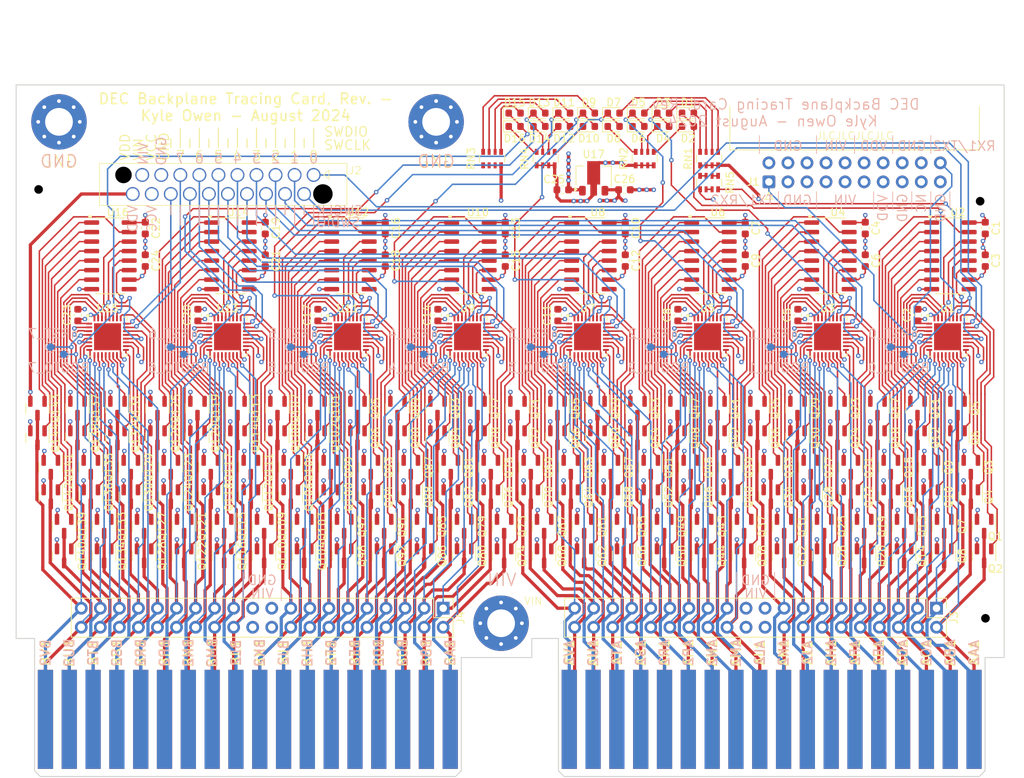
<source format=kicad_pcb>
(kicad_pcb (version 20240108) (generator "pcbnew") (generator_version "8.0")
  (layers (0 "F.Cu" signal) (1 "In1.Cu" signal) (2 "In2.Cu" signal) (31 "B.Cu" signal) (34 "B.Paste" user) (35 "F.Paste" user) (36 "B.SilkS" user "B.Silkscreen") (37 "F.SilkS" user "F.Silkscreen") (38 "B.Mask" user) (39 "F.Mask" user) (44 "Edge.Cuts" user))
  (net 0 "")
  (net 1 "GND")
  (net 2 "VCC")
  (net 3 "/VIN")
  (net 4 "VDD")
  (net 5 "/unit0/LED")
  (net 6 "Net-(D1-A)")
  (net 7 "/unit1/LED")
  (net 8 "Net-(D3-A)")
  (net 9 "Net-(D5-A)")
  (net 10 "/unit2/LED")
  (net 11 "Net-(D7-A)")
  (net 12 "/unit3/LED")
  (net 13 "Net-(D9-A)")
  (net 14 "/unit4/LED")
  (net 15 "/unit5/LED")
  (net 16 "Net-(D11-A)")
  (net 17 "/unit6/LED")
  (net 18 "Net-(D13-A)")
  (net 19 "/unit7/LED")
  (net 20 "Net-(D15-A)")
  (net 21 "/RX1{slash}TX2")
  (net 22 "/TX1{slash}RX2")
  (net 24 "/SWDCLK7")
  (net 25 "/SWDCLK6")
  (net 26 "/SWDCLK3")
  (net 27 "/SWDCLK0")
  (net 28 "/SWDIO1")
  (net 29 "/SWDIO7")
  (net 30 "/SWDIO4")
  (net 31 "/SWDIO2")
  (net 32 "/SWDIO0")
  (net 33 "/SWDIO3")
  (net 34 "/SWDCLK1")
  (net 35 "/SWDIO6")
  (net 36 "/SWDCLK4")
  (net 37 "/SWDCLK2")
  (net 38 "/SWDCLK5")
  (net 39 "/SWDIO5")
  (net 40 "/BOOT0_0")
  (net 41 "/BOOT0_2")
  (net 42 "/nRST7")
  (net 43 "/nRST6")
  (net 44 "/nRST1")
  (net 45 "/BOOT0_3")
  (net 46 "/nRST5")
  (net 47 "/BOOT0_6")
  (net 48 "/BOOT0_5")
  (net 49 "/nRST4")
  (net 50 "/BOOT0_7")
  (net 51 "/BOOT0_1")
  (net 52 "/BOOT0_4")
  (net 53 "/nRST2")
  (net 54 "/nRST0")
  (net 55 "/nRST3")
  (net 56 "/BB1")
  (net 57 "/BS2")
  (net 58 "/AF2")
  (net 59 "/AM1")
  (net 60 "/BF2")
  (net 61 "/BH1")
  (net 62 "/AM2")
  (net 63 "/AB2")
  (net 64 "/AT1")
  (net 65 "/BB2")
  (net 66 "/AS2")
  (net 67 "/BM2")
  (net 68 "/BM1")
  (net 69 "/BT1")
  (net 70 "/AH1")
  (net 71 "/AB1")
  (net 72 "/AK1")
  (net 73 "/AK2")
  (net 74 "/AU2")
  (net 75 "/AJ1")
  (net 76 "/AV1")
  (net 77 "/AE1")
  (net 78 "/AN1")
  (net 79 "/AA1")
  (net 80 "/AP2")
  (net 81 "/AU1")
  (net 82 "/AT2")
  (net 83 "/AP1")
  (net 84 "/AD2")
  (net 85 "/AV2")
  (net 86 "/AL2")
  (net 87 "/AD1")
  (net 88 "/AA2")
  (net 89 "/AJ2")
  (net 90 "/AF1")
  (net 91 "/AN2")
  (net 92 "/AR1")
  (net 93 "/AS1")
  (net 94 "/AR2")
  (net 95 "/AL1")
  (net 96 "/AC1")
  (net 97 "/AC2")
  (net 98 "/AE2")
  (net 99 "/AH2")
  (net 100 "/BN2")
  (net 101 "/BU2")
  (net 102 "/BK1")
  (net 103 "/BE2")
  (net 104 "/BU1")
  (net 105 "/BC1")
  (net 106 "/BV2")
  (net 107 "/BT2")
  (net 108 "/BL2")
  (net 109 "/BD2")
  (net 110 "/BD1")
  (net 111 "/BH2")
  (net 112 "/BA1")
  (net 113 "/BV1")
  (net 114 "/BL1")
  (net 115 "/BC2")
  (net 116 "/BP1")
  (net 117 "/BF1")
  (net 118 "/BS1")
  (net 119 "/BR2")
  (net 120 "/BA2")
  (net 121 "/BP2")
  (net 122 "/BN1")
  (net 123 "/BK2")
  (net 124 "/BE1")
  (net 125 "/BR1")
  (net 126 "/BJ1")
  (net 127 "/BJ2")
  (net 128 "Net-(U1-PB3)")
  (net 129 "Net-(U1-PB5)")
  (net 130 "Net-(RN5B-R2.2)")
  (net 131 "/unit1/ADDR")
  (net 132 "Net-(RN5C-R3.1)")
  (net 133 "Net-(U3-PB3)")
  (net 134 "Net-(U3-PB5)")
  (net 135 "/unit2/ADDR")
  (net 136 "Net-(U5-PB3)")
  (net 137 "Net-(U5-PB5)")
  (net 138 "Net-(RN5A-R1.1)")
  (net 139 "/unit3/ADDR")
  (net 140 "Net-(U7-PB3)")
  (net 141 "Net-(U7-PB5)")
  (net 142 "/unit0/PA10-TX1{slash}RX1{slash}RX2")
  (net 143 "/unit4/ADDR")
  (net 144 "Net-(U11-PB5)")
  (net 145 "/unit0/PA9-TX1{slash}RX1{slash}TX2")
  (net 146 "/unit5/ADDR")
  (net 147 "Net-(U11-PB3)")
  (net 148 "/unit6/ADDR")
  (net 149 "Net-(U13-PB3)")
  (net 150 "Net-(U13-PB5)")
  (net 151 "/unit1/PF0-RX1{slash}TX2{slash}RX2")
  (net 152 "Net-(U15-PB5)")
  (net 153 "Net-(U15-PB3)")
  (net 158 "Net-(U10-SER)")
  (net 159 "Net-(U10-SRCLK)")
  (net 164 "/unit0/HS0")
  (net 165 "/unit0/LS0")
  (net 166 "/unit0/LS1")
  (net 167 "/unit0/HS1")
  (net 168 "/unit0/LS2")
  (net 169 "/unit0/HS2")
  (net 170 "/unit1/PA10-TX1{slash}RX1{slash}RX2")
  (net 171 "/unit1/PF1-TX1{slash}TX2{slash}RX2")
  (net 172 "/unit0/HS4")
  (net 173 "/unit0/LS4")
  (net 174 "/unit0/HS5")
  (net 175 "/unit0/LS5")
  (net 176 "/unit0/HS6")
  (net 177 "/unit0/LS6")
  (net 178 "/unit0/LS7")
  (net 179 "/unit0/HS7")
  (net 180 "/unit0/HS8")
  (net 181 "/unit0/LS8")
  (net 182 "/unit1/LS0")
  (net 183 "/unit1/HS0")
  (net 184 "/unit1/HS1")
  (net 185 "/unit1/LS1")
  (net 186 "/unit1/HS2")
  (net 187 "/unit1/LS2")
  (net 188 "/unit2/PF1-TX1{slash}TX2{slash}RX2")
  (net 189 "/unit2/PA10-TX1{slash}RX1{slash}RX2")
  (net 190 "/unit1/HS4")
  (net 191 "/unit1/LS4")
  (net 192 "/unit1/HS5")
  (net 193 "/unit1/LS5")
  (net 194 "/unit1/LS6")
  (net 195 "/unit1/HS6")
  (net 196 "/unit1/LS7")
  (net 197 "/unit1/HS7")
  (net 198 "/unit1/HS8")
  (net 199 "/unit1/LS8")
  (net 200 "/unit2/HS0")
  (net 201 "/unit2/LS0")
  (net 202 "/unit2/HS1")
  (net 203 "/unit2/LS1")
  (net 204 "/unit2/LS2")
  (net 205 "/unit2/HS2")
  (net 206 "/unit2/PF0-RX1{slash}TX2{slash}RX2")
  (net 207 "/unit3/PA10-TX1{slash}RX1{slash}RX2")
  (net 208 "/unit2/HS4")
  (net 209 "/unit2/LS4")
  (net 210 "/unit2/HS5")
  (net 211 "/unit2/LS5")
  (net 212 "/unit2/HS6")
  (net 213 "/unit2/LS6")
  (net 214 "/unit2/HS7")
  (net 215 "/unit2/LS7")
  (net 216 "/unit2/LS8")
  (net 217 "/unit2/HS8")
  (net 218 "/unit3/HS0")
  (net 219 "/unit3/LS0")
  (net 220 "/unit3/LS1")
  (net 221 "/unit3/HS1")
  (net 222 "/unit3/LS2")
  (net 223 "/unit3/HS2")
  (net 224 "/unit3/PF0-RX1{slash}TX2{slash}RX2")
  (net 225 "/unit3/PF1-TX1{slash}TX2{slash}RX2")
  (net 226 "/unit3/HS4")
  (net 227 "/unit3/LS4")
  (net 228 "/unit3/LS5")
  (net 229 "/unit3/HS5")
  (net 230 "/unit3/LS6")
  (net 231 "/unit3/HS6")
  (net 232 "/unit3/LS7")
  (net 233 "/unit3/HS7")
  (net 234 "/unit3/LS8")
  (net 235 "/unit3/HS8")
  (net 236 "/unit4/LS0")
  (net 237 "/unit4/HS0")
  (net 238 "/unit4/HS1")
  (net 239 "/unit4/LS1")
  (net 240 "/unit4/HS2")
  (net 241 "/unit4/LS2")
  (net 242 "/unit4/PF0-RX1{slash}TX2{slash}RX2")
  (net 243 "/unit4/PA10-TX1{slash}RX1{slash}RX2")
  (net 244 "/unit4/LS4")
  (net 245 "/unit4/HS4")
  (net 246 "/unit4/HS5")
  (net 247 "/unit4/LS5")
  (net 248 "/unit4/LS6")
  (net 249 "/unit4/HS6")
  (net 250 "/unit4/HS7")
  (net 251 "/unit4/LS7")
  (net 252 "/unit4/HS8")
  (net 253 "/unit4/LS8")
  (net 254 "/unit5/LS0")
  (net 255 "/unit5/HS0")
  (net 256 "/unit5/LS1")
  (net 257 "/unit5/HS1")
  (net 258 "/unit5/LS2")
  (net 259 "/unit5/HS2")
  (net 260 "/unit4/PF1-TX1{slash}TX2{slash}RX2")
  (net 261 "/unit5/PA10-TX1{slash}RX1{slash}RX2")
  (net 262 "/unit5/LS4")
  (net 263 "/unit5/HS4")
  (net 264 "/unit5/HS5")
  (net 265 "/unit5/LS5")
  (net 266 "/unit5/HS6")
  (net 267 "/unit5/LS6")
  (net 268 "/unit5/HS7")
  (net 269 "/unit5/LS7")
  (net 270 "/unit5/LS8")
  (net 271 "/unit5/HS8")
  (net 272 "/unit6/HS0")
  (net 273 "/unit6/LS0")
  (net 274 "/unit6/LS1")
  (net 275 "/unit6/HS1")
  (net 276 "/unit6/HS2")
  (net 277 "/unit6/LS2")
  (net 278 "/unit5/PF1-TX1{slash}TX2{slash}RX2")
  (net 279 "/unit5/PF0-RX1{slash}TX2{slash}RX2")
  (net 280 "/unit6/HS4")
  (net 281 "/unit6/LS4")
  (net 282 "/unit6/HS5")
  (net 283 "/unit6/LS5")
  (net 284 "/unit6/HS6")
  (net 285 "/unit6/LS6")
  (net 286 "/unit6/HS7")
  (net 287 "/unit6/LS7")
  (net 288 "/unit6/LS8")
  (net 289 "/unit6/HS8")
  (net 290 "/unit7/LS0")
  (net 291 "/unit7/HS0")
  (net 292 "/unit7/HS1")
  (net 293 "/unit7/LS1")
  (net 294 "/unit7/LS2")
  (net 295 "/unit7/HS2")
  (net 296 "/unit6/PF0-RX1{slash}TX2{slash}RX2")
  (net 297 "/unit6/PA10-TX1{slash}RX1{slash}RX2")
  (net 298 "/unit7/HS4")
  (net 299 "/unit7/LS4")
  (net 300 "/unit7/HS5")
  (net 301 "/unit7/LS5")
  (net 302 "/unit7/HS6")
  (net 303 "/unit7/LS6")
  (net 304 "/unit7/HS7")
  (net 305 "/unit7/LS7")
  (net 306 "/unit7/LS8")
  (net 307 "/unit7/HS8")
  (net 308 "/unit0/ADDR")
  (net 309 "/unit7/ADDR")
  (net 310 "/unit0/OEn")
  (net 311 "/unit1/OEn")
  (net 312 "/unit2/OEn")
  (net 313 "/unit3/OEn")
  (net 314 "/unit4/OEn")
  (net 315 "/unit5/OEn")
  (net 316 "/unit6/OEn")
  (net 317 "/unit7/OEn")
  (net 318 "/unit6/PF1-TX1{slash}TX2{slash}RX2")
  (net 319 "/unit7/PF0-RX1{slash}TX2{slash}RX2")
  (net 320 "/unit7/PF1-TX1{slash}TX2{slash}RX2")
  (net 321 "Net-(D2-K)")
  (net 322 "Net-(D4-K)")
  (net 323 "Net-(D6-K)")
  (net 324 "Net-(D8-K)")
  (net 325 "Net-(D10-K)")
  (net 326 "Net-(D12-K)")
  (net 327 "Net-(D14-K)")
  (net 328 "Net-(D16-K)")
  (footprint "Package_TO_SOT_SMD:SOT-23_alt_silk" (layer "F.Cu") (at 126.365 179.4764 -90)
    (property "Reference" "Q113")
    (property "Value" "DMG2301L")
  )
  (footprint "Package_TO_SOT_SMD:SOT-23_alt_silk" (layer "F.Cu") (at 119.253 195.2244 -90)
    (property "Reference" "Q121")
    (property "Value" "DMG2301L")
  )
  (footprint "Package_TO_SOT_SMD:SOT-23_alt_silk" (layer "F.Cu") (at 201.041 183.4134 -90)
    (property "Reference" "Q30")
    (property "Value" "DMG2302U")
  )
  (footprint "Capacitor_SMD:C_0603_1608Metric" (layer "F.Cu") (at 194.0814 159.766 90)
    (property "Reference" "C9")
    (property "Value" "1uF")
  )
  (footprint "Package_SO:SOP-16_3.9x9.9mm_P1.27mm" (layer "F.Cu") (at 157.4292 159.131)
    (property "Reference" "U10")
    (property "Value" "74HC595")
  )
  (footprint "MountingHole:MountingHole_3.7mm_Pad_Via" (layer "F.Cu") (at 152.8572 141.2494)
    (property "Reference" "H2" (hide yes))
    (property "Value" "MountingHole_Pad")
  )
  (footprint "Package_TO_SOT_SMD:SOT-23_alt_silk" (layer "F.Cu") (at 193.929 195.2244 -90)
    (property "Reference" "Q37")
    (property "Value" "DMG2301L")
  )
  (footprint "Package_TO_SOT_SMD:SOT-23_alt_silk" (layer "F.Cu") (at 138.811 187.3504 -90)
    (property "Reference" "Q99")
    (property "Value" "DMG2301L")
  )
  (footprint "Package_TO_SOT_SMD:SOT-23_alt_silk" (layer "F.Cu") (at 106.807 187.3504 -90)
    (property "Reference" "Q135")
    (property "Value" "DMG2301L")
  )
  (footprint "Package_TO_SOT_SMD:SOT-23_alt_silk" (layer "F.Cu") (at 112.141 187.3504 -90)
    (property "Reference" "Q129")
    (property "Value" "DMG2301L")
  )
  (footprint "MountingHole:JLCPCB_Tooling_Hole" (layer "F.Cu") (at 226.1108 207.4926)
    (property "Reference" "H6" (hide yes))
    (property "Value" "MountingHole")
  )
  (footprint "Package_TO_SOT_SMD:SOT-23_alt_silk" (layer "F.Cu") (at 144.145 191.2874 -90)
    (property "Reference" "Q94")
    (property "Value" "DMG2302U")
  )
  (footprint "Package_TO_SOT_SMD:SOT-23_alt_silk" (layer "F.Cu") (at 163.703 183.4134 -90)
    (property "Reference" "Q72")
    (property "Value" "DMG2302U")
  )
  (footprint "Capacitor_SMD:C_0603_1608Metric" (layer "F.Cu") (at 169.736 150.3124 180)
    (property "Reference" "C25")
    (property "Value" "1uF")
  )
  (footprint "Package_TO_SOT_SMD:SOT-23_alt_silk" (layer "F.Cu") (at 154.813 191.2874 -90)
    (property "Reference" "Q82")
    (property "Value" "DMG2302U")
  )
  (footprint "Package_TO_SOT_SMD:SOT-23_alt_silk" (layer "F.Cu") (at 185.039 179.4764 -90)
    (property "Reference" "Q47")
    (property "Value" "DMG2301L")
  )
  (footprint "LED_SMD:LED_0603_1608Metric" (layer "F.Cu") (at 183.1339 141.859)
    (property "Reference" "D4")
    (property "Value" "LED_GREEN")
  )
  (footprint "Capacitor_SMD:C_0603_1608Metric" (layer "F.Cu") (at 178.0794 159.766 90)
    (property "Reference" "C12")
    (property "Value" "1uF")
  )
  (footprint "LED_SMD:LED_0603_1608Metric" (layer "F.Cu") (at 179.8319 141.859)
    (property "Reference" "D6")
    (property "Value" "LED_GREEN")
  )
  (footprint "Resistor_SMD:R_Array_Convex_4x0603" (layer "F.Cu") (at 180.6701 146.1516 90)
    (property "Reference" "RN2")
    (property "Value" "470R")
  )
  (footprint "Package_DFN_QFN:QFN-32-1EP_5x5mm_P0.5mm_EP3.6x3.6mm" (layer "F.Cu") (at 157.0482 169.926)
    (property "Reference" "U9")
    (property "Value" "PY32F030K28U6TR")
  )
  (footprint "LED_SMD:LED_0603_1608Metric" (layer "F.Cu") (at 173.2279 140.081)
    (property "Reference" "D9")
    (property "Value" "LED_RED")
  )
  (footprint "Package_DFN_QFN:QFN-32-1EP_5x5mm_P0.5mm_EP3.6x3.6mm" (layer "F.Cu") (at 109.0422 169.926)
    (property "Reference" "U15")
    (property "Value" "PY32F030K28U6TR")
  )
  (footprint "Capacitor_SMD:C_0603_1608Metric" (layer "F.Cu") (at 146.0754 155.4226 -90)
    (property "Reference" "C16")
    (property "Value" "100nF")
  )
  (footprint "Package_TO_SOT_SMD:SOT-23_alt_silk" (layer "F.Cu") (at 208.153 187.3504 -90)
    (property "Reference" "Q21")
    (property "Value" "DMG2301L")
  )
  (footprint "Package_TO_SOT_SMD:SOT-23_alt_silk" (layer "F.Cu") (at 101.473 191.2874 -90)
    (property "Reference" "Q142")
    (property "Value" "DMG2302U")
  )
  (footprint "Package_TO_SOT_SMD:SOT-23_alt_silk" (layer "F.Cu") (at 220.599 195.2244 -90)
    (property "Reference" "Q7")
    (property "Value" "DMG2301L")
  )
  (footprint "Package_TO_SOT_SMD:SOT-23_alt_silk" (layer "F.Cu") (at 192.151 191.2874 -90)
    (property "Reference" "Q40")
    (property "Value" "DMG2302U")
  )
  (footprint "Package_TO_SOT_SMD:SOT-23_alt_silk" (layer "F.Cu") (at 122.809 187.3504 -90)
    (property "Reference" "Q117")
    (property "Value" "DMG2301L")
  )
  (footprint "Package_TO_SOT_SMD:SOT-23_alt_silk" (layer "F.Cu") (at 113.919 195.2244 -90)
    (property "Reference" "Q127")
    (property "Value" "DMG2301L")
  )
  (footprint "Package_TO_SOT_SMD:SOT-23_alt_silk" (layer "F.Cu") (at 160.147 191.2874 -90)
    (property "Reference" "Q76")
    (property "Value" "DMG2302U")
  )
  (footprint "Package_TO_SOT_SMD:SOT-23_alt_silk" (layer "F.Cu") (at 137.033 179.4764 -90)
    (property "Reference" "Q101")
    (property "Value" "DMG2301L")
  )
  (footprint "Package_TO_SOT_SMD:SOT-23_alt_silk" (layer "F.Cu") (at 126.365 183.4134 -90)
    (property "Reference" "Q114")
    (property "Value" "DMG2302U")
  )
  (footprint "Package_TO_SOT_SMD:SOT-23_alt_silk" (layer "F.Cu") (at 190.373 183.4134 -90)
    (property "Reference" "Q42")
    (property "Value" "DMG2302U")
  )
  (footprint "Package_TO_SOT_SMD:SOT-23_alt_silk" (layer "F.Cu") (at 172.593 199.1614 -90)
    (property "Reference" "Q62")
    (property "Value" "DMG2302U")
  )
  (footprint "LED_SMD:LED_0603_1608Metric" (layer "F.Cu") (at 169.9259 141.859)
    (property "Reference" "D12")
    (property "Value" "LED_GREEN")
  )
  (footprint "Package_TO_SOT_SMD:SOT-23_alt_silk" (layer "F.Cu") (at 179.705 183.4134 -90)
    (property "Reference" "Q54")
    (property "Value" "DMG2302U")
  )
  (footprint "Capacitor_SMD:C_0603_1608Metric" (layer "F.Cu") (at 162.0774 155.4226 -90)
    (property "Reference" "C13")
    (property "Value" "100nF")
  )
  (footprint "Package_SO:SOP-16_3.9x9.9mm_P1.27mm" (layer "F.Cu") (at 205.4352 159.131)
    (property "Reference" "U4")
    (property "Value" "74HC595")
  )
  (footprint "LED_SMD:LED_0603_1608Metric" (layer "F.Cu") (at 169.9259 140.081)
    (property "Reference" "D11")
    (property "Value" "LED_RED")
  )
  (footprint "Package_TO_SOT_SMD:SOT-23_alt_silk" (layer "F.Cu") (at 147.701 179.4764 -90)
    (property "Reference" "Q89")
    (property "Value" "DMG2301L")
  )
  (footprint "Package_TO_SOT_SMD:SOT-23_alt_silk" (layer "F.Cu") (at 133.477 191.2874 -90)
    (property "Reference" "Q106")
    (property "Value" "DMG2302U")
  )
  (footprint "Package_TO_SOT_SMD:SOT-23_alt_silk" (layer "F.Cu") (at 177.927 199.1614 -90)
    (property "Reference" "Q56")
    (property "Value" "DMG2302U")
  )
  (footprint "Package_TO_SOT_SMD:SOT-23_alt_silk" (layer "F.Cu") (at 149.479 187.3504 -90)
    (property "Reference" "Q87")
    (property "Value" "DMG2301L")
  )
  (footprint "Package_TO_SOT_SMD:SOT-23_alt_silk" (layer "F.Cu") (at 177.927 195.2244 -90)
    (property "Reference" "Q55")
    (property "Value" "DMG2301L")
  )
  (footprint "LED_SMD:LED_0603_1608Metric" (layer "F.Cu") (at 183.1339 140.081)
    (property "Reference" "D3")
    (property "Value" "LED_RED")
  )
  (footprint "Package_TO_SOT_SMD:SOT-23_alt_silk" (layer "F.Cu") (at 108.585 195.2244 -90)
    (property "Reference" "Q133")
    (property "Value" "DMG2301L")
  )
  (footprint "Capacitor_SMD:C_0603_1608Metric" (layer "F.Cu") (at 217.0938 167.0304 90)
    (property "Reference" "C2")
    (property "Value" "100nF")
  )
  (footprint "Connector_PinHeader_2.54mm:PinHeader_2x20_P2.54mm_Vertical" (layer "F.Cu") (at 153.797 206.1464 -90)
    (property "Reference" "J4")
    (property "Value" "Conn_02x20_Odd_Even")
  )
  (footprint "Package_TO_SOT_SMD:SOT-23_alt_silk" (layer "F.Cu") (at 101.473 187.3504 -90)
    (property "Reference" "Q141")
    (property "Value" "DMG2301L")
  )
  (footprint "Package_TO_SOT_SMD:SOT-23_alt_silk" (layer "F.Cu") (at 154.813 187.3504 -90)
    (property "Reference" "Q81")
    (property "Value" "DMG2301L")
  )
  (footprint "Package_TO_SOT_SMD:SOT-23_alt_silk" (layer "F.Cu") (at 156.591 199.1614 -90)
    (property "Reference" "Q80")
    (property "Value" "DMG2302U")
  )
  (footprint "Package_TO_SOT_SMD:SOT-23_alt_silk" (layer "F.Cu") (at 197.485 187.3504 -90)
    (property "Reference" "Q33")
    (property "Value" "DMG2301L")
  )
  (footprint "Capacitor_SMD:C_0603_1608Metric" (layer "F.Cu") (at 162.0774 159.766 90)
    (property "Reference" "C15")
    (property "Value" "1uF")
  )
  (footprint "Package_TO_SOT_SMD:SOT-23_alt_silk" (layer "F.Cu") (at 176.149 187.3504 -90)
    (property "Reference" "Q57")
    (property "Value" "DMG2301L")
  )
  (footprint "dec-flip-chip-templates:CONN-DEC-DOUBLE" (layer "F.Cu") (at 228.6 228.6)
    (property "Reference" "J5" (hide yes))
    (property "Value" "CONN-DEC-DOUBLE" (hide yes))
  )
  (footprint "Package_TO_SOT_SMD:SOT-23_alt_silk" (layer "F.Cu") (at 211.709 183.4134 -90)
    (property "Reference" "Q18")
    (property "Value" "DMG2302U")
  )
  (footprint "Package_TO_SOT_SMD:SOT-23_alt_silk" (layer "F.Cu") (at 225.933 195.2244 -90)
    (property "Reference" "Q1")
    (property "Value" "DMG2301L")
  )
  (footprint "Package_TO_SOT_SMD:SOT-23_alt_silk" (layer "F.Cu") (at 204.597 199.1614 -90)
    (property "Reference" "Q26")
    (property "Value" "DMG2302U")
  )
  (footprint "LED_SMD:LED_0603_1608Metric" (layer "F.Cu") (at 186.4359 140.081)
    (property "Reference" "D1")
    (property "Value" "LED_RED")
  )
  (footprint "Package_TO_SOT_SMD:SOT-23_alt_silk" (layer "F.Cu") (at 122.809 191.2874 -90)
    (property "Reference" "Q118")
    (property "Value" "DMG2302U")
  )
  (footprint "Capacitor_SMD:C_0603_1608Metric" (layer "F.Cu") (at 121.0818 167.0304 90)
    (property "Reference" "C20")
    (property "Value" "100nF")
  )
  (footprint "Package_TO_SOT_SMD:SOT-23_alt_silk" (layer "F.Cu") (at 119.253 199.1614 -90)
    (property "Reference" "Q122")
    (property "Value" "DMG2302U")
  )
  (footprint "Package_TO_SOT_SMD:SOT-23_alt_silk" (layer "F.Cu") (at 103.251 195.2244 -90)
    (property "Reference" "Q139")
    (property "Value" "DMG2301L")
  )
  (footprint "Package_TO_SOT_SMD:SOT-23_alt_silk" (layer "F.Cu") (at 185.039 183.4134 -90)
    (property "Reference" "Q48")
    (property "Value" "DMG2302U")
  )
  (footprint "Package_TO_SOT_SMD:SOT-23_alt_silk" (layer "F.Cu") (at 169.037 183.4134 -90)
    (property "Reference" "Q66")
    (property "Value" "DMG2302U")
  )
  (footprint "Package_TO_SOT_SMD:SOT-23_alt_silk" (layer "F.Cu") (at 195.707 183.4134 -90)
    (property "Reference" "Q36")
    (property "Value" "DMG2302U")
  )
  (footprint "Package_TO_SOT_SMD:SOT-23_alt_silk" (layer "F.Cu") (at 172.593 195.2244 -90)
    (property "Reference" "Q61")
    (property "Value" "DMG2301L")
  )
  (footprint "Package_TO_SOT_SMD:SOT-23_alt_silk" (layer "F.Cu") (at 151.257 199.1614 -90)
    (property "Reference" "Q86")
    (property "Value" "DMG2302U")
  )
  (footprint "Package_TO_SOT_SMD:SOT-23_alt_silk" (layer "F.Cu") (at 192.151 187.3504 -90)
    (property "Reference" "Q39")
    (property "Value" "DMG2301L")
  )
  (footprint "Capacitor_SMD:C_0603_1608Metric" (layer "F.Cu") (at 226.0854 155.4226 -90)
    (property "Reference" "C1")
    (property "Value" "100nF")
  )
  (footprint "Capacitor_SMD:C_0603_1608Metric" (layer "F.Cu") (at 210.0834 155.4226 -90)
    (property "Reference" "C4")
    (property "Value" "100nF")
  )
  (footprint "Package_TO_SOT_SMD:SOT-23_alt_silk" (layer "F.Cu") (at 222.377 179.4764 -90)
    (property "Reference" "Q5")
    (property "Value" "DMG2301L")
  )
  (footprint "Capacitor_SMD:C_0603_1608Metric" (layer "F.Cu") (at 146.0754 159.766 90)
    (property "Reference" "C18")
    (property "Value" "1uF")
  )
  (footprint "Package_TO_SOT_SMD:SOT-23_alt_silk" (layer "F.Cu") (at 124.587 199.1614 -90)
    (property "Reference" "Q116")
    (property "Value" "DMG2302U")
  )
  (footprint "LED_SMD:LED_0603_1608Metric" (layer "F.Cu") (at 163.3219 141.859)
    (property "Reference" "D16")
    (property "Value" "LED_GREEN")
  )
  (footprint "Resistor_SMD:R_Array_Convex_4x0603" (layer "F.Cu") (at 167.4621 146.1516 90)
    (property "Reference" "RN4")
    (property "Value" "470R")
  )
  (footprint "LED_SMD:LED_0603_1608Metric" (layer "F.Cu") (at 163.3219 140.081)
    (property "Reference" "D15")
    (property "Value" "LED_RED")
  )
  (footprint "Package_TO_SOT_SMD:SOT-23_alt_silk" (layer "F.Cu") (at 215.265 199.1614 -90)
    (property "Reference" "Q14")
    (property "Value" "DMG2302U")
  )
  (footprint "Package_TO_SOT_SMD:SOT-23_alt_silk" (layer "F.Cu") (at 99.695 179.4764 -90)
    (property "Reference" "Q143")
    (property "Value" "DMG2301L")
  )
  (footprint "Package_TO_SOT_SMD:SOT-23_alt_silk" (layer "F.Cu") (at 153.035 183.4134 -90)
    (property "Reference" "Q84")
    (property "Value" "DMG2302U")
  )
  (footprint "Package_TO_SOT_SMD:SOT-23_alt_silk" (layer "F.Cu") (at 112.141 191.2874 -90)
    (property "Reference" "Q130")
    (property "Value" "DMG2302U")
  )
  (footprint "Package_TO_SOT_SMD:SOT-23_alt_silk" (layer "F.Cu") (at 167.259 195.2244 -90)
    (property "Reference" "Q67")
    (property "Value" "DMG2301L")
  )
  (footprint "Package_TO_SOT_SMD:SOT-23_alt_silk" (layer "F.Cu") (at 131.699 183.4134 -90)
    (property "Reference" "Q108")
    (property "Value" "DMG2302U")
  )
  (footprint "LED_SMD:LED_0603_1608Metric" (layer "F.Cu") (at 176.5299 141.859)
    (property "Reference" "D8")
    (property "Value" "LED_GREEN")
  )
  (footprint "Package_TO_SOT_SMD:SOT-23_alt_silk" (layer "F.Cu") (at 110.363 183.4134 -90)
    (property "Reference" "Q132")
    (property "Value" "DMG2302U")
  )
  (footprint "Package_TO_SOT_SMD:SOT-23_alt_silk" (layer "F.Cu") (at 224.155 187.3504 -90)
    (property "Reference" "Q3")
    (property "Value" "DMG2301L")
  )
  (footprint "Package_TO_SOT_SMD:SOT-23_alt_silk" (layer "F.Cu") (at 217.043 183.4134 -90)
    (property "Reference" "Q12")
    (property "Value" "DMG2302U")
  )
  (footprint "Resistor_SMD:R_Array_Convex_4x0603" (layer "F.Cu") (at 160.3247 146.1516 90)
    (property "Reference" "RN3")
    (property "Value" "680R")
  )
  (footprint "Capacitor_SMD:C_0603_1608Metric" (layer "F.Cu") (at 201.0918 167.0304 90)
    (property "Reference" "C5")
    (property "Value" "100nF")
  )
  (footprint "Package_TO_SOT_SMD:SOT-23_alt_silk" (layer "F.Cu") (at 186.817 191.2874 -90)
    (property "Reference" "Q46")
    (property "Value" "DMG2302U")
  )
  (footprint "Package_TO_SOT_SMD:SOT-23_alt_silk" (layer "F.Cu") (at 190.373 179.4764 -90)
    (property "Reference" "Q41")
    (property "Value" "DMG2301L")
  )
  (footprint "LED_SMD:LED_0603_1608Metric" (layer "F.Cu") (at 179.8319 140.081)
    (property "Reference" "D5")
    (property "Value" "LED_RED")
  )
  (footprint "Package_TO_SOT_SMD:SOT-89-3" (layer "F.Cu") (at 173.8629 148.4884 90)
    (property "Reference" "U17")
    (property "Value" "DS8242-50A3")
  )
  (footprint "Package_TO_SOT_SMD:SOT-23_alt_silk" (layer "F.Cu") (at 145.923 199.1614 -90)
    (property "Reference" "Q92")
    (property "Value" "DMG2302U")
  )
  (footprint "Package_TO_SOT_SMD:SOT-23_alt_silk" (layer "F.Cu") (at 110.363 179.4764 -90)
    (property "Reference" "Q131")
    (property "Value" "DMG2301L")
  )
  (footprint "Package_TO_SOT_SMD:SOT-23_alt_silk" (layer "F.Cu") (at 218.821 187.3504 -90)
    (property "Reference" "Q9")
    (property "Value" "DMG2301L")
  )
  (footprint "Package_TO_SOT_SMD:SOT-23_alt_silk" (layer "F.Cu") (at 105.029 183.4134 -90)
    (property "Reference" "Q138")
    (property "Value" "DMG2302U")
  )
  (footprint "Package_TO_SOT_SMD:SOT-23_alt_silk" (layer "F.Cu") (at 99.695 183.4134 -90)
    (property "Reference" "Q144")
    (property "Value" "DMG2302U")
  )
  (footprint "Package_TO_SOT_SMD:SOT-23_alt_silk" (layer "F.Cu") (at 213.487 191.2874 -90)
    (property "Reference" "Q16")
    (property "Value" "DMG2302U")
  )
  (footprint "Package_TO_SOT_SMD:SOT-23_alt_silk" (layer "F.Cu") (at 129.921 199.1614 -90)
    (property "Reference" "Q110")
    (property "Value" "DMG2302U")
  )
  (footprint "Package_TO_SOT_SMD:SOT-23_alt_silk" (layer "F.Cu") (at 183.261 195.2244 -90)
    (property "Reference" "Q49")
    (property "Value" "DMG2301L")
  )
  (footprint "Package_TO_SOT_SMD:SOT-23_alt_silk" (layer "F.Cu") (at 138.811 191.2874 -90)
    (property "Reference" "Q100")
    (property "Value" "DMG2302U")
  )
  (footprint "Package_TO_SOT_SMD:SOT-23_alt_silk" (layer "F.Cu") (at 186.817 187.3504 -90)
    (property "Reference" "Q45")
    (property "Value" "DMG2301L")
  )
  (footprint "Package_TO_SOT_SMD:SOT-23_alt_silk" (layer "F.Cu") (at 129.921 195.2244 -90)
    (property "Reference" "Q109")
    (property "Value" "DMG2301L")
  )
  (footprint "Package_TO_SOT_SMD:SOT-23_alt_silk" (layer "F.Cu") (at 201.041 179.4764 -90)
    (property "Reference" "Q29")
    (property "Value" "DMG2301L")
  )
  (footprint "Package_TO_SOT_SMD:SOT-23_alt_silk" (layer "F.Cu") (at 209.931 199.1614 -90)
    (property "Reference" "Q20")
    (property "Value" "DMG2302U")
  )
  (footprint "Package_TO_SOT_SMD:SOT-23_alt_silk" (layer "F.Cu") (at 176.149 191.2874 -90)
    (property "Reference" "Q58")
    (property "Value" "DMG2302U")
  )
  (footprint "Package_TO_SOT_SMD:SOT-23_alt_silk" (layer "F.Cu") (at 170.815 191.2874 -90)
    (property "Reference" "Q64")
    (property "Value" "DMG2302U")
  )
  (footprint "Package_TO_SOT_SMD:SOT-23_alt_silk" (layer "F.Cu") (at 181.483 187.3504 -90)
    (property "Reference" "Q51")
    (property "Value" "DMG2301L")
  )
  (footprint "MountingHole:JLCPCB_Tooling_Hole" (layer "F.Cu") (at 99.8474 150.2664)
    (property "Reference" "H5" (hide yes))
    (property "Value" "MountingHole")
  )
  (footprint "MountingHole:MountingHole_3.7mm_Pad_Via" (layer "F.Cu") (at 161.5186 208.153)
    (property "Reference" "H1" (hide yes))
    (property "Value" "MountingHole_Pad")
  )
  (footprint "Capacitor_SMD:C_0603_1608Metric" (layer "F.Cu") (at 210.0834 159.766 90)
    (property "Reference" "C6")
    (property "Value" "1uF")
  )
  (footprint "Package_TO_SOT_SMD:SOT-23_alt_silk" (layer "F.Cu") (at 133.477 187.3504 -90)
    (property "Reference" "Q105")
    (property "Value" "DMG2301L")
  )
  (footprint "Package_SO:SOP-16_3.9x9.9mm_P1.27mm" (layer "F.Cu") (at 189.4332 159.131)
    (property "Reference" "U6")
    (property "Value" "74HC595")
  )
  (footprint "Package_SO:SOP-16_3.9x9.9mm_P1.27mm" (layer "F.Cu") (at 173.4312 159.131)
    (property "Reference" "U8")
    (property "Value" "74HC595")
  )
  (footprint "Capacitor_SMD:C_0603_1608Metric" (layer "F.Cu") (at 114.0714 159.766 90)
    (property "Reference" "C24")
    (property "Value" "1uF")
  )
  (footprint "Package_DFN_QFN:QFN-32-1EP_5x5mm_P0.5mm_EP3.6x3.6mm" (layer "F.Cu") (at 141.0462 169.926)
    (property "Reference" "U11")
    (property "Value" "PY32F030K28U6TR")
  )
  (footprint "Package_TO_SOT_SMD:SOT-23_alt_silk" (layer "F.Cu") (at 181.483 191.2874 -90)
    (property "Reference" "Q52")
    (property "Value" "DMG2302U")
  )
  (footprint "MountingHole:MountingHole_3.7mm_Pad_Via" (layer "F.Cu") (at 102.5652 141.2494)
    (property "Reference" "H3" (hide yes))
    (property "Value" "MountingHole_Pad")
  )
  (footprint "Package_TO_SOT_SMD:SOT-23_alt_silk" (layer "F.Cu") (at 206.375 179.4764 -90)
    (property "Reference" "Q23")
    (property "Value" "DMG2301L")
  )
  (footprint "Capacitor_SMD:C_0603_1608Metric" (layer "F.Cu") (at 130.0734 155.4226 -90)
    (property "Reference" "C19")
    (property "Value" "100nF")
  )
  (footprint "Package_TO_SOT_SMD:SOT-23_alt_silk" (layer "F.Cu") (at 115.697 183.4134 -90)
    (property "Reference" "Q126")
    (property "Value" "DMG2302U")
  )
  (footprint "Package_TO_SOT_SMD:SOT-23_alt_silk" (layer "F.Cu") (at 206.375 183.4134 -90)
    (property "Reference" "Q24")
    (property "Value" "DMG2302U")
  )
  (footprint "Package_TO_SOT_SMD:SOT-23_alt_silk" (layer "F.Cu") (at 222.377 183.4134 -90)
    (property "Reference" "Q6")
    (property "Value" "DMG2302U")
  )
  (footprint "Package_TO_SOT_SMD:SOT-23_alt_silk" (layer "F.Cu") (at 156.591 195.2244 -90)
    (property "Reference" "Q79")
    (property "Value" "DMG2301L")
  )
  (footprint "Package_TO_SOT_SMD:SOT-23_alt_silk" (layer "F.Cu") (at 218.821 191.2874 -90)
    (property "Reference" "Q10")
    (property "Value" "DMG2302U")
  )
  (footprint "Package_SO:SOP-16_3.9x9.9mm_P1.27mm" (layer "F.Cu") (at 141.4272 159.131)
    (property "Reference" "U12")
    (property "Value" "74HC595")
  )
  (footprint "Package_TO_SOT_SMD:SOT-23_alt_silk" (layer "F.Cu") (at 199.263 195.2244 -90)
    (property "Reference" "Q31")
    (property "Value" "DMG2301L")
  )
  (footprint "Package_TO_SOT_SMD:SOT-23_alt_silk" (layer "F.Cu") (at 142.367 179.4764 -90)
    (property "Reference" "Q95")
    (property "Value" "DMG2301L")
  )
  (footprint "Package_TO_SOT_SMD:SOT-23_alt_silk" (layer "F.Cu") (at 225.933 199.1614 -90)
    (property "Reference" "Q2")
    (property "Value" "DMG2302U")
  )
  (footprint "Package_TO_SOT_SMD:SOT-23_alt_silk" (layer "F.Cu") (at 193.929 199.1614 -90)
    (property "Reference" "Q38")
    (property "Value" "DMG2302U")
  )
  (footprint "Connector_PinHeader_2.54mm:PinHeader_2x20_P2.54mm_Vertical" (layer "F.Cu") (at 219.583 206.1464 -90)
    (property "Reference" "J3")
    (property "Value" "Conn_02x20_Odd_Even")
  )
  (footprint "Package_TO_SOT_SMD:SOT-23_alt_silk" (layer "F.Cu") (at 144.145 187.3504 -90)
    (property "Reference" "Q93")
    (property "Value" "DMG2301L")
  )
  (footprint "Package_TO_SOT_SMD:SOT-23_alt_silk" (layer "F.Cu") (at 147.701 183.4134 -90)
    (property "Reference" "Q90")
    (property "Value" "DMG2302U")
  )
  (footprint "Package_TO_SOT_SMD:SOT-23_alt_silk" (layer "F.Cu") (at 170.815 187.3504 -90)
    (property "Reference" "Q63")
    (property "Value" "DMG2301L")
  )
  (footprint "Package_TO_SOT_SMD:SOT-23_alt_silk" (layer "F.Cu") (at 117.475 187.3504 -90)
    (property "Reference" "Q123")
    (property "Value" "DMG2301L")
  )
  (footprint "Resistor_SMD:R_Array_Convex_4x0603" (layer "F.Cu") (at 189.2554 149.352 -90)
    (property "Reference" "RN5")
    (property "Value" "680R")
  )
  (footprint "Package_TO_SOT_SMD:SOT-23_alt_silk" (layer "F.Cu") (at 105.029 179.4764 -90)
    (property "Reference" "Q137")
    (property "Value" "DMG2301L")
  )
  (footprint "LED_SMD:LED_0603_1608Metric" (layer "F.Cu") (at 186.4359 141.859)
    (property "Reference" "D2")
    (property "Value" "LED_GREEN")
  )
  (footprint "Package_TO_SOT_SMD:SOT-23_alt_silk" (layer "F.Cu") (at 213.487 187.3504 -90)
    (property "Reference" "Q15")
    (property "Value" "DMG2301L")
  )
  (footprint "Package_TO_SOT_SMD:SOT-23_alt_silk" (layer "F.Cu") (at 108.585 199.1614 -90)
    (property "Reference" "Q134")
    (property "Value" "DMG2302U")
  )
  (footprint "Capacitor_SMD:C_0603_1608Metric" (layer "F.Cu") (at 105.0798 167.0304 90)
    (property "Reference" "C23")
    (property "Value" "100nF")
  )
  (footprint "Capacitor_SMD:C_0603_1608Metric" (layer "F.Cu") (at 169.0878 167.0304 90)
    (property "Reference" "C11")
    (property "Value" "100nF")
  )
  (footprint "Package_DFN_QFN:QFN-32-1EP_5x5mm_P0.5mm_EP3.6x3.6mm" (layer "F.Cu") (at 221.0562 169.926)
    (property "Reference" "U1")
    (property "Value" "PY32F030K28U6TR")
  )
  (footprint "Package_TO_SOT_SMD:SOT-23_alt_silk" (layer "F.Cu") (at 161.925 195.2244 -90)
    (property "Reference" "Q73")
    (property "Value" "DMG2301L")
  )
  (footprint "Package_SO:SOP-16_3.9x9.9mm_P1.27mm" (layer "F.Cu") (at 221.4372 159.131)
    (property "Reference" "U2")
    (property "Value" "74HC595")
  )
  (footprint "Package_TO_SOT_SMD:SOT-23_alt_silk" (layer "F.Cu") (at 140.589 199.1614 -90)
    (property "Reference" "Q98")
    (property "Value" "DMG2302U")
  )
  (footprint "Package_TO_SOT_SMD:SOT-23_alt_silk" (layer "F.Cu") (at 211.709 179.4764 -90)
    (property "Reference" "Q17")
    (property "Value" "DMG2301L")
  )
  (footprint "LED_SMD:LED_0603_1608Metric" (layer "F.Cu") (at 166.6239 140.081)
    (property "Reference" "D13")
    (property "Value" "LED_RED")
  )
  (footprint "Package_TO_SOT_SMD:SOT-23_alt_silk" (layer "F.Cu") (at 209.931 195.2244 -90)
    (property "Reference" "Q19")
    (property "Value" "DMG2301L")
  )
  (footprint "Package_TO_SOT_SMD:SOT-23_alt_silk" (layer "F.Cu") (at 135.255 195.2244 -90)
    (property "Reference" "Q103")
    (property "Value" "DMG2301L")
  )
  (footprint "LED_SMD:LED_0603_1608Metric" (layer "F.Cu") (at 176.5299 140.081)
    (property "Reference" "D7")
    (property "Value" "LED_RED")
  )
  (footprint "Capacitor_SMD:C_0603_1608Metric" (layer "F.Cu") (at 226.0854 159.766 90)
    (property "Reference" "C3")
    (property "Value" "1uF")
  )
  (footprint "Package_TO_SOT_SMD:SOT-23_alt_silk" (layer "F.Cu") (at 188.595 199.1614 -90)
    (property "Reference" "Q44")
    (property "Value" "DMG2302U")
  )
  (footprint "Package_TO_SOT_SMD:SOT-23_alt_silk" (layer "F.Cu") (at 202.819 187.3504 -90)
    (property "Reference" "Q27")
    (property "Value" "DMG2301L")
  )
  (footprint "wurth_skedd:wurth_skedd_490107672012" (layer "F.Cu") (at 124.46 149.606)
    (property "Reference" "J2")
    (property "Value" "Wurth SKEDD 20-pin")
  )
  (footprint "Capacitor_SMD:C_0603_1608Metric" (layer "F.Cu") (at 177.9656 150.3124)
    (property "Reference" "C26")
    (property "Value" "1uF")
  )
  (footprint "Package_TO_SOT_SMD:SOT-23_alt_silk" (layer "F.Cu") (at 140.589 195.2244 -90)
    (property "Reference" "Q97")
    (property "Value" "DMG2301L")
  )
  (footprint "Package_TO_SOT_SMD:SOT-23_alt_silk" (layer "F.Cu") (at 165.481 191.2874 -90)
    (property "Reference" "Q70")
    (property "Value" "DMG2302U")
  )
  (footprint "Capacitor_SMD:C_0603_1608Metric" (layer "F.Cu") (at 178.0794 155.4226 -90)
    (property "Reference" "C10")
    (property "Value" "100nF")
  )
  (footprint "Package_TO_SOT_SMD:SOT-23_alt_silk" (layer "F.Cu") (at 151.257 195.2244 -90)
    (property "Reference" "Q85")
    (property "Value" "DMG2301L")
  )
  (footprint "Package_TO_SOT_SMD:SOT-23_alt_silk" (layer "F.Cu") (at 220.599 199.1614 -90)
    (property "Reference" "Q8")
    (property "Value" "DMG2302U")
  )
  (footprint "Package_TO_SOT_SMD:SOT-23_alt_silk" (layer "F.Cu") (at 106.807 191.2874 -90)
    (property "Reference" "Q136")
    (property "Value" "DMG2302U")
  )
  (footprint "Package_TO_SOT_SMD:SOT-23_alt_silk" (layer "F.Cu") (at 199.263 199.1614 -90)
    (property "Reference" "Q32")
    (property "Value" "DMG2302U")
  )
  (footprint "Package_TO_SOT_SMD:SOT-23_alt_silk" (layer "F.Cu") (at 135.255 199.1614 -90)
    (property "Reference" "Q104")
    (property "Value" "DMG2302U")
  )
  (footprint "Package_DFN_QFN:QFN-32-1EP_5x5mm_P0.5mm_EP3.6x3.6mm" (layer "F.Cu") (at 173.0502 169.926)
    (property "Reference" "U7")
    (property "Value" "PY32F030K28U6TR")
  )
  (footprint "Package_TO_SOT_SMD:SOT-23_alt_silk" (layer "F.Cu") (at 174.371 179.4764 -90)
    (property "Reference" "Q59")
    (property "Value" "DMG2301L")
  )
  (footprint "Package_TO_SOT_SMD:SOT-23_alt_silk" (layer "F.Cu") (at 121.031 183.4134 -90)
    (property "Reference" "Q120")
    (property "Value" "DMG2302U")
  )
  (footprint "Package_TO_SOT_SMD:SOT-23_alt_silk" (layer "F.Cu") (at 197.485 191.2874 -90)
    (property "Reference" "Q34")
    (property "Value" "DMG2302U")
  )
  (footprint "Package_TO_SOT_SMD:SOT-23_alt_silk" (layer "F.Cu") (at 163.703 179.4764 -90)
    (property "Reference" "Q71")
    (property "Value" "DMG2301L")
  )
  (footprint "Capacitor_SMD:C_0603_1608Metric" (layer "F.Cu") (at 153.0858 167.0304 90)
    (property "Reference" "C14")
    (property "Value" "100nF")
  )
  (footprint "Package_SO:SOP-16_3.9x9.9mm_P1.27mm" (layer "F.Cu") (at 125.4252 159.131)
    (property "Reference" "U14")
    (property "Value" "74HC595")
  )
  (footprint "Package_TO_SOT_SMD:SOT-23_alt_silk" (layer "F.Cu") (at 179.705 179.4764 -90)
    (property "Reference" "Q53")
    (property "Value" "DMG2301L")
  )
  (footprint "Package_TO_SOT_SMD:SOT-23_alt_silk" (layer "F.Cu") (at 188.595 195.2244 -90)
    (property "Reference" "Q43")
    (property "Value" "DMG2301L")
  )
  (footprint "Package_TO_SOT_SMD:SOT-23_alt_silk" (layer "F.Cu") (at 167.259 199.1614 -90)
    (property "Reference" "Q68")
    (property "Value" "DMG2302U")
  )
  (footprint "Package_TO_SOT_SMD:SOT-23_alt_silk" (layer "F.Cu") (at 161.925 199.1614 -90)
    (property "Reference" "Q74")
    (property "Value" "DMG2302U")
  )
  (footprint "Package_TO_SOT_SMD:SOT-23_alt_silk" (layer "F.Cu") (at 103.251 199.1614 -90)
    (property "Reference" "Q140")
    (property "Value" "DMG2302U")
  )
  (footprint "Capacitor_SMD:C_0603_1608Metric" (layer "F.Cu") (at 185.0898 167.0304 90)
    (property "Reference" "C8")
    (property "Value" "100nF")
  )
  (footprint "Package_TO_SOT_SMD:SOT-23_alt_silk" (layer "F.Cu") (at 131.699 179.4764 -90)
    (property "Reference" "Q107")
    (property "Value" "DMG2301L")
  )
  (footprint "Package_TO_SOT_SMD:SOT-23_alt_silk" (layer "F.Cu") (at 202.819 191.2874 -90)
    (property "Reference" "Q28")
    (property "Value" "DMG2302U")
  )
  (footprint "Connector_IDC:IDC-Header_2x10_P2.54mm_Horizontal" (layer "F.Cu") (at 197.231 149.2583 90)
    (property "Reference" "J1")
    (property "Value" "2x10 right angle IDC connector, 2.54mm pitch")
  )
  (footprint "Package_TO_SOT_SMD:SOT-23_alt_silk" (layer "F.Cu") (at 215.265 195.2244 -90)
    (property "Reference" "Q13")
    (property "Value" "DMG2301L")
  )
  (footprint "MountingHole:JLCPCB_Tooling_Hole" (layer "F.Cu") (at 225.3996 151.8412)
    (property "Reference" "H4" (hide yes))
    (property "Value" "MountingHole")
  )
  (footprint "Package_TO_SOT_SMD:SOT-23_alt_silk" (layer "F.Cu") (at 128.143 191.2874 -90)
    (property "Reference" "Q112")
    (property "Value" "DMG2302U")
  )
  (footprint "Capacitor_SMD:C_0603_1608Metric" (layer "F.Cu") (at 137.0838 167.0304 90)
    (property "Reference" "C17")
    (property "Value" "100nF")
  )
  (footprint "Package_TO_SOT_SMD:SOT-23_alt_silk" (layer "F.Cu") (at 165.481 187.3504 -90)
    (property "Reference" "Q69")
    (property "Value" "DMG2301L")
  )
  (footprint "Resistor_SMD:R_Array_Convex_4x0603" (layer "F.Cu") (at 189.2553 146.1516 90)
    (property "Reference" "RN1")
    (property "Value" "680R")
  )
  (footprint "Package_TO_SOT_SMD:SOT-23_alt_silk" (layer "F.Cu") (at 145.923 195.2244 -90)
    (property "Reference" "Q91")
    (property "Value" "DMG2301L")
  )
  (footprint "Package_TO_SOT_SMD:SOT-23_alt_silk" (layer "F.Cu") (at 217.043 179.4764 -90)
    (property "Reference" "Q11")
    (property "Value" "DMG2301L")
  )
  (footprint "Package_DFN_QFN:QFN-32-1EP_5x5mm_P0.5mm_EP3.6x3.6mm" (layer "F.Cu") (at 189.0522 169.926)
    (property "Reference" "U5")
    (property "Value" "PY32F030K28U6TR")
  )
  (footprint "Package_TO_SOT_SMD:SOT-23_alt_silk" (layer "F.Cu") (at 224.155 191.2874 -90)
    (property "Reference" "Q4")
    (property "Value" "DMG2302U")
  )
  (footprint "Package_TO_SOT_SMD:SOT-23_alt_silk" (layer "F.Cu") (at 124.587 195.2244 -90)
    (property "Reference" "Q115")
    (property "Value" "DMG2301L")
  )
  (footprint "Package_TO_SOT_SMD:SOT-23_alt_silk" (layer "F.Cu") (at 149.479 191.2874 -90)
    (property "Reference" "Q88")
    (property "Value" "DMG2302U")
  )
  (footprint "Package_TO_SOT_SMD:SOT-23_alt_silk" (layer "F.Cu") (at 195.707 179.4764 -90)
    (property "Reference" "Q35")
    (property "Value" "DMG2301L")
  )
  (footprint "Package_TO_SOT_SMD:SOT-23_alt_silk" (layer "F.Cu") (at 137.033 183.4134 -90)
    (property "Reference" "Q102")
    (property "Value" "DMG2302U")
  )
  (footprint "Package_TO_SOT_SMD:SOT-23_alt_silk" (layer "F.Cu") (at 158.369 183.4134 -90)
    (property "Reference" "Q78")
    (property "Value" "DMG2302U")
  )
  (footprint "Package_DFN_QFN:QFN-32-1EP_5x5mm_P0.5mm_EP3.6x3.6mm" (layer "F.Cu") (at 125.0442 169.926)
    (property "Reference" "U13")
    (property "Value" "PY32F030K28U6TR")
  )
  (footprint "LED_SMD:LED_0603_1608Metric" (layer "F.Cu") (at 166.6239 141.859)
    (property "Reference" "D14")
    (property "Value" "LED_GREEN")
  )
  (footprint "Package_TO_SOT_SMD:SOT-23_alt_silk" (layer "F.Cu") (at 117.475 191.2874 -90)
    (property "Reference" "Q124")
    (property "Value" "DMG2302U")
  )
  (footprint "Package_TO_SOT_SMD:SOT-23_alt_silk" (layer "F.Cu") (at 169.037 179.4764 -90)
    (property "Reference" "Q65")
    (property "Value" "DMG2301L")
  )
  (footprint "Package_TO_SOT_SMD:SOT-23_alt_silk" (layer "F.Cu") (at 113.919 199.1614 -90)
    (property "Reference" "Q128")
    (property "Value" "DMG2302U")
  )
  (footprint "Capacitor_SMD:C_0603_1608Metric" (layer "F.Cu") (at 130.0734 159.766 90)
    (property "Reference" "C21")
    (property "Value" "1uF")
  )
  (footprint "Package_TO_SOT_SMD:SOT-23_alt_silk" (layer "F.Cu") (at 158.369 179.4764 -90)
    (property "Reference" "Q77")
    (property "Value" "DMG2301L")
  )
  (footprint "LED_SMD:LED_0603_1608Metric" (layer "F.Cu") (at 173.2279 141.859)
    (property "Reference" "D10")
    (property "Value" "LED_GREEN")
  )
  (footprint "Package_TO_SOT_SMD:SOT-23_alt_silk" (layer "F.Cu") (at 204.597 195.2244 -90)
    (property "Reference" "Q25")
    (property "Value" "DMG2301L")
  )
  (footprint "Package_SO:SOP-16_3.9x9.9mm_P1.27mm" (layer "F.Cu") (at 109.4232 159.131)
    (property "Reference" "U16")
    (property "Value" "74HC595")
  )
  (footprint "Package_TO_SOT_SMD:SOT-23_alt_silk" (layer "F.Cu") (at 142.367 183.4134 -90)
    (property "Reference" "Q96")
    (property "Value" "DMG2302U")
  )
  (footprint "Capacitor_SMD:C_0603_1608Metric" (layer "F.Cu") (at 194.0814 155.4226 -90)
    (property "Reference" "C7")
    (property "Value" "100nF")
  )
  (footprint "Capacitor_SMD:C_0603_1608Metric" (layer "F.Cu") (at 114.0714 155.4226 -90)
    (property "Reference" "C22")
    (property "Value" "100nF")
  )
  (footprint "Package_TO_SOT_SMD:SOT-23_alt_silk" (layer "F.Cu") (at 115.697 179.4764 -90)
    (property "Reference" "Q125")
    (property "Value" "DMG2301L")
  )
  (footprint "Package_TO_SOT_SMD:SOT-23_alt_silk" (layer "F.Cu") (at 153.035 179.4764 -90)
    (property "Reference" "Q83")
    (property "Value" "DMG2301L")
  )
  (footprint "Package_DFN_QFN:QFN-32-1EP_5x5mm_P0.5mm_EP3.6x3.6mm" (layer "F.Cu") (at 205.0542 169.926)
    (property "Reference" "U3")
    (property "Value" "PY32F030K28U6TR")
  )
  (footprint "Package_TO_SOT_SMD:SOT-23_alt_silk" (layer "F.Cu") (at 160.147 187.3504 -90)
    (property "Reference" "Q75")
    (property "Value" "DMG2301L")
  )
  (footprint "Package_TO_SOT_SMD:SOT-23_alt_silk" (layer "F.Cu") (at 174.371 183.4134 -90)
    (property "Reference" "Q60")
    (property "Value" "DMG2302U")
  )
  (footprint "Package_TO_SOT_SMD:SOT-23_alt_silk" (layer "F.Cu") (at 183.261 199.1614 -90)
    (property "Reference" "Q50")
    (property "Value" "DMG2302U")
  )
  (footprint "Package_TO_SOT_SMD:SOT-23_alt_silk" (layer "F.Cu") (at 208.153 191.2874 -90)
    (property "Reference" "Q22")
    (property "Value" "DMG2302U")
  )
  (footprint "Package_TO_SOT_SMD:SOT-23_alt_silk" (layer "F.Cu") (at 128.143 187.3504 -90)
    (property "Reference" "Q111")
    (property "Value" "DMG2301L")
  )
  (footprint "Package_TO_SOT_SMD:SOT-23_alt_silk" (layer "F.Cu") (at 121.031 179.4764 -90)
    (property "Reference" "Q119")
    (property "Value" "DMG2301L")
  )
  (footprint "TestPoint:TestPoint_Pad_D1.0mm" (layer "B.Cu") (at 119.2022 172.2628 180)
    (property "Reference" "TP7" (hide yes))
    (property "Value" "TestPoint")
  )
  (footprint "TestPoint:TestPoint_Pad_D1.0mm" (layer "B.Cu") (at 133.4516 171.2976 180)
    (property "Reference" "TP14" (hide yes))
    (property "Value" "TestPoint")
  )
  (footprint "TestPoint:TestPoint_Pad_D1.0mm" (layer "B.Cu") (at 101.4476 171.2976 180)
    (property "Reference" "TP16" (hide yes))
    (property "Value" "TestPoint")
  )
  (footprint "TestPoint:TestPoint_Pad_D1.0mm" (layer "B.Cu") (at 183.2102 172.2628 180)
    (property "Reference" "TP3" (hide yes))
    (property "Value" "TestPoint")
  )
  (footprint "TestPoint:TestPoint_Pad_D1.0mm" (layer "B.Cu") (at 167.2082 172.2628 180)
    (property "Reference" "TP4" (hide yes))
    (property "Value" "TestPoint")
  )
  (footprint "TestPoint:TestPoint_Pad_D1.0mm" (layer "B.Cu") (at 199.2122 172.2628 180)
    (property "Reference" "TP2" (hide yes))
    (property "Value" "TestPoint")
  )
  (footprint "TestPoint:TestPoint_Pad_D1.0mm" (layer "B.Cu") (at 197.4596 171.2976 180)
    (property "Reference" "TP10" (hide yes))
    (property "Value" "TestPoint")
  )
  (footprint "TestPoint:TestPoint_Pad_D1.0mm" (layer "B.Cu") (at 215.2142 172.2628 180)
    (property "Reference" "TP1" (hide yes))
    (property "Value" "TestPoint")
  )
  (footprint "TestPoint:TestPoint_Pad_D1.0mm" (layer "B.Cu") (at 149.4536 171.2976 180)
    (property "Reference" "TP13" (hide yes))
    (property "Value" "TestPoint")
  )
  (footprint "TestPoint:TestPoint_Pad_D1.0mm" (layer "B.Cu") (at 181.4576 171.2976 180)
    (property "Reference" "TP11" (hide yes))
    (property "Value" "TestPoint")
  )
  (footprint "TestPoint:TestPoint_Pad_D1.0mm" (layer "B.Cu") (at 135.2042 172.2628 180)
    (property "Reference" "TP6" (hide yes))
    (property "Value" "TestPoint")
  )
  (footprint "TestPoint:TestPoint_Pad_D1.0mm" (layer "B.Cu") (at 151.2062 172.2628 180)
    (property "Reference" "TP5" (hide yes))
    (property "Value" "TestPoint")
  )
  (footprint "TestPoint:TestPoint_Pad_D1.0mm" (layer "B.Cu") (at 103.2002 172.2628 180)
    (property "Reference" "TP8" (hide yes))
    (property "Value" "TestPoint")
  )
  (footprint "TestPoint:TestPoint_Pad_D1.0mm" (layer "B.Cu") (at 165.4556 171.2976 180)
    (property "Reference" "TP12" (hide yes))
    (property "Value" "TestPoint")
  )
  (footprint "TestPoint:TestPoint_Pad_D1.0mm" (layer "B.Cu") (at 213.4616 171.2976 180)
    (property "Reference" "TP9" (hide yes))
    (property "Value" "TestPoint")
  )
  (footprint "TestPoint:TestPoint_Pad_D1.0mm" (layer "B.Cu") (at 117.4496 171.2976 180)
    (property "Reference" "TP15" (hide yes))
    (property "Value" "TestPoint")
  )
  (gr_line (start 174.8028 172.1104) (end 174.7266 171.5262) (stroke (width 0.2)) (layer "F.Cu") (net 1))
  (gr_line (start 158.8008 172.1104) (end 158.7246 171.5262) (stroke (width 0.2)) (layer "F.Cu") (net 1))
  (gr_line (start 190.8048 172.1104) (end 190.7286 171.5262) (stroke (width 0.2)) (layer "F.Cu") (net 1))
  (gr_line (start 142.7988 172.1104) (end 142.7226 171.5262) (stroke (width 0.2)) (layer "F.Cu") (net 1))
  (gr_line (start 110.7948 172.1104) (end 110.7186 171.5262) (stroke (width 0.2)) (layer "F.Cu") (net 1))
  (gr_line (start 206.8068 172.1104) (end 206.7306 171.5262) (stroke (width 0.2)) (layer "F.Cu") (net 1))
  (gr_line (start 222.8088 172.1104) (end 222.7326 171.5262) (stroke (width 0.2)) (layer "F.Cu") (net 1))
  (gr_line (start 126.7968 172.1104) (end 126.7206 171.5262) (stroke (width 0.2)) (layer "F.Cu") (net 1))
  (gr_line (start 127.635 152.4508) (end 127.635 153.6192) (stroke (width 0.1524)) (layer "B.SilkS"))
  (gr_line (start 211.201 152.9842) (end 211.201 150.5712) (stroke (width 0.1)) (layer "B.SilkS"))
  (gr_line (start 203.581 145.4912) (end 203.581 143.0782) (stroke (width 0.1)) (layer "B.SilkS"))
  (gr_line (start 197.993 205.1558) (end 197.993 201.3458) (stroke (width 0.1)) (layer "B.SilkS"))
  (gr_line (start 203.581 152.9842) (end 203.581 150.5712) (stroke (width 0.1)) (layer "B.SilkS"))
  (gr_line (start 123.825 152.4508) (end 123.825 155.0416) (stroke (width 0.1524)) (layer "B.SilkS"))
  (gr_line (start 198.501 152.9842) (end 198.501 150.5712) (stroke (width 0.1)) (layer "B.SilkS"))
  (gr_line (start 218.821 152.9842) (end 218.821 150.5712) (stroke (width 0.1)) (layer "B.SilkS"))
  (gr_line (start 127.127 205.1558) (end 127.127 201.3458) (stroke (width 0.1)) (layer "B.SilkS"))
  (gr_line (start 195.961 145.4912) (end 195.961 143.0782) (stroke (width 0.1)) (layer "B.SilkS"))
  (gr_line (start 130.175 152.4508) (end 130.175 153.6192) (stroke (width 0.1524)) (layer "B.SilkS"))
  (gr_line (start 136.525 152.4508) (end 136.525 155.0416) (stroke (width 0.1524)) (layer "B.SilkS"))
  (gr_line (start 118.745 152.4508) (end 118.745 155.0416) (stroke (width 0.1524)) (layer "B.SilkS"))
  (gr_line (start 216.281 152.9842) (end 216.281 150.5712) (stroke (width 0.1)) (layer "B.SilkS"))
  (gr_line (start 117.475 152.4508) (end 117.475 153.6192) (stroke (width 0.1524)) (layer "B.SilkS"))
  (gr_line (start 132.207 205.1558) (end 132.207 201.3458) (stroke (width 0.1)) (layer "B.SilkS"))
  (gr_line (start 128.905 152.4508) (end 128.905 155.0416) (stroke (width 0.1524)) (layer "B.SilkS"))
  (gr_line (start 192.913 205.1558) (end 192.913 201.3458) (stroke (width 0.1)) (layer "B.SilkS"))
  (gr_line (start 213.741 152.9842) (end 213.741 150.5712) (stroke (width 0.1)) (layer "B.SilkS"))
  (gr_line (start 125.095 152.4508) (end 125.095 153.6192) (stroke (width 0.1524)) (layer "B.SilkS"))
  (gr_line (start 131.445 152.4508) (end 131.445 155.0416) (stroke (width 0.1524)) (layer "B.SilkS"))
  (gr_line (start 132.715 152.4508) (end 132.715 153.6192) (stroke (width 0.1524)) (layer "B.SilkS"))
  (gr_line (start 213.741 145.4912) (end 213.741 143.0782) (stroke (width 0.1)) (layer "B.SilkS"))
  (gr_line (start 218.821 145.4912) (end 218.821 143.0782) (stroke (width 0.1)) (layer "B.SilkS"))
  (gr_line (start 120.015 152.4508) (end 120.015 153.6192) (stroke (width 0.1524)) (layer "B.SilkS"))
  (gr_line (start 221.361 152.9842) (end 221.361 150.5712) (stroke (width 0.1)) (layer "B.SilkS"))
  (gr_line (start 122.555 152.4508) (end 122.555 153.6192) (stroke (width 0.1524)) (layer "B.SilkS"))
  (gr_line (start 133.985 152.4508) (end 133.985 155.0416) (stroke (width 0.1524)) (layer "B.SilkS"))
  (gr_line (start 121.285 152.4508) (end 121.285 155.0416) (stroke (width 0.1524)) (layer "B.SilkS"))
  (gr_line (start 126.365 152.4508) (end 126.365 155.0416) (stroke (width 0.1524)) (layer "B.SilkS"))
  (gr_line (start 208.661 145.4912) (end 208.661 143.0782) (stroke (width 0.1)) (layer "B.SilkS"))
  (gr_line (start 135.255 152.4508) (end 135.255 153.6192) (stroke (width 0.1524)) (layer "B.SilkS"))
  (gr_line (start 132.715 143.51) (end 132.715 144.6784) (stroke (width 0.1524)) (layer "F.SilkS"))
  (gr_line (start 128.905 142.0876) (end 128.905 144.6784) (stroke (width 0.1524)) (layer "F.SilkS"))
  (gr_line (start 117.475 143.51) (end 117.475 144.6784) (stroke (width 0.1524)) (layer "F.SilkS"))
  (gr_line (start 122.555 143.51) (end 122.555 144.6784) (stroke (width 0.1524)) (layer "F.SilkS"))
  (gr_line (start 127.635 143.51) (end 127.635 144.6784) (stroke (width 0.1524)) (layer "F.SilkS"))
  (gr_line (start 118.745 142.0876) (end 118.745 144.6784) (stroke (width 0.1524)) (layer "F.SilkS"))
  (gr_line (start 126.365 142.0876) (end 126.365 144.6784) (stroke (width 0.1524)) (layer "F.SilkS"))
  (gr_line (start 136.525 142.0876) (end 136.525 144.6784) (stroke (width 0.1524)) (layer "F.SilkS"))
  (gr_line (start 131.445 142.0876) (end 131.445 144.6784) (stroke (width 0.1524)) (layer "F.SilkS"))
  (gr_line (start 125.095 143.51) (end 125.095 144.6784) (stroke (width 0.1524)) (layer "F.SilkS"))
  (gr_line (start 123.825 142.0876) (end 123.825 144.6784) (stroke (width 0.1524)) (layer "F.SilkS"))
  (gr_line (start 120.015 143.51) (end 120.015 144.6784) (stroke (width 0.1524)) (layer "F.SilkS"))
  (gr_line (start 121.285 142.0876) (end 121.285 144.6784) (stroke (width 0.1524)) (layer "F.SilkS"))
  (gr_line (start 135.255 143.51) (end 135.255 144.6784) (stroke (width 0.1524)) (layer "F.SilkS"))
  (gr_line (start 130.175 143.51) (end 130.175 144.6784) (stroke (width 0.1524)) (layer "F.SilkS"))
  (gr_line (start 133.985 142.0876) (end 133.985 144.6784) (stroke (width 0.1524)) (layer "F.SilkS"))
  (gr_line (start 228.6 136.3218) (end 228.6 212.725) (stroke (width 0.127)) (layer "Edge.Cuts"))
  (gr_line (start 225.298 228.6) (end 226.06 227.838) (stroke (width 0.127)) (layer "Edge.Cuts"))
  (gr_line (start 169.164 227.838) (end 169.926 228.6) (stroke (width 0.127)) (layer "Edge.Cuts"))
  (gr_line (start 165.608 212.725) (end 165.608 210.185) (stroke (width 0.127)) (layer "Edge.Cuts"))
  (gr_line (start 96.8502 136.3218) (end 96.8502 210.185) (stroke (width 0.127)) (layer "Edge.Cuts"))
  (gr_line (start 226.06 212.725) (end 226.06 227.838) (stroke (width 0.127)) (layer "Edge.Cuts"))
  (gr_line (start 228.6 136.3218) (end 96.8502 136.3218) (stroke (width 0.127)) (layer "Edge.Cuts"))
  (gr_line (start 156.21 212.725) (end 156.21 227.838) (stroke (width 0.127)) (layer "Edge.Cuts"))
  (gr_line (start 228.6 212.725) (end 226.06 212.725) (stroke (width 0.127)) (layer "Edge.Cuts"))
  (gr_line (start 99.314 210.185) (end 99.314 227.838) (stroke (width 0.127)) (layer "Edge.Cuts"))
  (gr_line (start 155.448 228.6) (end 156.21 227.838) (stroke (width 0.127)) (layer "Edge.Cuts"))
  (gr_line (start 99.314 210.185) (end 96.8502 210.185) (stroke (width 0.127)) (layer "Edge.Cuts"))
  (gr_line (start 169.164 210.185) (end 165.608 210.185) (stroke (width 0.127)) (layer "Edge.Cuts"))
  (gr_line (start 165.608 212.725) (end 156.21 212.725) (stroke (width 0.127)) (layer "Edge.Cuts"))
  (gr_line (start 155.448 228.6) (end 100.076 228.6) (stroke (width 0.127)) (layer "Edge.Cuts"))
  (gr_line (start 169.164 210.185) (end 169.164 227.838) (stroke (width 0.127)) (layer "Edge.Cuts"))
  (gr_line (start 99.314 227.838) (end 100.076 228.6) (stroke (width 0.127)) (layer "Edge.Cuts"))
  (gr_line (start 225.298 228.6) (end 169.926 228.6) (stroke (width 0.127)) (layer "Edge.Cuts"))
  (gr_text "4" (at 126.365 146.1516 0) (layer "B.SilkS") (effects (font (size 1.27 1.27) (thickness 0.1524)) (justify mirror)))
  (gr_text "GND" (at 220.1164 152.7302 90) (layer "B.SilkS") (effects (font (size 1.27 1.27) (thickness 0.1524)) (justify mirror)))
  (gr_text "nRST_6" (at 117.8306 169.5196 0) (layer "B.SilkS") (effects (font (size 1.27 1.27) (thickness 0.1524)) (justify mirror)))
  (gr_text "VIN" (at 206.121 144.4752 0) (layer "B.SilkS") (effects (font (size 1.27 1.27) (thickness 0.1524)) (justify mirror)))
  (gr_text "GND" (at 105.1814 147.4724 0) (layer "B.SilkS") (effects (font (size 1.651 1.651) (thickness 0.1651)) (justify left bottom mirror)))
  (gr_text "GND" (at 116.205 143.1036 90) (layer "B.SilkS") (effects (font (size 1.27 1.27) (thickness 0.1524)) (justify left mirror)))
  (gr_text "BOOT0_0" (at 214.5538 174.0662 0) (layer "B.SilkS") (effects (font (size 1.27 1.27) (thickness 0.1524)) (justify mirror)))
  (gr_text "SWCLK" (at 136.779 153.1112 0) (layer "B.SilkS") (effects (font (size 1.27 1.27) (thickness 0.1524)) (justify right mirror)))
  (gr_text "VIN" (at 195.453 204.1906 0) (layer "B.SilkS") (effects (font (size 1.27 1.27) (thickness 0.1524)) (justify mirror)))
  (gr_text "GND" (at 199.771 144.4752 0) (layer "B.SilkS") (effects (font (size 1.27 1.27) (thickness 0.1524)) (justify mirror)))
  (gr_text "GND" (at 216.281 144.4752 0) (layer "B.SilkS") (effects (font (size 1.27 1.27) (thickness 0.1524)) (justify mirror)))
  (gr_text "BOOT0_1" (at 198.5518 174.0662 0) (layer "B.SilkS") (effects (font (size 1.27 1.27) (thickness 0.1524)) (justify mirror)))
  (gr_text "VDD" (at 112.395 152.2476 90) (layer "B.SilkS") (effects (font (size 1.27 1.27) (thickness 0.1524)) (justify left mirror)))
  (gr_text "BOOT0_3" (at 166.5478 174.0662 0) (layer "B.SilkS") (effects (font (size 1.27 1.27) (thickness 0.1524)) (justify mirror)))
  (gr_text "6" (at 121.285 146.1516 0) (layer "B.SilkS") (effects (font (size 1.27 1.27) (thickness 0.1524)) (justify mirror)))
  (gr_text "nRST_3" (at 165.8366 169.5196 0) (layer "B.SilkS") (effects (font (size 1.27 1.27) (thickness 0.1524)) (justify mirror)))
  (gr_text "SWDIO" (at 136.779 154.6606 0) (layer "B.SilkS") (effects (font (size 1.27 1.27) (thickness 0.1524)) (justify right mirror)))
  (gr_text "nRST_7" (at 101.8286 169.5196 0) (layer "B.SilkS") (effects (font (size 1.27 1.27) (thickness 0.1524)) (justify mirror)))
  (gr_text "NC" (at 217.551 152.0952 90) (layer "B.SilkS") (effects (font (size 1.27 1.27) (thickness 0.1524)) (justify mirror)))
  (gr_text "RX1/TX2" (at 223.266 144.4752 0) (layer "B.SilkS") (effects (font (size 1.27 1.27) (thickness 0.1524)) (justify mirror)))
  (gr_text "BOOT0_4" (at 150.5458 174.0662 0) (layer "B.SilkS") (effects (font (size 1.27 1.27) (thickness 0.1524)) (justify mirror)))
  (gr_text "2" (at 131.445 146.1516 0) (layer "B.SilkS") (effects (font (size 1.27 1.27) (thickness 0.1524)) (justify mirror)))
  (gr_text "3" (at 128.905 146.1516 0) (layer "B.SilkS") (effects (font (size 1.27 1.27) (thickness 0.1524)) (justify mirror)))
  (gr_text "nRST_2" (at 181.8386 169.5196 0) (layer "B.SilkS") (effects (font (size 1.27 1.27) (thickness 0.1524)) (justify mirror)))
  (gr_text "BOOT0_7" (at 102.5398 174.0662 0) (layer "B.SilkS") (effects (font (size 1.27 1.27) (thickness 0.1524)) (justify mirror)))
  (gr_text "7" (at 118.745 146.1516 0) (layer "B.SilkS") (effects (font (size 1.27 1.27) (thickness 0.1524)) (justify mirror)))
  (gr_text "VCC" (at 114.935 152.2476 90) (layer "B.SilkS") (effects (font (size 1.27 1.27) (thickness 0.1524)) (justify left mirror)))
  (gr_text "GND" (at 155.4734 147.4724 0) (layer "B.SilkS") (effects (font (size 1.651 1.651) (thickness 0.1651)) (justify left bottom mirror)))
  (gr_text "BOOT0_2" (at 182.5498 174.0662 0) (layer "B.SilkS") (effects (font (size 1.27 1.27) (thickness 0.1524)) (justify mirror)))
  (gr_text "nRST_1" (at 197.8406 169.5196 0) (layer "B.SilkS") (effects (font (size 1.27 1.27) (thickness 0.1524)) (justify mirror)))
  (gr_text "1" (at 133.985 146.1516 0) (layer "B.SilkS") (effects (font (size 1.27 1.27) (thickness 0.1524)) (justify mirror)))
  (gr_text "BOOT0_6" (at 118.5418 174.0662 0) (layer "B.SilkS") (effects (font (size 1.27 1.27) (thickness 0.1524)) (justify mirror)))
  (gr_text "VIN" (at 207.3656 151.7142 0) (layer "B.SilkS") (effects (font (size 1.27 1.27) (thickness 0.1524)) (justify mirror)))
  (gr_text "GND" (at 129.667 202.4126 0) (layer "B.SilkS") (effects (font (size 1.27 1.27) (thickness 0.1524)) (justify mirror)))
  (gr_text "GND" (at 201.041 151.7142 0) (layer "B.SilkS") (effects (font (size 1.27 1.27) (thickness 0.1524)) (justify mirror)))
  (gr_text "nRST_4" (at 149.8346 169.5196 0) (layer "B.SilkS") (effects (font (size 1.27 1.27) (thickness 0.1524)) (justify mirror)))
  (gr_text "VIN" (at 163.703 203.327 0) (layer "B.SilkS") (effects (font (size 1.651 1.651) (thickness 0.1651)) (justify left bottom mirror)))
  (gr_text "VDD" (at 211.201 144.4752 0) (layer "B.SilkS") (effects (font (size 1.27 1.27) (thickness 0.1524)) (justify mirror)))
  (gr_text "5" (at 123.825 146.1516 0) (layer "B.SilkS") (effects (font (size 1.27 1.27) (thickness 0.1524)) (justify mirror)))
  (gr_text "nRST_5" (at 133.8326 169.5196 0) (layer "B.SilkS") (effects (font (size 1.27 1.27) (thickness 0.1524)) (justify mirror)))
  (gr_text "nRST_0" (at 213.8426 169.5196 0) (layer "B.SilkS") (effects (font (size 1.27 1.27) (thickness 0.1524)) (justify mirror)))
  (gr_text "VIN" (at 129.667 204.1906 0) (layer "B.SilkS") (effects (font (size 1.27 1.27) (thickness 0.1524)) (justify mirror)))
  (gr_text "TX1/RX2" (at 193.675 151.7142 0) (layer "B.SilkS") (effects (font (size 1.27 1.27) (thickness 0.1524)) (justify mirror)))
  (gr_text "BOOT0_5" (at 134.5438 174.0662 0) (layer "B.SilkS") (effects (font (size 1.27 1.27) (thickness 0.1524)) (justify mirror)))
  (gr_text "GND" (at 195.453 202.4126 0) (layer "B.SilkS") (effects (font (size 1.27 1.27) (thickness 0.1524)) (justify mirror)))
  (gr_text "VIN" (at 113.792 143.8656 90) (layer "B.SilkS") (effects (font (size 1.27 1.27) (thickness 0.1524)) (justify left mirror)))
  (gr_text "GND" (at 215.0364 152.7302 90) (layer "B.SilkS") (effects (font (size 1.27 1.27) (thickness 0.1524)) (justify mirror)))
  (gr_text "0" (at 136.525 146.1516 0) (layer "B.SilkS") (effects (font (size 1.27 1.27) (thickness 0.1524)) (justify mirror)))
  (gr_text "DEC Backplane Tracing Card, Rev. -\nKyle Owen - August 2024" (at 197.739 140.0302 0) (layer "B.SilkS") (effects (font (size 1.397 1.397) (thickness 0.1524)) (justify mirror)))
  (gr_text "VDD" (at 212.4202 152.7302 90) (layer "B.SilkS") (effects (font (size 1.27 1.27) (thickness 0.1524)) (justify mirror)))
  (gr_text "1" (at 133.985 145.7706 0) (layer "F.SilkS") (effects (font (size 1.27 1.27) (thickness 0.1524))))
  (gr_text "GND" (at 116.586 146.6088 90) (layer "F.SilkS") (effects (font (size 1.27 1.27) (thickness 0.1524)) (justify left)))
  (gr_text "7" (at 118.745 145.7706 0) (layer "F.SilkS") (effects (font (size 1.27 1.27) (thickness 0.1524))))
  (gr_text "GND" (at 99.949 147.5232 0) (layer "F.SilkS") (effects (font (size 1.651 1.651) (thickness 0.1651)) (justify left bottom)))
  (gr_text "3" (at 128.905 145.7706 0) (layer "F.SilkS") (effects (font (size 1.27 1.27) (thickness 0.1524))))
  (gr_text "JLCJLCJLCJLC" (at 203.5048 143.6878 0) (layer "F.SilkS") (effects (font (size 1 1) (thickness 0.1)) (justify left bottom)))
  (gr_text "VDD" (at 111.379 146.5326 90) (layer "F.SilkS") (effects (font (size 1.27 1.27) (thickness 0.1524)) (justify left)))
  (gr_text "5" (at 123.825 145.7706 0) (layer "F.SilkS") (effects (font (size 1.27 1.27) (thickness 0.1524))))
  (gr_text "DEC Backplane Tracing Card, Rev. -\nKyle Owen - August 2024" (at 127.4572 139.2936 0) (layer "F.SilkS") (effects (font (size 1.397 1.397) (thickness 0.2032))))
  (gr_text "0" (at 136.525 145.7706 0) (layer "F.SilkS") (effects (font (size 1.27 1.27) (thickness 0.1524))))
  (gr_text "6" (at 121.285 145.7706 0) (layer "F.SilkS") (effects (font (size 1.27 1.27) (thickness 0.1524))))
  (gr_text "SWDIO" (at 137.8204 142.5702 0) (layer "F.SilkS") (effects (font (size 1.27 1.27) (thickness 0.1524)) (justify left)))
  (gr_text "VIN" (at 113.157 146.5326 90) (layer "F.SilkS") (effects (font (size 1.27 1.27) (thickness 0.1524)) (justify left)))
  (gr_text "VIN" (at 164.5412 205.7654 0) (layer "F.SilkS") (effects (font (size 1 1) (thickness 0.1)) (justify left bottom)))
  (gr_text "2" (at 131.445 145.7706 0) (layer "F.SilkS") (effects (font (size 1.27 1.27) (thickness 0.1524))))
  (gr_text "SWCLK" (at 137.8204 144.3482 0) (layer "F.SilkS") (effects (font (size 1.27 1.27) (thickness 0.1524)) (justify left)))
  (gr_text "GND" (at 150.241 147.5486 0) (layer "F.SilkS") (effects (font (size 1.651 1.651) (thickness 0.1651)) (justify left bottom)))
  (gr_text "4" (at 126.365 145.7706 0) (layer "F.SilkS") (effects (font (size 1.27 1.27) (thickness 0.1524))))
  (gr_text "VCC" (at 114.8842 146.5326 90) (layer "F.SilkS") (effects (font (size 1.27 1.27) (thickness 0.1524)) (justify left)))
  (segment (start 175.199 190.3499) (end 175.199 189.1182) (width 0.2) (layer "F.Cu") (net 1))
  (segment (start 214.315 196.9922) (end 214.2998 196.977) (width 0.2) (layer "F.Cu") (net 1))
  (segment (start 189.423 181.2442) (end 189.4078 181.229) (width 0.2) (layer "F.Cu") (net 1))
  (segment (start 114.747 181.2442) (end 114.7318 181.229) (width 0.2) (layer "F.Cu") (net 1))
  (segment (start 130.749 182.4759) (end 130.749 181.2442) (width 0.2) (layer "F.Cu") (net 1))
  (segment (start 155.641 196.9922) (end 155.6258 196.977) (width 0.2) (layer "F.Cu") (net 1))
  (segment (start 194.0814 158.0388) (end 194.0814 157.1498) (width 0.2) (layer "F.Cu") (net 1))
  (segment (start 205.425 182.4759) (end 205.425 181.2442) (width 0.2) (layer "F.Cu") (net 1))
  (segment (start 118.303 198.2239) (end 118.303 196.9922) (width 0.2) (layer "F.Cu") (net 1))
  (segment (start 136.083 182.4759) (end 136.083 181.2442) (width 0.2) (layer "F.Cu") (net 1))
  (segment (start 192.979 198.2239) (end 192.979 196.9922) (width 0.2) (layer "F.Cu") (net 1))
  (segment (start 130.0734 156.1976) (end 130.0734 157.1498) (width 0.2) (layer "F.Cu") (net 1))
  (segment (start 178.7406 150.3124) (end 179.9468 150.3124) (width 0.4318) (layer "F.Cu") (net 1))
  (segment (start 144.973 198.2239) (end 144.973 196.9922) (width 0.2) (layer "F.Cu") (net 1))
  (segment (start 194.0814 156.1976) (end 194.0814 157.1498) (width 0.2) (layer "F.Cu") (net 1))
  (segment (start 190.8022 172.6158) (end 190.8022 172.376) (width 0.2) (layer "F.Cu") (net 1))
  (segment (start 189.8143 151.5872) (end 188.8237 151.5872) (width 0.2) (layer "F.Cu") (net 1))
  (segment (start 200.091 181.2442) (end 200.0758 181.229) (width 0.2) (layer "F.Cu") (net 1))
  (segment (start 222.8062 172.6158) (end 222.8062 172.376) (width 0.2) (layer "F.Cu") (net 1))
  (segment (start 162.0774 156.1976) (end 162.0774 157.1498) (width 0.2) (layer "F.Cu") (net 1))
  (segment (start 130.749 181.2442) (end 130.7338 181.229) (width 0.2) (layer "F.Cu") (net 1))
  (segment (start 171.643 198.2239) (end 171.643 196.9922) (width 0.2) (layer "F.Cu") (net 1))
  (segment (start 177.8798 147.0516) (end 179.4701 147.0516) (width 0.4318) (layer "F.Cu") (net 1))
  (segment (start 126.7942 172.6158) (end 126.7942 172.376) (width 0.2) (layer "F.Cu") (net 1))
  (segment (start 166.309 198.2239) (end 166.309 196.9922) (width 0.2) (layer "F.Cu") (net 1))
  (segment (start 137.861 189.1182) (end 137.8458 189.103) (width 0.2) (layer "F.Cu") (net 1))
  (segment (start 144.973 196.9922) (end 144.9578 196.977) (width 0.2) (layer "F.Cu") (net 1))
  (segment (start 148.529 189.1182) (end 148.5138 189.103) (width 0.2) (layer "F.Cu") (net 1))
  (segment (start 179.9468 150.3124) (end 180.9374 150.3124) (width 0.4318) (layer "F.Cu") (net 1))
  (segment (start 172.1236 151.811) (end 171.2092 151.811) (width 0.4318) (layer "F.Cu") (net 1))
  (segment (start 114.0714 156.1976) (end 114.0714 157.1498) (width 0.2) (layer "F.Cu") (net 1))
  (segment (start 219.649 196.9922) (end 219.6338 196.977) (width 0.2) (layer "F.Cu") (net 1))
  (segment (start 217.9958 166.2554) (end 218.0082 166.243) (width 0.2) (layer "F.Cu") (net 1))
  (segment (start 114.0714 158.991) (end 114.0714 158.0388) (width 0.2) (layer "F.Cu") (net 1))
  (segment (start 143.195 189.1182) (end 143.1798 189.103) (width 0.2) (layer "F.Cu") (net 1))
  (segment (start 127.193 190.3499) (end 127.193 189.1182) (width 0.2) (layer "F.Cu") (net 1))
  (segment (start 180.533 189.1182) (end 180.5178 189.103) (width 0.2) (layer "F.Cu") (net 1))
  (segment (start 201.0918 166.2554) (end 201.9938 166.2554) (width 0.2) (layer "F.Cu") (net 1))
  (segment (start 120.081 181.2442) (end 120.0658 181.229) (width 0.2) (layer "F.Cu") (net 1))
  (segment (start 153.289 163.576) (end 154.9292 163.576) (width 0.2) (layer "F.Cu") (net 1))
  (segment (start 169.0878 166.2554) (end 169.9898 166.2554) (width 0.2) (layer "F.Cu") (net 1))
  (segment (start 198.313 196.9922) (end 198.2978 196.977) (width 0.2) (layer "F.Cu") (net 1))
  (segment (start 226.0854 158.3436) (end 225.7806 158.0388) (width 0.2) (layer "F.Cu") (net 1))
  (segment (start 132.527 189.1182) (end 132.5118 189.103) (width 0.2) (layer "F.Cu") (net 1))
  (segment (start 189.423 182.4759) (end 189.423 181.2442) (width 0.2) (layer "F.Cu") (net 1))
  (segment (start 116.525 190.3499) (end 116.525 189.1182) (width 0.2) (layer "F.Cu") (net 1))
  (segment (start 130.0734 158.0388) (end 130.0734 157.1498) (width 0.2) (layer "F.Cu") (net 1))
  (segment (start 169.9898 166.2554) (end 170.0022 166.243) (width 0.2) (layer "F.Cu") (net 1))
  (segment (start 182.311 196.9922) (end 182.2958 196.977) (width 0.2) (layer "F.Cu") (net 1))
  (segment (start 142.7962 172.6158) (end 142.7962 172.376) (width 0.2) (layer "F.Cu") (net 1))
  (segment (start 210.0834 158.0388) (end 210.0834 157.1498) (width 0.2) (layer "F.Cu") (net 1))
  (segment (start 188.0554 150.8189) (end 188.0554 150.252) (width 0.2) (layer "F.Cu") (net 1))
  (segment (start 139.639 198.2239) (end 139.639 196.9922) (width 0.2) (layer "F.Cu") (net 1))
  (segment (start 168.087 181.2442) (end 168.0718 181.229) (width 0.2) (layer "F.Cu") (net 1))
  (segment (start 105.9818 166.2554) (end 105.9942 166.243) (width 0.2) (layer "F.Cu") (net 1))
  (segment (start 104.079 181.2442) (end 104.0638 181.229) (width 0.2) (layer "F.Cu") (net 1))
  (segment (start 178.0794 158.991) (end 178.0794 158.0388) (width 0.2) (layer "F.Cu") (net 1))
  (segment (start 134.305 196.9922) (end 134.2898 196.977) (width 0.2) (layer "F.Cu") (net 1))
  (segment (start 194.757 182.4759) (end 194.757 181.2442) (width 0.2) (layer "F.Cu") (net 1))
  (segment (start 157.419 181.2442) (end 157.4038 181.229) (width 0.2) (layer "F.Cu") (net 1))
  (segment (start 127.292296 172.961989) (end 127.140389 172.961989) (width 0.2) (layer "F.Cu") (net 1))
  (segment (start 159.197 190.3499) (end 159.197 189.1182) (width 0.2) (layer "F.Cu") (net 1))
  (segment (start 173.8629 147.4301) (end 174.5874 146.7056) (width 0.4318) (layer "F.Cu") (net 1))
  (segment (start 207.203 190.3499) (end 207.203 189.1182) (width 0.2) (layer "F.Cu") (net 1))
  (segment (start 158.7982 172.6158) (end 158.7982 172.376) (width 0.2) (layer "F.Cu") (net 1))
  (segment (start 185.0898 166.2554) (end 185.9918 166.2554) (width 0.2) (layer "F.Cu") (net 1))
  (segment (start 180.533 190.3499) (end 180.533 189.1182) (width 0.2) (layer "F.Cu") (net 1))
  (segment (start 107.635 198.2239) (end 107.635 196.9922) (width 0.2) (layer "F.Cu") (net 1))
  (segment (start 168.961 148.7426) (end 168.6621 148.4437) (width 0.4318) (layer "F.Cu") (net 1))
  (segment (start 176.4162 146.7056) (end 177.5338 146.7056) (width 0.4318) (layer "F.Cu") (net 1))
  (segment (start 125.415 182.4759) (end 125.415 181.2442) (width 0.2) (layer "F.Cu") (net 1))
  (segment (start 185.293 163.576) (end 186.9332 163.576) (width 0.2) (layer "F.Cu") (net 1))
  (segment (start 182.311 198.2239) (end 182.311 196.9922) (width 0.2) (layer "F.Cu") (net 1))
  (segment (start 214.315 198.2239) (end 214.315 196.9922) (width 0.2) (layer "F.Cu") (net 1))
  (segment (start 194.0814 158.991) (end 194.0814 158.0388) (width 0.2) (layer "F.Cu") (net 1))
  (segment (start 134.305 198.2239) (end 134.305 196.9922) (width 0.2) (layer "F.Cu") (net 1))
  (segment (start 102.301 198.2239) (end 102.301 196.9922) (width 0.2) (layer "F.Cu") (net 1))
  (segment (start 196.535 189.1182) (end 196.5198 189.103) (width 0.2) (layer "F.Cu") (net 1))
  (segment (start 179.4701 147.0516) (end 181.8701 147.0516) (width 0.2) (layer "F.Cu") (net 1))
  (segment (start 207.150389 172.961989) (end 206.8042 172.6158) (width 0.2) (layer "F.Cu") (net 1))
  (segment (start 143.142389 172.961989) (end 142.7962 172.6158) (width 0.2) (layer "F.Cu") (net 1))
  (segment (start 121.9838 166.2554) (end 121.9962 166.243) (width 0.2) (layer "F.Cu") (net 1))
  (segment (start 191.201 189.1182) (end 191.1858 189.103) (width 0.2) (layer "F.Cu") (net 1))
  (segment (start 162.753 182.4759) (end 162.753 181.2442) (width 0.2) (layer "F.Cu") (net 1))
  (segment (start 169.865 190.3499) (end 169.865 189.1182) (width 0.2) (layer "F.Cu") (net 1))
  (segment (start 187.645 196.9922) (end 187.6298 196.977) (width 0.2) (layer "F.Cu") (net 1))
  (segment (start 226.0854 158.991) (end 226.0854 158.3436) (width 0.2) (layer "F.Cu") (net 1))
  (segment (start 203.647 198.2239) (end 203.647 196.9922) (width 0.2) (layer "F.Cu") (net 1))
  (segment (start 121.859 190.3499) (end 121.859 189.1182) (width 0.2) (layer "F.Cu") (net 1))
  (segment (start 207.302296 172.961989) (end 207.150389 172.961989) (width 0.2) (layer "F.Cu") (net 1))
  (segment (start 223.205 190.3499) (end 223.205 189.1182) (width 0.2) (layer "F.Cu") (net 1))
  (segment (start 171.643 196.9922) (end 171.6278 196.977) (width 0.2) (layer "F.Cu") (net 1))
  (segment (start 223.304296 172.961989) (end 223.152389 172.961989) (width 0.2) (layer "F.Cu") (net 1))
  (segment (start 210.0834 156.1976) (end 210.0834 157.1498) (width 0.2) (layer "F.Cu") (net 1))
  (segment (start 153.9878 166.2554) (end 154.0002 166.243) (width 0.2) (layer "F.Cu") (net 1))
  (segment (start 201.869 189.1182) (end 201.8538 189.103) (width 0.2) (layer "F.Cu") (net 1))
  (segment (start 169.865 189.1182) (end 169.8498 189.103) (width 0.2) (layer "F.Cu") (net 1))
  (segment (start 105.0798 166.2554) (end 105.9818 166.2554) (width 0.2) (layer "F.Cu") (net 1))
  (segment (start 207.203 189.1182) (end 207.1878 189.103) (width 0.2) (layer "F.Cu") (net 1))
  (segment (start 146.0754 156.1976) (end 146.0754 157.1498) (width 0.2) (layer "F.Cu") (net 1))
  (segment (start 185.867 190.3499) (end 185.867 189.1182) (width 0.2) (layer "F.Cu") (net 1))
  (segment (start 226.0854 156.845) (end 225.7806 157.1498) (width 0.2) (layer "F.Cu") (net 1))
  (segment (start 109.413 182.4759) (end 109.413 181.2442) (width 0.2) (layer "F.Cu") (net 1))
  (segment (start 146.751 181.2442) (end 146.7358 181.229) (width 0.2) (layer "F.Cu") (net 1))
  (segment (start 121.0818 166.2554) (end 121.9838 166.2554) (width 0.2) (layer "F.Cu") (net 1))
  (segment (start 173.8629 150.3509) (end 173.8629 147.4301) (width 0.4318) (layer "F.Cu") (net 1))
  (segment (start 162.0774 158.991) (end 162.0774 158.0388) (width 0.2) (layer "F.Cu") (net 1))
  (segment (start 160.975 198.2239) (end 160.975 196.9922) (width 0.2) (layer "F.Cu") (net 1))
  (segment (start 217.297 163.576) (end 218.9372 163.576) (width 0.2) (layer "F.Cu") (net 1))
  (segment (start 127.140389 172.961989) (end 126.7942 172.6158) (width 0.2) (layer "F.Cu") (net 1))
  (segment (start 180.9374 150.3124) (end 181.8772 150.3124) (width 0.4318) (layer "F.Cu") (net 1))
  (segment (start 169.482 151.811) (end 168.961 151.29) (width 0.4318) (layer "F.Cu") (net 1))
  (segment (start 137.9858 166.2554) (end 137.9982 166.243) (width 0.2) (layer "F.Cu") (net 1))
  (segment (start 175.199 189.1182) (end 175.1838 189.103) (width 0.2) (layer "F.Cu") (net 1))
  (segment (start 162.753 181.2442) (end 162.7378 181.229) (width 0.2) (layer "F.Cu") (net 1))
  (segment (start 168.087 182.4759) (end 168.087 181.2442) (width 0.2) (layer "F.Cu") (net 1))
  (segment (start 203.647 196.9922) (end 203.6318 196.977) (width 0.2) (layer "F.Cu") (net 1))
  (segment (start 168.961 151.29) (end 168.961 150.3124) (width 0.4318) (layer "F.Cu") (net 1))
  (segment (start 159.296296 172.961989) (end 159.144389 172.961989) (width 0.2) (layer "F.Cu") (net 1))
  (segment (start 162.0774 158.0388) (end 162.0774 157.1498) (width 0.2) (layer "F.Cu") (net 1))
  (segment (start 148.529 190.3499) (end 148.529 189.1182) (width 0.2) (layer "F.Cu") (net 1))
  (segment (start 157.419 182.4759) (end 157.419 181.2442) (width 0.2) (layer "F.Cu") (net 1))
  (segment (start 136.083 181.2442) (end 136.0678 181.229) (width 0.2) (layer "F.Cu") (net 1))
  (segment (start 224.983 196.9922) (end 224.9678 196.977) (width 0.2) (layer "F.Cu") (net 1))
  (segment (start 166.2621 147.0516) (end 168.6621 147.0516) (width 0.2) (layer "F.Cu") (net 1))
  (segment (start 150.307 196.9922) (end 150.2918 196.977) (width 0.2) (layer "F.Cu") (net 1))
  (segment (start 192.979 196.9922) (end 192.9638 196.977) (width 0.2) (layer "F.Cu") (net 1))
  (segment (start 121.859 189.1182) (end 121.8438 189.103) (width 0.2) (layer "F.Cu") (net 1))
  (segment (start 107.635 196.9922) (end 107.6198 196.977) (width 0.2) (layer "F.Cu") (net 1))
  (segment (start 164.531 189.1182) (end 164.5158 189.103) (width 0.2) (layer "F.Cu") (net 1))
  (segment (start 173.8629 150.9353) (end 172.9872 151.811) (width 0.4318) (layer "F.Cu") (net 1))
  (segment (start 104.079 182.4759) (end 104.079 181.2442) (width 0.2) (layer "F.Cu") (net 1))
  (segment (start 205.425 181.2442) (end 205.4098 181.229) (width 0.2) (layer "F.Cu") (net 1))
  (segment (start 225.7806 157.1498) (end 225.7806 158.0388) (width 0.2) (layer "F.Cu") (net 1))
  (segment (start 176.977 198.2239) (end 176.977 196.9922) (width 0.2) (layer "F.Cu") (net 1))
  (segment (start 112.969 198.2239) (end 112.969 196.9922) (width 0.2) (layer "F.Cu") (net 1))
  (segment (start 146.0754 158.991) (end 146.0754 158.0388) (width 0.2) (layer "F.Cu") (net 1))
  (segment (start 153.863 190.3499) (end 153.863 189.1182) (width 0.2) (layer "F.Cu") (net 1))
  (segment (start 191.201 190.3499) (end 191.201 189.1182) (width 0.2) (layer "F.Cu") (net 1))
  (segment (start 112.969 196.9922) (end 112.9538 196.977) (width 0.2) (layer "F.Cu") (net 1))
  (segment (start 171.2092 151.811) (end 169.482 151.811) (width 0.4318) (layer "F.Cu") (net 1))
  (segment (start 169.291 163.576) (end 170.9312 163.576) (width 0.2) (layer "F.Cu") (net 1))
  (segment (start 127.193 189.1182) (end 127.1778 189.103) (width 0.2) (layer "F.Cu") (net 1))
  (segment (start 216.093 182.4759) (end 216.093 181.2442) (width 0.2) (layer "F.Cu") (net 1))
  (segment (start 110.7922 172.6158) (end 110.7922 172.376) (width 0.2) (layer "F.Cu") (net 1))
  (segment (start 114.0714 158.0388) (end 114.0714 157.1498) (width 0.2) (layer "F.Cu") (net 1))
  (segment (start 159.197 189.1182) (end 159.1818 189.103) (width 0.2) (layer "F.Cu") (net 1))
  (segment (start 178.0794 156.1976) (end 178.0794 157.1498) (width 0.2) (layer "F.Cu") (net 1))
  (segment (start 159.144389 172.961989) (end 158.7982 172.6158) (width 0.2) (layer "F.Cu") (net 1))
  (segment (start 152.085 181.2442) (end 152.0698 181.229) (width 0.2) (layer "F.Cu") (net 1))
  (segment (start 184.089 182.4759) (end 184.089 181.2442) (width 0.2) (layer "F.Cu") (net 1))
  (segment (start 116.525 189.1182) (end 116.5098 189.103) (width 0.2) (layer "F.Cu") (net 1))
  (segment (start 185.867 189.1182) (end 185.8518 189.103) (width 0.2) (layer "F.Cu") (net 1))
  (segment (start 210.0834 158.991) (end 210.0834 158.0388) (width 0.2) (layer "F.Cu") (net 1))
  (segment (start 212.537 189.1182) (end 212.5218 189.103) (width 0.2) (layer "F.Cu") (net 1))
  (segment (start 137.861 190.3499) (end 137.861 189.1182) (width 0.2) (layer "F.Cu") (net 1))
  (segment (start 160.975 196.9922) (end 160.9598 196.977) (width 0.2) (layer "F.Cu") (net 1))
  (segment (start 210.759 182.4759) (end 210.759 181.2442) (width 0.2) (layer "F.Cu") (net 1))
  (segment (start 105.857 189.1182) (end 105.8418 189.103) (width 0.2) (layer "F.Cu") (net 1))
  (segment (start 212.537 190.3499) (end 212.537 189.1182) (width 0.2) (layer "F.Cu") (net 1))
  (segment (start 196.535 190.3499) (end 196.535 189.1182) (width 0.2) (layer "F.Cu") (net 1))
  (segment (start 98.745 181.2442) (end 98.7298 181.229) (width 0.2) (layer "F.Cu") (net 1))
  (segment (start 194.757 181.2442) (end 194.7418 181.229) (width 0.2) (layer "F.Cu") (net 1))
  (segment (start 141.417 182.4759) (end 141.417 181.2442) (width 0.2) (layer "F.Cu") (net 1))
  (segment (start 114.747 182.4759) (end 114.747 181.2442) (width 0.2) (layer "F.Cu") (net 1))
  (segment (start 168.6621 148.4437) (end 168.6621 147.0516) (width 0.4318) (layer "F.Cu") (net 1))
  (segment (start 188.8237 151.5872) (end 188.0554 150.8189) (width 0.2) (layer "F.Cu") (net 1))
  (segment (start 128.971 198.2239) (end 128.971 196.9922) (width 0.2) (layer "F.Cu") (net 1))
  (segment (start 175.298296 172.961989) (end 175.146389 172.961989) (width 0.2) (layer "F.Cu") (net 1))
  (segment (start 173.421 182.4759) (end 173.421 181.2442) (width 0.2) (layer "F.Cu") (net 1))
  (segment (start 223.205 189.1182) (end 223.1898 189.103) (width 0.2) (layer "F.Cu") (net 1))
  (segment (start 223.152389 172.961989) (end 222.8062 172.6158) (width 0.2) (layer "F.Cu") (net 1))
  (segment (start 191.300296 172.961989) (end 191.148389 172.961989) (width 0.2) (layer "F.Cu") (net 1))
  (segment (start 176.977 196.9922) (end 176.9618 196.977) (width 0.2) (layer "F.Cu") (net 1))
  (segment (start 143.294296 172.961989) (end 143.142389 172.961989) (width 0.2) (layer "F.Cu") (net 1))
  (segment (start 153.0858 166.2554) (end 153.9878 166.2554) (width 0.2) (layer "F.Cu") (net 1))
  (segment (start 208.981 196.9922) (end 208.9658 196.977) (width 0.2) (layer "F.Cu") (net 1))
  (segment (start 166.309 196.9922) (end 166.2938 196.977) (width 0.2) (layer "F.Cu") (net 1))
  (segment (start 146.751 182.4759) (end 146.751 181.2442) (width 0.2) (layer "F.Cu") (net 1))
  (segment (start 152.085 182.4759) (end 152.085 181.2442) (width 0.2) (layer "F.Cu") (net 1))
  (segment (start 198.313 198.2239) (end 198.313 196.9922) (width 0.2) (layer "F.Cu") (net 1))
  (segment (start 111.138389 172.961989) (end 110.7922 172.6158) (width 0.2) (layer "F.Cu") (net 1))
  (segment (start 150.307 198.2239) (end 150.307 196.9922) (width 0.2) (layer "F.Cu") (net 1))
  (segment (start 217.871 190.3499) (end 217.871 189.1182) (width 0.2) (layer "F.Cu") (net 1))
  (segment (start 206.8042 172.6158) (end 206.8042 172.376) (width 0.2) (layer "F.Cu") (net 1))
  (segment (start 210.759 181.2442) (end 210.7438 181.229) (width 0.2) (layer "F.Cu") (net 1))
  (segment (start 178.755 181.2442) (end 178.7398 181.229) (width 0.2) (layer "F.Cu") (net 1))
  (segment (start 208.981 198.2239) (end 208.981 196.9922) (width 0.2) (layer "F.Cu") (net 1))
  (segment (start 221.427 181.2442) (end 221.4118 181.229) (width 0.2) (layer "F.Cu") (net 1))
  (segment (start 219.649 198.2239) (end 219.649 196.9922) (width 0.2) (layer "F.Cu") (net 1))
  (segment (start 226.0854 156.1976) (end 226.0854 156.845) (width 0.2) (layer "F.Cu") (net 1))
  (segment (start 100.523 189.1182) (end 100.5078 189.103) (width 0.2) (layer "F.Cu") (net 1))
  (segment (start 120.081 182.4759) (end 120.081 181.2442) (width 0.2) (layer "F.Cu") (net 1))
  (segment (start 111.290296 172.961989) (end 111.138389 172.961989) (width 0.2) (layer "F.Cu") (net 1))
  (segment (start 137.287 163.576) (end 138.9272 163.576) (width 0.2) (layer "F.Cu") (net 1))
  (segment (start 102.301 196.9922) (end 102.2858 196.977) (width 0.2) (layer "F.Cu") (net 1))
  (segment (start 100.523 190.3499) (end 100.523 189.1182) (width 0.2) (layer "F.Cu") (net 1))
  (segment (start 143.195 190.3499) (end 143.195 189.1182) (width 0.2) (layer "F.Cu") (net 1))
  (segment (start 217.871 189.1182) (end 217.8558 189.103) (width 0.2) (layer "F.Cu") (net 1))
  (segment (start 123.637 198.2239) (end 123.637 196.9922) (width 0.2) (layer "F.Cu") (net 1))
  (segment (start 221.427 182.4759) (end 221.427 181.2442) (width 0.2) (layer "F.Cu") (net 1))
  (segment (start 173.8629 150.3509) (end 173.8629 150.9353) (width 0.4318) (layer "F.Cu") (net 1))
  (segment (start 201.869 190.3499) (end 201.869 189.1182) (width 0.2) (layer "F.Cu") (net 1))
  (segment (start 111.191 190.3499) (end 111.191 189.1182) (width 0.2) (layer "F.Cu") (net 1))
  (segment (start 191.148389 172.961989) (end 190.8022 172.6158) (width 0.2) (layer "F.Cu") (net 1))
  (segment (start 137.0838 166.2554) (end 137.9858 166.2554) (width 0.2) (layer "F.Cu") (net 1))
  (segment (start 177.5338 146.7056) (end 177.8798 147.0516) (width 0.4318) (layer "F.Cu") (net 1))
  (segment (start 141.417 181.2442) (end 141.4018 181.229) (width 0.2) (layer "F.Cu") (net 1))
  (segment (start 185.9918 166.2554) (end 186.0042 166.243) (width 0.2) (layer "F.Cu") (net 1))
  (segment (start 216.093 181.2442) (end 216.0778 181.229) (width 0.2) (layer "F.Cu") (net 1))
  (segment (start 178.0794 158.0388) (end 178.0794 157.1498) (width 0.2) (layer "F.Cu") (net 1))
  (segment (start 118.303 196.9922) (end 118.2878 196.977) (width 0.2) (layer "F.Cu") (net 1))
  (segment (start 201.9938 166.2554) (end 202.0062 166.243) (width 0.2) (layer "F.Cu") (net 1))
  (segment (start 217.0938 166.2554) (end 217.9958 166.2554) (width 0.2) (layer "F.Cu") (net 1))
  (segment (start 164.531 190.3499) (end 164.531 189.1182) (width 0.2) (layer "F.Cu") (net 1))
  (segment (start 174.8002 172.6158) (end 174.8002 172.376) (width 0.2) (layer "F.Cu") (net 1))
  (segment (start 98.745 182.4759) (end 98.745 181.2442) (width 0.2) (layer "F.Cu") (net 1))
  (segment (start 187.645 198.2239) (end 187.645 196.9922) (width 0.2) (layer "F.Cu") (net 1))
  (segment (start 125.415 181.2442) (end 125.3998 181.229) (width 0.2) (layer "F.Cu") (net 1))
  (segment (start 153.863 189.1182) (end 153.8478 189.103) (width 0.2) (layer "F.Cu") (net 1))
  (segment (start 105.857 190.3499) (end 105.857 189.1182) (width 0.2) (layer "F.Cu") (net 1))
  (segment (start 184.089 181.2442) (end 184.0738 181.229) (width 0.2) (layer "F.Cu") (net 1))
  (segment (start 121.285 163.576) (end 122.9252 163.576) (width 0.2) (layer "F.Cu") (net 1))
  (segment (start 128.971 196.9922) (end 128.9558 196.977) (width 0.2) (layer "F.Cu") (net 1))
  (segment (start 173.421 181.2442) (end 173.4058 181.229) (width 0.2) (layer "F.Cu") (net 1))
  (segment (start 178.755 182.4759) (end 178.755 181.2442) (width 0.2) (layer "F.Cu") (net 1))
  (segment (start 139.639 196.9922) (end 139.6238 196.977) (width 0.2) (layer "F.Cu") (net 1))
  (segment (start 132.527 190.3499) (end 132.527 189.1182) (width 0.2) (layer "F.Cu") (net 1))
  (segment (start 155.641 198.2239) (end 155.641 196.9922) (width 0.2) (layer "F.Cu") (net 1))
  (segment (start 175.4256 146.7056) (end 176.4162 146.7056) (width 0.4318) (layer "F.Cu") (net 1))
  (segment (start 200.091 182.4759) (end 200.091 181.2442) (width 0.2) (layer "F.Cu") (net 1))
  (segment (start 201.295 163.576) (end 202.9352 163.576) (width 0.2) (layer "F.Cu") (net 1))
  (segment (start 172.9872 151.811) (end 172.1236 151.811) (width 0.4318) (layer "F.Cu") (net 1))
  (segment (start 224.983 198.2239) (end 224.983 196.9922) (width 0.2) (layer "F.Cu") (net 1))
  (segment (start 130.0734 158.991) (end 130.0734 158.0388) (width 0.2) (layer "F.Cu") (net 1))
  (segment (start 174.5874 146.7056) (end 175.4256 146.7056) (width 0.4318) (layer "F.Cu") (net 1))
  (segment (start 168.961 150.3124) (end 168.961 148.7426) (width 0.4318) (layer "F.Cu") (net 1))
  (segment (start 175.146389 172.961989) (end 174.8002 172.6158) (width 0.2) (layer "F.Cu") (net 1))
  (segment (start 111.191 189.1182) (end 111.1758 189.103) (width 0.2) (layer "F.Cu") (net 1))
  (segment (start 105.283 163.576) (end 106.9232 163.576) (width 0.2) (layer "F.Cu") (net 1))
  (segment (start 123.637 196.9922) (end 123.6218 196.977) (width 0.2) (layer "F.Cu") (net 1))
  (segment (start 109.413 181.2442) (end 109.3978 181.229) (width 0.2) (layer "F.Cu") (net 1))
  (segment (start 146.0754 158.0388) (end 146.0754 157.1498) (width 0.2) (layer "F.Cu") (net 1))
  (via (at 162.0774 158.0388) (size 0.6) (drill 0.3) (layers "F.Cu" "B.Cu") (net 1))
  (via (at 109.3978 181.229) (size 0.6) (drill 0.3) (layers "F.Cu" "B.Cu") (net 1))
  (via (at 192.9638 196.977) (size 0.6) (drill 0.3) (layers "F.Cu" "B.Cu") (net 1))
  (via (at 175.298296 172.961989) (size 0.6) (drill 0.3) (layers "F.Cu" "B.Cu") (net 1))
  (via (at 205.4098 181.229) (size 0.6) (drill 0.3) (layers "F.Cu" "B.Cu") (net 1))
  (via (at 175.1838 189.103) (size 0.6) (drill 0.3) (layers "F.Cu" "B.Cu") (net 1))
  (via (at 212.5218 189.103) (size 0.6) (drill 0.3) (layers "F.Cu" "B.Cu") (net 1))
  (via (at 121.9962 166.243) (size 0.6) (drill 0.3) (layers "F.Cu" "B.Cu") (net 1))
  (via (at 198.2978 196.977) (size 0.6) (drill 0.3) (layers "F.Cu" "B.Cu") (net 1))
  (via (at 152.0698 181.229) (size 0.6) (drill 0.3) (layers "F.Cu" "B.Cu") (net 1))
  (via (at 154.0002 166.243) (size 0.6) (drill 0.3) (layers "F.Cu" "B.Cu") (net 1))
  (via (at 225.7806 158.0388) (size 0.6) (drill 0.3) (layers "F.Cu" "B.Cu") (net 1))
  (via (at 191.1858 189.103) (size 0.6) (drill 0.3) (layers "F.Cu" "B.Cu") (net 1))
  (via (at 121.285 163.576) (size 0.6) (drill 0.3) (layers "F.Cu" "B.Cu") (net 1))
  (via (at 132.5118 189.103) (size 0.6) (drill 0.3) (layers "F.Cu" "B.Cu") (net 1))
  (via (at 120.0658 181.229) (size 0.6) (drill 0.3) (layers "F.Cu" "B.Cu") (net 1))
  (via (at 105.9942 166.243) (size 0.6) (drill 0.3) (layers "F.Cu" "B.Cu") (net 1))
  (via (at 203.6318 196.977) (size 0.6) (drill 0.3) (layers "F.Cu" "B.Cu") (net 1))
  (via (at 150.2918 196.977) (size 0.6) (drill 0.3) (layers "F.Cu" "B.Cu") (net 1))
  (via (at 146.0754 157.1498) (size 0.6) (drill 0.3) (layers "F.Cu" "B.Cu") (net 1))
  (via (at 172.9872 151.811) (size 0.6) (drill 0.3) (layers "F.Cu" "B.Cu") (net 1))
  (via (at 223.304296 172.961989) (size 0.6) (drill 0.3) (layers "F.Cu" "B.Cu") (net 1))
  (via (at 159.296296 172.961989) (size 0.6) (drill 0.3) (layers "F.Cu" "B.Cu") (net 1))
  (via (at 146.0754 158.0388) (size 0.6) (drill 0.3) (layers "F.Cu" "B.Cu") (net 1))
  (via (at 191.300296 172.961989) (size 0.6) (drill 0.3) (layers "F.Cu" "B.Cu") (net 1))
  (via (at 137.8458 189.103) (size 0.6) (drill 0.3) (layers "F.Cu" "B.Cu") (net 1))
  (via (at 207.302296 172.961989) (size 0.6) (drill 0.3) (layers "F.Cu" "B.Cu") (net 1))
  (via (at 180.9374 150.3124) (size 0.6) (drill 0.3) (layers "F.Cu" "B.Cu") (net 1))
  (via (at 201.8538 189.103) (size 0.6) (drill 0.3) (layers "F.Cu" "B.Cu") (net 1))
  (via (at 137.9982 166.243) (size 0.6) (drill 0.3) (layers "F.Cu" "B.Cu") (net 1))
  (via (at 202.0062 166.243) (size 0.6) (drill 0.3) (layers "F.Cu" "B.Cu") (net 1))
  (via (at 130.7338 181.229) (size 0.6) (drill 0.3) (layers "F.Cu" "B.Cu") (net 1))
  (via (at 210.7438 181.229) (size 0.6) (drill 0.3) (layers "F.Cu" "B.Cu") (net 1))
  (via (at 179.9468 150.3124) (size 0.6) (drill 0.3) (layers "F.Cu" "B.Cu") (net 1))
  (via (at 187.6298 196.977) (size 0.6) (drill 0.3) (layers "F.Cu" "B.Cu") (net 1))
  (via (at 114.0714 157.1498) (size 0.6) (drill 0.3) (layers "F.Cu" "B.Cu") (net 1))
  (via (at 134.2898 196.977) (size 0.6) (drill 0.3) (layers "F.Cu" "B.Cu") (net 1))
  (via (at 208.9658 196.977) (size 0.6) (drill 0.3) (layers "F.Cu" "B.Cu") (net 1))
  (via (at 148.5138 189.103) (size 0.6) (drill 0.3) (layers "F.Cu" "B.Cu") (net 1))
  (via (at 104.0638 181.229) (size 0.6) (drill 0.3) (layers "F.Cu" "B.Cu") (net 1))
  (via (at 177.5338 146.7056) (size 0.6) (drill 0.3) (layers "F.Cu" "B.Cu") (net 1))
  (via (at 162.7378 181.229) (size 0.6) (drill 0.3) (layers "F.Cu" "B.Cu") (net 1))
  (via (at 127.292296 172.961989) (size 0.6) (drill 0.3) (layers "F.Cu" "B.Cu") (net 1))
  (via (at 155.6258 196.977) (size 0.6) (drill 0.3) (layers "F.Cu" "B.Cu") (net 1))
  (via (at 169.8498 189.103) (size 0.6) (drill 0.3) (layers "F.Cu" "B.Cu") (net 1))
  (via (at 184.0738 181.229) (size 0.6) (drill 0.3) (layers "F.Cu" "B.Cu") (net 1))
  (via (at 200.0758 181.229) (size 0.6) (drill 0.3) (layers "F.Cu" "B.Cu") (net 1))
  (via (at 116.5098 189.103) (size 0.6) (drill 0.3) (layers "F.Cu" "B.Cu") (net 1))
  (via (at 128.9558 196.977) (size 0.6) (drill 0.3) (layers "F.Cu" "B.Cu") (net 1))
  (via (at 217.297 163.576) (size 0.6) (drill 0.3) (layers "F.Cu" "B.Cu") (net 1))
  (via (at 207.1878 189.103) (size 0.6) (drill 0.3) (layers "F.Cu" "B.Cu") (net 1))
  (via (at 107.6198 196.977) (size 0.6) (drill 0.3) (layers "F.Cu" "B.Cu") (net 1))
  (via (at 221.4118 181.229) (size 0.6) (drill 0.3) (layers "F.Cu" "B.Cu") (net 1))
  (via (at 144.9578 196.977) (size 0.6) (drill 0.3) (layers "F.Cu" "B.Cu") (net 1))
  (via (at 178.0794 157.1498) (size 0.6) (drill 0.3) (layers "F.Cu" "B.Cu") (net 1))
  (via (at 139.6238 196.977) (size 0.6) (drill 0.3) (layers "F.Cu" "B.Cu") (net 1))
  (via (at 194.7418 181.229) (size 0.6) (drill 0.3) (layers "F.Cu" "B.Cu") (net 1))
  (via (at 164.5158 189.103) (size 0.6) (drill 0.3) (layers "F.Cu" "B.Cu") (net 1))
  (via (at 98.7298 181.229) (size 0.6) (drill 0.3) (layers "F.Cu" "B.Cu") (net 1))
  (via (at 137.287 163.576) (size 0.6) (drill 0.3) (layers "F.Cu" "B.Cu") (net 1))
  (via (at 127.1778 189.103) (size 0.6) (drill 0.3) (layers "F.Cu" "B.Cu") (net 1))
  (via (at 123.6218 196.977) (size 0.6) (drill 0.3) (layers "F.Cu" "B.Cu") (net 1))
  (via (at 162.0774 157.1498) (size 0.6) (drill 0.3) (layers "F.Cu" "B.Cu") (net 1))
  (via (at 111.290296 172.961989) (size 0.6) (drill 0.3) (layers "F.Cu" "B.Cu") (net 1))
  (via (at 172.1236 151.811) (size 0.6) (drill 0.3) (layers "F.Cu" "B.Cu") (net 1))
  (via (at 153.289 163.576) (size 0.6) (drill 0.3) (layers "F.Cu" "B.Cu") (net 1))
  (via (at 189.8143 151.5872) (size 0.6) (drill 0.3) (layers "F.Cu" "B.Cu") (net 1))
  (via (at 118.2878 196.977) (size 0.6) (drill 0.3) (layers "F.Cu" "B.Cu") (net 1))
  (via (at 114.7318 181.229) (size 0.6) (drill 0.3) (layers "F.Cu" "B.Cu") (net 1))
  (via (at 153.8478 189.103) (size 0.6) (drill 0.3) (layers "F.Cu" "B.Cu") (net 1))
  (via (at 143.294296 172.961989) (size 0.6) (drill 0.3) (layers "F.Cu" "B.Cu") (net 1))
  (via (at 121.8438 189.103) (size 0.6) (drill 0.3) (layers "F.Cu" "B.Cu") (net 1))
  (via (at 219.6338 196.977) (size 0.6) (drill 0.3) (layers "F.Cu" "B.Cu") (net 1))
  (via (at 136.0678 181.229) (size 0.6) (drill 0.3) (layers "F.Cu" "B.Cu") (net 1))
  (via (at 102.2858 196.977) (size 0.6) (drill 0.3) (layers "F.Cu" "B.Cu") (net 1))
  (via (at 166.2938 196.977) (size 0.6) (drill 0.3) (layers "F.Cu" "B.Cu") (net 1))
  (via (at 194.0814 157.1498) (size 0.6) (drill 0.3) (layers "F.Cu" "B.Cu") (net 1))
  (via (at 224.9678 196.977) (size 0.6) (drill 0.3) (layers "F.Cu" "B.Cu") (net 1))
  (via (at 178.0794 158.0388) (size 0.6) (drill 0.3) (layers "F.Cu" "B.Cu") (net 1))
  (via (at 189.4078 181.229) (size 0.6) (drill 0.3) (layers "F.Cu" "B.Cu") (net 1))
  (via (at 100.5078 189.103) (size 0.6) (drill 0.3) (layers "F.Cu" "B.Cu") (net 1))
  (via (at 171.2092 151.811) (size 0.6) (drill 0.3) (layers "F.Cu" "B.Cu") (net 1))
  (via (at 157.4038 181.229) (size 0.6) (drill 0.3) (layers "F.Cu" "B.Cu") (net 1))
  (via (at 216.0778 181.229) (size 0.6) (drill 0.3) (layers "F.Cu" "B.Cu") (net 1))
  (via (at 185.293 163.576) (size 0.6) (drill 0.3) (layers "F.Cu" "B.Cu") (net 1))
  (via (at 196.5198 189.103) (size 0.6) (drill 0.3) (layers "F.Cu" "B.Cu") (net 1))
  (via (at 105.8418 189.103) (size 0.6) (drill 0.3) (layers "F.Cu" "B.Cu") (net 1))
  (via (at 125.3998 181.229) (size 0.6) (drill 0.3) (layers "F.Cu" "B.Cu") (net 1))
  (via (at 141.4018 181.229) (size 0.6) (drill 0.3) (layers "F.Cu" "B.Cu") (net 1))
  (via (at 114.0714 158.0388) (size 0.6) (drill 0.3) (layers "F.Cu" "B.Cu") (net 1))
  (via (at 173.4058 181.229) (size 0.6) (drill 0.3) (layers "F.Cu" "B.Cu") (net 1))
  (via (at 130.0734 157.1498) (size 0.6) (drill 0.3) (layers "F.Cu" "B.Cu") (net 1))
  (via (at 210.0834 157.1498) (size 0.6) (drill 0.3) (layers "F.Cu" "B.Cu") (net 1))
  (via (at 186.0042 166.243) (size 0.6) (drill 0.3) (layers "F.Cu" "B.Cu") (net 1))
  (via (at 159.1818 189.103) (size 0.6) (drill 0.3) (layers "F.Cu" "B.Cu") (net 1))
  (via (at 105.283 163.576) (size 0.6) (drill 0.3) (layers "F.Cu" "B.Cu") (net 1))
  (via (at 223.1898 189.103) (size 0.6) (drill 0.3) (layers "F.Cu" "B.Cu") (net 1))
  (via (at 175.4256 146.7056) (size 0.6) (drill 0.3) (layers "F.Cu" "B.Cu") (net 1))
  (via (at 201.295 163.576) (size 0.6) (drill 0.3) (layers "F.Cu" "B.Cu") (net 1))
  (via (at 214.2998 196.977) (size 0.6) (drill 0.3) (layers "F.Cu" "B.Cu") (net 1))
  (via (at 182.2958 196.977) (size 0.6) (drill 0.3) (layers "F.Cu" "B.Cu") (net 1))
  (via (at 170.0022 166.243) (size 0.6) (drill 0.3) (layers "F.Cu" "B.Cu") (net 1))
  (via (at 130.0734 158.0388) (size 0.6) (drill 0.3) (layers "F.Cu" "B.Cu") (net 1))
  (via (at 185.8518 189.103) (size 0.6) (drill 0.3) (layers "F.Cu" "B.Cu") (net 1))
  (via (at 169.291 163.576) (size 0.6) (drill 0.3) (layers "F.Cu" "B.Cu") (net 1))
  (via (at 176.9618 196.977) (size 0.6) (drill 0.3) (layers "F.Cu" "B.Cu") (net 1))
  (via (at 181.8772 150.3124) (size 0.6) (drill 0.3) (layers "F.Cu" "B.Cu") (net 1))
  (via (at 176.4162 146.7056) (size 0.6) (drill 0.3) (layers "F.Cu" "B.Cu") (net 1))
  (via (at 194.0814 158.0388) (size 0.6) (drill 0.3) (layers "F.Cu" "B.Cu") (net 1))
  (via (at 112.9538 196.977) (size 0.6) (drill 0.3) (layers "F.Cu" "B.Cu") (net 1))
  (via (at 146.7358 181.229) (size 0.6) (drill 0.3) (layers "F.Cu" "B.Cu") (net 1))
  (via (at 218.0082 166.243) (size 0.6) (drill 0.3) (layers "F.Cu" "B.Cu") (net 1))
  (via (at 210.0834 158.0388) (size 0.6) (drill 0.3) (layers "F.Cu" "B.Cu") (net 1))
  (via (at 143.1798 189.103) (size 0.6) (drill 0.3) (layers "F.Cu" "B.Cu") (net 1))
  (via (at 178.7398 181.229) (size 0.6) (drill 0.3) (layers "F.Cu" "B.Cu") (net 1))
  (via (at 168.0718 181.229) (size 0.6) (drill 0.3) (layers "F.Cu" "B.Cu") (net 1))
  (via (at 217.8558 189.103) (size 0.6) (drill 0.3) (layers "F.Cu" "B.Cu") (net 1))
  (via (at 225.7806 157.1498) (size 0.6) (drill 0.3) (layers "F.Cu" "B.Cu") (net 1))
  (via (at 171.6278 196.977) (size 0.6) (drill 0.3) (layers "F.Cu" "B.Cu") (net 1))
  (via (at 160.9598 196.977) (size 0.6) (drill 0.3) (layers "F.Cu" "B.Cu") (net 1))
  (via (at 111.1758 189.103) (size 0.6) (drill 0.3) (layers "F.Cu" "B.Cu") (net 1))
  (via (at 180.5178 189.103) (size 0.6) (drill 0.3) (layers "F.Cu" "B.Cu") (net 1))
  (segment (start 207.9352 162.306) (end 209.169 162.306) (width 0.2) (layer "F.Cu") (net 2))
  (segment (start 113.157 162.306) (end 114.0714 161.3916) (width 0.2) (layer "F.Cu") (net 2))
  (segment (start 129.159 162.306) (end 130.0734 161.3916) (width 0.2) (layer "F.Cu") (net 2))
  (segment (start 161.163 162.306) (end 162.0774 161.3916) (width 0.2) (layer "F.Cu") (net 2))
  (segment (start 153.3274 167.5638) (end 153.0858 167.8054) (width 0.2) (layer "F.Cu") (net 2))
  (segment (start 114.0714 154.6476) (end 114.0714 153.6954) (width 0.2) (layer "F.Cu") (net 2))
  (segment (start 121.3234 167.5638) (end 121.0818 167.8054) (width 0.2) (layer "F.Cu") (net 2))
  (segment (start 177.1906 151.2144) (end 176.6448 151.7602) (width 0.4318) (layer "F.Cu") (net 2))
  (segment (start 177.165 162.306) (end 178.0794 161.3916) (width 0.2) (layer "F.Cu") (net 2))
  (segment (start 161.5247 151.7335) (end 161.5186 151.7396) (width 0.4318) (layer "F.Cu") (net 2))
  (segment (start 170.0276 167.5638) (end 169.3294 167.5638) (width 0.2) (layer "F.Cu") (net 2))
  (segment (start 186.6022 168.176) (end 186.5742 168.148) (width 0.2) (layer "F.Cu") (net 2))
  (segment (start 191.908 147.0516) (end 190.4553 147.0516) (width 0.4318) (layer "F.Cu") (net 2))
  (segment (start 201.3334 167.5638) (end 201.0918 167.8054) (width 0.2) (layer "F.Cu") (net 2))
  (segment (start 175.4889 150.3124) (end 177.1906 150.3124) (width 0.4318) (layer "F.Cu") (net 2))
  (segment (start 127.9252 154.686) (end 130.035 154.686) (width 0.2) (layer "F.Cu") (net 2))
  (segment (start 218.5782 168.148) (end 217.4364 168.148) (width 0.2) (layer "F.Cu") (net 2))
  (segment (start 210.0834 154.6476) (end 210.0834 153.6954) (width 0.2) (layer "F.Cu") (net 2))
  (segment (start 186.5742 168.148) (end 185.4324 168.148) (width 0.2) (layer "F.Cu") (net 2))
  (segment (start 207.9352 154.686) (end 210.045 154.686) (width 0.2) (layer "F.Cu") (net 2))
  (segment (start 217.4364 168.148) (end 217.0938 167.8054) (width 0.2) (layer "F.Cu") (net 2))
  (segment (start 218.6062 168.176) (end 218.5782 168.148) (width 0.2) (layer "F.Cu") (net 2))
  (segment (start 145.161 162.306) (end 146.0754 161.3916) (width 0.2) (layer "F.Cu") (net 2))
  (segment (start 202.0316 167.5638) (end 201.3334 167.5638) (width 0.2) (layer "F.Cu") (net 2))
  (segment (start 169.3294 167.5638) (end 169.0878 167.8054) (width 0.2) (layer "F.Cu") (net 2))
  (segment (start 146.0754 154.6476) (end 146.0754 153.6954) (width 0.2) (layer "F.Cu") (net 2))
  (segment (start 130.0734 161.3916) (end 130.0734 160.541) (width 0.2) (layer "F.Cu") (net 2))
  (segment (start 121.4244 168.148) (end 121.0818 167.8054) (width 0.2) (layer "F.Cu") (net 2))
  (segment (start 177.1906 151.2144) (end 177.7364 151.7602) (width 0.4318) (layer "F.Cu") (net 2))
  (segment (start 175.9312 154.686) (end 178.041 154.686) (width 0.2) (layer "F.Cu") (net 2))
  (segment (start 154.5982 168.176) (end 154.5702 168.148) (width 0.2) (layer "F.Cu") (net 2))
  (segment (start 106.0196 167.5638) (end 105.3214 167.5638) (width 0.2) (layer "F.Cu") (net 2))
  (segment (start 185.4324 168.148) (end 185.0898 167.8054) (width 0.2) (layer "F.Cu") (net 2))
  (segment (start 143.9272 162.306) (end 145.161 162.306) (width 0.2) (layer "F.Cu") (net 2))
  (segment (start 130.035 154.686) (end 130.0734 154.6476) (width 0.2) (layer "F.Cu") (net 2))
  (segment (start 122.5942 168.176) (end 122.5662 168.148) (width 0.2) (layer "F.Cu") (net 2))
  (segment (start 217.3354 167.5638) (end 217.0938 167.8054) (width 0.2) (layer "F.Cu") (net 2))
  (segment (start 194.0814 161.3916) (end 194.0814 160.541) (width 0.2) (layer "F.Cu") (net 2))
  (segment (start 122.0216 167.5638) (end 121.3234 167.5638) (width 0.2) (layer "F.Cu") (net 2))
  (segment (start 146.0754 161.3916) (end 146.0754 160.541) (width 0.2) (layer "F.Cu") (net 2))
  (segment (start 202.6042 168.176) (end 202.5762 168.148) (width 0.2) (layer "F.Cu") (net 2))
  (segment (start 223.9372 154.686) (end 226.047 154.686) (width 0.2) (layer "F.Cu") (net 2))
  (segment (start 130.0734 154.6476) (end 130.0734 153.6954) (width 0.2) (layer "F.Cu") (net 2))
  (segment (start 185.3314 167.5638) (end 185.0898 167.8054) (width 0.2) (layer "F.Cu") (net 2))
  (segment (start 159.9292 162.306) (end 161.163 162.306) (width 0.2) (layer "F.Cu") (net 2))
  (segment (start 226.0854 154.0764) (end 225.7044 153.6954) (width 0.2) (layer "F.Cu") (net 2))
  (segment (start 162.039 154.686) (end 162.0774 154.6476) (width 0.2) (layer "F.Cu") (net 2))
  (segment (start 193.167 162.306) (end 194.0814 161.3916) (width 0.2) (layer "F.Cu") (net 2))
  (segment (start 218.0336 167.5638) (end 217.3354 167.5638) (width 0.2) (layer "F.Cu") (net 2))
  (segment (start 154.5702 168.148) (end 153.4284 168.148) (width 0.2) (layer "F.Cu") (net 2))
  (segment (start 169.4304 168.148) (end 169.0878 167.8054) (width 0.2) (layer "F.Cu") (net 2))
  (segment (start 226.047 154.686) (end 226.0854 154.6476) (width 0.2) (layer "F.Cu") (net 2))
  (segment (start 188.0553 147.0516) (end 190.4553 147.0516) (width 0.2) (layer "F.Cu") (net 2))
  (segment (start 226.0854 161.29) (end 225.0694 162.306) (width 0.2) (layer "F.Cu") (net 2))
  (segment (start 114.033 154.686) (end 114.0714 154.6476) (width 0.2) (layer "F.Cu") (net 2))
  (segment (start 177.1906 150.3124) (end 177.1906 151.2144) (width 0.4318) (layer "F.Cu") (net 2))
  (segment (start 175.3629 150.4384) (end 175.4889 150.3124) (width 0.4318) (layer "F.Cu") (net 2))
  (segment (start 127.9252 162.306) (end 129.159 162.306) (width 0.2) (layer "F.Cu") (net 2))
  (segment (start 154.0256 167.5638) (end 153.3274 167.5638) (width 0.2) (layer "F.Cu") (net 2))
  (segment (start 194.0814 154.6476) (end 194.0814 153.6954) (width 0.2) (layer "F.Cu") (net 2))
  (segment (start 162.0774 154.6476) (end 162.0774 153.6954) (width 0.2) (layer "F.Cu") (net 2))
  (segment (start 202.5762 168.148) (end 201.4344 168.148) (width 0.2) (layer "F.Cu") (net 2))
  (segment (start 177.7364 151.7602) (end 178.0926 151.7602) (width 0.4318) (layer "F.Cu") (net 2))
  (segment (start 170.5722 168.148) (end 169.4304 168.148) (width 0.2) (layer "F.Cu") (net 2))
  (segment (start 201.4344 168.148) (end 201.0918 167.8054) (width 0.2) (layer "F.Cu") (net 2))
  (segment (start 146.037 154.686) (end 146.0754 154.6476) (width 0.2) (layer "F.Cu") (net 2))
  (segment (start 137.3254 167.5638) (end 137.0838 167.8054) (width 0.2) (layer "F.Cu") (net 2))
  (segment (start 138.5682 168.148) (end 137.4264 168.148) (width 0.2) (layer "F.Cu") (net 2))
  (segment (start 106.5922 168.176) (end 106.5642 168.148) (width 0.2) (layer "F.Cu") (net 2))
  (segment (start 194.043 154.686) (end 194.0814 154.6476) (width 0.2) (layer "F.Cu") (net 2))
  (segment (start 191.9332 162.306) (end 193.167 162.306) (width 0.2) (layer "F.Cu") (net 2))
  (segment (start 111.9232 162.306) (end 113.157 162.306) (width 0.2) (layer "F.Cu") (net 2))
  (segment (start 162.0774 161.3916) (end 162.0774 160.541) (width 0.2) (layer "F.Cu") (net 2))
  (segment (start 114.0714 161.3916) (end 114.0714 160.541) (width 0.2) (layer "F.Cu") (net 2))
  (segment (start 210.0834 161.3916) (end 210.0834 160.541) (width 0.2) (layer "F.Cu") (net 2))
  (segment (start 159.1247 147.0516) (end 161.5247 147.0516) (width 0.2) (layer "F.Cu") (net 2))
  (segment (start 138.0236 167.5638) (end 137.3254 167.5638) (width 0.2) (layer "F.Cu") (net 2))
  (segment (start 195.8594 151.5364) (end 195.8594 151.003) (width 0.4318) (layer "F.Cu") (net 2))
  (segment (start 161.5247 147.0516) (end 161.5247 151.7335) (width 0.4318) (layer "F.Cu") (net 2))
  (segment (start 210.045 154.686) (end 210.0834 154.6476) (width 0.2) (layer "F.Cu") (net 2))
  (segment (start 191.9332 154.686) (end 194.043 154.686) (width 0.2) (layer "F.Cu") (net 2))
  (segment (start 111.9232 154.686) (end 114.033 154.686) (width 0.2) (layer "F.Cu") (net 2))
  (segment (start 122.5662 168.148) (end 121.4244 168.148) (width 0.2) (layer "F.Cu") (net 2))
  (segment (start 186.0296 167.5638) (end 185.3314 167.5638) (width 0.2) (layer "F.Cu") (net 2))
  (segment (start 226.0854 160.541) (end 226.0854 161.29) (width 0.2) (layer "F.Cu") (net 2))
  (segment (start 143.9272 154.686) (end 146.037 154.686) (width 0.2) (layer "F.Cu") (net 2))
  (segment (start 175.9312 162.306) (end 177.165 162.306) (width 0.2) (layer "F.Cu") (net 2))
  (segment (start 153.4284 168.148) (end 153.0858 167.8054) (width 0.2) (layer "F.Cu") (net 2))
  (segment (start 226.0854 154.6476) (end 226.0854 154.0764) (width 0.2) (layer "F.Cu") (net 2))
  (segment (start 195.8594 151.003) (end 191.908 147.0516) (width 0.4318) (layer "F.Cu") (net 2))
  (segment (start 137.4264 168.148) (end 137.0838 167.8054) (width 0.2) (layer "F.Cu") (net 2))
  (segment (start 225.0694 162.306) (end 223.9372 162.306) (width 0.2) (layer "F.Cu") (net 2))
  (segment (start 106.5642 168.148) (end 105.4224 168.148) (width 0.2) (layer "F.Cu") (net 2))
  (segment (start 159.9292 154.686) (end 162.039 154.686) (width 0.2) (layer "F.Cu") (net 2))
  (segment (start 174.689 151.7602) (end 175.6288 151.7602) (width 0.4318) (layer "F.Cu") (net 2))
  (segment (start 175.6288 151.7602) (end 176.6448 151.7602) (width 0.4318) (layer "F.Cu") (net 2))
  (segment (start 178.0794 154.6476) (end 178.0794 153.6954) (width 0.2) (layer "F.Cu") (net 2))
  (segment (start 105.3214 167.5638) (end 105.0798 167.8054) (width 0.2) (layer "F.Cu") (net 2))
  (segment (start 138.5962 168.176) (end 138.5682 168.148) (width 0.2) (layer "F.Cu") (net 2))
  (segment (start 178.0794 161.3916) (end 178.0794 160.541) (width 0.2) (layer "F.Cu") (net 2))
  (segment (start 170.6002 168.176) (end 170.5722 168.148) (width 0.2) (layer "F.Cu") (net 2))
  (segment (start 105.4224 168.148) (end 105.0798 167.8054) (width 0.2) (layer "F.Cu") (net 2))
  (segment (start 209.169 162.306) (end 210.0834 161.3916) (width 0.2) (layer "F.Cu") (net 2))
  (segment (start 178.041 154.686) (end 178.0794 154.6476) (width 0.2) (layer "F.Cu") (net 2))
  (via (at 161.6583 161.8107) (size 0.6) (drill 0.3) (layers "F.Cu" "B.Cu") (net 2))
  (via (at 178.0926 151.7602) (size 0.6) (drill 0.3) (layers "F.Cu" "B.Cu") (net 2))
  (via (at 130.0734 153.6954) (size 0.6) (drill 0.3) (layers "F.Cu" "B.Cu") (net 2))
  (via (at 195.8594 151.5364) (size 0.6) (drill 0.3) (layers "F.Cu" "B.Cu") (net 2))
  (via (at 209.6643 161.8107) (size 0.6) (drill 0.3) (layers "F.Cu" "B.Cu") (net 2))
  (via (at 193.6623 161.8107) (size 0.6) (drill 0.3) (layers "F.Cu" "B.Cu") (net 2))
  (via (at 210.0834 153.6954) (size 0.6) (drill 0.3) (layers "F.Cu" "B.Cu") (net 2))
  (via (at 225.7044 153.6954) (size 0.6) (drill 0.3) (layers "F.Cu" "B.Cu") (net 2))
  (via (at 129.6543 161.8107) (size 0.6) (drill 0.3) (layers "F.Cu" "B.Cu") (net 2))
  (via (at 145.6563 161.8107) (size 0.6) (drill 0.3) (layers "F.Cu" "B.Cu") (net 2))
  (via (at 106.0196 167.5638) (size 0.6) (drill 0.3) (layers "F.Cu" "B.Cu") (net 2))
  (via (at 161.5186 151.7396) (size 0.6) (drill 0.3) (layers "F.Cu" "B.Cu") (net 2))
  (via (at 170.0276 167.5638) (size 0.6) (drill 0.3) (layers "F.Cu" "B.Cu") (net 2))
  (via (at 202.0316 167.5638) (size 0.6) (drill 0.3) (layers "F.Cu" "B.Cu") (net 2))
  (via (at 138.0236 167.5638) (size 0.6) (drill 0.3) (layers "F.Cu" "B.Cu") (net 2))
  (via (at 177.6603 161.8107) (size 0.6) (drill 0.3) (layers "F.Cu" "B.Cu") (net 2))
  (via (at 175.6288 151.7602) (size 0.6) (drill 0.3) (layers "F.Cu" "B.Cu") (net 2))
  (via (at 218.0336 167.5638) (size 0.6) (drill 0.3) (layers "F.Cu" "B.Cu") (net 2))
  (via (at 113.6523 161.8107) (size 0.6) (drill 0.3) (layers "F.Cu" "B.Cu") (net 2))
  (via (at 162.0774 153.6954) (size 0.6) (drill 0.3) (layers "F.Cu" "B.Cu") (net 2))
  (via (at 114.0714 153.6954) (size 0.6) (drill 0.3) (layers "F.Cu" "B.Cu") (net 2))
  (via (at 176.6448 151.7602) (size 0.6) (drill 0.3) (layers "F.Cu" "B.Cu") (net 2))
  (via (at 225.6155 161.7599) (size 0.6) (drill 0.3) (layers "F.Cu" "B.Cu") (net 2))
  (via (at 178.0794 153.6954) (size 0.6) (drill 0.3) (layers "F.Cu" "B.Cu") (net 2))
  (via (at 122.0216 167.5638) (size 0.6) (drill 0.3) (layers "F.Cu" "B.Cu") (net 2))
  (via (at 146.0754 153.6954) (size 0.6) (drill 0.3) (layers "F.Cu" "B.Cu") (net 2))
  (via (at 154.0256 167.5638) (size 0.6) (drill 0.3) (layers "F.Cu" "B.Cu") (net 2))
  (via (at 194.0814 153.6954) (size 0.6) (drill 0.3) (layers "F.Cu" "B.Cu") (net 2))
  (via (at 186.0296 167.5638) (size 0.6) (drill 0.3) (layers "F.Cu" "B.Cu") (net 2))
  (via (at 174.689 151.7602) (size 0.6) (drill 0.3) (layers "F.Cu" "B.Cu") (net 2))
  (segment (start 170.5101 146.3802) (end 170.5101 145.4912) (width 0.4318) (layer "F.Cu") (net 3))
  (segment (start 170.5101 147.2692) (end 170.5101 146.3802) (width 0.4318) (layer "F.Cu") (net 3))
  (segment (start 170.511 150.3124) (end 170.511 149.0481) (width 0.4318) (layer "F.Cu") (net 3))
  (segment (start 170.511 149.0481) (end 170.5101 149.0472) (width 0.4318) (layer "F.Cu") (net 3))
  (segment (start 170.5101 148.1582) (end 170.5101 147.2692) (width 0.4318) (layer "F.Cu") (net 3))
  (segment (start 170.5101 149.0472) (end 170.5101 148.1582) (width 0.4318) (layer "F.Cu") (net 3))
  (segment (start 170.511 150.3124) (end 172.2369 150.3124) (width 0.4318) (layer "F.Cu") (net 3))
  (segment (start 172.2369 150.3124) (end 172.3629 150.4384) (width 0.4318) (layer "F.Cu") (net 3))
  (via (at 170.5101 149.0472) (size 0.6) (drill 0.3) (layers "F.Cu" "B.Cu") (net 3))
  (via (at 170.5101 148.1582) (size 0.6) (drill 0.3) (layers "F.Cu" "B.Cu") (net 3))
  (via (at 170.5101 146.3802) (size 0.6) (drill 0.3) (layers "F.Cu" "B.Cu") (net 3))
  (via (at 170.5101 147.2692) (size 0.6) (drill 0.3) (layers "F.Cu" "B.Cu") (net 3))
  (via (at 170.5101 145.4912) (size 0.6) (drill 0.3) (layers "F.Cu" "B.Cu") (net 3))
  (segment (start 148.6154 185.166) (end 148.529 185.2524) (width 0.2) (layer "F.Cu") (net 4))
  (segment (start 155.641 193.1264) (end 155.7274 193.04) (width 0.2) (layer "F.Cu") (net 4))
  (segment (start 212.537 185.2524) (end 212.537 186.4129) (width 0.2) (layer "F.Cu") (net 4))
  (segment (start 176.977 193.1264) (end 177.0634 193.04) (width 0.2) (layer "F.Cu") (net 4))
  (segment (start 150.307 193.1264) (end 150.3934 193.04) (width 0.2) (layer "F.Cu") (net 4))
  (segment (start 219.649 194.2869) (end 219.649 193.1264) (width 0.2) (layer "F.Cu") (net 4))
  (segment (start 187.645 194.2869) (end 187.645 193.1264) (width 0.2) (layer "F.Cu") (net 4))
  (segment (start 182.311 194.2869) (end 182.311 193.1264) (width 0.2) (layer "F.Cu") (net 4))
  (segment (start 104.079 178.5389) (end 104.079 177.3022) (width 0.2) (layer "F.Cu") (net 4))
  (segment (start 100.6094 185.166) (end 100.523 185.2524) (width 0.2) (layer "F.Cu") (net 4))
  (segment (start 164.6174 185.166) (end 164.531 185.2524) (width 0.2) (layer "F.Cu") (net 4))
  (segment (start 137.9474 185.166) (end 137.861 185.2524) (width 0.2) (layer "F.Cu") (net 4))
  (segment (start 185.867 185.2524) (end 185.867 186.4129) (width 0.2) (layer "F.Cu") (net 4))
  (segment (start 130.749 178.5389) (end 130.749 177.3022) (width 0.2) (layer "F.Cu") (net 4))
  (segment (start 171.643 194.2869) (end 171.643 193.1264) (width 0.2) (layer "F.Cu") (net 4))
  (segment (start 139.639 194.2869) (end 139.639 193.1264) (width 0.2) (layer "F.Cu") (net 4))
  (segment (start 216.093 178.5389) (end 216.093 177.3022) (width 0.2) (layer "F.Cu") (net 4))
  (segment (start 212.6234 185.166) (end 212.537 185.2524) (width 0.2) (layer "F.Cu") (net 4))
  (segment (start 102.301 193.1264) (end 102.3874 193.04) (width 0.2) (layer "F.Cu") (net 4))
  (segment (start 120.081 177.3022) (end 120.0912 177.292) (width 0.2) (layer "F.Cu") (net 4))
  (segment (start 162.753 177.3022) (end 162.7632 177.292) (width 0.2) (layer "F.Cu") (net 4))
  (segment (start 128.971 193.1264) (end 129.0574 193.04) (width 0.2) (layer "F.Cu") (net 4))
  (segment (start 208.981 194.2869) (end 208.981 193.1264) (width 0.2) (layer "F.Cu") (net 4))
  (segment (start 189.423 177.3022) (end 189.4332 177.292) (width 0.2) (layer "F.Cu") (net 4))
  (segment (start 155.641 194.2869) (end 155.641 193.1264) (width 0.2) (layer "F.Cu") (net 4))
  (segment (start 153.9494 185.166) (end 153.863 185.2524) (width 0.2) (layer "F.Cu") (net 4))
  (segment (start 157.419 177.3022) (end 157.4292 177.292) (width 0.2) (layer "F.Cu") (net 4))
  (segment (start 198.313 193.1264) (end 198.3994 193.04) (width 0.2) (layer "F.Cu") (net 4))
  (segment (start 127.193 185.2524) (end 127.193 186.4129) (width 0.2) (layer "F.Cu") (net 4))
  (segment (start 120.081 178.5389) (end 120.081 177.3022) (width 0.2) (layer "F.Cu") (net 4))
  (segment (start 184.089 178.5389) (end 184.089 177.3022) (width 0.2) (layer "F.Cu") (net 4))
  (segment (start 191.201 185.2524) (end 191.201 186.4129) (width 0.2) (layer "F.Cu") (net 4))
  (segment (start 214.315 194.2869) (end 214.315 193.1264) (width 0.2) (layer "F.Cu") (net 4))
  (segment (start 144.973 193.1264) (end 145.0594 193.04) (width 0.2) (layer "F.Cu") (net 4))
  (segment (start 105.9434 185.166) (end 105.857 185.2524) (width 0.2) (layer "F.Cu") (net 4))
  (segment (start 210.759 178.5389) (end 210.759 177.3022) (width 0.2) (layer "F.Cu") (net 4))
  (segment (start 98.745 177.3022) (end 98.7552 177.292) (width 0.2) (layer "F.Cu") (net 4))
  (segment (start 112.969 193.1264) (end 113.0554 193.04) (width 0.2) (layer "F.Cu") (net 4))
  (segment (start 201.9554 185.166) (end 201.869 185.2524) (width 0.2) (layer "F.Cu") (net 4))
  (segment (start 137.861 185.2524) (end 137.861 186.4129) (width 0.2) (layer "F.Cu") (net 4))
  (segment (start 208.981 193.1264) (end 209.0674 193.04) (width 0.2) (layer "F.Cu") (net 4))
  (segment (start 217.9574 185.166) (end 217.871 185.2524) (width 0.2) (layer "F.Cu") (net 4))
  (segment (start 166.309 193.1264) (end 166.3954 193.04) (width 0.2) (layer "F.Cu") (net 4))
  (segment (start 221.427 177.3022) (end 221.4372 177.292) (width 0.2) (layer "F.Cu") (net 4))
  (segment (start 205.425 177.3022) (end 205.4352 177.292) (width 0.2) (layer "F.Cu") (net 4))
  (segment (start 198.313 194.2869) (end 198.313 193.1264) (width 0.2) (layer "F.Cu") (net 4))
  (segment (start 132.6134 185.166) (end 132.527 185.2524) (width 0.2) (layer "F.Cu") (net 4))
  (segment (start 134.305 194.2869) (end 134.305 193.1264) (width 0.2) (layer "F.Cu") (net 4))
  (segment (start 134.305 193.1264) (end 134.3914 193.04) (width 0.2) (layer "F.Cu") (net 4))
  (segment (start 98.7552 157.6578) (end 105.537 150.876) (width 0.4318) (layer "F.Cu") (net 4))
  (segment (start 171.643 193.1264) (end 171.7294 193.04) (width 0.2) (layer "F.Cu") (net 4))
  (segment (start 192.979 194.2869) (end 192.979 193.1264) (width 0.2) (layer "F.Cu") (net 4))
  (segment (start 136.083 178.5389) (end 136.083 177.3022) (width 0.2) (layer "F.Cu") (net 4))
  (segment (start 118.303 193.1264) (end 118.3894 193.04) (width 0.2) (layer "F.Cu") (net 4))
  (segment (start 221.427 178.5389) (end 221.427 177.3022) (width 0.2) (layer "F.Cu") (net 4))
  (segment (start 192.979 193.1264) (end 193.0654 193.04) (width 0.2) (layer "F.Cu") (net 4))
  (segment (start 160.975 193.1264) (end 161.0614 193.04) (width 0.2) (layer "F.Cu") (net 4))
  (segment (start 152.085 177.3022) (end 152.0952 177.292) (width 0.2) (layer "F.Cu") (net 4))
  (segment (start 143.2814 185.166) (end 143.195 185.2524) (width 0.2) (layer "F.Cu") (net 4))
  (segment (start 200.091 177.3022) (end 200.1012 177.292) (width 0.2) (layer "F.Cu") (net 4))
  (segment (start 98.7552 177.292) (end 98.7552 157.6578) (width 0.4318) (layer "F.Cu") (net 4))
  (segment (start 98.745 178.5389) (end 98.745 177.3022) (width 0.2) (layer "F.Cu") (net 4))
  (segment (start 146.751 178.5389) (end 146.751 177.3022) (width 0.2) (layer "F.Cu") (net 4))
  (segment (start 118.303 194.2869) (end 118.303 193.1264) (width 0.2) (layer "F.Cu") (net 4))
  (segment (start 182.311 193.1264) (end 182.3974 193.04) (width 0.2) (layer "F.Cu") (net 4))
  (segment (start 166.309 194.2869) (end 166.309 193.1264) (width 0.2) (layer "F.Cu") (net 4))
  (segment (start 168.087 177.3022) (end 168.0972 177.292) (width 0.2) (layer "F.Cu") (net 4))
  (segment (start 210.759 177.3022) (end 210.7692 177.292) (width 0.2) (layer "F.Cu") (net 4))
  (segment (start 152.085 178.5389) (end 152.085 177.3022) (width 0.2) (layer "F.Cu") (net 4))
  (segment (start 223.205 185.2524) (end 223.205 186.4129) (width 0.2) (layer "F.Cu") (net 4))
  (segment (start 175.2854 185.166) (end 175.199 185.2524) (width 0.2) (layer "F.Cu") (net 4))
  (segment (start 107.635 193.1264) (end 107.7214 193.04) (width 0.2) (layer "F.Cu") (net 4))
  (segment (start 178.755 177.3022) (end 178.7652 177.292) (width 0.2) (layer "F.Cu") (net 4))
  (segment (start 100.523 185.2524) (end 100.523 186.4129) (width 0.2) (layer "F.Cu") (net 4))
  (segment (start 116.6114 185.166) (end 116.525 185.2524) (width 0.2) (layer "F.Cu") (net 4))
  (segment (start 116.525 185.2524) (end 116.525 186.4129) (width 0.2) (layer "F.Cu") (net 4))
  (segment (start 111.191 185.2524) (end 111.191 186.4129) (width 0.2) (layer "F.Cu") (net 4))
  (segment (start 125.415 177.3022) (end 125.4252 177.292) (width 0.2) (layer "F.Cu") (net 4))
  (segment (start 194.757 177.3022) (end 194.7672 177.292) (width 0.2) (layer "F.Cu") (net 4))
  (segment (start 184.089 177.3022) (end 184.0992 177.292) (width 0.2) (layer "F.Cu") (net 4))
  (segment (start 205.425 178.5389) (end 205.425 177.3022) (width 0.2) (layer "F.Cu") (net 4))
  (segment (start 160.975 194.2869) (end 160.975 193.1264) (width 0.2) (layer "F.Cu") (net 4))
  (segment (start 224.983 194.2869) (end 224.983 193.1264) (width 0.2) (layer "F.Cu") (net 4))
  (segment (start 121.9454 185.166) (end 121.859 185.2524) (width 0.2) (layer "F.Cu") (net 4))
  (segment (start 196.535 185.2524) (end 196.535 186.4129) (width 0.2) (layer "F.Cu") (net 4))
  (segment (start 200.091 178.5389) (end 200.091 177.3022) (width 0.2) (layer "F.Cu") (net 4))
  (segment (start 111.2774 185.166) (end 111.191 185.2524) (width 0.2) (layer "F.Cu") (net 4))
  (segment (start 125.415 178.5389) (end 125.415 177.3022) (width 0.2) (layer "F.Cu") (net 4))
  (segment (start 144.973 194.2869) (end 144.973 193.1264) (width 0.2) (layer "F.Cu") (net 4))
  (segment (start 217.871 185.2524) (end 217.871 186.4129) (width 0.2) (layer "F.Cu") (net 4))
  (segment (start 191.2874 185.166) (end 191.201 185.2524) (width 0.2) (layer "F.Cu") (net 4))
  (segment (start 173.421 177.3022) (end 173.4312 177.292) (width 0.2) (layer "F.Cu") (net 4))
  (segment (start 141.417 178.5389) (end 141.417 177.3022) (width 0.2) (layer "F.Cu") (net 4))
  (segment (start 136.083 177.3022) (end 136.0932 177.292) (width 0.2) (layer "F.Cu") (net 4))
  (segment (start 130.749 177.3022) (end 130.7592 177.292) (width 0.2) (layer "F.Cu") (net 4))
  (segment (start 223.2914 185.166) (end 223.205 185.2524) (width 0.2) (layer "F.Cu") (net 4))
  (segment (start 164.531 185.2524) (end 164.531 186.4129) (width 0.2) (layer "F.Cu") (net 4))
  (segment (start 176.977 194.2869) (end 176.977 193.1264) (width 0.2) (layer "F.Cu") (net 4))
  (segment (start 187.645 193.1264) (end 187.7314 193.04) (width 0.2) (layer "F.Cu") (net 4))
  (segment (start 121.859 185.2524) (end 121.859 186.4129) (width 0.2) (layer "F.Cu") (net 4))
  (segment (start 128.971 194.2869) (end 128.971 193.1264) (width 0.2) (layer "F.Cu") (net 4))
  (segment (start 123.637 194.2869) (end 123.637 193.1264) (width 0.2) (layer "F.Cu") (net 4))
  (segment (start 102.301 194.2869) (end 102.301 193.1264) (width 0.2) (layer "F.Cu") (net 4))
  (segment (start 143.195 185.2524) (end 143.195 186.4129) (width 0.2) (layer "F.Cu") (net 4))
  (segment (start 150.307 194.2869) (end 150.307 193.1264) (width 0.2) (layer "F.Cu") (net 4))
  (segment (start 189.423 178.5389) (end 189.423 177.3022) (width 0.2) (layer "F.Cu") (net 4))
  (segment (start 162.753 178.5389) (end 162.753 177.3022) (width 0.2) (layer "F.Cu") (net 4))
  (segment (start 207.203 185.2524) (end 207.203 186.4129) (width 0.2) (layer "F.Cu") (net 4))
  (segment (start 146.751 177.3022) (end 146.7612 177.292) (width 0.2) (layer "F.Cu") (net 4))
  (segment (start 194.757 178.5389) (end 194.757 177.3022) (width 0.2) (layer "F.Cu") (net 4))
  (segment (start 132.527 185.2524) (end 132.527 186.4129) (width 0.2) (layer "F.Cu") (net 4))
  (segment (start 178.755 178.5389) (end 178.755 177.3022) (width 0.2) (layer "F.Cu") (net 4))
  (segment (start 175.199 185.2524) (end 175.199 186.4129) (width 0.2) (layer "F.Cu") (net 4))
  (segment (start 148.529 185.2524) (end 148.529 186.4129) (width 0.2) (layer "F.Cu") (net 4))
  (segment (start 214.315 193.1264) (end 214.4014 193.04) (width 0.2) (layer "F.Cu") (net 4))
  (segment (start 123.637 193.1264) (end 123.7234 193.04) (width 0.2) (layer "F.Cu") (net 4))
  (segment (start 109.413 177.3022) (end 109.4232 177.292) (width 0.2) (layer "F.Cu") (net 4))
  (segment (start 180.533 185.2524) (end 180.533 186.4129) (width 0.2) (layer "F.Cu") (net 4))
  (segment (start 114.747 178.5389) (end 114.747 177.3022) (width 0.2) (layer "F.Cu") (net 4))
  (segment (start 203.647 193.1264) (end 203.7334 193.04) (width 0.2) (layer "F.Cu") (net 4))
  (segment (start 203.647 194.2869) (end 203.647 193.1264) (width 0.2) (layer "F.Cu") (net 4))
  (segment (start 159.2834 185.166) (end 159.197 185.2524) (width 0.2) (layer "F.Cu") (net 4))
  (segment (start 104.079 177.3022) (end 104.0892 177.292) (width 0.2) (layer "F.Cu") (net 4))
  (segment (start 127.2794 185.166) (end 127.193 185.2524) (width 0.2) (layer "F.Cu") (net 4))
  (segment (start 169.865 185.2524) (end 169.865 186.4129) (width 0.2) (layer "F.Cu") (net 4))
  (segment (start 157.419 178.5389) (end 157.419 177.3022) (width 0.2) (layer "F.Cu") (net 4))
  (segment (start 141.417 177.3022) (end 141.4272 177.292) (width 0.2) (layer "F.Cu") (net 4))
  (segment (start 159.197 185.2524) (end 159.197 186.4129) (width 0.2) (layer "F.Cu") (net 4))
  (segment (start 201.869 185.2524) (end 201.869 186.4129) (width 0.2) (layer "F.Cu") (net 4))
  (segment (start 168.087 178.5389) (end 168.087 177.3022) (width 0.2) (layer "F.Cu") (net 4))
  (segment (start 224.983 193.1264) (end 225.0694 193.04) (width 0.2) (layer "F.Cu") (net 4))
  (segment (start 216.093 177.3022) (end 216.1032 177.292) (width 0.2) (layer "F.Cu") (net 4))
  (segment (start 107.635 194.2869) (end 107.635 193.1264) (width 0.2) (layer "F.Cu") (net 4))
  (segment (start 109.413 178.5389) (end 109.413 177.3022) (width 0.2) (layer "F.Cu") (net 4))
  (segment (start 169.9514 185.166) (end 169.865 185.2524) (width 0.2) (layer "F.Cu") (net 4))
  (segment (start 180.6194 185.166) (end 180.533 185.2524) (width 0.2) (layer "F.Cu") (net 4))
  (segment (start 185.9534 185.166) (end 185.867 185.2524) (width 0.2) (layer "F.Cu") (net 4))
  (segment (start 112.969 194.2869) (end 112.969 193.1264) (width 0.2) (layer "F.Cu") (net 4))
  (segment (start 153.863 185.2524) (end 153.863 186.4129) (width 0.2) (layer "F.Cu") (net 4))
  (segment (start 219.649 193.1264) (end 219.7354 193.04) (width 0.2) (layer "F.Cu") (net 4))
  (segment (start 196.6214 185.166) (end 196.535 185.2524) (width 0.2) (layer "F.Cu") (net 4))
  (segment (start 114.747 177.3022) (end 114.7572 177.292) (width 0.2) (layer "F.Cu") (net 4))
  (segment (start 105.857 185.2524) (end 105.857 186.4129) (width 0.2) (layer "F.Cu") (net 4))
  (segment (start 207.2894 185.166) (end 207.203 185.2524) (width 0.2) (layer "F.Cu") (net 4))
  (segment (start 139.639 193.1264) (end 139.7254 193.04) (width 0.2) (layer "F.Cu") (net 4))
  (segment (start 173.421 178.5389) (end 173.421 177.3022) (width 0.2) (layer "F.Cu") (net 4))
  (segment (start 105.537 150.876) (end 112.395 150.876) (width 0.4318) (layer "F.Cu") (net 4))
  (via (at 185.9534 185.166) (size 0.6) (drill 0.3) (layers "F.Cu" "B.Cu") (net 4))
  (via (at 196.6214 185.166) (size 0.6) (drill 0.3) (layers "F.Cu" "B.Cu") (net 4))
  (via (at 116.6114 185.166) (size 0.6) (drill 0.3) (layers "F.Cu" "B.Cu") (net 4))
  (via (at 209.0674 193.04) (size 0.6) (drill 0.3) (layers "F.Cu" "B.Cu") (net 4))
  (via (at 159.2834 185.166) (size 0.6) (drill 0.3) (layers "F.Cu" "B.Cu") (net 4))
  (via (at 152.0952 177.292) (size 0.6) (drill 0.3) (layers "F.Cu" "B.Cu") (net 4))
  (via (at 191.2874 185.166) (size 0.6) (drill 0.3) (layers "F.Cu" "B.Cu") (net 4))
  (via (at 214.4014 193.04) (size 0.6) (drill 0.3) (layers "F.Cu" "B.Cu") (net 4))
  (via (at 221.4372 177.292) (size 0.6) (drill 0.3) (layers "F.Cu" "B.Cu") (net 4))
  (via (at 137.9474 185.166) (size 0.6) (drill 0.3) (layers "F.Cu" "B.Cu") (net 4))
  (via (at 171.7294 193.04) (size 0.6) (drill 0.3) (layers "F.Cu" "B.Cu") (net 4))
  (via (at 123.7234 193.04) (size 0.6) (drill 0.3) (layers "F.Cu" "B.Cu") (net 4))
  (via (at 153.9494 185.166) (size 0.6) (drill 0.3) (layers "F.Cu" "B.Cu") (net 4))
  (via (at 198.3994 193.04) (size 0.6) (drill 0.3) (layers "F.Cu" "B.Cu") (net 4))
  (via (at 203.7334 193.04) (size 0.6) (drill 0.3) (layers "F.Cu" "B.Cu") (net 4))
  (via (at 184.0992 177.292) (size 0.6) (drill 0.3) (layers "F.Cu" "B.Cu") (net 4))
  (via (at 194.7672 177.292) (size 0.6) (drill 0.3) (layers "F.Cu" "B.Cu") (net 4))
  (via (at 109.4232 177.292) (size 0.6) (drill 0.3) (layers "F.Cu" "B.Cu") (net 4))
  (via (at 216.1032 177.292) (size 0.6) (drill 0.3) (layers "F.Cu" "B.Cu") (net 4))
  (via (at 111.2774 185.166) (size 0.6) (drill 0.3) (layers "F.Cu" "B.Cu") (net 4))
  (via (at 225.0694 193.04) (size 0.6) (drill 0.3) (layers "F.Cu" "B.Cu") (net 4))
  (via (at 120.0912 177.292) (size 0.6) (drill 0.3) (layers "F.Cu" "B.Cu") (net 4))
  (via (at 114.7572 177.292) (size 0.6) (drill 0.3) (layers "F.Cu" "B.Cu") (net 4))
  (via (at 207.2894 185.166) (size 0.6) (drill 0.3) (layers "F.Cu" "B.Cu") (net 4))
  (via (at 157.4292 177.292) (size 0.6) (drill 0.3) (layers "F.Cu" "B.Cu") (net 4))
  (via (at 223.2914 185.166) (size 0.6) (drill 0.3) (layers "F.Cu" "B.Cu") (net 4))
  (via (at 200.1012 177.292) (size 0.6) (drill 0.3) (layers "F.Cu" "B.Cu") (net 4))
  (via (at 173.4312 177.292) (size 0.6) (drill 0.3) (layers "F.Cu" "B.Cu") (net 4))
  (via (at 187.7314 193.04) (size 0.6) (drill 0.3) (layers "F.Cu" "B.Cu") (net 4))
  (via (at 201.9554 185.166) (size 0.6) (drill 0.3) (layers "F.Cu" "B.Cu") (net 4))
  (via (at 217.9574 185.166) (size 0.6) (drill 0.3) (layers "F.Cu" "B.Cu") (net 4))
  (via (at 148.6154 185.166) (size 0.6) (drill 0.3) (layers "F.Cu" "B.Cu") (net 4))
  (via (at 161.0614 193.04) (size 0.6) (drill 0.3) (layers "F.Cu" "B.Cu") (net 4))
  (via (at 113.0554 193.04) (size 0.6) (drill 0.3) (layers "F.Cu" "B.Cu") (net 4))
  (via (at 134.3914 193.04) (size 0.6) (drill 0.3) (layers "F.Cu" "B.Cu") (net 4))
  (via (at 132.6134 185.166) (size 0.6) (drill 0.3) (layers "F.Cu" "B.Cu") (net 4))
  (via (at 210.7692 177.292) (size 0.6) (drill 0.3) (layers "F.Cu" "B.Cu") (net 4))
  (via (at 150.3934 193.04) (size 0.6) (drill 0.3) (layers "F.Cu" "B.Cu") (net 4))
  (via (at 145.0594 193.04) (size 0.6) (drill 0.3) (layers "F.Cu" "B.Cu") (net 4))
  (via (at 127.2794 185.166) (size 0.6) (drill 0.3) (layers "F.Cu" "B.Cu") (net 4))
  (via (at 219.7354 193.04) (size 0.6) (drill 0.3) (layers "F.Cu" "B.Cu") (net 4))
  (via (at 143.2814 185.166) (size 0.6) (drill 0.3) (layers "F.Cu" "B.Cu") (net 4))
  (via (at 130.7592 177.292) (size 0.6) (drill 0.3) (layers "F.Cu" "B.Cu") (net 4))
  (via (at 105.9434 185.166) (size 0.6) (drill 0.3) (layers "F.Cu" "B.Cu") (net 4))
  (via (at 100.6094 185.166) (size 0.6) (drill 0.3) (layers "F.Cu" "B.Cu") (net 4))
  (via (at 212.6234 185.166) (size 0.6) (drill 0.3) (layers "F.Cu" "B.Cu") (net 4))
  (via (at 168.0972 177.292) (size 0.6) (drill 0.3) (layers "F.Cu" "B.Cu") (net 4))
  (via (at 98.7552 177.292) (size 0.6) (drill 0.3) (layers "F.Cu" "B.Cu") (net 4))
  (via (at 155.7274 193.04) (size 0.6) (drill 0.3) (layers "F.Cu" "B.Cu") (net 4))
  (via (at 193.0654 193.04) (size 0.6) (drill 0.3) (layers "F.Cu" "B.Cu") (net 4))
  (via (at 178.7652 177.292) (size 0.6) (drill 0.3) (layers "F.Cu" "B.Cu") (net 4))
  (via (at 107.7214 193.04) (size 0.6) (drill 0.3) (layers "F.Cu" "B.Cu") (net 4))
  (via (at 182.3974 193.04) (size 0.6) (drill 0.3) (layers "F.Cu" "B.Cu") (net 4))
  (via (at 129.0574 193.04) (size 0.6) (drill 0.3) (layers "F.Cu" "B.Cu") (net 4))
  (via (at 118.3894 193.04) (size 0.6) (drill 0.3) (layers "F.Cu" "B.Cu") (net 4))
  (via (at 189.4332 177.292) (size 0.6) (drill 0.3) (layers "F.Cu" "B.Cu") (net 4))
  (via (at 104.0892 177.292) (size 0.6) (drill 0.3) (layers "F.Cu" "B.Cu") (net 4))
  (via (at 205.4352 177.292) (size 0.6) (drill 0.3) (layers "F.Cu" "B.Cu") (net 4))
  (via (at 175.2854 185.166) (size 0.6) (drill 0.3) (layers "F.Cu" "B.Cu") (net 4))
  (via (at 121.9454 185.166) (size 0.6) (drill 0.3) (layers "F.Cu" "B.Cu") (net 4))
  (via (at 146.7612 177.292) (size 0.6) (drill 0.3) (layers "F.Cu" "B.Cu") (net 4))
  (via (at 166.3954 193.04) (size 0.6) (drill 0.3) (layers "F.Cu" "B.Cu") (net 4))
  (via (at 180.6194 185.166) (size 0.6) (drill 0.3) (layers "F.Cu" "B.Cu") (net 4))
  (via (at 164.6174 185.166) (size 0.6) (drill 0.3) (layers "F.Cu" "B.Cu") (net 4))
  (via (at 169.9514 185.166) (size 0.6) (drill 0.3) (layers "F.Cu" "B.Cu") (net 4))
  (via (at 162.7632 177.292) (size 0.6) (drill 0.3) (layers "F.Cu" "B.Cu") (net 4))
  (via (at 141.4272 177.292) (size 0.6) (drill 0.3) (layers "F.Cu" "B.Cu") (net 4))
  (via (at 177.0634 193.04) (size 0.6) (drill 0.3) (layers "F.Cu" "B.Cu") (net 4))
  (via (at 139.7254 193.04) (size 0.6) (drill 0.3) (layers "F.Cu" "B.Cu") (net 4))
  (via (at 125.4252 177.292) (size 0.6) (drill 0.3) (layers "F.Cu" "B.Cu") (net 4))
  (via (at 102.3874 193.04) (size 0.6) (drill 0.3) (layers "F.Cu" "B.Cu") (net 4))
  (via (at 136.0932 177.292) (size 0.6) (drill 0.3) (layers "F.Cu" "B.Cu") (net 4))
  (segment (start 187.2234 151.3078) (end 187.2234 141.859) (width 0.2) (layer "F.Cu") (net 5))
  (segment (start 217.306699 170.646899) (end 217.589543 170.646899) (width 0.2) (layer "F.Cu") (net 5))
  (segment (start 187.2234 141.7575) (end 187.2234 141.859) (width 0.2) (layer "F.Cu") (net 5))
  (segment (start 188.3156 152.4) (end 187.2234 151.3078) (width 0.2) (layer "F.Cu") (net 5))
  (segment (start 217.589543 170.646899) (end 218.060442 170.176) (width 0.2) (layer "F.Cu") (net 5))
  (segment (start 219.7608 152.7556) (end 195.2244 152.7556) (width 0.2) (layer "F.Cu") (net 5))
  (segment (start 185.6484 140.1825) (end 187.2234 141.7575) (width 0.2) (layer "F.Cu") (net 5))
  (segment (start 194.8688 152.4) (end 188.3156 152.4) (width 0.2) (layer "F.Cu") (net 5))
  (segment (start 195.2244 152.7556) (end 194.8688 152.4) (width 0.2) (layer "F.Cu") (net 5))
  (segment (start 218.060442 170.176) (end 218.6062 170.176) (width 0.2) (layer "F.Cu") (net 5))
  (segment (start 185.6484 140.081) (end 185.6484 140.1825) (width 0.2) (layer "F.Cu") (net 5))
  (segment (start 220.1418 153.1366) (end 219.7608 152.7556) (width 0.2) (layer "F.Cu") (net 5))
  (via (at 217.306699 170.646899) (size 0.6) (drill 0.3) (layers "F.Cu" "B.Cu") (net 5))
  (via (at 220.1418 153.1366) (size 0.6) (drill 0.3) (layers "F.Cu" "B.Cu") (net 5))
  (segment (start 217.306699 170.646899) (end 218.049301 170.646899) (width 0.2) (layer "B.Cu") (net 5))
  (segment (start 221.869 163.7284) (end 221.869 164.973) (width 0.2) (layer "B.Cu") (net 5))
  (segment (start 220.1418 162.0012) (end 221.869 163.7284) (width 0.2) (layer "B.Cu") (net 5))
  (segment (start 220.1418 153.1366) (end 220.1418 162.0012) (width 0.2) (layer "B.Cu") (net 5))
  (segment (start 218.049301 170.646899) (end 221.869 166.8272) (width 0.2) (layer "B.Cu") (net 5))
  (segment (start 221.869 166.8272) (end 221.869 164.973) (width 0.2) (layer "B.Cu") (net 5))
  (segment (start 187.2234 140.081) (end 188.0553 140.9129) (width 0.2) (layer "F.Cu") (net 6))
  (segment (start 188.0553 140.9129) (end 188.0553 145.2516) (width 0.2) (layer "F.Cu") (net 6))
  (segment (start 194.564 153.035) (end 187.579 153.035) (width 0.2) (layer "F.Cu") (net 7))
  (segment (start 202.058442 170.176) (end 202.6042 170.176) (width 0.2) (layer "F.Cu") (net 7))
  (segment (start 201.587543 170.646899) (end 202.058442 170.176) (width 0.2) (layer "F.Cu") (net 7))
  (segment (start 184.2262 149.6822) (end 184.2262 146.3548) (width 0.2) (layer "F.Cu") (net 7))
  (segment (start 197.0532 155.5242) (end 194.564 153.035) (width 0.2) (layer "F.Cu") (net 7))
  (segment (start 182.3464 140.1825) (end 183.9214 141.7575) (width 0.2) (layer "F.Cu") (net 7))
  (segment (start 182.3464 140.0811) (end 181.4575 140.97) (width 0.2) (layer "F.Cu") (net 7))
  (segment (start 201.304699 170.646899) (end 201.587543 170.646899) (width 0.2) (layer "F.Cu") (net 7))
  (segment (start 182.3464 140.081) (end 182.3464 140.1825) (width 0.2) (layer "F.Cu") (net 7))
  (segment (start 183.9214 141.7575) (end 183.9214 141.859) (width 0.2) (layer "F.Cu") (net 7))
  (segment (start 187.579 153.035) (end 184.2262 149.6822) (width 0.2) (layer "F.Cu") (net 7))
  (segment (start 197.0532 156.1592) (end 197.0532 155.5242) (width 0.2) (layer "F.Cu") (net 7))
  (segment (start 182.3464 140.081) (end 182.3464 140.0811) (width 0.2) (layer "F.Cu") (net 7))
  (via (at 184.2262 146.3548) (size 0.6) (drill 0.3) (layers "F.Cu" "B.Cu") (net 7))
  (via (at 201.304699 170.646899) (size 0.6) (drill 0.3) (layers "F.Cu" "B.Cu") (net 7))
  (via (at 181.4575 140.97) (size 0.6) (drill 0.3) (layers "F.Cu" "B.Cu") (net 7))
  (via (at 197.0532 156.1592) (size 0.6) (drill 0.3) (layers "F.Cu" "B.Cu") (net 7))
  (segment (start 184.2262 143.7387) (end 181.4575 140.97) (width 0.2) (layer "B.Cu") (net 7))
  (segment (start 205.867 166.8272) (end 205.867 164.973) (width 0.2) (layer "B.Cu") (net 7))
  (segment (start 202.047301 170.646899) (end 205.867 166.8272) (width 0.2) (layer "B.Cu") (net 7))
  (segment (start 201.304699 170.646899) (end 202.047301 170.646899) (width 0.2) (layer "B.Cu") (net 7))
  (segment (start 184.2262 146.3548) (end 184.2262 143.7387) (width 0.2) (layer "B.Cu") (net 7))
  (segment (start 205.867 164.973) (end 197.0532 156.1592) (width 0.2) (layer "B.Cu") (net 7))
  (segment (start 183.9214 140.081) (end 185.0644 138.938) (width 0.2) (layer "F.Cu") (net 8))
  (segment (start 188.0615 138.938) (end 188.8553 139.7318) (width 0.2) (layer "F.Cu") (net 8))
  (segment (start 188.8553 139.7318) (end 188.8553 145.2516) (width 0.2) (layer "F.Cu") (net 8))
  (segment (start 185.0644 138.938) (end 188.0615 138.938) (width 0.2) (layer "F.Cu") (net 8))
  (segment (start 188.4425 138.5062) (end 189.6553 139.719) (width 0.2) (layer "F.Cu") (net 9))
  (segment (start 189.6553 139.719) (end 189.6553 145.2516) (width 0.2) (layer "F.Cu") (net 9))
  (segment (start 180.6194 140.081) (end 182.1942 138.5062) (width 0.2) (layer "F.Cu") (net 9))
  (segment (start 182.1942 138.5062) (end 188.4425 138.5062) (width 0.2) (layer "F.Cu") (net 9))
  (segment (start 179.0444 140.0811) (end 178.1555 140.97) (width 0.2) (layer "F.Cu") (net 10))
  (segment (start 183.0832 151.9936) (end 183.0832 149.352) (width 0.2) (layer "F.Cu") (net 10))
  (segment (start 185.585543 170.646899) (end 186.056442 170.176) (width 0.2) (layer "F.Cu") (net 10))
  (segment (start 180.1114 157.1244) (end 180.1114 154.9654) (width 0.2) (layer "F.Cu") (net 10))
  (segment (start 186.056442 170.176) (end 186.6022 170.176) (width 0.2) (layer "F.Cu") (net 10))
  (segment (start 185.302699 170.646899) (end 185.585543 170.646899) (width 0.2) (layer "F.Cu") (net 10))
  (segment (start 180.1114 154.9654) (end 183.0832 151.9936) (width 0.2) (layer "F.Cu") (net 10))
  (segment (start 179.0444 140.081) (end 179.0444 140.1825) (width 0.2) (layer "F.Cu") (net 10))
  (segment (start 179.0444 140.081) (end 179.0444 140.0811) (width 0.2) (layer "F.Cu") (net 10))
  (segment (start 179.0444 140.1825) (end 180.6194 141.7575) (width 0.2) (layer "F.Cu") (net 10))
  (segment (start 180.6194 141.7575) (end 180.6194 141.859) (width 0.2) (layer "F.Cu") (net 10))
  (via (at 178.1555 140.97) (size 0.6) (drill 0.3) (layers "F.Cu" "B.Cu") (net 10))
  (via (at 180.1114 157.1244) (size 0.6) (drill 0.3) (layers "F.Cu" "B.Cu") (net 10))
  (via (at 183.0832 149.352) (size 0.6) (drill 0.3) (layers "F.Cu" "B.Cu") (net 10))
  (via (at 185.302699 170.646899) (size 0.6) (drill 0.3) (layers "F.Cu" "B.Cu") (net 10))
  (segment (start 183.0832 145.8977) (end 178.1555 140.97) (width 0.2) (layer "B.Cu") (net 10))
  (segment (start 189.865 166.8272) (end 189.865 164.973) (width 0.2) (layer "B.Cu") (net 10))
  (segment (start 183.0832 149.352) (end 183.0832 145.8977) (width 0.2) (layer "B.Cu") (net 10))
  (segment (start 189.865 164.973) (end 182.0164 157.1244) (width 0.2) (layer "B.Cu") (net 10))
  (segment (start 185.302699 170.646899) (end 186.045301 170.646899) (width 0.2) (layer "B.Cu") (net 10))
  (segment (start 182.0164 157.1244) (end 180.1114 157.1244) (width 0.2) (layer "B.Cu") (net 10))
  (segment (start 186.045301 170.646899) (end 189.865 166.8272) (width 0.2) (layer "B.Cu") (net 10))
  (segment (start 179.3494 138.049) (end 188.7727 138.049) (width 0.2) (layer "F.Cu") (net 11))
  (segment (start 188.7727 138.049) (end 190.4553 139.7316) (width 0.2) (layer "F.Cu") (net 11))
  (segment (start 190.4553 139.7316) (end 190.4553 145.2516) (width 0.2) (layer "F.Cu") (net 11))
  (segment (start 177.3174 140.081) (end 179.3494 138.049) (width 0.2) (layer "F.Cu") (net 11))
  (segment (start 169.583543 170.646899) (end 170.054442 170.176) (width 0.2) (layer "F.Cu") (net 12))
  (segment (start 175.7424 140.1825) (end 177.3174 141.7575) (width 0.2) (layer "F.Cu") (net 12))
  (segment (start 175.7424 140.081) (end 175.7424 140.1825) (width 0.2) (layer "F.Cu") (net 12))
  (segment (start 170.054442 170.176) (end 170.6002 170.176) (width 0.2) (layer "F.Cu") (net 12))
  (segment (start 163.3474 154.94) (end 166.9796 151.3078) (width 0.2) (layer "F.Cu") (net 12))
  (segment (start 177.3174 141.7575) (end 177.3174 141.859) (width 0.2) (layer "F.Cu") (net 12))
  (segment (start 163.3474 162.306) (end 163.3474 154.94) (width 0.2) (layer "F.Cu") (net 12))
  (segment (start 174.8789 140.9445) (end 175.7424 140.081) (width 0.2) (layer "F.Cu") (net 12))
  (segment (start 169.300699 170.646899) (end 169.583543 170.646899) (width 0.2) (layer "F.Cu") (net 12))
  (via (at 166.9796 151.3078) (size 0.6) (drill 0.3) (layers "F.Cu" "B.Cu") (net 12))
  (via (at 163.3474 162.306) (size 0.6) (drill 0.3) (layers "F.Cu" "B.Cu") (net 12))
  (via (at 174.8789 140.9445) (size 0.6) (drill 0.3) (layers "F.Cu" "B.Cu") (net 12))
  (via (at 169.300699 170.646899) (size 0.6) (drill 0.3) (layers "F.Cu" "B.Cu") (net 12))
  (segment (start 166.9796 147.2184) (end 173.2535 140.9445) (width 0.2) (layer "B.Cu") (net 12))
  (segment (start 163.3474 162.306) (end 171.196 162.306) (width 0.2) (layer "B.Cu") (net 12))
  (segment (start 173.2535 140.9445) (end 174.8789 140.9445) (width 0.2) (layer "B.Cu") (net 12))
  (segment (start 171.196 162.306) (end 173.863 164.973) (width 0.2) (layer "B.Cu") (net 12))
  (segment (start 169.300699 170.646899) (end 170.043301 170.646899) (width 0.2) (layer "B.Cu") (net 12))
  (segment (start 166.9796 151.3078) (end 166.9796 147.2184) (width 0.2) (layer "B.Cu") (net 12))
  (segment (start 173.863 166.8272) (end 173.863 164.973) (width 0.2) (layer "B.Cu") (net 12))
  (segment (start 170.043301 170.646899) (end 173.863 166.8272) (width 0.2) (layer "B.Cu") (net 12))
  (segment (start 174.0154 140.081) (end 171.704 137.7696) (width 0.2) (layer "F.Cu") (net 13))
  (segment (start 171.704 137.7696) (end 160.6295 137.7696) (width 0.2) (layer "F.Cu") (net 13))
  (segment (start 160.6295 137.7696) (end 159.1247 139.2744) (width 0.2) (layer "F.Cu") (net 13))
  (segment (start 159.1247 139.2744) (end 159.1247 145.2516) (width 0.2) (layer "F.Cu") (net 13))
  (segment (start 172.4404 140.0811) (end 171.5515 140.97) (width 0.2) (layer "F.Cu") (net 14))
  (segment (start 153.298699 170.646899) (end 153.581543 170.646899) (width 0.2) (layer "F.Cu") (net 14))
  (segment (start 147.2946 157.3276) (end 152.781 151.8412) (width 0.2) (layer "F.Cu") (net 14))
  (segment (start 153.581543 170.646899) (end 154.052442 170.176) (width 0.2) (layer "F.Cu") (net 14))
  (segment (start 174.0154 141.7575) (end 174.0154 141.859) (width 0.2) (layer "F.Cu") (net 14))
  (segment (start 154.052442 170.176) (end 154.5982 170.176) (width 0.2) (layer "F.Cu") (net 14))
  (segment (start 147.2946 162.5346) (end 147.2946 157.3276) (width 0.2) (layer "F.Cu") (net 14))
  (segment (start 172.4404 140.081) (end 172.4404 140.1825) (width 0.2) (layer "F.Cu") (net 14))
  (segment (start 172.4404 140.1825) (end 174.0154 141.7575) (width 0.2) (layer "F.Cu") (net 14))
  (via (at 147.2946 162.5346) (size 0.6) (drill 0.3) (layers "F.Cu" "B.Cu") (net 14))
  (via (at 153.298699 170.646899) (size 0.6) (drill 0.3) (layers "F.Cu" "B.Cu") (net 14))
  (via (at 171.5515 140.97) (size 0.6) (drill 0.3) (layers "F.Cu" "B.Cu") (net 14))
  (via (at 152.781 151.8412) (size 0.6) (drill 0.3) (layers "F.Cu" "B.Cu") (net 14))
  (segment (start 152.781 151.8412) (end 155.0416 149.5806) (width 0.2) (layer "B.Cu") (net 14))
  (segment (start 157.861 164.973) (end 155.4226 162.5346) (width 0.2) (layer "B.Cu") (net 14))
  (segment (start 155.4226 162.5346) (end 147.2946 162.5346) (width 0.2) (layer "B.Cu") (net 14))
  (segment (start 153.298699 170.646899) (end 154.041301 170.646899) (width 0.2) (layer "B.Cu") (net 14))
  (segment (start 171.5515 141.4527) (end 171.5515 140.97) (width 0.2) (layer "B.Cu") (net 14))
  (segment (start 163.4236 149.5806) (end 171.5515 141.4527) (width 0.2) (layer "B.Cu") (net 14))
  (segment (start 157.861 166.8272) (end 157.861 164.973) (width 0.2) (layer "B.Cu") (net 14))
  (segment (start 154.041301 170.646899) (end 157.861 166.8272) (width 0.2) (layer "B.Cu") (net 14))
  (segment (start 155.0416 149.5806) (end 163.4236 149.5806) (width 0.2) (layer "B.Cu") (net 14))
  (segment (start 137.579543 170.646899) (end 138.050442 170.176) (width 0.2) (layer "F.Cu") (net 15))
  (segment (start 169.1384 140.0811) (end 168.2495 140.97) (width 0.2) (layer "F.Cu") (net 15))
  (segment (start 138.050442 170.176) (end 138.5962 170.176) (width 0.2) (layer "F.Cu") (net 15))
  (segment (start 137.296699 170.646899) (end 137.579543 170.646899) (width 0.2) (layer "F.Cu") (net 15))
  (segment (start 169.1384 140.081) (end 169.1384 140.1825) (width 0.2) (layer "F.Cu") (net 15))
  (segment (start 131.318 157.8356) (end 135.7884 153.3652) (width 0.2) (layer "F.Cu") (net 15))
  (segment (start 144.653 153.3652) (end 146.304 151.7142) (width 0.2) (layer "F.Cu") (net 15))
  (segment (start 169.1384 140.081) (end 169.1384 140.0811) (width 0.2) (layer "F.Cu") (net 15))
  (segment (start 131.318 164.4396) (end 131.318 157.8356) (width 0.2) (layer "F.Cu") (net 15))
  (segment (start 135.7884 153.3652) (end 144.653 153.3652) (width 0.2) (layer "F.Cu") (net 15))
  (segment (start 169.1384 140.1825) (end 170.7134 141.7575) (width 0.2) (layer "F.Cu") (net 15))
  (segment (start 170.7134 141.7575) (end 170.7134 141.859) (width 0.2) (layer "F.Cu") (net 15))
  (via (at 131.318 164.4396) (size 0.6) (drill 0.3) (layers "F.Cu" "B.Cu") (net 15))
  (via (at 146.304 151.7142) (size 0.6) (drill 0.3) (layers "F.Cu" "B.Cu") (net 15))
  (via (at 137.296699 170.646899) (size 0.6) (drill 0.3) (layers "F.Cu" "B.Cu") (net 15))
  (via (at 168.2495 140.97) (size 0.6) (drill 0.3) (layers "F.Cu" "B.Cu") (net 15))
  (segment (start 137.296699 170.646899) (end 138.039301 170.646899) (width 0.2) (layer "B.Cu") (net 15))
  (segment (start 163.0426 148.2852) (end 168.2495 143.0783) (width 0.2) (layer "B.Cu") (net 15))
  (segment (start 146.304 151.7142) (end 149.733 148.2852) (width 0.2) (layer "B.Cu") (net 15))
  (segment (start 141.3256 164.4396) (end 131.318 164.4396) (width 0.2) (layer "B.Cu") (net 15))
  (segment (start 138.039301 170.646899) (end 141.859 166.8272) (width 0.2) (layer "B.Cu") (net 15))
  (segment (start 149.733 148.2852) (end 163.0426 148.2852) (width 0.2) (layer "B.Cu") (net 15))
  (segment (start 141.859 164.973) (end 141.3256 164.4396) (width 0.2) (layer "B.Cu") (net 15))
  (segment (start 168.2495 143.0783) (end 168.2495 140.97) (width 0.2) (layer "B.Cu") (net 15))
  (segment (start 141.859 166.8272) (end 141.859 164.973) (width 0.2) (layer "B.Cu") (net 15))
  (segment (start 159.9247 139.4396) (end 159.9247 145.2516) (width 0.2) (layer "F.Cu") (net 16))
  (segment (start 161.1375 138.2268) (end 159.9247 139.4396) (width 0.2) (layer "F.Cu") (net 16))
  (segment (start 168.8592 138.2268) (end 161.1375 138.2268) (width 0.2) (layer "F.Cu") (net 16))
  (segment (start 170.7134 140.081) (end 168.8592 138.2268) (width 0.2) (layer "F.Cu") (net 16))
  (segment (start 119.38 153.8986) (end 120.4468 152.8318) (width 0.2) (layer "F.Cu") (net 17))
  (segment (start 120.4468 152.8318) (end 142.6464 152.8318) (width 0.2) (layer "F.Cu") (net 17))
  (segment (start 121.577543 170.646899) (end 122.048442 170.176) (width 0.2) (layer "F.Cu") (net 17))
  (segment (start 165.8364 140.081) (end 165.8364 140.1825) (width 0.2) (layer "F.Cu") (net 17))
  (segment (start 165.8364 140.1825) (end 167.4114 141.7575) (width 0.2) (layer "F.Cu") (net 17))
  (segment (start 122.048442 170.176) (end 122.5942 170.176) (width 0.2) (layer "F.Cu") (net 17))
  (segment (start 165.8364 140.0811) (end 164.9475 140.97) (width 0.2) (layer "F.Cu") (net 17))
  (segment (start 142.6464 152.8318) (end 144.8562 150.622) (width 0.2) (layer "F.Cu") (net 17))
  (segment (start 165.8364 140.081) (end 165.8364 140.0811) (width 0.2) (layer "F.Cu") (net 17))
  (segment (start 167.4114 141.7575) (end 167.4114 141.859) (width 0.2) (layer "F.Cu") (net 17))
  (segment (start 121.294699 170.646899) (end 121.577543 170.646899) (width 0.2) (layer "F.Cu") (net 17))
  (via (at 144.8562 150.622) (size 0.6) (drill 0.3) (layers "F.Cu" "B.Cu") (net 17))
  (via (at 164.9475 140.97) (size 0.6) (drill 0.3) (layers "F.Cu" "B.Cu") (net 17))
  (via (at 121.294699 170.646899) (size 0.6) (drill 0.3) (layers "F.Cu" "B.Cu") (net 17))
  (via (at 119.38 153.8986) (size 0.6) (drill 0.3) (layers "F.Cu" "B.Cu") (net 17))
  (segment (start 121.294699 170.646899) (end 122.037301 170.646899) (width 0.2) (layer "B.Cu") (net 17))
  (segment (start 119.38 158.496) (end 119.38 153.8986) (width 0.2) (layer "B.Cu") (net 17))
  (segment (start 162.6616 147.0152) (end 165.862 143.8148) (width 0.2) (layer "B.Cu") (net 17))
  (segment (start 144.8562 150.622) (end 148.463 147.0152) (width 0.2) (layer "B.Cu") (net 17))
  (segment (start 148.463 147.0152) (end 162.6616 147.0152) (width 0.2) (layer "B.Cu") (net 17))
  (segment (start 125.857 164.973) (end 119.38 158.496) (width 0.2) (layer "B.Cu") (net 17))
  (segment (start 122.037301 170.646899) (end 125.857 166.8272) (width 0.2) (layer "B.Cu") (net 17))
  (segment (start 125.857 166.8272) (end 125.857 164.973) (width 0.2) (layer "B.Cu") (net 17))
  (segment (start 165.862 141.8845) (end 164.9475 140.97) (width 0.2) (layer "B.Cu") (net 17))
  (segment (start 165.862 143.8148) (end 165.862 141.8845) (width 0.2) (layer "B.Cu") (net 17))
  (segment (start 166.0144 138.684) (end 161.5947 138.684) (width 0.2) (layer "F.Cu") (net 18))
  (segment (start 160.7247 139.554) (end 160.7247 145.2516) (width 0.2) (layer "F.Cu") (net 18))
  (segment (start 161.5947 138.684) (end 160.7247 139.554) (width 0.2) (layer "F.Cu") (net 18))
  (segment (start 167.4114 140.081) (end 166.0144 138.684) (width 0.2) (layer "F.Cu") (net 18))
  (segment (start 162.5344 140.1825) (end 164.1094 141.7575) (width 0.2) (layer "F.Cu") (net 19))
  (segment (start 106.046442 170.176) (end 106.5922 170.176) (width 0.2) (layer "F.Cu") (net 19))
  (segment (start 105.575543 170.646899) (end 106.046442 170.176) (width 0.2) (layer "F.Cu") (net 19))
  (segment (start 164.1094 141.7575) (end 164.1094 141.859) (width 0.2) (layer "F.Cu") (net 19))
  (segment (start 105.292699 170.646899) (end 105.575543 170.646899) (width 0.2) (layer "F.Cu") (net 19))
  (segment (start 165.0237 142.7733) (end 164.1094 141.859) (width 0.2) (layer "F.Cu") (net 19))
  (segment (start 165.0237 142.875) (end 165.0237 142.7733) (width 0.2) (layer "F.Cu") (net 19))
  (segment (start 162.5344 140.081) (end 162.5344 140.1825) (width 0.2) (layer "F.Cu") (net 19))
  (via (at 165.0237 142.875) (size 0.6) (drill 0.3) (layers "F.Cu" "B.Cu") (net 19))
  (via (at 105.292699 170.646899) (size 0.6) (drill 0.3) (layers "F.Cu" "B.Cu") (net 19))
  (segment (start 109.0422 147.5486) (end 110.744 145.8468) (width 0.2) (layer "B.Cu") (net 19))
  (segment (start 110.744 145.8468) (end 162.0519 145.8468) (width 0.2) (layer "B.Cu") (net 19))
  (segment (start 109.0422 152.4) (end 109.0422 147.5486) (width 0.2) (layer "B.Cu") (net 19))
  (segment (start 106.035301 170.646899) (end 109.855 166.8272) (width 0.2) (layer "B.Cu") (net 19))
  (segment (start 109.855 153.2128) (end 109.0422 152.4) (width 0.2) (layer "B.Cu") (net 19))
  (segment (start 109.855 166.8272) (end 109.855 164.973) (width 0.2) (layer "B.Cu") (net 19))
  (segment (start 105.292699 170.646899) (end 106.035301 170.646899) (width 0.2) (layer "B.Cu") (net 19))
  (segment (start 109.855 164.973) (end 109.855 153.2128) (width 0.2) (layer "B.Cu") (net 19))
  (segment (start 162.0519 145.8468) (end 165.0237 142.875) (width 0.2) (layer "B.Cu") (net 19))
  (segment (start 161.8995 139.1412) (end 161.5247 139.516) (width 0.2) (layer "F.Cu") (net 20))
  (segment (start 163.1696 139.1412) (end 161.8995 139.1412) (width 0.2) (layer "F.Cu") (net 20))
  (segment (start 161.5247 139.516) (end 161.5247 145.2516) (width 0.2) (layer "F.Cu") (net 20))
  (segment (start 164.1094 140.081) (end 163.1696 139.1412) (width 0.2) (layer "F.Cu") (net 20))
  (segment (start 216.627 168.8084) (end 216.627 168.6814) (width 0.2) (layer "F.Cu") (net 21))
  (segment (start 216.6324 168.676) (end 218.6062 168.676) (width 0.2) (layer "F.Cu") (net 21))
  (segment (start 216.627 168.6814) (end 216.6324 168.676) (width 0.2) (layer "F.Cu") (net 21))
  (via (at 216.627 168.8084) (size 0.6) (drill 0.3) (layers "F.Cu" "B.Cu") (net 21))
  (segment (start 216.627 168.8084) (end 216.627 165.897) (width 0.2) (layer "B.Cu") (net 21))
  (segment (start 218.7702 152.7048) (end 221.615 149.86) (width 0.2) (layer "B.Cu") (net 21))
  (segment (start 221.615 148.2423) (end 220.091 146.7183) (width 0.2) (layer "B.Cu") (net 21))
  (segment (start 218.7702 163.7538) (end 218.7702 152.7048) (width 0.2) (layer "B.Cu") (net 21))
  (segment (start 216.627 165.897) (end 218.7702 163.7538) (width 0.2) (layer "B.Cu") (net 21))
  (segment (start 221.615 149.86) (end 221.615 148.2423) (width 0.2) (layer "B.Cu") (net 21))
  (segment (start 217.9694 169.176) (end 217.9066 169.1132) (width 0.2) (layer "F.Cu") (net 22))
  (segment (start 217.170729 169.1132) (end 216.675586 169.608343) (width 0.2) (layer "F.Cu") (net 22))
  (segment (start 217.9066 169.1132) (end 217.170729 169.1132) (width 0.2) (layer "F.Cu") (net 22))
  (segment (start 218.6062 169.176) (end 217.9694 169.176) (width 0.2) (layer "F.Cu") (net 22))
  (segment (start 216.675586 169.608343) (end 216.636753 169.608343) (width 0.2) (layer "F.Cu") (net 22))
  (via (at 216.636753 169.608343) (size 0.6) (drill 0.3) (layers "F.Cu" "B.Cu") (net 22))
  (segment (start 202.2602 152.7048) (end 199.39 152.7048) (width 0.2) (layer "B.Cu") (net 22))
  (segment (start 211.2264 165.0746) (end 211.2264 161.671) (width 0.2) (layer "B.Cu") (net 22))
  (segment (start 215.760143 169.608343) (end 211.2264 165.0746) (width 0.2) (layer "B.Cu") (net 22))
  (segment (start 216.636753 169.608343) (end 215.760143 169.608343) (width 0.2) (layer "B.Cu") (net 22))
  (segment (start 211.2264 161.671) (end 202.2602 152.7048) (width 0.2) (layer "B.Cu") (net 22))
  (segment (start 199.39 152.7048) (end 197.231 150.5458) (width 0.2) (layer "B.Cu") (net 22))
  (segment (start 197.231 150.5458) (end 197.231 149.2583) (width 0.2) (layer "B.Cu") (net 22))
  (segment (start 112.3569 167.8813) (end 112.0622 168.176) (width 0.2) (layer "F.Cu") (net 24))
  (segment (start 112.0622 168.176) (end 111.4922 168.176) (width 0.2) (layer "F.Cu") (net 24))
  (via (at 112.3569 167.8813) (size 0.6) (drill 0.3) (layers "F.Cu" "B.Cu") (net 24))
  (segment (start 117.475 162.7632) (end 117.475 150.876) (width 0.2) (layer "B.Cu") (net 24))
  (segment (start 112.3569 167.8813) (end 117.475 162.7632) (width 0.2) (layer "B.Cu") (net 24))
  (segment (start 128.0642 168.176) (end 127.4942 168.176) (width 0.2) (layer "F.Cu") (net 25))
  (segment (start 128.3589 167.8813) (end 128.0642 168.176) (width 0.2) (layer "F.Cu") (net 25))
  (via (at 128.3589 167.8813) (size 0.6) (drill 0.3) (layers "F.Cu" "B.Cu") (net 25))
  (segment (start 128.8542 164.465) (end 128.8288 164.465) (width 0.2) (layer "B.Cu") (net 25))
  (segment (start 128.3589 167.8813) (end 128.8542 167.386) (width 0.2) (layer "B.Cu") (net 25))
  (segment (start 128.0668 163.703) (end 125.3744 163.703) (width 0.2) (layer "B.Cu") (net 25))
  (segment (start 125.3744 163.703) (end 120.015 158.3436) (width 0.2) (layer "B.Cu") (net 25))
  (segment (start 120.015 158.3436) (end 120.015 150.876) (width 0.2) (layer "B.Cu") (net 25))
  (segment (start 128.8288 164.465) (end 128.0668 163.703) (width 0.2) (layer "B.Cu") (net 25))
  (segment (start 128.8542 167.386) (end 128.8542 164.465) (width 0.2) (layer "B.Cu") (net 25))
  (segment (start 176.0702 168.176) (end 175.5002 168.176) (width 0.2) (layer "F.Cu") (net 26))
  (segment (start 176.3649 167.8813) (end 176.0702 168.176) (width 0.2) (layer "F.Cu") (net 26))
  (via (at 176.3649 167.8813) (size 0.6) (drill 0.3) (layers "F.Cu" "B.Cu") (net 26))
  (segment (start 127.635 156.7434) (end 127.635 150.876) (width 0.2) (layer "B.Cu") (net 26))
  (segment (start 130.3274 159.4358) (end 127.635 156.7434) (width 0.2) (layer "B.Cu") (net 26))
  (segment (start 176.9872 167.259) (end 176.9872 164.5158) (width 0.2) (layer "B.Cu") (net 26))
  (segment (start 176.9872 164.5158) (end 171.9072 159.4358) (width 0.2) (layer "B.Cu") (net 26))
  (segment (start 171.9072 159.4358) (end 130.3274 159.4358) (width 0.2) (layer "B.Cu") (net 26))
  (segment (start 176.3649 167.8813) (end 176.9872 167.259) (width 0.2) (layer "B.Cu") (net 26))
  (segment (start 224.3709 167.8813) (end 224.0762 168.176) (width 0.2) (layer "F.Cu") (net 27))
  (segment (start 224.0762 168.176) (end 223.5062 168.176) (width 0.2) (layer "F.Cu") (net 27))
  (via (at 224.3709 167.8813) (size 0.6) (drill 0.3) (layers "F.Cu" "B.Cu") (net 27))
  (segment (start 224.8662 163.3728) (end 224.8662 167.386) (width 0.2) (layer "B.Cu") (net 27))
  (segment (start 222.8342 161.3408) (end 224.8662 163.3728) (width 0.2) (layer "B.Cu") (net 27))
  (segment (start 137.414 153.035) (end 184.658 153.035) (width 0.2) (layer "B.Cu") (net 27))
  (segment (start 220.6498 144.7292) (end 222.8342 146.9136) (width 0.2) (layer "B.Cu") (net 27))
  (segment (start 224.8662 167.386) (end 224.3709 167.8813) (width 0.2) (layer "B.Cu") (net 27))
  (segment (start 184.658 153.035) (end 192.9638 144.7292) (width 0.2) (layer "B.Cu") (net 27))
  (segment (start 222.8342 146.9136) (end 222.8342 161.3408) (width 0.2) (layer "B.Cu") (net 27))
  (segment (start 192.9638 144.7292) (end 220.6498 144.7292) (width 0.2) (layer "B.Cu") (net 27))
  (segment (start 135.255 150.876) (end 137.414 153.035) (width 0.2) (layer "B.Cu") (net 27))
  (segment (start 208.768 168.676) (end 207.5042 168.676) (width 0.2) (layer "F.Cu") (net 28))
  (segment (start 208.915 168.529) (end 208.768 168.676) (width 0.2) (layer "F.Cu") (net 28))
  (via (at 208.915 168.529) (size 0.6) (drill 0.3) (layers "F.Cu" "B.Cu") (net 28))
  (segment (start 200.7616 154.432) (end 136.6774 154.432) (width 0.2) (layer "B.Cu") (net 28))
  (segment (start 136.6774 154.432) (end 133.985 151.7396) (width 0.2) (layer "B.Cu") (net 28))
  (segment (start 209.6262 167.8178) (end 209.6262 163.2966) (width 0.2) (layer "B.Cu") (net 28))
  (segment (start 133.985 151.7396) (end 133.985 148.336) (width 0.2) (layer "B.Cu") (net 28))
  (segment (start 209.6262 163.2966) (end 200.7616 154.432) (width 0.2) (layer "B.Cu") (net 28))
  (segment (start 208.915 168.529) (end 209.6262 167.8178) (width 0.2) (layer "B.Cu") (net 28))
  (segment (start 112.903 168.529) (end 112.756 168.676) (width 0.2) (layer "F.Cu") (net 29))
  (segment (start 112.756 168.676) (end 111.4922 168.676) (width 0.2) (layer "F.Cu") (net 29))
  (via (at 112.903 168.529) (size 0.6) (drill 0.3) (layers "F.Cu" "B.Cu") (net 29))
  (segment (start 118.745 162.687) (end 118.745 148.336) (width 0.2) (layer "B.Cu") (net 29))
  (segment (start 112.903 168.529) (end 118.745 162.687) (width 0.2) (layer "B.Cu") (net 29))
  (segment (start 160.762 168.676) (end 159.4982 168.676) (width 0.2) (layer "F.Cu") (net 30))
  (segment (start 160.909 168.529) (end 160.762 168.676) (width 0.2) (layer "F.Cu") (net 30))
  (via (at 160.909 168.529) (size 0.6) (drill 0.3) (layers "F.Cu" "B.Cu") (net 30))
  (segment (start 161.8742 163.449) (end 158.3944 159.9692) (width 0.2) (layer "B.Cu") (net 30))
  (segment (start 160.909 168.529) (end 161.8742 167.5638) (width 0.2) (layer "B.Cu") (net 30))
  (segment (start 126.365 156.6672) (end 126.365 148.336) (width 0.2) (layer "B.Cu") (net 30))
  (segment (start 158.3944 159.9692) (end 129.667 159.9692) (width 0.2) (layer "B.Cu") (net 30))
  (segment (start 161.8742 167.5638) (end 161.8742 163.449) (width 0.2) (layer "B.Cu") (net 30))
  (segment (start 129.667 159.9692) (end 126.365 156.6672) (width 0.2) (layer "B.Cu") (net 30))
  (segment (start 192.913 168.529) (end 192.766 168.676) (width 0.2) (layer "F.Cu") (net 31))
  (segment (start 192.766 168.676) (end 191.5022 168.676) (width 0.2) (layer "F.Cu") (net 31))
  (via (at 192.913 168.529) (size 0.6) (drill 0.3) (layers "F.Cu" "B.Cu") (net 31))
  (segment (start 193.7766 163.6776) (end 185.8518 155.7528) (width 0.2) (layer "B.Cu") (net 31))
  (segment (start 185.8518 155.7528) (end 134.5184 155.7528) (width 0.2) (layer "B.Cu") (net 31))
  (segment (start 192.913 168.529) (end 193.7766 167.6654) (width 0.2) (layer "B.Cu") (net 31))
  (segment (start 131.445 152.6794) (end 131.445 148.336) (width 0.2) (layer "B.Cu") (net 31))
  (segment (start 193.7766 167.6654) (end 193.7766 163.6776) (width 0.2) (layer "B.Cu") (net 31))
  (segment (start 134.5184 155.7528) (end 131.445 152.6794) (width 0.2) (layer "B.Cu") (net 31))
  (segment (start 224.917 168.529) (end 224.77 168.676) (width 0.2) (layer "F.Cu") (net 32))
  (segment (start 224.77 168.676) (end 223.5062 168.676) (width 0.2) (layer "F.Cu") (net 32))
  (via (at 224.917 168.529) (size 0.6) (drill 0.3) (layers "F.Cu" "B.Cu") (net 32))
  (segment (start 140.6652 148.336) (end 136.525 148.336) (width 0.2) (layer "B.Cu") (net 32))
  (segment (start 225.5774 163.1442) (end 223.8248 161.3916) (width 0.2) (layer "B.Cu") (net 32))
  (segment (start 221.3102 144.0688) (end 191.5668 144.0688) (width 0.2) (layer "B.Cu") (net 32))
  (segment (start 224.917 168.529) (end 225.5774 167.8686) (width 0.2) (layer "B.Cu") (net 32))
  (segment (start 144.907 152.5778) (end 140.6652 148.336) (width 0.2) (layer "B.Cu") (net 32))
  (segment (start 223.8248 161.3916) (end 223.8248 146.5834) (width 0.2) (layer "B.Cu") (net 32))
  (segment (start 191.5668 144.0688) (end 183.0578 152.5778) (width 0.2) (layer "B.Cu") (net 32))
  (segment (start 183.0578 152.5778) (end 144.907 152.5778) (width 0.2) (layer "B.Cu") (net 32))
  (segment (start 225.5774 167.8686) (end 225.5774 163.1442) (width 0.2) (layer "B.Cu") (net 32))
  (segment (start 223.8248 146.5834) (end 221.3102 144.0688) (width 0.2) (layer "B.Cu") (net 32))
  (segment (start 176.911 168.529) (end 176.764 168.676) (width 0.2) (layer "F.Cu") (net 33))
  (segment (start 176.764 168.676) (end 175.5002 168.676) (width 0.2) (layer "F.Cu") (net 33))
  (via (at 176.911 168.529) (size 0.6) (drill 0.3) (layers "F.Cu" "B.Cu") (net 33))
  (segment (start 177.9524 167.4876) (end 177.9524 163.6268) (width 0.2) (layer "B.Cu") (net 33))
  (segment (start 176.911 168.529) (end 177.9524 167.4876) (width 0.2) (layer "B.Cu") (net 33))
  (segment (start 128.905 153.7462) (end 128.905 148.336) (width 0.2) (layer "B.Cu") (net 33))
  (segment (start 177.9524 163.6268) (end 173.228 158.9024) (width 0.2) (layer "B.Cu") (net 33))
  (segment (start 173.228 158.9024) (end 134.0612 158.9024) (width 0.2) (layer "B.Cu") (net 33))
  (segment (start 134.0612 158.9024) (end 128.905 153.7462) (width 0.2) (layer "B.Cu") (net 33))
  (segment (start 208.3689 167.8813) (end 208.0742 168.176) (width 0.2) (layer "F.Cu") (net 34))
  (segment (start 208.0742 168.176) (end 207.5042 168.176) (width 0.2) (layer "F.Cu") (net 34))
  (via (at 208.3689 167.8813) (size 0.6) (drill 0.3) (layers "F.Cu" "B.Cu") (net 34))
  (segment (start 208.3689 167.8813) (end 208.8642 167.386) (width 0.2) (layer "B.Cu") (net 34))
  (segment (start 208.8642 163.6014) (end 200.3298 155.067) (width 0.2) (layer "B.Cu") (net 34))
  (segment (start 208.8642 167.386) (end 208.8642 163.6014) (width 0.2) (layer "B.Cu") (net 34))
  (segment (start 135.6614 155.067) (end 132.715 152.1206) (width 0.2) (layer "B.Cu") (net 34))
  (segment (start 132.715 152.1206) (end 132.715 150.876) (width 0.2) (layer "B.Cu") (net 34))
  (segment (start 200.3298 155.067) (end 135.6614 155.067) (width 0.2) (layer "B.Cu") (net 34))
  (segment (start 128.905 168.529) (end 128.758 168.676) (width 0.2) (layer "F.Cu") (net 35))
  (segment (start 128.758 168.676) (end 127.4942 168.676) (width 0.2) (layer "F.Cu") (net 35))
  (via (at 128.905 168.529) (size 0.6) (drill 0.3) (layers "F.Cu" "B.Cu") (net 35))
  (segment (start 126.5174 163.1442) (end 121.285 157.9118) (width 0.2) (layer "B.Cu") (net 35))
  (segment (start 128.905 168.529) (end 129.667 167.767) (width 0.2) (layer "B.Cu") (net 35))
  (segment (start 129.667 167.767) (end 129.667 164.338) (width 0.2) (layer "B.Cu") (net 35))
  (segment (start 128.4732 163.1442) (end 126.5174 163.1442) (width 0.2) (layer "B.Cu") (net 35))
  (segment (start 121.285 157.9118) (end 121.285 148.336) (width 0.2) (layer "B.Cu") (net 35))
  (segment (start 129.667 164.338) (end 128.4732 163.1442) (width 0.2) (layer "B.Cu") (net 35))
  (segment (start 160.0682 168.176) (end 159.4982 168.176) (width 0.2) (layer "F.Cu") (net 36))
  (segment (start 160.3629 167.8813) (end 160.0682 168.176) (width 0.2) (layer "F.Cu") (net 36))
  (via (at 160.3629 167.8813) (size 0.6) (drill 0.3) (layers "F.Cu" "B.Cu") (net 36))
  (segment (start 125.095 156.6672) (end 125.095 150.876) (width 0.2) (layer "B.Cu") (net 36))
  (segment (start 128.9558 160.528) (end 125.095 156.6672) (width 0.2) (layer "B.Cu") (net 36))
  (segment (start 157.8102 160.528) (end 128.9558 160.528) (width 0.2) (layer "B.Cu") (net 36))
  (segment (start 160.9344 163.6522) (end 157.8102 160.528) (width 0.2) (layer "B.Cu") (net 36))
  (segment (start 160.9344 167.3098) (end 160.9344 163.6522) (width 0.2) (layer "B.Cu") (net 36))
  (segment (start 160.3629 167.8813) (end 160.9344 167.3098) (width 0.2) (layer "B.Cu") (net 36))
  (segment (start 192.3669 167.8813) (end 192.0722 168.176) (width 0.2) (layer "F.Cu") (net 37))
  (segment (start 192.0722 168.176) (end 191.5022 168.176) (width 0.2) (layer "F.Cu") (net 37))
  (via (at 192.3669 167.8813) (size 0.6) (drill 0.3) (layers "F.Cu" "B.Cu") (net 37))
  (segment (start 192.9638 167.2844) (end 192.9638 164.0332) (width 0.2) (layer "B.Cu") (net 37))
  (segment (start 185.2676 156.337) (end 133.9088 156.337) (width 0.2) (layer "B.Cu") (net 37))
  (segment (start 192.9638 164.0332) (end 185.2676 156.337) (width 0.2) (layer "B.Cu") (net 37))
  (segment (start 130.175 152.6032) (end 130.175 150.876) (width 0.2) (layer "B.Cu") (net 37))
  (segment (start 192.3669 167.8813) (end 192.9638 167.2844) (width 0.2) (layer "B.Cu") (net 37))
  (segment (start 133.9088 156.337) (end 130.175 152.6032) (width 0.2) (layer "B.Cu") (net 37))
  (segment (start 144.0662 168.176) (end 143.4962 168.176) (width 0.2) (layer "F.Cu") (net 38))
  (segment (start 144.3609 167.8813) (end 144.0662 168.176) (width 0.2) (layer "F.Cu") (net 38))
  (via (at 144.3609 167.8813) (size 0.6) (drill 0.3) (layers "F.Cu" "B.Cu") (net 38))
  (segment (start 127.5588 162.6362) (end 122.555 157.6324) (width 0.2) (layer "B.Cu") (net 38))
  (segment (start 143.4338 162.6362) (end 127.5588 162.6362) (width 0.2) (layer "B.Cu") (net 38))
  (segment (start 122.555 157.6324) (end 122.555 150.876) (width 0.2) (layer "B.Cu") (net 38))
  (segment (start 145.1102 164.3126) (end 143.4338 162.6362) (width 0.2) (layer "B.Cu") (net 38))
  (segment (start 145.1102 167.132) (end 145.1102 164.3126) (width 0.2) (layer "B.Cu") (net 38))
  (segment (start 144.3609 167.8813) (end 145.1102 167.132) (width 0.2) (layer "B.Cu") (net 38))
  (segment (start 144.76 168.676) (end 143.4962 168.676) (width 0.2) (layer "F.Cu") (net 39))
  (segment (start 144.907 168.529) (end 144.76 168.676) (width 0.2) (layer "F.Cu") (net 39))
  (via (at 144.907 168.529) (size 0.6) (drill 0.3) (layers "F.Cu" "B.Cu") (net 39))
  (segment (start 146.2024 167.2336) (end 146.2024 163.6268) (width 0.2) (layer "B.Cu") (net 39))
  (segment (start 143.6624 161.0868) (end 128.0668 161.0868) (width 0.2) (layer "B.Cu") (net 39))
  (segment (start 128.0668 161.0868) (end 123.825 156.845) (width 0.2) (layer "B.Cu") (net 39))
  (segment (start 146.2024 163.6268) (end 143.6624 161.0868) (width 0.2) (layer "B.Cu") (net 39))
  (segment (start 123.825 156.845) (end 123.825 148.336) (width 0.2) (layer "B.Cu") (net 39))
  (segment (start 144.907 168.529) (end 146.2024 167.2336) (width 0.2) (layer "B.Cu") (net 39))
  (segment (start 221.549 198.2239) (end 221.549 197.7796) (width 0.2) (layer "F.Cu") (net 40))
  (segment (start 222.3262 197.0024) (end 222.3262 192.9384) (width 0.2) (layer "F.Cu") (net 40))
  (segment (start 219.7862 166.9796) (end 218.059 165.2524) (width 0.2) (layer "F.Cu") (net 40))
  (segment (start 216.4842 165.2524) (end 216.027 165.7096) (width 0.2) (layer "F.Cu") (net 40))
  (segment (start 216.8398 173.3804) (end 220.7006 177.2412) (width 0.2) (layer "F.Cu") (net 40))
  (segment (start 221.5642 192.1764) (end 221.5642 184.5818) (width 0.2) (layer "F.Cu") (net 40))
  (segment (start 220.7006 183.7182) (end 220.7006 177.5714) (width 0.2) (layer "F.Cu") (net 40))
  (segment (start 218.059 165.2524) (end 216.4842 165.2524) (width 0.2) (layer "F.Cu") (net 40))
  (segment (start 216.027 165.7096) (end 216.027 170.2308) (width 0.2) (layer "F.Cu") (net 40))
  (segment (start 222.3262 192.9384) (end 221.5642 192.1764) (width 0.2) (layer "F.Cu") (net 40))
  (segment (start 221.5642 184.5818) (end 220.7006 183.7182) (width 0.2) (layer "F.Cu") (net 40))
  (segment (start 216.027 170.2308) (end 216.8398 171.0436) (width 0.2) (layer "F.Cu") (net 40))
  (segment (start 219.7862 167.456) (end 219.7862 166.9796) (width 0.2) (layer "F.Cu") (net 40))
  (segment (start 220.7006 177.2412) (end 220.7006 177.5714) (width 0.2) (layer "F.Cu") (net 40))
  (segment (start 216.8398 171.0436) (end 216.8398 173.3804) (width 0.2) (layer "F.Cu") (net 40))
  (segment (start 219.8062 167.476) (end 219.7862 167.456) (width 0.2) (layer "F.Cu") (net 40))
  (segment (start 221.549 197.7796) (end 222.3262 197.0024) (width 0.2) (layer "F.Cu") (net 40))
  (via (at 216.8398 172.2628) (size 0.6) (drill 0.3) (layers "F.Cu" "B.Cu") (net 40))
  (segment (start 216.8398 172.2628) (end 215.2142 172.2628) (width 0.2) (layer "B.Cu") (net 40))
  (segment (start 187.7822 167.456) (end 187.7822 166.9796) (width 0.2) (layer "F.Cu") (net 41))
  (segment (start 184.8358 171.0436) (end 184.8358 173.3804) (width 0.2) (layer "F.Cu") (net 41))
  (segment (start 189.545 198.2239) (end 189.545 197.7796) (width 0.2) (layer "F.Cu") (net 41))
  (segment (start 184.023 165.7096) (end 184.023 170.2308) (width 0.2) (layer "F.Cu") (net 41))
  (segment (start 186.055 165.2524) (end 184.4802 165.2524) (width 0.2) (layer "F.Cu") (net 41))
  (segment (start 189.5602 192.1764) (end 189.5602 184.5818) (width 0.2) (layer "F.Cu") (net 41))
  (segment (start 188.6966 177.2412) (end 188.6966 177.5714) (width 0.2) (layer "F.Cu") (net 41))
  (segment (start 184.8358 173.3804) (end 188.6966 177.2412) (width 0.2) (layer "F.Cu") (net 41))
  (segment (start 184.023 170.2308) (end 184.8358 171.0436) (width 0.2) (layer "F.Cu") (net 41))
  (segment (start 190.3222 197.0024) (end 190.3222 192.9384) (width 0.2) (layer "F.Cu") (net 41))
  (segment (start 187.8022 167.476) (end 187.7822 167.456) (width 0.2) (layer "F.Cu") (net 41))
  (segment (start 190.3222 192.9384) (end 189.5602 192.1764) (width 0.2) (layer "F.Cu") (net 41))
  (segment (start 184.4802 165.2524) (end 184.023 165.7096) (width 0.2) (layer "F.Cu") (net 41))
  (segment (start 189.5602 184.5818) (end 188.6966 183.7182) (width 0.2) (layer "F.Cu") (net 41))
  (segment (start 189.545 197.7796) (end 190.3222 197.0024) (width 0.2) (layer "F.Cu") (net 41))
  (segment (start 187.7822 166.9796) (end 186.055 165.2524) (width 0.2) (layer "F.Cu") (net 41))
  (segment (start 188.6966 183.7182) (end 188.6966 177.5714) (width 0.2) (layer "F.Cu") (net 41))
  (via (at 184.8358 172.2628) (size 0.6) (drill 0.3) (layers "F.Cu" "B.Cu") (net 41))
  (segment (start 184.8358 172.2628) (end 183.2102 172.2628) (width 0.2) (layer "B.Cu") (net 41))
  (segment (start 109.535 194.2869) (end 109.535 193.863) (width 0.2) (layer "F.Cu") (net 42))
  (segment (start 104.216565 171.3072) (end 104.2162 171.307565) (width 0.2) (layer "F.Cu") (net 42))
  (segment (start 108.1786 184.1246) (end 108.1786 177.5714) (width 0.2) (layer "F.Cu") (net 42))
  (segment (start 105.5584 169.676) (end 105.4608 169.7736) (width 0.2) (layer "F.Cu") (net 42))
  (segment (start 108.1786 177.3936) (end 108.1786 177.5714) (width 0.2) (layer "F.Cu") (net 42))
  (segment (start 104.2162 171.307565) (end 104.2162 173.4312) (width 0.2) (layer "F.Cu") (net 42))
  (segment (start 109.535 193.863) (end 109.0422 193.3702) (width 0.2) (layer "F.Cu") (net 42))
  (segment (start 109.0422 184.9882) (end 108.1786 184.1246) (width 0.2) (layer "F.Cu") (net 42))
  (segment (start 106.5922 169.676) (end 105.5584 169.676) (width 0.2) (layer "F.Cu") (net 42))
  (segment (start 104.2162 173.4312) (end 108.1786 177.3936) (width 0.2) (layer "F.Cu") (net 42))
  (segment (start 109.0422 193.3702) (end 109.0422 184.9882) (width 0.2) (layer "F.Cu") (net 42))
  (via (at 105.4608 169.7736) (size 0.6) (drill 0.3) (layers "F.Cu" "B.Cu") (net 42))
  (via (at 104.216565 171.3072) (size 0.6) (drill 0.3) (layers "F.Cu" "B.Cu") (net 42))
  (segment (start 104.216565 171.3072) (end 104.216565 170.865435) (width 0.2) (layer "B.Cu") (net 42))
  (segment (start 104.216565 170.865435) (end 105.3084 169.7736) (width 0.2) (layer "B.Cu") (net 42))
  (segment (start 104.206965 171.2976) (end 101.4476 171.2976) (width 0.2) (layer "B.Cu") (net 42))
  (segment (start 104.216565 171.3072) (end 104.206965 171.2976) (width 0.2) (layer "B.Cu") (net 42))
  (segment (start 105.3084 169.7736) (end 105.4608 169.7736) (width 0.2) (layer "B.Cu") (net 42))
  (segment (start 124.1806 177.3936) (end 124.1806 177.5714) (width 0.2) (layer "F.Cu") (net 43))
  (segment (start 124.1806 184.1246) (end 124.1806 177.5714) (width 0.2) (layer "F.Cu") (net 43))
  (segment (start 120.218565 171.3072) (end 120.2182 171.307565) (width 0.2) (layer "F.Cu") (net 43))
  (segment (start 120.2182 171.307565) (end 120.2182 173.4312) (width 0.2) (layer "F.Cu") (net 43))
  (segment (start 120.2182 173.4312) (end 124.1806 177.3936) (width 0.2) (layer "F.Cu") (net 43))
  (segment (start 125.537 194.2869) (end 125.537 193.863) (width 0.2) (layer "F.Cu") (net 43))
  (segment (start 122.5942 169.676) (end 121.5604 169.676) (width 0.2) (layer "F.Cu") (net 43))
  (segment (start 125.0442 193.3702) (end 125.0442 184.9882) (width 0.2) (layer "F.Cu") (net 43))
  (segment (start 121.5604 169.676) (end 121.4628 169.7736) (width 0.2) (layer "F.Cu") (net 43))
  (segment (start 125.0442 184.9882) (end 124.1806 184.1246) (width 0.2) (layer "F.Cu") (net 43))
  (segment (start 125.537 193.863) (end 125.0442 193.3702) (width 0.2) (layer "F.Cu") (net 43))
  (via (at 121.4628 169.7736) (size 0.6) (drill 0.3) (layers "F.Cu" "B.Cu") (net 43))
  (via (at 120.218565 171.3072) (size 0.6) (drill 0.3) (layers "F.Cu" "B.Cu") (net 43))
  (segment (start 120.218565 171.3072) (end 120.208965 171.2976) (width 0.2) (layer "B.Cu") (net 43))
  (segment (start 120.208965 171.2976) (end 117.4496 171.2976) (width 0.2) (layer "B.Cu") (net 43))
  (segment (start 120.218565 171.3072) (end 120.218565 170.865435) (width 0.2) (layer "B.Cu") (net 43))
  (segment (start 120.218565 170.865435) (end 121.3104 169.7736) (width 0.2) (layer "B.Cu") (net 43))
  (segment (start 121.3104 169.7736) (end 121.4628 169.7736) (width 0.2) (layer "B.Cu") (net 43))
  (segment (start 201.5704 169.676) (end 201.4728 169.7736) (width 0.2) (layer "F.Cu") (net 44))
  (segment (start 204.1906 177.3936) (end 204.1906 177.5714) (width 0.2) (layer "F.Cu") (net 44))
  (segment (start 205.0542 184.9882) (end 204.1906 184.1246) (width 0.2) (layer "F.Cu") (net 44))
  (segment (start 205.547 194.2869) (end 205.547 193.863) (width 0.2) (layer "F.Cu") (net 44))
  (segment (start 200.2282 173.4312) (end 204.1906 177.3936) (width 0.2) (layer "F.Cu") (net 44))
  (segment (start 202.6042 169.676) (end 201.5704 169.676) (width 0.2) (layer "F.Cu") (net 44))
  (segment (start 205.0542 193.3702) (end 205.0542 184.9882) (width 0.2) (layer "F.Cu") (net 44))
  (segment (start 204.1906 184.1246) (end 204.1906 177.5714) (width 0.2) (layer "F.Cu") (net 44))
  (segment (start 200.228565 171.3072) (end 200.2282 171.307565) (width 0.2) (layer "F.Cu") (net 44))
  (segment (start 200.2282 171.307565) (end 200.2282 173.4312) (width 0.2) (layer "F.Cu") (net 44))
  (segment (start 205.547 193.863) (end 205.0542 193.3702) (width 0.2) (layer "F.Cu") (net 44))
  (via (at 201.4728 169.7736) (size 0.6) (drill 0.3) (layers "F.Cu" "B.Cu") (net 44))
  (via (at 200.228565 171.3072) (size 0.6) (drill 0.3) (layers "F.Cu" "B.Cu") (net 44))
  (segment (start 201.3204 169.7736) (end 201.4728 169.7736) (width 0.2) (layer "B.Cu") (net 44))
  (segment (start 200.228565 171.3072) (end 200.218965 171.2976) (width 0.2) (layer "B.Cu") (net 44))
  (segment (start 200.228565 170.865435) (end 201.3204 169.7736) (width 0.2) (layer "B.Cu") (net 44))
  (segment (start 200.228565 171.3072) (end 200.228565 170.865435) (width 0.2) (layer "B.Cu") (net 44))
  (segment (start 200.218965 171.2976) (end 197.4596 171.2976) (width 0.2) (layer "B.Cu") (net 44))
  (segment (start 173.543 198.2239) (end 173.543 197.7796) (width 0.2) (layer "F.Cu") (net 45))
  (segment (start 168.8338 171.0436) (end 168.8338 173.3804) (width 0.2) (layer "F.Cu") (net 45))
  (segment (start 173.5582 184.5818) (end 172.6946 183.7182) (width 0.2) (layer "F.Cu") (net 45))
  (segment (start 172.6946 177.2412) (end 172.6946 177.5714) (width 0.2) (layer "F.Cu") (net 45))
  (segment (start 170.053 165.2524) (end 168.4782 165.2524) (width 0.2) (layer "F.Cu") (net 45))
  (segment (start 173.543 197.7796) (end 174.3202 197.0024) (width 0.2) (layer "F.Cu") (net 45))
  (segment (start 173.5582 192.1764) (end 173.5582 184.5818) (width 0.2) (layer "F.Cu") (net 45))
  (segment (start 172.6946 183.7182) (end 172.6946 177.5714) (width 0.2) (layer "F.Cu") (net 45))
  (segment (start 171.7802 167.456) (end 171.7802 166.9796) (width 0.2) (layer "F.Cu") (net 45))
  (segment (start 171.7802 166.9796) (end 170.053 165.2524) (width 0.2) (layer "F.Cu") (net 45))
  (segment (start 168.021 165.7096) (end 168.021 170.2308) (width 0.2) (layer "F.Cu") (net 45))
  (segment (start 174.3202 197.0024) (end 174.3202 192.9384) (width 0.2) (layer "F.Cu") (net 45))
  (segment (start 171.8002 167.476) (end 171.7802 167.456) (width 0.2) (layer "F.Cu") (net 45))
  (segment (start 174.3202 192.9384) (end 173.5582 192.1764) (width 0.2) (layer "F.Cu") (net 45))
  (segment (start 168.8338 173.3804) (end 172.6946 177.2412) (width 0.2) (layer "F.Cu") (net 45))
  (segment (start 168.4782 165.2524) (end 168.021 165.7096) (width 0.2) (layer "F.Cu") (net 45))
  (segment (start 168.021 170.2308) (end 168.8338 171.0436) (width 0.2) (layer "F.Cu") (net 45))
  (via (at 168.8338 172.2628) (size 0.6) (drill 0.3) (layers "F.Cu" "B.Cu") (net 45))
  (segment (start 168.8338 172.2628) (end 167.2082 172.2628) (width 0.2) (layer "B.Cu") (net 45))
  (segment (start 140.1826 184.1246) (end 140.1826 177.5714) (width 0.2) (layer "F.Cu") (net 46))
  (segment (start 136.2202 173.4312) (end 140.1826 177.3936) (width 0.2) (layer "F.Cu") (net 46))
  (segment (start 137.5624 169.676) (end 137.4648 169.7736) (width 0.2) (layer "F.Cu") (net 46))
  (segment (start 136.220565 171.3072) (end 136.2202 171.307565) (width 0.2) (layer "F.Cu") (net 46))
  (segment (start 138.5962 169.676) (end 137.5624 169.676) (width 0.2) (layer "F.Cu") (net 46))
  (segment (start 140.1826 177.3936) (end 140.1826 177.5714) (width 0.2) (layer "F.Cu") (net 46))
  (segment (start 141.0462 184.9882) (end 140.1826 184.1246) (width 0.2) (layer "F.Cu") (net 46))
  (segment (start 141.539 193.863) (end 141.0462 193.3702) (width 0.2) (layer "F.Cu") (net 46))
  (segment (start 136.2202 171.307565) (end 136.2202 173.4312) (width 0.2) (layer "F.Cu") (net 46))
  (segment (start 141.0462 193.3702) (end 141.0462 184.9882) (width 0.2) (layer "F.Cu") (net 46))
  (segment (start 141.539 194.2869) (end 141.539 193.863) (width 0.2) (layer "F.Cu") (net 46))
  (via (at 136.220565 171.3072) (size 0.6) (drill 0.3) (layers "F.Cu" "B.Cu") (net 46))
  (via (at 137.4648 169.7736) (size 0.6) (drill 0.3) (layers "F.Cu" "B.Cu") (net 46))
  (segment (start 136.220565 171.3072) (end 136.210965 171.2976) (width 0.2) (layer "B.Cu") (net 46))
  (segment (start 136.210965 171.2976) (end 133.4516 171.2976) (width 0.2) (layer "B.Cu") (net 46))
  (segment (start 137.3124 169.7736) (end 137.4648 169.7736) (width 0.2) (layer "B.Cu") (net 46))
  (segment (start 136.220565 170.865435) (end 137.3124 169.7736) (width 0.2) (layer "B.Cu") (net 46))
  (segment (start 136.220565 171.3072) (end 136.220565 170.865435) (width 0.2) (layer "B.Cu") (net 46))
  (segment (start 120.4722 165.2524) (end 120.015 165.7096) (width 0.2) (layer "F.Cu") (net 47))
  (segment (start 120.015 165.7096) (end 120.015 170.2308) (width 0.2) (layer "F.Cu") (net 47))
  (segment (start 125.5522 192.1764) (end 125.5522 184.5818) (width 0.2) (layer "F.Cu") (net 47))
  (segment (start 123.7742 167.456) (end 123.7742 166.9796) (width 0.2) (layer "F.Cu") (net 47))
  (segment (start 126.3142 192.9384) (end 125.5522 192.1764) (width 0.2) (layer "F.Cu") (net 47))
  (segment (start 126.3142 197.0024) (end 126.3142 192.9384) (width 0.2) (layer "F.Cu") (net 47))
  (segment (start 124.6886 183.7182) (end 124.6886 177.5714) (width 0.2) (layer "F.Cu") (net 47))
  (segment (start 120.8278 173.3804) (end 124.6886 177.2412) (width 0.2) (layer "F.Cu") (net 47))
  (segment (start 123.7942 167.476) (end 123.7742 167.456) (width 0.2) (layer "F.Cu") (net 47))
  (segment (start 125.537 198.2239) (end 125.537 197.7796) (width 0.2) (layer "F.Cu") (net 47))
  (segment (start 120.8278 171.0436) (end 120.8278 173.3804) (width 0.2) (layer "F.Cu") (net 47))
  (segment (start 120.015 170.2308) (end 120.8278 171.0436) (width 0.2) (layer "F.Cu") (net 47))
  (segment (start 125.537 197.7796) (end 126.3142 197.0024) (width 0.2) (layer "F.Cu") (net 47))
  (segment (start 125.5522 184.5818) (end 124.6886 183.7182) (width 0.2) (layer "F.Cu") (net 47))
  (segment (start 123.7742 166.9796) (end 122.047 165.2524) (width 0.2) (layer "F.Cu") (net 47))
  (segment (start 122.047 165.2524) (end 120.4722 165.2524) (width 0.2) (layer "F.Cu") (net 47))
  (segment (start 124.6886 177.2412) (end 124.6886 177.5714) (width 0.2) (layer "F.Cu") (net 47))
  (via (at 120.8278 172.2628) (size 0.6) (drill 0.3) (layers "F.Cu" "B.Cu") (net 47))
  (segment (start 120.8278 172.2628) (end 119.2022 172.2628) (width 0.2) (layer "B.Cu") (net 47))
  (segment (start 136.8298 171.0436) (end 136.8298 173.3804) (width 0.2) (layer "F.Cu") (net 48))
  (segment (start 140.6906 177.2412) (end 140.6906 177.5714) (width 0.2) (layer "F.Cu") (net 48))
  (segment (start 136.017 165.7096) (end 136.017 170.2308) (width 0.2) (layer "F.Cu") (net 48))
  (segment (start 136.017 170.2308) (end 136.8298 171.0436) (width 0.2) (layer "F.Cu") (net 48))
  (segment (start 141.539 197.7796) (end 142.3162 197.0024) (width 0.2) (layer "F.Cu") (net 48))
  (segment (start 138.049 165.2524) (end 136.4742 165.2524) (width 0.2) (layer "F.Cu") (net 48))
  (segment (start 139.7762 166.9796) (end 138.049 165.2524) (width 0.2) (layer "F.Cu") (net 48))
  (segment (start 142.3162 192.9384) (end 141.5542 192.1764) (width 0.2) (layer "F.Cu") (net 48))
  (segment (start 141.5542 184.5818) (end 140.6906 183.7182) (width 0.2) (layer "F.Cu") (net 48))
  (segment (start 142.3162 197.0024) (end 142.3162 192.9384) (width 0.2) (layer "F.Cu") (net 48))
  (segment (start 136.4742 165.2524) (end 136.017 165.7096) (width 0.2) (layer "F.Cu") (net 48))
  (segment (start 141.539 198.2239) (end 141.539 197.7796) (width 0.2) (layer "F.Cu") (net 48))
  (segment (start 139.7962 167.476) (end 139.7762 167.456) (width 0.2) (layer "F.Cu") (net 48))
  (segment (start 140.6906 183.7182) (end 140.6906 177.5714) (width 0.2) (layer "F.Cu") (net 48))
  (segment (start 139.7762 167.456) (end 139.7762 166.9796) (width 0.2) (layer "F.Cu") (net 48))
  (segment (start 141.5542 192.1764) (end 141.5542 184.5818) (width 0.2) (layer "F.Cu") (net 48))
  (segment (start 136.8298 173.3804) (end 140.6906 177.2412) (width 0.2) (layer "F.Cu") (net 48))
  (via (at 136.8298 172.2628) (size 0.6) (drill 0.3) (layers "F.Cu" "B.Cu") (net 48))
  (segment (start 136.8298 172.2628) (end 135.2042 172.2628) (width 0.2) (layer "B.Cu") (net 48))
  (segment (start 152.2222 171.307565) (end 152.2222 173.4312) (width 0.2) (layer "F.Cu") (net 49))
  (segment (start 152.222565 171.3072) (end 152.2222 171.307565) (width 0.2) (layer "F.Cu") (net 49))
  (segment (start 154.5982 169.676) (end 153.5644 169.676) (width 0.2) (layer "F.Cu") (net 49))
  (segment (start 157.0482 193.3702) (end 157.0482 184.9882) (width 0.2) (layer "F.Cu") (net 49))
  (segment (start 152.2222 173.4312) (end 156.1846 177.3936) (width 0.2) (layer "F.Cu") (net 49))
  (segment (start 156.1846 184.1246) (end 156.1846 177.5714) (width 0.2) (layer "F.Cu") (net 49))
  (segment (start 156.1846 177.3936) (end 156.1846 177.5714) (width 0.2) (layer "F.Cu") (net 49))
  (segment (start 157.541 193.863) (end 157.0482 193.3702) (width 0.2) (layer "F.Cu") (net 49))
  (segment (start 157.0482 184.9882) (end 156.1846 184.1246) (width 0.2) (layer "F.Cu") (net 49))
  (segment (start 157.541 194.2869) (end 157.541 193.863) (width 0.2) (layer "F.Cu") (net 49))
  (segment (start 153.5644 169.676) (end 153.4668 169.7736) (width 0.2) (layer "F.Cu") (net 49))
  (via (at 152.222565 171.3072) (size 0.6) (drill 0.3) (layers "F.Cu" "B.Cu") (net 49))
  (via (at 153.4668 169.7736) (size 0.6) (drill 0.3) (layers "F.Cu" "B.Cu") (net 49))
  (segment (start 152.222565 171.3072) (end 152.222565 170.865435) (width 0.2) (layer "B.Cu") (net 49))
  (segment (start 153.3144 169.7736) (end 153.4668 169.7736) (width 0.2) (layer "B.Cu") (net 49))
  (segment (start 152.222565 171.3072) (end 152.212965 171.2976) (width 0.2) (layer "B.Cu") (net 49))
  (segment (start 152.222565 170.865435) (end 153.3144 169.7736) (width 0.2) (layer "B.Cu") (net 49))
  (segment (start 152.212965 171.2976) (end 149.4536 171.2976) (width 0.2) (layer "B.Cu") (net 49))
  (segment (start 108.6866 183.7182) (end 108.6866 177.5714) (width 0.2) (layer "F.Cu") (net 50))
  (segment (start 104.8258 173.3804) (end 108.6866 177.2412) (width 0.2) (layer "F.Cu") (net 50))
  (segment (start 109.535 197.7796) (end 110.3122 197.0024) (width 0.2) (layer "F.Cu") (net 50))
  (segment (start 104.4702 165.2524) (end 104.013 165.7096) (width 0.2) (layer "F.Cu") (net 50))
  (segment (start 110.3122 197.0024) (end 110.3122 192.9384) (width 0.2) (layer "F.Cu") (net 50))
  (segment (start 107.7722 166.9796) (end 106.045 165.2524) (width 0.2) (layer "F.Cu") (net 50))
  (segment (start 108.6866 177.2412) (end 108.6866 177.5714) (width 0.2) (layer "F.Cu") (net 50))
  (segment (start 107.7722 167.456) (end 107.7722 166.9796) (width 0.2) (layer "F.Cu") (net 50))
  (segment (start 107.7922 167.476) (end 107.7722 167.456) (width 0.2) (layer "F.Cu") (net 50))
  (segment (start 106.045 165.2524) (end 104.4702 165.2524) (width 0.2) (layer "F.Cu") (net 50))
  (segment (start 104.8258 171.0436) (end 104.8258 173.3804) (width 0.2) (layer "F.Cu") (net 50))
  (segment (start 109.5502 184.5818) (end 108.6866 183.7182) (width 0.2) (layer "F.Cu") (net 50))
  (segment (start 109.535 198.2239) (end 109.535 197.7796) (width 0.2) (layer "F.Cu") (net 50))
  (segment (start 104.013 170.2308) (end 104.8258 171.0436) (width 0.2) (layer "F.Cu") (net 50))
  (segment (start 109.5502 192.1764) (end 109.5502 184.5818) (width 0.2) (layer "F.Cu") (net 50))
  (segment (start 110.3122 192.9384) (end 109.5502 192.1764) (width 0.2) (layer "F.Cu") (net 50))
  (segment (start 104.013 165.7096) (end 104.013 170.2308) (width 0.2) (layer "F.Cu") (net 50))
  (via (at 104.8258 172.2628) (size 0.6) (drill 0.3) (layers "F.Cu" "B.Cu") (net 50))
  (segment (start 104.8258 172.2628) (end 103.2002 172.2628) (width 0.2) (layer "B.Cu") (net 50))
  (segment (start 204.6986 183.7182) (end 204.6986 177.5714) (width 0.2) (layer "F.Cu") (net 51))
  (segment (start 205.547 197.7796) (end 206.3242 197.0024) (width 0.2) (layer "F.Cu") (net 51))
  (segment (start 200.8378 171.0436) (end 200.8378 173.3804) (width 0.2) (layer "F.Cu") (net 51))
  (segment (start 203.8042 167.476) (end 203.7842 167.456) (width 0.2) (layer "F.Cu") (net 51))
  (segment (start 203.7842 166.9796) (end 202.057 165.2524) (width 0.2) (layer "F.Cu") (net 51))
  (segment (start 200.8378 173.3804) (end 204.6986 177.2412) (width 0.2) (layer "F.Cu") (net 51))
  (segment (start 205.5622 184.5818) (end 204.6986 183.7182) (width 0.2) (layer "F.Cu") (net 51))
  (segment (start 205.5622 192.1764) (end 205.5622 184.5818) (width 0.2) (layer "F.Cu") (net 51))
  (segment (start 200.025 170.2308) (end 200.8378 171.0436) (width 0.2) (layer "F.Cu") (net 51))
  (segment (start 204.6986 177.2412) (end 204.6986 177.5714) (width 0.2) (layer "F.Cu") (net 51))
  (segment (start 206.3242 197.0024) (end 206.3242 192.9384) (width 0.2) (layer "F.Cu") (net 51))
  (segment (start 203.7842 167.456) (end 203.7842 166.9796) (width 0.2) (layer "F.Cu") (net 51))
  (segment (start 200.025 165.7096) (end 200.025 170.2308) (width 0.2) (layer "F.Cu") (net 51))
  (segment (start 205.547 198.2239) (end 205.547 197.7796) (width 0.2) (layer "F.Cu") (net 51))
  (segment (start 206.3242 192.9384) (end 205.5622 192.1764) (width 0.2) (layer "F.Cu") (net 51))
  (segment (start 202.057 165.2524) (end 200.4822 165.2524) (width 0.2) (layer "F.Cu") (net 51))
  (segment (start 200.4822 165.2524) (end 200.025 165.7096) (width 0.2) (layer "F.Cu") (net 51))
  (via (at 200.8378 172.2628) (size 0.6) (drill 0.3) (layers "F.Cu" "B.Cu") (net 51))
  (segment (start 200.8378 172.2628) (end 199.2122 172.2628) (width 0.2) (layer "B.Cu") (net 51))
  (segment (start 155.7782 167.456) (end 155.7782 166.9796) (width 0.2) (layer "F.Cu") (net 52))
  (segment (start 152.8318 173.3804) (end 156.6926 177.2412) (width 0.2) (layer "F.Cu") (net 52))
  (segment (start 152.4762 165.2524) (end 152.019 165.7096) (width 0.2) (layer "F.Cu") (net 52))
  (segment (start 152.8318 171.0436) (end 152.8318 173.3804) (width 0.2) (layer "F.Cu") (net 52))
  (segment (start 156.6926 183.7182) (end 156.6926 177.5714) (width 0.2) (layer "F.Cu") (net 52))
  (segment (start 152.019 170.2308) (end 152.8318 171.0436) (width 0.2) (layer "F.Cu") (net 52))
  (segment (start 157.541 198.2239) (end 157.541 197.7796) (width 0.2) (layer "F.Cu") (net 52))
  (segment (start 157.5562 192.1764) (end 157.5562 184.5818) (width 0.2) (layer "F.Cu") (net 52))
  (segment (start 156.6926 177.2412) (end 156.6926 177.5714) (width 0.2) (layer "F.Cu") (net 52))
  (segment (start 155.7782 166.9796) (end 154.051 165.2524) (width 0.2) (layer "F.Cu") (net 52))
  (segment (start 157.541 197.7796) (end 158.3182 197.0024) (width 0.2) (layer "F.Cu") (net 52))
  (segment (start 158.3182 197.0024) (end 158.3182 192.9384) (width 0.2) (layer "F.Cu") (net 52))
  (segment (start 157.5562 184.5818) (end 156.6926 183.7182) (width 0.2) (layer "F.Cu") (net 52))
  (segment (start 152.019 165.7096) (end 152.019 170.2308) (width 0.2) (layer "F.Cu") (net 52))
  (segment (start 155.7982 167.476) (end 155.7782 167.456) (width 0.2) (layer "F.Cu") (net 52))
  (segment (start 158.3182 192.9384) (end 157.5562 192.1764) (width 0.2) (layer "F.Cu") (net 52))
  (segment (start 154.051 165.2524) (end 152.4762 165.2524) (width 0.2) (layer "F.Cu") (net 52))
  (via (at 152.8318 172.2628) (size 0.6) (drill 0.3) (layers "F.Cu" "B.Cu") (net 52))
  (segment (start 152.8318 172.2628) (end 151.2062 172.2628) (width 0.2) (layer "B.Cu") (net 52))
  (segment (start 184.226565 171.3072) (end 184.2262 171.307565) (width 0.2) (layer "F.Cu") (net 53))
  (segment (start 189.545 194.2869) (end 189.545 193.863) (width 0.2) (layer "F.Cu") (net 53))
  (segment (start 189.0522 184.9882) (end 188.1886 184.1246) (width 0.2) (layer "F.Cu") (net 53))
  (segment (start 186.6022 169.676) (end 185.5684 169.676) (width 0.2) (layer "F.Cu") (net 53))
  (segment (start 188.1886 184.1246) (end 188.1886 177.5714) (width 0.2) (layer "F.Cu") (net 53))
  (segment (start 184.2262 171.307565) (end 184.2262 173.4312) (width 0.2) (layer "F.Cu") (net 53))
  (segment (start 189.0522 193.3702) (end 189.0522 184.9882) (width 0.2) (layer "F.Cu") (net 53))
  (segment (start 184.2262 173.4312) (end 188.1886 177.3936) (width 0.2) (layer "F.Cu") (net 53))
  (segment (start 189.545 193.863) (end 189.0522 193.3702) (width 0.2) (layer "F.Cu") (net 53))
  (segment (start 185.5684 169.676) (end 185.4708 169.7736) (width 0.2) (layer "F.Cu") (net 53))
  (segment (start 188.1886 177.3936) (end 188.1886 177.5714) (width 0.2) (layer "F.Cu") (net 53))
  (via (at 184.226565 171.3072) (size 0.6) (drill 0.3) (layers "F.Cu" "B.Cu") (net 53))
  (via (at 185.4708 169.7736) (size 0.6) (drill 0.3) (layers "F.Cu" "B.Cu") (net 53))
  (segment (start 185.3184 169.7736) (end 185.4708 169.7736) (width 0.2) (layer "B.Cu") (net 53))
  (segment (start 184.226565 171.3072) (end 184.216965 171.2976) (width 0.2) (layer "B.Cu") (net 53))
  (segment (start 184.216965 171.2976) (end 181.4576 171.2976) (width 0.2) (layer "B.Cu") (net 53))
  (segment (start 184.226565 170.865435) (end 185.3184 169.7736) (width 0.2) (layer "B.Cu") (net 53))
  (segment (start 184.226565 171.3072) (end 184.226565 170.865435) (width 0.2) (layer "B.Cu") (net 53))
  (segment (start 221.549 194.2869) (end 221.549 193.863) (width 0.2) (layer "F.Cu") (net 54))
  (segment (start 217.5724 169.676) (end 217.4748 169.7736) (width 0.2) (layer "F.Cu") (net 54))
  (segment (start 221.0562 184.9882) (end 220.1926 184.1246) (width 0.2) (layer "F.Cu") (net 54))
  (segment (start 218.6062 169.676) (end 217.5724 169.676) (width 0.2) (layer "F.Cu") (net 54))
  (segment (start 216.230565 171.3072) (end 216.2302 171.307565) (width 0.2) (layer "F.Cu") (net 54))
  (segment (start 220.1926 184.1246) (end 220.1926 177.5714) (width 0.2) (layer "F.Cu") (net 54))
  (segment (start 220.1926 177.3936) (end 220.1926 177.5714) (width 0.2) (layer "F.Cu") (net 54))
  (segment (start 216.2302 171.307565) (end 216.2302 173.4312) (width 0.2) (layer "F.Cu") (net 54))
  (segment (start 216.2302 173.4312) (end 220.1926 177.3936) (width 0.2) (layer "F.Cu") (net 54))
  (segment (start 221.549 193.863) (end 221.0562 193.3702) (width 0.2) (layer "F.Cu") (net 54))
  (segment (start 221.0562 193.3702) (end 221.0562 184.9882) (width 0.2) (layer "F.Cu") (net 54))
  (via (at 217.4748 169.7736) (size 0.6) (drill 0.3) (layers "F.Cu" "B.Cu") (net 54))
  (via (at 216.230565 171.3072) (size 0.6) (drill 0.3) (layers "F.Cu" "B.Cu") (net 54))
  (segment (start 216.230565 170.865435) (end 217.3224 169.7736) (width 0.2) (layer "B.Cu") (net 54))
  (segment (start 216.220965 171.2976) (end 213.4616 171.2976) (width 0.2) (layer "B.Cu") (net 54))
  (segment (start 216.230565 171.3072) (end 216.230565 170.865435) (width 0.2) (layer "B.Cu") (net 54))
  (segment (start 217.3224 169.7736) (end 217.4748 169.7736) (width 0.2) (layer "B.Cu") (net 54))
  (segment (start 216.230565 171.3072) (end 216.220965 171.2976) (width 0.2) (layer "B.Cu") (net 54))
  (segment (start 169.5664 169.676) (end 169.4688 169.7736) (width 0.2) (layer "F.Cu") (net 55))
  (segment (start 168.2242 173.4312) (end 172.1866 177.3936) (width 0.2) (layer "F.Cu") (net 55))
  (segment (start 173.0502 193.3702) (end 173.0502 184.9882) (width 0.2) (layer "F.Cu") (net 55))
  (segment (start 168.224565 171.3072) (end 168.2242 171.307565) (width 0.2) (layer "F.Cu") (net 55))
  (segment (start 173.543 193.863) (end 173.0502 193.3702) (width 0.2) (layer "F.Cu") (net 55))
  (segment (start 172.1866 177.3936) (end 172.1866 177.5714) (width 0.2) (layer "F.Cu") (net 55))
  (segment (start 173.543 194.2869) (end 173.543 193.863) (width 0.2) (layer "F.Cu") (net 55))
  (segment (start 168.2242 171.307565) (end 168.2242 173.4312) (width 0.2) (layer "F.Cu") (net 55))
  (segment (start 172.1866 184.1246) (end 172.1866 177.5714) (width 0.2) (layer "F.Cu") (net 55))
  (segment (start 170.6002 169.676) (end 169.5664 169.676) (width 0.2) (layer "F.Cu") (net 55))
  (segment (start 173.0502 184.9882) (end 172.1866 184.1246) (width 0.2) (layer "F.Cu") (net 55))
  (via (at 169.4688 169.7736) (size 0.6) (drill 0.3) (layers "F.Cu" "B.Cu") (net 55))
  (via (at 168.224565 171.3072) (size 0.6) (drill 0.3) (layers "F.Cu" "B.Cu") (net 55))
  (segment (start 168.224565 171.3072) (end 168.224565 170.865435) (width 0.2) (layer "B.Cu") (net 55))
  (segment (start 169.3164 169.7736) (end 169.4688 169.7736) (width 0.2) (layer "B.Cu") (net 55))
  (segment (start 168.224565 170.865435) (end 169.3164 169.7736) (width 0.2) (layer "B.Cu") (net 55))
  (segment (start 168.214965 171.2976) (end 165.4556 171.2976) (width 0.2) (layer "B.Cu") (net 55))
  (segment (start 168.224565 171.3072) (end 168.214965 171.2976) (width 0.2) (layer "B.Cu") (net 55))
  (segment (start 157.170572 173.359816) (end 156.7982 172.987444) (width 0.2) (layer "F.Cu") (net 56))
  (segment (start 153.035 204.597) (end 155.067 204.597) (width 0.4318) (layer "F.Cu") (net 56))
  (segment (start 151.257 208.6864) (end 152.527 207.4164) (width 0.4318) (layer "F.Cu") (net 56))
  (segment (start 156.7982 172.987444) (end 156.7982 172.376) (width 0.2) (layer "F.Cu") (net 56))
  (segment (start 152.527 207.4164) (end 152.527 205.105) (width 0.4318) (layer "F.Cu") (net 56))
  (segment (start 158.2928 184.4271) (end 158.369 184.3509) (width 0.4318) (layer "F.Cu") (net 56))
  (segment (start 151.257 214.8332) (end 151.257 208.6864) (width 0.4318) (layer "F.Cu") (net 56))
  (segment (start 157.170572 174.2948) (end 157.170572 173.359816) (width 0.2) (layer "F.Cu") (net 56))
  (segment (start 159.0802 192.4304) (end 158.2928 191.643) (width 0.4318) (layer "F.Cu") (net 56))
  (segment (start 152.527 205.105) (end 153.035 204.597) (width 0.4318) (layer "F.Cu") (net 56))
  (segment (start 151.5618 215.138) (end 151.257 214.8332) (width 0.4318) (layer "F.Cu") (net 56))
  (segment (start 155.067 204.597) (end 159.0802 200.5838) (width 0.4318) (layer "F.Cu") (net 56))
  (segment (start 158.369 180.4139) (end 158.369 184.3509) (width 0.4318) (layer "F.Cu") (net 56))
  (segment (start 158.2928 191.643) (end 158.2928 184.4271) (width 0.4318) (layer "F.Cu") (net 56))
  (segment (start 159.0802 200.5838) (end 159.0802 192.4304) (width 0.4318) (layer "F.Cu") (net 56))
  (via (at 157.170572 174.2948) (size 0.6) (drill 0.3) (layers "F.Cu" "B.Cu") (net 56))
  (segment (start 156.591 176.911) (end 157.170572 176.331428) (width 0.2) (layer "B.Cu") (net 56))
  (segment (start 151.257 208.0768) (end 151.257 208.6864) (width 0.2) (layer "B.Cu") (net 56))
  (segment (start 156.591 198.247) (end 156.591 176.911) (width 0.2) (layer "B.Cu") (net 56))
  (segment (start 152.527 206.8068) (end 151.257 208.0768) (width 0.2) (layer "B.Cu") (net 56))
  (segment (start 152.527 202.311) (end 156.591 198.247) (width 0.2) (layer "B.Cu") (net 56))
  (segment (start 152.527 206.8068) (end 152.527 202.311) (width 0.2) (layer "B.Cu") (net 56))
  (segment (start 157.170572 176.331428) (end 157.170572 174.2948) (width 0.2) (layer "B.Cu") (net 56))
  (segment (start 109.164572 173.359816) (end 108.7922 172.987444) (width 0.2) (layer "F.Cu") (net 57))
  (segment (start 113.157 206.1464) (end 113.157 204.2668) (width 0.4318) (layer "F.Cu") (net 57))
  (segment (start 111.0742 192.4304) (end 110.2868 191.643) (width 0.4318) (layer "F.Cu") (net 57))
  (segment (start 111.0742 202.184) (end 111.0742 192.4304) (width 0.4318) (layer "F.Cu") (net 57))
  (segment (start 113.157 204.2668) (end 111.0742 202.184) (width 0.4318) (layer "F.Cu") (net 57))
  (segment (start 108.7922 172.987444) (end 108.7922 172.376) (width 0.2) (layer "F.Cu") (net 57))
  (segment (start 109.164572 174.2948) (end 109.164572 173.359816) (width 0.2) (layer "F.Cu") (net 57))
  (segment (start 110.363 180.4139) (end 110.363 184.3509) (width 0.4318) (layer "F.Cu") (net 57))
  (segment (start 110.2868 191.643) (end 110.2868 184.4271) (width 0.4318) (layer "F.Cu") (net 57))
  (segment (start 110.2868 184.4271) (end 110.363 184.3509) (width 0.4318) (layer "F.Cu") (net 57))
  (via (at 109.164572 174.2948) (size 0.6) (drill 0.3) (layers "F.Cu" "B.Cu") (net 57))
  (segment (start 113.792 197.485) (end 113.792 183.261) (width 0.2) (layer "B.Cu") (net 57))
  (segment (start 110.2868 211.5566) (end 111.887 209.9564) (width 0.4318) (layer "B.Cu") (net 57))
  (segment (start 111.887 207.899) (end 113.157 206.629) (width 0.4318) (layer "B.Cu") (net 57))
  (segment (start 111.887 209.9564) (end 111.887 207.899) (width 0.4318) (layer "B.Cu") (net 57))
  (segment (start 113.157 206.1464) (end 113.157 198.12) (width 0.2) (layer "B.Cu") (net 57))
  (segment (start 110.617 180.086) (end 110.617 176.53) (width 0.2) (layer "B.Cu") (net 57))
  (segment (start 110.2868 215.138) (end 110.2868 211.5566) (width 0.4318) (layer "B.Cu") (net 57))
  (segment (start 113.157 206.629) (end 113.157 206.1464) (width 0.4318) (layer "B.Cu") (net 57))
  (segment (start 109.164572 175.077572) (end 109.164572 174.2948) (width 0.2) (layer "B.Cu") (net 57))
  (segment (start 113.157 198.12) (end 113.792 197.485) (width 0.2) (layer "B.Cu") (net 57))
  (segment (start 113.792 183.261) (end 110.617 180.086) (width 0.2) (layer "B.Cu") (net 57))
  (segment (start 110.617 176.53) (end 109.164572 175.077572) (width 0.2) (layer "B.Cu") (net 57))
  (segment (start 206.883 200.7616) (end 207.0862 200.5584) (width 0.4318) (layer "F.Cu") (net 58))
  (segment (start 207.0862 200.5584) (end 207.0862 192.4304) (width 0.4318) (layer "F.Cu") (net 58))
  (segment (start 206.2988 191.643) (end 206.2988 184.4271) (width 0.4318) (layer "F.Cu") (net 58))
  (segment (start 207.0862 192.4304) (end 206.2988 191.643) (width 0.4318) (layer "F.Cu") (net 58))
  (segment (start 205.176572 173.359816) (end 204.8042 172.987444) (width 0.2) (layer "F.Cu") (net 58))
  (segment (start 206.375 180.4139) (end 206.375 184.3509) (width 0.4318) (layer "F.Cu") (net 58))
  (segment (start 205.176572 174.2948) (end 205.176572 173.359816) (width 0.2) (layer "F.Cu") (net 58))
  (segment (start 206.2988 184.4271) (end 206.375 184.3509) (width 0.4318) (layer "F.Cu") (net 58))
  (segment (start 206.883 206.1464) (end 206.883 200.7616) (width 0.4318) (layer "F.Cu") (net 58))
  (segment (start 204.8042 172.987444) (end 204.8042 172.376) (width 0.2) (layer "F.Cu") (net 58))
  (via (at 205.176572 174.2948) (size 0.6) (drill 0.3) (layers "F.Cu" "B.Cu") (net 58))
  (segment (start 206.883 206.629) (end 206.883 206.1464) (width 0.4318) (layer "B.Cu") (net 58))
  (segment (start 206.375 175.493228) (end 206.375 190.754) (width 0.2) (layer "B.Cu") (net 58))
  (segment (start 205.613 210.2358) (end 205.613 207.899) (width 0.4318) (layer "B.Cu") (net 58))
  (segment (start 205.613 207.899) (end 206.883 206.629) (width 0.4318) (layer "B.Cu") (net 58))
  (segment (start 206.883 191.262) (end 206.883 206.1464) (width 0.2) (layer "B.Cu") (net 58))
  (segment (start 205.176572 174.2948) (end 206.375 175.493228) (width 0.2) (layer "B.Cu") (net 58))
  (segment (start 208.7118 215.138) (end 208.7118 213.3346) (width 0.4318) (layer "B.Cu") (net 58))
  (segment (start 208.7118 213.3346) (end 205.613 210.2358) (width 0.4318) (layer "B.Cu") (net 58))
  (segment (start 206.375 190.754) (end 206.883 191.262) (width 0.2) (layer "B.Cu") (net 58))
  (segment (start 191.0842 200.5584) (end 191.0842 192.4304) (width 0.4318) (layer "F.Cu") (net 59))
  (segment (start 190.373 180.4139) (end 190.373 184.3509) (width 0.4318) (layer "F.Cu") (net 59))
  (segment (start 189.174572 174.2948) (end 189.174572 173.359816) (width 0.2) (layer "F.Cu") (net 59))
  (segment (start 190.2968 184.4271) (end 190.373 184.3509) (width 0.4318) (layer "F.Cu") (net 59))
  (segment (start 190.2968 191.643) (end 190.2968 184.4271) (width 0.4318) (layer "F.Cu") (net 59))
  (segment (start 191.0842 192.4304) (end 190.2968 191.643) (width 0.4318) (layer "F.Cu") (net 59))
  (segment (start 190.373 201.2696) (end 191.0842 200.5584) (width 0.4318) (layer "F.Cu") (net 59))
  (segment (start 188.8022 172.987444) (end 188.8022 172.376) (width 0.2) (layer "F.Cu") (net 59))
  (segment (start 192.8368 215.138) (end 192.8368 212.4202) (width 0.4318) (layer "F.Cu") (net 59))
  (segment (start 190.373 207.4164) (end 190.373 201.2696) (width 0.4318) (layer "F.Cu") (net 59))
  (segment (start 189.174572 173.359816) (end 188.8022 172.987444) (width 0.2) (layer "F.Cu") (net 59))
  (segment (start 192.8368 212.4202) (end 189.103 208.6864) (width 0.4318) (layer "F.Cu") (net 59))
  (segment (start 189.103 208.6864) (end 190.373 207.4164) (width 0.4318) (layer "F.Cu") (net 59))
  (via (at 189.174572 174.2948) (size 0.6) (drill 0.3) (layers "F.Cu" "B.Cu") (net 59))
  (segment (start 190.373 175.493228) (end 190.373 206.8068) (width 0.2) (layer "B.Cu") (net 59))
  (segment (start 190.373 206.8068) (end 189.103 208.0768) (width 0.2) (layer "B.Cu") (net 59))
  (segment (start 189.103 208.0768) (end 189.103 208.6864) (width 0.2) (layer "B.Cu") (net 59))
  (segment (start 189.174572 174.2948) (end 190.373 175.493228) (width 0.2) (layer "B.Cu") (net 59))
  (segment (start 142.367 180.4139) (end 142.367 184.3509) (width 0.4318) (layer "F.Cu") (net 60))
  (segment (start 141.097 203.9874) (end 143.0782 202.0062) (width 0.4318) (layer "F.Cu") (net 60))
  (segment (start 141.168572 173.359816) (end 140.7962 172.987444) (width 0.2) (layer "F.Cu") (net 60))
  (segment (start 143.0782 202.0062) (end 143.0782 192.4304) (width 0.4318) (layer "F.Cu") (net 60))
  (segment (start 142.2908 184.4271) (end 142.367 184.3509) (width 0.4318) (layer "F.Cu") (net 60))
  (segment (start 142.2908 191.643) (end 142.2908 184.4271) (width 0.4318) (layer "F.Cu") (net 60))
  (segment (start 141.097 206.1464) (end 141.097 203.9874) (width 0.4318) (layer "F.Cu") (net 60))
  (segment (start 140.7962 172.987444) (end 140.7962 172.376) (width 0.2) (layer "F.Cu") (net 60))
  (segment (start 141.168572 174.2948) (end 141.168572 173.359816) (width 0.2) (layer "F.Cu") (net 60))
  (segment (start 143.0782 192.4304) (end 142.2908 191.643) (width 0.4318) (layer "F.Cu") (net 60))
  (via (at 141.168572 174.2948) (size 0.6) (drill 0.3) (layers "F.Cu" "B.Cu") (net 60))
  (segment (start 141.097 206.1464) (end 141.097 199.517) (width 0.2) (layer "B.Cu") (net 60))
  (segment (start 139.827 209.9564) (end 139.827 207.899) (width 0.4318) (layer "B.Cu") (net 60))
  (segment (start 141.097 206.629) (end 141.097 206.1464) (width 0.4318) (layer "B.Cu") (net 60))
  (segment (start 142.113 175.239228) (end 141.168572 174.2948) (width 0.2) (layer "B.Cu") (net 60))
  (segment (start 142.113 181.737) (end 142.113 175.239228) (width 0.2) (layer "B.Cu") (net 60))
  (segment (start 141.478 199.136) (end 141.478 182.372) (width 0.2) (layer "B.Cu") (net 60))
  (segment (start 139.827 207.899) (end 141.097 206.629) (width 0.4318) (layer "B.Cu") (net 60))
  (segment (start 138.8618 215.138) (end 138.8618 210.9216) (width 0.4318) (layer "B.Cu") (net 60))
  (segment (start 141.478 182.372) (end 142.113 181.737) (width 0.2) (layer "B.Cu") (net 60))
  (segment (start 141.097 199.517) (end 141.478 199.136) (width 0.2) (layer "B.Cu") (net 60))
  (segment (start 138.8618 210.9216) (end 139.827 209.9564) (width 0.4318) (layer "B.Cu") (net 60))
  (segment (start 140.589 196.1619) (end 140.589 200.0989) (width 0.4318) (layer "F.Cu") (net 61))
  (segment (start 135.6868 215.138) (end 135.6868 211.5566) (width 0.4318) (layer "F.Cu") (net 61))
  (segment (start 139.827 203.6064) (end 140.589 202.8444) (width 0.4318) (layer "F.Cu") (net 61))
  (segment (start 140.565188 173.669366) (end 140.565188 173.322118) (width 0.2) (layer "F.Cu") (net 61))
  (segment (start 139.827 207.4164) (end 139.827 203.6064) (width 0.4318) (layer "F.Cu") (net 61))
  (segment (start 140.2962 173.05313) (end 140.2962 172.376) (width 0.2) (layer "F.Cu") (net 61))
  (segment (start 135.6868 211.5566) (end 138.557 208.6864) (width 0.4318) (layer "F.Cu") (net 61))
  (segment (start 140.565188 173.322118) (end 140.2962 173.05313) (width 0.2) (layer "F.Cu") (net 61))
  (segment (start 138.557 208.6864) (end 139.827 207.4164) (width 0.4318) (layer "F.Cu") (net 61))
  (segment (start 140.589 202.8444) (end 140.589 200.0989) (width 0.4318) (layer "F.Cu") (net 61))
  (via (at 140.565188 173.669366) (size 0.6) (drill 0.3) (layers "F.Cu" "B.Cu") (net 61))
  (segment (start 138.557 208.0768) (end 138.557 208.6864) (width 0.2) (layer "B.Cu") (net 61))
  (segment (start 139.827 206.8068) (end 139.827 198.4375) (width 0.2) (layer "B.Cu") (net 61))
  (segment (start 140.565188 197.699312) (end 140.565188 173.669366) (width 0.2) (layer "B.Cu") (net 61))
  (segment (start 139.827 198.4375) (end 140.565188 197.699312) (width 0.2) (layer "B.Cu") (net 61))
  (segment (start 139.827 206.8068) (end 138.557 208.0768) (width 0.2) (layer "B.Cu") (net 61))
  (segment (start 188.571188 173.322118) (end 188.3022 173.05313) (width 0.2) (layer "F.Cu") (net 62))
  (segment (start 189.103 202.819) (end 188.595 202.311) (width 0.4318) (layer "F.Cu") (net 62))
  (segment (start 188.595 202.311) (end 188.595 200.0989) (width 0.4318) (layer "F.Cu") (net 62))
  (segment (start 188.571188 173.669366) (end 188.571188 173.322118) (width 0.2) (layer "F.Cu") (net 62))
  (segment (start 189.103 206.1464) (end 189.103 202.819) (width 0.4318) (layer "F.Cu") (net 62))
  (segment (start 188.595 196.1619) (end 188.595 200.0989) (width 0.4318) (layer "F.Cu") (net 62))
  (segment (start 188.3022 173.05313) (end 188.3022 172.376) (width 0.2) (layer "F.Cu") (net 62))
  (via (at 188.571188 173.669366) (size 0.6) (drill 0.3) (layers "F.Cu" "B.Cu") (net 62))
  (segment (start 189.103 206.629) (end 189.103 206.1464) (width 0.4318) (layer "B.Cu") (net 62))
  (segment (start 192.8368 215.138) (end 192.7606 215.138) (width 0.4318) (layer "B.Cu") (net 62))
  (segment (start 187.833 210.2104) (end 187.833 207.899) (width 0.4318) (layer "B.Cu") (net 62))
  (segment (start 187.833 207.899) (end 189.103 206.629) (width 0.4318) (layer "B.Cu") (net 62))
  (segment (start 192.7606 215.138) (end 187.833 210.2104) (width 0.4318) (layer "B.Cu") (net 62))
  (segment (start 189.103 184.658) (end 189.103 206.1464) (width 0.2) (layer "B.Cu") (net 62))
  (segment (start 188.571188 184.126188) (end 189.103 184.658) (width 0.2) (layer "B.Cu") (net 62))
  (segment (start 188.571188 173.669366) (end 188.571188 184.126188) (width 0.2) (layer "B.Cu") (net 62))
  (segment (start 217.043 206.1464) (end 217.043 204.6224) (width 0.4318) (layer "F.Cu") (net 63))
  (segment (start 220.3062 173.05313) (end 220.3062 172.376) (width 0.2) (layer "F.Cu") (net 63))
  (segment (start 220.599 201.0664) (end 220.599 200.0989) (width 0.4318) (layer "F.Cu") (net 63))
  (segment (start 220.575188 173.669366) (end 220.575188 173.322118) (width 0.2) (layer "F.Cu") (net 63))
  (segment (start 220.575188 173.322118) (end 220.3062 173.05313) (width 0.2) (layer "F.Cu") (net 63))
  (segment (start 217.043 204.6224) (end 220.599 201.0664) (width 0.4318) (layer "F.Cu") (net 63))
  (segment (start 220.599 196.1619) (end 220.599 200.0989) (width 0.4318) (layer "F.Cu") (net 63))
  (via (at 220.575188 173.669366) (size 0.6) (drill 0.3) (layers "F.Cu" "B.Cu") (net 63))
  (segment (start 221.4118 215.138) (end 215.773 209.4992) (width 0.4318) (layer "B.Cu") (net 63))
  (segment (start 220.575188 173.669366) (end 220.575188 176.109312) (width 0.2) (layer "B.Cu") (net 63))
  (segment (start 215.773 209.4992) (end 215.773 207.899) (width 0.4318) (layer "B.Cu") (net 63))
  (segment (start 218.694 192.532) (end 218.694 198.628) (width 0.2) (layer "B.Cu") (net 63))
  (segment (start 217.043 206.629) (end 217.043 206.1464) (width 0.4318) (layer "B.Cu") (net 63))
  (segment (start 219.837 176.8475) (end 219.837 191.389) (width 0.2) (layer "B.Cu") (net 63))
  (segment (start 217.043 200.279) (end 217.043 206.1464) (width 0.2) (layer "B.Cu") (net 63))
  (segment (start 220.575188 176.109312) (end 219.837 176.8475) (width 0.2) (layer "B.Cu") (net 63))
  (segment (start 218.694 198.628) (end 217.043 200.279) (width 0.2) (layer "B.Cu") (net 63))
  (segment (start 219.837 191.389) (end 218.694 192.532) (width 0.2) (layer "B.Cu") (net 63))
  (segment (start 215.773 207.899) (end 217.043 206.629) (width 0.4318) (layer "B.Cu") (net 63))
  (segment (start 176.403 214.5792) (end 176.403 208.6864) (width 0.4318) (layer "F.Cu") (net 64))
  (segment (start 177.673 207.4164) (end 177.673 204.724) (width 0.4318) (layer "F.Cu") (net 64))
  (segment (start 176.9618 215.138) (end 176.403 214.5792) (width 0.4318) (layer "F.Cu") (net 64))
  (segment (start 172.593 200.533) (end 172.593 200.0989) (width 0.4318) (layer "F.Cu") (net 64))
  (segment (start 172.593 196.1619) (end 172.593 200.0989) (width 0.4318) (layer "F.Cu") (net 64))
  (segment (start 172.569188 173.322118) (end 172.3002 173.05313) (width 0.2) (layer "F.Cu") (net 64))
  (segment (start 176.403 208.6864) (end 177.673 207.4164) (width 0.4318) (layer "F.Cu") (net 64))
  (segment (start 173.863 200.914) (end 172.974 200.914) (width 0.4318) (layer "F.Cu") (net 64))
  (segment (start 177.673 204.724) (end 173.863 200.914) (width 0.4318) (layer "F.Cu") (net 64))
  (segment (start 172.974 200.914) (end 172.593 200.533) (width 0.4318) (layer "F.Cu") (net 64))
  (segment (start 172.3002 173.05313) (end 172.3002 172.376) (width 0.2) (layer "F.Cu") (net 64))
  (segment (start 172.569188 173.669366) (end 172.569188 173.322118) (width 0.2) (layer "F.Cu") (net 64))
  (via (at 172.569188 173.669366) (size 0.6) (drill 0.3) (layers "F.Cu" "B.Cu") (net 64))
  (segment (start 177.673 197.993) (end 177.673 206.8068) (width 0.2) (layer "B.Cu") (net 64))
  (segment (start 176.403 208.0768) (end 176.403 208.6864) (width 0.2) (layer "B.Cu") (net 64))
  (segment (start 178.054 197.612) (end 177.673 197.993) (width 0.2) (layer "B.Cu") (net 64))
  (segment (start 178.054 183.896) (end 178.054 197.612) (width 0.2) (layer "B.Cu") (net 64))
  (segment (start 172.569188 178.411188) (end 178.054 183.896) (width 0.2) (layer "B.Cu") (net 64))
  (segment (start 177.673 206.8068) (end 176.403 208.0768) (width 0.2) (layer "B.Cu") (net 64))
  (segment (start 172.569188 173.669366) (end 172.569188 178.411188) (width 0.2) (layer "B.Cu") (net 64))
  (segment (start 151.257 204.851) (end 152.4 203.708) (width 0.4318) (layer "F.Cu") (net 65))
  (segment (start 156.591 201.549) (end 156.591 200.0989) (width 0.4318) (layer "F.Cu") (net 65))
  (segment (start 156.567188 173.669366) (end 156.567188 173.322118) (width 0.2) (layer "F.Cu") (net 65))
  (segment (start 156.591 196.1619) (end 156.591 200.0989) (width 0.4318) (layer "F.Cu") (net 65))
  (segment (start 156.567188 173.322118) (end 156.2982 173.05313) (width 0.2) (layer "F.Cu") (net 65))
  (segment (start 154.432 203.708) (end 156.591 201.549) (width 0.4318) (layer "F.Cu") (net 65))
  (segment (start 156.2982 173.05313) (end 156.2982 172.376) (width 0.2) (layer "F.Cu") (net 65))
  (segment (start 152.4 203.708) (end 154.432 203.708) (width 0.4318) (layer "F.Cu") (net 65))
  (segment (start 151.257 206.1464) (end 151.257 204.851) (width 0.4318) (layer "F.Cu") (net 65))
  (via (at 156.567188 173.669366) (size 0.6) (drill 0.3) (layers "F.Cu" "B.Cu") (net 65))
  (segment (start 151.257 206.1464) (end 151.257 201.93) (width 0.2) (layer "B.Cu") (net 65))
  (segment (start 154.178 190.627) (end 155.829 188.976) (width 0.2) (layer "B.Cu") (net 65))
  (segment (start 151.5618 212.3186) (end 149.987 210.7438) (width 0.4318) (layer "B.Cu") (net 65))
  (segment (start 155.829 176.8475) (end 156.567188 176.109312) (width 0.2) (layer "B.Cu") (net 65))
  (segment (start 155.829 188.976) (end 155.829 176.8475) (width 0.2) (layer "B.Cu") (net 65))
  (segment (start 149.987 207.899) (end 151.257 206.629) (width 0.4318) (layer "B.Cu") (net 65))
  (segment (start 149.987 210.7438) (end 149.987 207.899) (width 0.4318) (layer "B.Cu") (net 65))
  (segment (start 151.257 201.93) (end 154.178 199.009) (width 0.2) (layer "B.Cu") (net 65))
  (segment (start 154.178 199.009) (end 154.178 190.627) (width 0.2) (layer "B.Cu") (net 65))
  (segment (start 151.257 206.629) (end 151.257 206.1464) (width 0.4318) (layer "B.Cu") (net 65))
  (segment (start 151.5618 215.138) (end 151.5618 212.3186) (width 0.4318) (layer "B.Cu") (net 65))
  (segment (start 156.567188 176.109312) (end 156.567188 173.669366) (width 0.2) (layer "B.Cu") (net 65))
  (segment (start 175.0822 200.4822) (end 175.0822 192.4304) (width 0.4318) (layer "F.Cu") (net 66))
  (segment (start 174.2948 184.4271) (end 174.371 184.3509) (width 0.4318) (layer "F.Cu") (net 66))
  (segment (start 173.172572 174.2948) (end 173.172572 173.359816) (width 0.2) (layer "F.Cu") (net 66))
  (segment (start 174.371 180.4139) (end 174.371 184.3509) (width 0.4318) (layer "F.Cu") (net 66))
  (segment (start 178.943 204.343) (end 175.0822 200.4822) (width 0.4318) (layer "F.Cu") (net 66))
  (segment (start 178.943 206.1464) (end 178.943 204.343) (width 0.4318) (layer "F.Cu") (net 66))
  (segment (start 172.8002 172.987444) (end 172.8002 172.376) (width 0.2) (layer "F.Cu") (net 66))
  (segment (start 175.0822 192.4304) (end 174.2948 191.643) (width 0.4318) (layer "F.Cu") (net 66))
  (segment (start 173.172572 173.359816) (end 172.8002 172.987444) (width 0.2) (layer "F.Cu") (net 66))
  (segment (start 174.2948 191.643) (end 174.2948 184.4271) (width 0.4318) (layer "F.Cu") (net 66))
  (via (at 173.172572 174.2948) (size 0.6) (drill 0.3) (layers "F.Cu" "B.Cu") (net 66))
  (segment (start 180.1368 215.138) (end 180.1368 212.7504) (width 0.4318) (layer "B.Cu") (net 66))
  (segment (start 173.172572 175.077572) (end 174.625 176.53) (width 0.2) (layer "B.Cu") (net 66))
  (segment (start 178.943 206.629) (end 178.943 206.1464) (width 0.4318) (layer "B.Cu") (net 66))
  (segment (start 173.172572 174.2948) (end 173.172572 175.077572) (width 0.2) (layer "B.Cu") (net 66))
  (segment (start 174.625 178.943) (end 178.943 183.261) (width 0.2) (layer "B.Cu") (net 66))
  (segment (start 180.1368 212.7504) (end 177.673 210.2866) (width 0.4318) (layer "B.Cu") (net 66))
  (segment (start 177.673 210.2866) (end 177.673 207.899) (width 0.4318) (layer "B.Cu") (net 66))
  (segment (start 178.943 183.261) (end 178.943 206.1464) (width 0.2) (layer "B.Cu") (net 66))
  (segment (start 174.625 176.53) (end 174.625 178.943) (width 0.2) (layer "B.Cu") (net 66))
  (segment (start 177.673 207.899) (end 178.943 206.629) (width 0.4318) (layer "B.Cu") (net 66))
  (segment (start 123.317 204.216) (end 124.587 202.946) (width 0.4318) (layer "F.Cu") (net 67))
  (segment (start 124.563188 173.322118) (end 124.2942 173.05313) (width 0.2) (layer "F.Cu") (net 67))
  (segment (start 124.563188 173.669366) (end 124.563188 173.322118) (width 0.2) (layer "F.Cu") (net 67))
  (segment (start 123.317 206.1464) (end 123.317 204.216) (width 0.4318) (layer "F.Cu") (net 67))
  (segment (start 124.587 202.946) (end 124.587 200.0989) (width 0.4318) (layer "F.Cu") (net 67))
  (segment (start 124.2942 173.05313) (end 124.2942 172.376) (width 0.2) (layer "F.Cu") (net 67))
  (segment (start 124.587 196.1619) (end 124.587 200.0989) (width 0.4318) (layer "F.Cu") (net 67))
  (via (at 124.563188 173.669366) (size 0.6) (drill 0.3) (layers "F.Cu" "B.Cu") (net 67))
  (segment (start 122.047 207.899) (end 123.317 206.629) (width 0.4318) (layer "B.Cu") (net 67))
  (segment (start 123.317 198.755) (end 124.563188 197.508812) (width 0.2) (layer "B.Cu") (net 67))
  (segment (start 122.9868 211.3026) (end 122.047 210.3628) (width 0.4318) (layer "B.Cu") (net 67))
  (segment (start 124.563188 197.508812) (end 124.563188 173.669366) (width 0.2) (layer "B.Cu") (net 67))
  (segment (start 123.317 206.629) (end 123.317 206.1464) (width 0.4318) (layer "B.Cu") (net 67))
  (segment (start 122.047 210.3628) (end 122.047 207.899) (width 0.4318) (layer "B.Cu") (net 67))
  (segment (start 123.317 206.1464) (end 123.317 198.755) (width 0.2) (layer "B.Cu") (net 67))
  (segment (start 122.9868 215.138) (end 122.9868 211.3026) (width 0.4318) (layer "B.Cu") (net 67))
  (segment (start 126.365 180.4139) (end 126.365 184.3509) (width 0.4318) (layer "F.Cu") (net 68))
  (segment (start 127.0762 192.4304) (end 126.2888 191.643) (width 0.4318) (layer "F.Cu") (net 68))
  (segment (start 126.2888 184.4271) (end 126.365 184.3509) (width 0.4318) (layer "F.Cu") (net 68))
  (segment (start 127.0762 202.1332) (end 127.0762 192.4304) (width 0.4318) (layer "F.Cu") (net 68))
  (segment (start 125.166572 173.359816) (end 124.7942 172.987444) (width 0.2) (layer "F.Cu") (net 68))
  (segment (start 124.587 204.6224) (end 127.0762 202.1332) (width 0.4318) (layer "F.Cu") (net 68))
  (segment (start 123.317 214.8078) (end 123.317 208.6864) (width 0.4318) (layer "F.Cu") (net 68))
  (segment (start 123.317 208.6864) (end 124.587 207.4164) (width 0.4318) (layer "F.Cu") (net 68))
  (segment (start 124.587 207.4164) (end 124.587 204.6224) (width 0.4318) (layer "F.Cu") (net 68))
  (segment (start 126.2888 191.643) (end 126.2888 184.4271) (width 0.4318) (layer "F.Cu") (net 68))
  (segment (start 125.166572 174.2948) (end 125.166572 173.359816) (width 0.2) (layer "F.Cu") (net 68))
  (segment (start 124.7942 172.987444) (end 124.7942 172.376) (width 0.2) (layer "F.Cu") (net 68))
  (segment (start 122.9868 215.138) (end 123.317 214.8078) (width 0.4318) (layer "F.Cu") (net 68))
  (via (at 125.166572 174.2948) (size 0.6) (drill 0.3) (layers "F.Cu" "B.Cu") (net 68))
  (segment (start 124.587 206.8068) (end 123.317 208.0768) (width 0.2) (layer "B.Cu") (net 68))
  (segment (start 124.587 206.8068) (end 124.587 199.009) (width 0.2) (layer "B.Cu") (net 68))
  (segment (start 124.587 199.009) (end 126.111 197.485) (width 0.2) (layer "B.Cu") (net 68))
  (segment (start 126.111 197.485) (end 126.111 175.239228) (width 0.2) (layer "B.Cu") (net 68))
  (segment (start 123.317 208.0768) (end 123.317 208.6864) (width 0.2) (layer "B.Cu") (net 68))
  (segment (start 126.111 175.239228) (end 125.166572 174.2948) (width 0.2) (layer "B.Cu") (net 68))
  (segment (start 108.585 201.2442) (end 108.585 200.0989) (width 0.4318) (layer "F.Cu") (net 69))
  (segment (start 107.1118 212.1916) (end 110.617 208.6864) (width 0.4318) (layer "F.Cu") (net 69))
  (segment (start 108.561188 173.322118) (end 108.2922 173.05313) (width 0.2) (layer "F.Cu") (net 69))
  (segment (start 108.561188 173.669366) (end 108.561188 173.322118) (width 0.2) (layer "F.Cu") (net 69))
  (segment (start 110.617 208.6864) (end 111.887 207.4164) (width 0.4318) (layer "F.Cu") (net 69))
  (segment (start 111.887 207.4164) (end 111.887 204.5462) (width 0.4318) (layer "F.Cu") (net 69))
  (segment (start 107.1118 215.138) (end 107.1118 212.1916) (width 0.4318) (layer "F.Cu") (net 69))
  (segment (start 108.585 196.1619) (end 108.585 200.0989) (width 0.4318) (layer "F.Cu") (net 69))
  (segment (start 111.887 204.5462) (end 108.585 201.2442) (width 0.4318) (layer "F.Cu") (net 69))
  (segment (start 108.2922 173.05313) (end 108.2922 172.376) (width 0.2) (layer "F.Cu") (net 69))
  (via (at 108.561188 173.669366) (size 0.6) (drill 0.3) (layers "F.Cu" "B.Cu") (net 69))
  (segment (start 111.887 206.8068) (end 110.617 208.0768) (width 0.2) (layer "B.Cu") (net 69))
  (segment (start 111.887 206.8068) (end 111.887 182.499) (width 0.2) (layer "B.Cu") (net 69))
  (segment (start 111.887 182.499) (end 108.561188 179.173188) (width 0.2) (layer "B.Cu") (net 69))
  (segment (start 110.617 208.0768) (end 110.617 208.6864) (width 0.2) (layer "B.Cu") (net 69))
  (segment (start 108.561188 179.173188) (end 108.561188 173.669366) (width 0.2) (layer "B.Cu") (net 69))
  (segment (start 204.3042 173.05313) (end 204.3042 172.376) (width 0.2) (layer "F.Cu") (net 70))
  (segment (start 204.597 201.422) (end 204.597 200.0989) (width 0.4318) (layer "F.Cu") (net 70))
  (segment (start 204.343 208.6864) (end 205.613 207.4164) (width 0.4318) (layer "F.Cu") (net 70))
  (segment (start 205.5368 209.8802) (end 204.343 208.6864) (width 0.4318) (layer "F.Cu") (net 70))
  (segment (start 205.5368 215.138) (end 205.5368 209.8802) (width 0.4318) (layer "F.Cu") (net 70))
  (segment (start 204.573188 173.669366) (end 204.573188 173.322118) (width 0.2) (layer "F.Cu") (net 70))
  (segment (start 204.597 196.1619) (end 204.597 200.0989) (width 0.4318) (layer "F.Cu") (net 70))
  (segment (start 204.573188 173.322118) (end 204.3042 173.05313) (width 0.2) (layer "F.Cu") (net 70))
  (segment (start 205.613 207.4164) (end 205.613 202.438) (width 0.4318) (layer "F.Cu") (net 70))
  (segment (start 205.613 202.438) (end 204.597 201.422) (width 0.4318) (layer "F.Cu") (net 70))
  (via (at 204.573188 173.669366) (size 0.6) (drill 0.3) (layers "F.Cu" "B.Cu") (net 70))
  (segment (start 205.613 206.8068) (end 204.343 208.0768) (width 0.2) (layer "B.Cu") (net 70))
  (segment (start 204.573188 173.669366) (end 204.573188 190.349188) (width 0.2) (layer "B.Cu") (net 70))
  (segment (start 204.343 208.0768) (end 204.343 208.6864) (width 0.2) (layer "B.Cu") (net 70))
  (segment (start 205.613 191.389) (end 205.613 206.8068) (width 0.2) (layer "B.Cu") (net 70))
  (segment (start 204.573188 190.349188) (end 205.613 191.389) (width 0.2) (layer "B.Cu") (net 70))
  (segment (start 218.313 205.0796) (end 223.0882 200.3044) (width 0.4318) (layer "F.Cu") (net 71))
  (segment (start 220.8062 172.987444) (end 220.8062 172.376) (width 0.2) (layer "F.Cu") (net 71))
  (segment (start 223.0882 200.3044) (end 223.0882 192.4304) (width 0.4318) (layer "F.Cu") (net 71))
  (segment (start 221.4118 215.138) (end 221.4118 213.0552) (width 0.4318) (layer "F.Cu") (net 71))
  (segment (start 218.313 207.4164) (end 218.313 205.0796) (width 0.4318) (layer "F.Cu") (net 71))
  (segment (start 221.178572 173.359816) (end 220.8062 172.987444) (width 0.2) (layer "F.Cu") (net 71))
  (segment (start 222.3008 184.4271) (end 222.377 184.3509) (width 0.4318) (layer "F.Cu") (net 71))
  (segment (start 223.0882 192.4304) (end 222.3008 191.643) (width 0.4318) (layer "F.Cu") (net 71))
  (segment (start 222.377 180.4139) (end 222.377 184.3509) (width 0.4318) (layer "F.Cu") (net 71))
  (segment (start 222.3008 191.643) (end 222.3008 184.4271) (width 0.4318) (layer "F.Cu") (net 71))
  (segment (start 221.178572 174.2948) (end 221.178572 173.359816) (width 0.2) (layer "F.Cu") (net 71))
  (segment (start 217.043 208.6864) (end 218.313 207.4164) (width 0.4318) (layer "F.Cu") (net 71))
  (segment (start 221.4118 213.0552) (end 217.043 208.6864) (width 0.4318) (layer "F.Cu") (net 71))
  (via (at 221.178572 174.2948) (size 0.6) (drill 0.3) (layers "F.Cu" "B.Cu") (net 71))
  (segment (start 221.178572 174.2948) (end 221.178572 176.331428) (width 0.2) (layer "B.Cu") (net 71))
  (segment (start 220.599 176.911) (end 220.599 198.374) (width 0.2) (layer "B.Cu") (net 71))
  (segment (start 218.313 200.66) (end 218.313 206.8068) (width 0.2) (layer "B.Cu") (net 71))
  (segment (start 221.178572 176.331428) (end 220.599 176.911) (width 0.2) (layer "B.Cu") (net 71))
  (segment (start 217.043 208.0768) (end 217.043 208.6864) (width 0.2) (layer "B.Cu") (net 71))
  (segment (start 220.599 198.374) (end 218.313 200.66) (width 0.2) (layer "B.Cu") (net 71))
  (segment (start 218.313 206.8068) (end 217.043 208.0768) (width 0.2) (layer "B.Cu") (net 71))
  (segment (start 199.263 215.0618) (end 199.263 208.6864) (width 0.4318) (layer "F.Cu") (net 72))
  (segment (start 201.9042 172.434281) (end 201.9042 171.461614) (width 0.2) (layer "F.Cu") (net 72))
  (segment (start 200.533 204.9018) (end 197.4088 201.7776) (width 0.4318) (layer "F.Cu") (net 72))
  (segment (start 199.263 208.6864) (end 200.533 207.4164) (width 0.4318) (layer "F.Cu") (net 72))
  (segment (start 197.4088 201.7776) (end 197.4088 192.3011) (width 0.4318) (layer "F.Cu") (net 72))
  (segment (start 197.4088 192.3011) (end 197.485 192.2249) (width 0.4318) (layer "F.Cu") (net 72))
  (segment (start 202.075707 172.605788) (end 201.9042 172.434281) (width 0.2) (layer "F.Cu") (net 72))
  (segment (start 202.189814 171.176) (end 202.6042 171.176) (width 0.2) (layer "F.Cu") (net 72))
  (segment (start 200.533 207.4164) (end 200.533 204.9018) (width 0.4318) (layer "F.Cu") (net 72))
  (segment (start 199.1868 215.138) (end 199.263 215.0618) (width 0.4318) (layer "F.Cu") (net 72))
  (segment (start 197.485 188.2879) (end 197.485 192.2249) (width 0.4318) (layer "F.Cu") (net 72))
  (segment (start 201.9042 171.461614) (end 202.189814 171.176) (width 0.2) (layer "F.Cu") (net 72))
  (via (at 202.075707 172.605788) (size 0.6) (drill 0.3) (layers "F.Cu" "B.Cu") (net 72))
  (segment (start 199.263 208.0768) (end 199.263 208.6864) (width 0.2) (layer "B.Cu") (net 72))
  (segment (start 202.075707 183.496293) (end 200.533 185.039) (width 0.2) (layer "B.Cu") (net 72))
  (segment (start 202.075707 172.605788) (end 202.075707 183.496293) (width 0.2) (layer "B.Cu") (net 72))
  (segment (start 200.533 206.8068) (end 199.263 208.0768) (width 0.2) (layer "B.Cu") (net 72))
  (segment (start 200.533 185.039) (end 200.533 206.8068) (width 0.2) (layer "B.Cu") (net 72))
  (segment (start 201.4474 173.101) (end 201.4474 171.352728) (width 0.2) (layer "F.Cu") (net 73))
  (segment (start 196.4182 192.4304) (end 195.6308 191.643) (width 0.4318) (layer "F.Cu") (net 73))
  (segment (start 201.4474 171.352728) (end 202.124128 170.676) (width 0.2) (layer "F.Cu") (net 73))
  (segment (start 202.124128 170.676) (end 202.6042 170.676) (width 0.2) (layer "F.Cu") (net 73))
  (segment (start 199.263 206.1464) (end 196.4182 203.3016) (width 0.4318) (layer "F.Cu") (net 73))
  (segment (start 196.4182 203.3016) (end 196.4182 192.4304) (width 0.4318) (layer "F.Cu") (net 73))
  (segment (start 195.6308 191.643) (end 195.6308 184.4271) (width 0.4318) (layer "F.Cu") (net 73))
  (segment (start 195.707 180.4139) (end 195.707 184.3509) (width 0.4318) (layer "F.Cu") (net 73))
  (segment (start 195.6308 184.4271) (end 195.707 184.3509) (width 0.4318) (layer "F.Cu") (net 73))
  (via (at 201.4474 173.101) (size 0.6) (drill 0.3) (layers "F.Cu" "B.Cu") (net 73))
  (segment (start 197.993 212.1408) (end 197.993 207.4164) (width 0.4318) (layer "B.Cu") (net 73))
  (segment (start 199.1868 215.138) (end 199.1868 213.3346) (width 0.4318) (layer "B.Cu") (net 73))
  (segment (start 199.263 184.023) (end 199.263 206.1464) (width 0.2) (layer "B.Cu") (net 73))
  (segment (start 201.4474 181.8386) (end 199.263 184.023) (width 0.2) (layer "B.Cu") (net 73))
  (segment (start 201.4474 173.101) (end 201.4474 181.8386) (width 0.2) (layer "B.Cu") (net 73))
  (segment (start 199.1868 213.3346) (end 197.993 212.1408) (width 0.4318) (layer "B.Cu") (net 73))
  (segment (start 197.993 207.4164) (end 199.263 206.1464) (width 0.4318) (layer "B.Cu") (net 73))
  (segment (start 173.863 206.1464) (end 173.863 205.359) (width 0.4318) (layer "F.Cu") (net 74))
  (segment (start 167.259 196.1619) (end 167.259 200.0989) (width 0.4318) (layer "F.Cu") (net 74))
  (segment (start 173.863 205.359) (end 172.085 203.581) (width 0.4318) (layer "F.Cu") (net 74))
  (segment (start 170.7134 171.7892) (end 170.6002 171.676) (width 0.2) (layer "F.Cu") (net 74))
  (segment (start 172.085 203.581) (end 169.7736 203.581) (width 0.4318) (layer "F.Cu") (net 74))
  (segment (start 170.7134 173.088244) (end 170.7134 171.7892) (width 0.2) (layer "F.Cu") (net 74))
  (segment (start 170.6976 173.104044) (end 170.7134 173.088244) (width 0.2) (layer "F.Cu") (net 74))
  (segment (start 169.7736 203.581) (end 167.259 201.0664) (width 0.4318) (layer "F.Cu") (net 74))
  (segment (start 167.259 201.0664) (end 167.259 200.0989) (width 0.4318) (layer "F.Cu") (net 74))
  (via (at 170.6976 173.104044) (size 0.6) (drill 0.3) (layers "F.Cu" "B.Cu") (net 74))
  (segment (start 173.7868 211.7852) (end 172.593 210.5914) (width 0.4318) (layer "B.Cu") (net 74))
  (segment (start 172.593 210.5914) (end 172.593 207.899) (width 0.4318) (layer "B.Cu") (net 74))
  (segment (start 173.7868 215.138) (end 173.7868 211.7852) (width 0.4318) (layer "B.Cu") (net 74))
  (segment (start 173.101 184.912) (end 173.101 191.516) (width 0.2) (layer "B.Cu") (net 74))
  (segment (start 173.863 192.278) (end 173.863 206.1464) (width 0.2) (layer "B.Cu") (net 74))
  (segment (start 172.593 207.899) (end 173.863 206.629) (width 0.4318) (layer "B.Cu") (net 74))
  (segment (start 170.6976 182.5086) (end 173.101 184.912) (width 0.2) (layer "B.Cu") (net 74))
  (segment (start 173.101 191.516) (end 173.863 192.278) (width 0.2) (layer "B.Cu") (net 74))
  (segment (start 170.6976 173.104044) (end 170.6976 182.5086) (width 0.2) (layer "B.Cu") (net 74))
  (segment (start 173.863 206.629) (end 173.863 206.1464) (width 0.4318) (layer "B.Cu") (net 74))
  (segment (start 200.9648 184.4271) (end 201.041 184.3509) (width 0.4318) (layer "F.Cu") (net 75))
  (segment (start 201.803 214.5792) (end 201.803 208.6864) (width 0.4318) (layer "F.Cu") (net 75))
  (segment (start 201.7522 202.5904) (end 201.7522 192.4304) (width 0.4318) (layer "F.Cu") (net 75))
  (segment (start 201.7522 192.4304) (end 200.9648 191.643) (width 0.4318) (layer "F.Cu") (net 75))
  (segment (start 203.3016 173.494281) (end 203.3016 172.3786) (width 0.2) (layer "F.Cu") (net 75))
  (segment (start 202.3618 215.138) (end 201.803 214.5792) (width 0.4318) (layer "F.Cu") (net 75))
  (segment (start 203.373188 173.565869) (end 203.3016 173.494281) (width 0.2) (layer "F.Cu") (net 75))
  (segment (start 203.3016 172.3786) (end 203.3042 172.376) (width 0.2) (layer "F.Cu") (net 75))
  (segment (start 200.9648 191.643) (end 200.9648 184.4271) (width 0.4318) (layer "F.Cu") (net 75))
  (segment (start 201.041 180.4139) (end 201.041 184.3509) (width 0.4318) (layer "F.Cu") (net 75))
  (segment (start 203.073 207.4164) (end 203.073 203.9112) (width 0.4318) (layer "F.Cu") (net 75))
  (segment (start 201.803 208.6864) (end 203.073 207.4164) (width 0.4318) (layer "F.Cu") (net 75))
  (segment (start 203.073 203.9112) (end 201.7522 202.5904) (width 0.4318) (layer "F.Cu") (net 75))
  (via (at 203.373188 173.565869) (size 0.6) (drill 0.3) (layers "F.Cu" "B.Cu") (net 75))
  (segment (start 202.819 198.137865) (end 203.073 198.391865) (width 0.2) (layer "B.Cu") (net 75))
  (segment (start 203.073 198.391865) (end 203.073 206.8068) (width 0.2) (layer "B.Cu") (net 75))
  (segment (start 203.073 206.8068) (end 201.803 208.0768) (width 0.2) (layer "B.Cu") (net 75))
  (segment (start 201.803 208.0768) (end 201.803 208.6864) (width 0.2) (layer "B.Cu") (net 75))
  (segment (start 203.373188 191.850812) (end 202.819 192.405) (width 0.2) (layer "B.Cu") (net 75))
  (segment (start 203.373188 173.565869) (end 203.373188 191.850812) (width 0.2) (layer "B.Cu") (net 75))
  (segment (start 202.819 192.405) (end 202.819 198.137865) (width 0.2) (layer "B.Cu") (net 75))
  (segment (start 165.481 188.2879) (end 165.481 192.2249) (width 0.4318) (layer "F.Cu") (net 76))
  (segment (start 169.9002 171.461614) (end 170.185814 171.176) (width 0.2) (layer "F.Cu") (net 76))
  (segment (start 165.4048 200.8378) (end 165.4048 192.3011) (width 0.4318) (layer "F.Cu") (net 76))
  (segment (start 171.577 204.47) (end 169.037 204.47) (width 0.4318) (layer "F.Cu") (net 76))
  (segment (start 169.9002 172.434281) (end 169.9002 171.461614) (width 0.2) (layer "F.Cu") (net 76))
  (segment (start 172.593 207.4164) (end 172.593 205.486) (width 0.4318) (layer "F.Cu") (net 76))
  (segment (start 171.323 214.4268) (end 171.323 208.6864) (width 0.4318) (layer "F.Cu") (net 76))
  (segment (start 170.071707 172.605788) (end 169.9002 172.434281) (width 0.2) (layer "F.Cu") (net 76))
  (segment (start 170.6118 215.138) (end 171.323 214.4268) (width 0.4318) (layer "F.Cu") (net 76))
  (segment (start 171.323 208.6864) (end 172.593 207.4164) (width 0.4318) (layer "F.Cu") (net 76))
  (segment (start 170.185814 171.176) (end 170.6002 171.176) (width 0.2) (layer "F.Cu") (net 76))
  (segment (start 169.037 204.47) (end 165.4048 200.8378) (width 0.4318) (layer "F.Cu") (net 76))
  (segment (start 165.4048 192.3011) (end 165.481 192.2249) (width 0.4318) (layer "F.Cu") (net 76))
  (segment (start 172.593 205.486) (end 171.577 204.47) (width 0.4318) (layer "F.Cu") (net 76))
  (via (at 170.071707 172.605788) (size 0.6) (drill 0.3) (layers "F.Cu" "B.Cu") (net 76))
  (segment (start 170.071707 183.406707) (end 172.085 185.42) (width 0.2) (layer "B.Cu") (net 76))
  (segment (start 170.071707 172.605788) (end 170.071707 183.406707) (width 0.2) (layer "B.Cu") (net 76))
  (segment (start 172.593 206.8068) (end 171.323 208.0768) (width 0.2) (layer "B.Cu") (net 76))
  (segment (start 172.085 185.42) (end 172.085 191.897) (width 0.2) (layer "B.Cu") (net 76))
  (segment (start 172.593 192.405) (end 172.593 206.8068) (width 0.2) (layer "B.Cu") (net 76))
  (segment (start 172.085 191.897) (end 172.593 192.405) (width 0.2) (layer "B.Cu") (net 76))
  (segment (start 171.323 208.0768) (end 171.323 208.6864) (width 0.2) (layer "B.Cu") (net 76))
  (segment (start 211.8868 211.1502) (end 209.423 208.6864) (width 0.4318) (layer "F.Cu") (net 77))
  (segment (start 211.8868 215.138) (end 211.8868 211.1502) (width 0.4318) (layer "F.Cu") (net 77))
  (segment (start 211.6328 184.4271) (end 211.709 184.3509) (width 0.4318) (layer "F.Cu") (net 77))
  (segment (start 212.4202 200.5584) (end 212.4202 192.4304) (width 0.4318) (layer "F.Cu") (net 77))
  (segment (start 210.693 202.2856) (end 212.4202 200.5584) (width 0.4318) (layer "F.Cu") (net 77))
  (segment (start 212.4202 192.4304) (end 211.6328 191.643) (width 0.4318) (layer "F.Cu") (net 77))
  (segment (start 211.6328 191.643) (end 211.6328 184.4271) (width 0.4318) (layer "F.Cu") (net 77))
  (segment (start 209.423 208.6864) (end 210.693 207.4164) (width 0.4318) (layer "F.Cu") (net 77))
  (segment (start 218.126128 170.676) (end 218.6062 170.676) (width 0.2) (layer "F.Cu") (net 77))
  (segment (start 217.4494 171.352728) (end 218.126128 170.676) (width 0.2) (layer "F.Cu") (net 77))
  (segment (start 210.693 207.4164) (end 210.693 202.2856) (width 0.4318) (layer "F.Cu") (net 77))
  (segment (start 211.709 180.4139) (end 211.709 184.3509) (width 0.4318) (layer "F.Cu") (net 77))
  (segment (start 217.4494 173.101) (end 217.4494 171.352728) (width 0.2) (layer "F.Cu") (net 77))
  (via (at 217.4494 173.101) (size 0.6) (drill 0.3) (layers "F.Cu" "B.Cu") (net 77))
  (segment (start 211.709 178.8414) (end 211.709 197.485) (width 0.2) (layer "B.Cu") (net 77))
  (segment (start 210.693 206.8068) (end 209.423 208.0768) (width 0.2) (layer "B.Cu") (net 77))
  (segment (start 209.423 208.0768) (end 209.423 208.6864) (width 0.2) (layer "B.Cu") (net 77))
  (segment (start 210.693 198.501) (end 210.693 206.8068) (width 0.2) (layer "B.Cu") (net 77))
  (segment (start 211.709 197.485) (end 210.693 198.501) (width 0.2) (layer "B.Cu") (net 77))
  (segment (start 217.4494 173.101) (end 211.709 178.8414) (width 0.2) (layer "B.Cu") (net 77))
  (segment (start 187.8022 173.118816) (end 187.8022 172.376) (width 0.2) (layer "F.Cu") (net 78))
  (segment (start 187.971188 174.198515) (end 187.971188 173.287804) (width 0.2) (layer "F.Cu") (net 78))
  (segment (start 187.833 207.4164) (end 187.833 202.819) (width 0.4318) (layer "F.Cu") (net 78))
  (segment (start 187.971188 173.287804) (end 187.8022 173.118816) (width 0.2) (layer "F.Cu") (net 78))
  (segment (start 186.817 188.2879) (end 186.817 192.2249) (width 0.4318) (layer "F.Cu") (net 78))
  (segment (start 189.6618 215.138) (end 189.6618 211.7852) (width 0.4318) (layer "F.Cu") (net 78))
  (segment (start 186.563 208.6864) (end 187.833 207.4164) (width 0.4318) (layer "F.Cu") (net 78))
  (segment (start 186.7408 201.7268) (end 186.7408 192.3011) (width 0.4318) (layer "F.Cu") (net 78))
  (segment (start 186.7408 192.3011) (end 186.817 192.2249) (width 0.4318) (layer "F.Cu") (net 78))
  (segment (start 187.833 202.819) (end 186.7408 201.7268) (width 0.4318) (layer "F.Cu") (net 78))
  (segment (start 189.6618 211.7852) (end 186.563 208.6864) (width 0.4318) (layer "F.Cu") (net 78))
  (via (at 187.971188 174.198515) (size 0.6) (drill 0.3) (layers "F.Cu" "B.Cu") (net 78))
  (segment (start 188.468 197.485) (end 187.833 198.12) (width 0.2) (layer "B.Cu") (net 78))
  (segment (start 187.971188 189.114188) (end 188.468 189.611) (width 0.2) (layer "B.Cu") (net 78))
  (segment (start 188.468 189.611) (end 188.468 197.485) (width 0.2) (layer "B.Cu") (net 78))
  (segment (start 187.833 198.12) (end 187.833 206.8068) (width 0.2) (layer "B.Cu") (net 78))
  (segment (start 187.971188 174.198515) (end 187.971188 189.114188) (width 0.2) (layer "B.Cu") (net 78))
  (segment (start 186.563 208.0768) (end 186.563 208.6864) (width 0.2) (layer "B.Cu") (net 78))
  (segment (start 187.833 206.8068) (end 186.563 208.0768) (width 0.2) (layer "B.Cu") (net 78))
  (segment (start 224.5868 215.138) (end 224.5868 213.6902) (width 0.4318) (layer "F.Cu") (net 79))
  (segment (start 222.995229 173.759755) (end 222.778572 173.543098) (width 0.2) (layer "F.Cu") (net 79))
  (segment (start 222.778572 173.262758) (end 222.3062 172.790386) (width 0.2) (layer "F.Cu") (net 79))
  (segment (start 222.3062 172.790386) (end 222.3062 172.376) (width 0.2) (layer "F.Cu") (net 79))
  (segment (start 224.5868 213.6902) (end 219.583 208.6864) (width 0.4318) (layer "F.Cu") (net 79))
  (segment (start 219.583 208.6864) (end 225.933 202.3364) (width 0.4318) (layer "F.Cu") (net 79))
  (segment (start 225.933 202.3364) (end 225.933 200.0989) (width 0.4318) (layer "F.Cu") (net 79))
  (segment (start 222.778572 173.543098) (end 222.778572 173.262758) (width 0.2) (layer "F.Cu") (net 79))
  (segment (start 225.933 196.1619) (end 225.933 200.0989) (width 0.4318) (layer "F.Cu") (net 79))
  (via (at 222.995229 173.759755) (size 0.6) (drill 0.3) (layers "F.Cu" "B.Cu") (net 79))
  (segment (start 222.995229 173.759755) (end 222.995229 183.531771) (width 0.2) (layer "B.Cu") (net 79))
  (segment (start 222.995229 183.531771) (end 222.504 184.023) (width 0.2) (layer "B.Cu") (net 79))
  (segment (start 222.504 184.023) (end 222.504 205.7654) (width 0.2) (layer "B.Cu") (net 79))
  (segment (start 222.504 205.7654) (end 219.583 208.6864) (width 0.2) (layer "B.Cu") (net 79))
  (segment (start 185.9022 171.461614) (end 186.187814 171.176) (width 0.2) (layer "F.Cu") (net 80))
  (segment (start 181.4068 200.3298) (end 181.4068 192.3011) (width 0.4318) (layer "F.Cu") (net 80))
  (segment (start 185.9022 172.434281) (end 185.9022 171.461614) (width 0.2) (layer "F.Cu") (net 80))
  (segment (start 184.023 202.946) (end 181.4068 200.3298) (width 0.4318) (layer "F.Cu") (net 80))
  (segment (start 186.187814 171.176) (end 186.6022 171.176) (width 0.2) (layer "F.Cu") (net 80))
  (segment (start 181.4068 192.3011) (end 181.483 192.2249) (width 0.4318) (layer "F.Cu") (net 80))
  (segment (start 181.483 188.2879) (end 181.483 192.2249) (width 0.4318) (layer "F.Cu") (net 80))
  (segment (start 186.073707 172.605788) (end 185.9022 172.434281) (width 0.2) (layer "F.Cu") (net 80))
  (segment (start 184.023 206.1464) (end 184.023 202.946) (width 0.4318) (layer "F.Cu") (net 80))
  (via (at 186.073707 172.605788) (size 0.6) (drill 0.3) (layers "F.Cu" "B.Cu") (net 80))
  (segment (start 184.023 206.629) (end 184.023 206.1464) (width 0.4318) (layer "B.Cu") (net 80))
  (segment (start 186.073707 172.605788) (end 186.073707 183.369293) (width 0.2) (layer "B.Cu") (net 80))
  (segment (start 186.073707 183.369293) (end 184.023 185.42) (width 0.2) (layer "B.Cu") (net 80))
  (segment (start 186.4868 215.138) (end 186.4868 213.741) (width 0.4318) (layer "B.Cu") (net 80))
  (segment (start 184.023 185.42) (end 184.023 206.1464) (width 0.2) (layer "B.Cu") (net 80))
  (segment (start 186.4868 213.741) (end 182.753 210.0072) (width 0.4318) (layer "B.Cu") (net 80))
  (segment (start 182.753 207.899) (end 184.023 206.629) (width 0.4318) (layer "B.Cu") (net 80))
  (segment (start 182.753 210.0072) (end 182.753 207.899) (width 0.4318) (layer "B.Cu") (net 80))
  (segment (start 168.9608 191.643) (end 168.9608 184.4271) (width 0.4318) (layer "F.Cu") (net 81))
  (segment (start 173.863 215.0618) (end 173.863 208.6864) (width 0.4318) (layer "F.Cu") (net 81))
  (segment (start 169.037 180.4139) (end 169.037 184.3509) (width 0.4318) (layer "F.Cu") (net 81))
  (segment (start 171.2976 173.494281) (end 171.2976 172.3786) (width 0.2) (layer "F.Cu") (net 81))
  (segment (start 169.7482 200.9902) (end 169.7482 192.4304) (width 0.4318) (layer "F.Cu") (net 81))
  (segment (start 169.7482 192.4304) (end 168.9608 191.643) (width 0.4318) (layer "F.Cu") (net 81))
  (segment (start 175.133 207.4164) (end 175.133 205.232) (width 0.4318) (layer "F.Cu") (net 81))
  (segment (start 168.9608 184.4271) (end 169.037 184.3509) (width 0.4318) (layer "F.Cu") (net 81))
  (segment (start 173.863 208.6864) (end 175.133 207.4164) (width 0.4318) (layer "F.Cu") (net 81))
  (segment (start 171.2976 172.3786) (end 171.3002 172.376) (width 0.2) (layer "F.Cu") (net 81))
  (segment (start 173.7868 215.138) (end 173.863 215.0618) (width 0.4318) (layer "F.Cu") (net 81))
  (segment (start 175.133 205.232) (end 172.593 202.692) (width 0.4318) (layer "F.Cu") (net 81))
  (segment (start 171.369188 173.565869) (end 171.2976 173.494281) (width 0.2) (layer "F.Cu") (net 81))
  (segment (start 171.45 202.692) (end 169.7482 200.9902) (width 0.4318) (layer "F.Cu") (net 81))
  (segment (start 172.593 202.692) (end 171.45 202.692) (width 0.4318) (layer "F.Cu") (net 81))
  (via (at 171.369188 173.565869) (size 0.6) (drill 0.3) (layers "F.Cu" "B.Cu") (net 81))
  (segment (start 171.369188 181.656188) (end 174.117 184.404) (width 0.2) (layer "B.Cu") (net 81))
  (segment (start 174.117 184.404) (end 174.117 190.754) (width 0.2) (layer "B.Cu") (net 81))
  (segment (start 175.133 206.8068) (end 173.863 208.0768) (width 0.2) (layer "B.Cu") (net 81))
  (segment (start 171.369188 173.565869) (end 171.369188 181.656188) (width 0.2) (layer "B.Cu") (net 81))
  (segment (start 173.863 208.0768) (end 173.863 208.6864) (width 0.2) (layer "B.Cu") (net 81))
  (segment (start 174.117 190.754) (end 175.133 191.77) (width 0.2) (layer "B.Cu") (net 81))
  (segment (start 175.133 191.77) (end 175.133 206.8068) (width 0.2) (layer "B.Cu") (net 81))
  (segment (start 171.969188 173.287804) (end 171.8002 173.118816) (width 0.2) (layer "F.Cu") (net 82))
  (segment (start 171.8002 173.118816) (end 171.8002 172.376) (width 0.2) (layer "F.Cu") (net 82))
  (segment (start 171.969188 174.198515) (end 171.969188 173.287804) (width 0.2) (layer "F.Cu") (net 82))
  (segment (start 176.403 206.1464) (end 176.403 204.978) (width 0.4318) (layer "F.Cu") (net 82))
  (segment (start 170.815 188.2879) (end 170.815 192.2249) (width 0.4318) (layer "F.Cu") (net 82))
  (segment (start 172.085 201.803) (end 170.7388 200.4568) (width 0.4318) (layer "F.Cu") (net 82))
  (segment (start 176.403 204.978) (end 173.228 201.803) (width 0.4318) (layer "F.Cu") (net 82))
  (segment (start 170.7388 200.4568) (end 170.7388 192.3011) (width 0.4318) (layer "F.Cu") (net 82))
  (segment (start 170.7388 192.3011) (end 170.815 192.2249) (width 0.4318) (layer "F.Cu") (net 82))
  (segment (start 173.228 201.803) (end 172.085 201.803) (width 0.4318) (layer "F.Cu") (net 82))
  (via (at 171.969188 174.198515) (size 0.6) (drill 0.3) (layers "F.Cu" "B.Cu") (net 82))
  (segment (start 175.133 210.2612) (end 175.133 207.899) (width 0.4318) (layer "B.Cu") (net 82))
  (segment (start 176.149 191.77) (end 176.149 197.739) (width 0.2) (layer "B.Cu") (net 82))
  (segment (start 176.403 185.293) (end 176.403 191.516) (width 0.2) (layer "B.Cu") (net 82))
  (segment (start 176.403 197.993) (end 176.403 206.1464) (width 0.2) (layer "B.Cu") (net 82))
  (segment (start 171.969188 174.198515) (end 171.969188 180.859188) (width 0.2) (layer "B.Cu") (net 82))
  (segment (start 176.149 197.739) (end 176.403 197.993) (width 0.2) (layer "B.Cu") (net 82))
  (segment (start 171.969188 180.859188) (end 176.403 185.293) (width 0.2) (layer "B.Cu") (net 82))
  (segment (start 175.133 207.899) (end 176.403 206.629) (width 0.4318) (layer "B.Cu") (net 82))
  (segment (start 176.403 206.629) (end 176.403 206.1464) (width 0.4318) (layer "B.Cu") (net 82))
  (segment (start 176.403 191.516) (end 176.149 191.77) (width 0.2) (layer "B.Cu") (net 82))
  (segment (start 176.9618 212.09) (end 175.133 210.2612) (width 0.4318) (layer "B.Cu") (net 82))
  (segment (start 176.9618 215.138) (end 176.9618 212.09) (width 0.4318) (layer "B.Cu") (net 82))
  (segment (start 186.7154 171.7892) (end 186.6022 171.676) (width 0.2) (layer "F.Cu") (net 83))
  (segment (start 183.261 196.1619) (end 183.261 200.0989) (width 0.4318) (layer "F.Cu") (net 83))
  (segment (start 186.6996 173.104044) (end 186.7154 173.088244) (width 0.2) (layer "F.Cu") (net 83))
  (segment (start 186.4868 211.1502) (end 184.023 208.6864) (width 0.4318) (layer "F.Cu") (net 83))
  (segment (start 186.4868 215.138) (end 186.4868 211.1502) (width 0.4318) (layer "F.Cu") (net 83))
  (segment (start 185.293 207.4164) (end 185.293 203.073) (width 0.4318) (layer "F.Cu") (net 83))
  (segment (start 185.293 203.073) (end 183.261 201.041) (width 0.4318) (layer "F.Cu") (net 83))
  (segment (start 184.023 208.6864) (end 185.293 207.4164) (width 0.4318) (layer "F.Cu") (net 83))
  (segment (start 186.7154 173.088244) (end 186.7154 171.7892) (width 0.2) (layer "F.Cu") (net 83))
  (segment (start 183.261 201.041) (end 183.261 200.0989) (width 0.4318) (layer "F.Cu") (net 83))
  (via (at 186.6996 173.104044) (size 0.6) (drill 0.3) (layers "F.Cu" "B.Cu") (net 83))
  (segment (start 185.293 206.8068) (end 184.023 208.0768) (width 0.2) (layer "B.Cu") (net 83))
  (segment (start 184.023 208.0768) (end 184.023 208.6864) (width 0.2) (layer "B.Cu") (net 83))
  (segment (start 185.293 191.389) (end 185.293 206.8068) (width 0.2) (layer "B.Cu") (net 83))
  (segment (start 186.6996 173.104044) (end 186.6996 189.9824) (width 0.2) (layer "B.Cu") (net 83))
  (segment (start 186.6996 189.9824) (end 185.293 191.389) (width 0.2) (layer "B.Cu") (net 83))
  (segment (start 213.487 188.2879) (end 213.487 192.2249) (width 0.4318) (layer "F.Cu") (net 84))
  (segment (start 217.9062 172.434281) (end 217.9062 171.461614) (width 0.2) (layer "F.Cu") (net 84))
  (segment (start 213.4108 192.3011) (end 213.487 192.2249) (width 0.4318) (layer "F.Cu") (net 84))
  (segment (start 213.4108 201.3966) (end 213.4108 192.3011) (width 0.4318) (layer "F.Cu") (net 84))
  (segment (start 217.9062 171.461614) (end 218.191814 171.176) (width 0.2) (layer "F.Cu") (net 84))
  (segment (start 218.077707 172.605788) (end 217.9062 172.434281) (width 0.2) (layer "F.Cu") (net 84))
  (segment (start 211.963 202.8444) (end 213.4108 201.3966) (width 0.4318) (layer "F.Cu") (net 84))
  (segment (start 218.191814 171.176) (end 218.6062 171.176) (width 0.2) (layer "F.Cu") (net 84))
  (segment (start 211.963 206.1464) (end 211.963 202.8444) (width 0.4318) (layer "F.Cu") (net 84))
  (via (at 218.077707 172.605788) (size 0.6) (drill 0.3) (layers "F.Cu" "B.Cu") (net 84))
  (segment (start 215.0618 213.8426) (end 210.693 209.4738) (width 0.4318) (layer "B.Cu") (net 84))
  (segment (start 213.36 178.435) (end 213.36 197.358) (width 0.2) (layer "B.Cu") (net 84))
  (segment (start 210.693 209.4738) (end 210.693 207.899) (width 0.4318) (layer "B.Cu") (net 84))
  (segment (start 215.0618 215.138) (end 215.0618 213.8426) (width 0.4318) (layer "B.Cu") (net 84))
  (segment (start 213.36 197.358) (end 211.963 198.755) (width 0.2) (layer "B.Cu") (net 84))
  (segment (start 210.693 207.899) (end 211.963 206.629) (width 0.4318) (layer "B.Cu") (net 84))
  (segment (start 211.963 206.629) (end 211.963 206.1464) (width 0.4318) (layer "B.Cu") (net 84))
  (segment (start 218.077707 172.605788) (end 218.077707 173.717293) (width 0.2) (layer "B.Cu") (net 84))
  (segment (start 211.963 198.755) (end 211.963 206.1464) (width 0.2) (layer "B.Cu") (net 84))
  (segment (start 218.077707 173.717293) (end 213.36 178.435) (width 0.2) (layer "B.Cu") (net 84))
  (segment (start 163.703 180.4139) (end 163.703 184.3509) (width 0.4318) (layer "F.Cu") (net 85))
  (segment (start 171.323 206.1464) (end 169.0624 206.1464) (width 0.4318) (layer "F.Cu") (net 85))
  (segment (start 164.4142 192.4304) (end 163.6268 191.643) (width 0.4318) (layer "F.Cu") (net 85))
  (segment (start 164.4142 201.4982) (end 164.4142 192.4304) (width 0.4318) (layer "F.Cu") (net 85))
  (segment (start 169.4434 173.101) (end 169.4434 171.352728) (width 0.2) (layer "F.Cu") (net 85))
  (segment (start 169.0624 206.1464) (end 164.4142 201.4982) (width 0.4318) (layer "F.Cu") (net 85))
  (segment (start 170.120128 170.676) (end 170.6002 170.676) (width 0.2) (layer "F.Cu") (net 85))
  (segment (start 169.4434 171.352728) (end 170.120128 170.676) (width 0.2) (layer "F.Cu") (net 85))
  (segment (start 163.6268 191.643) (end 163.6268 184.4271) (width 0.4318) (layer "F.Cu") (net 85))
  (segment (start 163.6268 184.4271) (end 163.703 184.3509) (width 0.4318) (layer "F.Cu") (net 85))
  (via (at 169.4434 173.101) (size 0.6) (drill 0.3) (layers "F.Cu" "B.Cu") (net 85))
  (segment (start 171.323 206.629) (end 171.323 206.1464) (width 0.4318) (layer "B.Cu") (net 85))
  (segment (start 171.323 198.374) (end 171.323 206.1464) (width 0.2) (layer "B.Cu") (net 85))
  (segment (start 170.053 207.899) (end 171.323 206.629) (width 0.4318) (layer "B.Cu") (net 85))
  (segment (start 169.4434 173.101) (end 169.037 173.5074) (width 0.2) (layer "B.Cu") (net 85))
  (segment (start 169.037 196.088) (end 171.323 198.374) (width 0.2) (layer "B.Cu") (net 85))
  (segment (start 169.037 173.5074) (end 169.037 196.088) (width 0.2) (layer "B.Cu") (net 85))
  (segment (start 170.6118 210.5406) (end 170.053 209.9818) (width 0.4318) (layer "B.Cu") (net 85))
  (segment (start 170.6118 215.138) (end 170.6118 210.5406) (width 0.4318) (layer "B.Cu") (net 85))
  (segment (start 170.053 209.9818) (end 170.053 207.899) (width 0.4318) (layer "B.Cu") (net 85))
  (segment (start 189.3022 172.921758) (end 189.3022 172.376) (width 0.2) (layer "F.Cu") (net 86))
  (segment (start 192.0748 192.3011) (end 192.151 192.2249) (width 0.4318) (layer "F.Cu") (net 86))
  (segment (start 191.643 203.0984) (end 192.0748 202.6666) (width 0.4318) (layer "F.Cu") (net 86))
  (segment (start 191.643 206.1464) (end 191.643 203.0984) (width 0.4318) (layer "F.Cu") (net 86))
  (segment (start 189.774572 173.39413) (end 189.3022 172.921758) (width 0.2) (layer "F.Cu") (net 86))
  (segment (start 189.774572 173.717432) (end 189.774572 173.39413) (width 0.2) (layer "F.Cu") (net 86))
  (segment (start 192.151 188.2879) (end 192.151 192.2249) (width 0.4318) (layer "F.Cu") (net 86))
  (segment (start 192.0748 202.6666) (end 192.0748 192.3011) (width 0.4318) (layer "F.Cu") (net 86))
  (via (at 189.774572 173.717432) (size 0.6) (drill 0.3) (layers "F.Cu" "B.Cu") (net 86))
  (segment (start 192.405 191.053636) (end 191.643 191.815636) (width 0.2) (layer "B.Cu") (net 86))
  (segment (start 191.643 206.629) (end 191.643 206.1464) (width 0.4318) (layer "B.Cu") (net 86))
  (segment (start 189.774572 173.717432) (end 192.405 176.34786) (width 0.2) (layer "B.Cu") (net 86))
  (segment (start 190.373 209.4992) (end 190.373 207.899) (width 0.4318) (layer "B.Cu") (net 86))
  (segment (start 190.373 207.899) (end 191.643 206.629) (width 0.4318) (layer "B.Cu") (net 86))
  (segment (start 191.643 191.815636) (end 191.643 206.1464) (width 0.2) (layer "B.Cu") (net 86))
  (segment (start 192.405 176.34786) (end 192.405 191.053636) (width 0.2) (layer "B.Cu") (net 86))
  (segment (start 196.0118 215.138) (end 190.373 209.4992) (width 0.4318) (layer "B.Cu") (net 86))
  (segment (start 218.7194 171.7892) (end 218.6062 171.676) (width 0.2) (layer "F.Cu") (net 87))
  (segment (start 215.265 196.1619) (end 215.265 200.0989) (width 0.4318) (layer "F.Cu") (net 87))
  (segment (start 213.233 207.4164) (end 213.233 203.1238) (width 0.4318) (layer "F.Cu") (net 87))
  (segment (start 215.0618 215.138) (end 215.0618 211.7852) (width 0.4318) (layer "F.Cu") (net 87))
  (segment (start 215.265 201.0918) (end 215.265 200.0989) (width 0.4318) (layer "F.Cu") (net 87))
  (segment (start 215.0618 211.7852) (end 211.963 208.6864) (width 0.4318) (layer "F.Cu") (net 87))
  (segment (start 218.7194 173.088244) (end 218.7194 171.7892) (width 0.2) (layer "F.Cu") (net 87))
  (segment (start 211.963 208.6864) (end 213.233 207.4164) (width 0.4318) (layer "F.Cu") (net 87))
  (segment (start 213.233 203.1238) (end 215.265 201.0918) (width 0.4318) (layer "F.Cu") (net 87))
  (segment (start 218.7036 173.104044) (end 218.7194 173.088244) (width 0.2) (layer "F.Cu") (net 87))
  (via (at 218.7036 173.104044) (size 0.6) (drill 0.3) (layers "F.Cu" "B.Cu") (net 87))
  (segment (start 213.233 206.8068) (end 211.963 208.0768) (width 0.2) (layer "B.Cu") (net 87))
  (segment (start 215.392 197.231) (end 213.233 199.39) (width 0.2) (layer "B.Cu") (net 87))
  (segment (start 211.963 208.0768) (end 211.963 208.6864) (width 0.2) (layer "B.Cu") (net 87))
  (segment (start 217.17 178.054) (end 215.392 179.832) (width 0.2) (layer "B.Cu") (net 87))
  (segment (start 218.7036 174.3614) (end 217.17 175.895) (width 0.2) (layer "B.Cu") (net 87))
  (segment (start 218.7036 173.104044) (end 218.7036 174.3614) (width 0.2) (layer "B.Cu") (net 87))
  (segment (start 217.17 175.895) (end 217.17 178.054) (width 0.2) (layer "B.Cu") (net 87))
  (segment (start 215.392 179.832) (end 215.392 197.231) (width 0.2) (layer "B.Cu") (net 87))
  (segment (start 213.233 199.39) (end 213.233 206.8068) (width 0.2) (layer "B.Cu") (net 87))
  (segment (start 224.0788 201.6506) (end 224.0788 192.3011) (width 0.4318) (layer "F.Cu") (net 88))
  (segment (start 219.583 206.1464) (end 224.0788 201.6506) (width 0.4318) (layer "F.Cu") (net 88))
  (segment (start 224.155 188.2879) (end 224.155 192.2249) (width 0.4318) (layer "F.Cu") (net 88))
  (segment (start 221.3062 172.921758) (end 221.3062 172.376) (width 0.2) (layer "F.Cu") (net 88))
  (segment (start 221.778572 173.717432) (end 221.778572 173.39413) (width 0.2) (layer "F.Cu") (net 88))
  (segment (start 224.0788 192.3011) (end 224.155 192.2249) (width 0.4318) (layer "F.Cu") (net 88))
  (segment (start 221.778572 173.39413) (end 221.3062 172.921758) (width 0.2) (layer "F.Cu") (net 88))
  (via (at 221.778572 173.717432) (size 0.6) (drill 0.3) (layers "F.Cu" "B.Cu") (net 88))
  (segment (start 218.313 207.899) (end 219.583 206.629) (width 0.4318) (layer "B.Cu") (net 88))
  (segment (start 221.615 182.753) (end 221.615 198.755) (width 0.2) (layer "B.Cu") (net 88))
  (segment (start 221.778572 173.717432) (end 221.778572 176.312572) (width 0.2) (layer "B.Cu") (net 88))
  (segment (start 221.615 198.755) (end 219.583 200.787) (width 0.2) (layer "B.Cu") (net 88))
  (segment (start 220.5482 211.0994) (end 219.456 211.0994) (width 0.4318) (layer "B.Cu") (net 88))
  (segment (start 221.778572 176.312572) (end 222.123 176.657) (width 0.2) (layer "B.Cu") (net 88))
  (segment (start 219.456 211.0994) (end 218.313 209.9564) (width 0.4318) (layer "B.Cu") (net 88))
  (segment (start 224.5868 215.138) (end 220.5482 211.0994) (width 0.4318) (layer "B.Cu") (net 88))
  (segment (start 218.313 209.9564) (end 218.313 207.899) (width 0.4318) (layer "B.Cu") (net 88))
  (segment (start 222.123 176.657) (end 222.123 182.245) (width 0.2) (layer "B.Cu") (net 88))
  (segment (start 222.123 182.245) (end 221.615 182.753) (width 0.2) (layer "B.Cu") (net 88))
  (segment (start 219.583 200.787) (end 219.583 206.1464) (width 0.2) (layer "B.Cu") (net 88))
  (segment (start 219.583 206.629) (end 219.583 206.1464) (width 0.4318) (layer "B.Cu") (net 88))
  (segment (start 199.263 196.1619) (end 199.263 200.0989) (width 0.4318) (layer "F.Cu") (net 89))
  (segment (start 199.263 202.057) (end 199.263 200.0989) (width 0.4318) (layer "F.Cu") (net 89))
  (segment (start 202.7174 171.7892) (end 202.6042 171.676) (width 0.2) (layer "F.Cu") (net 89))
  (segment (start 201.803 206.1464) (end 201.803 204.597) (width 0.4318) (layer "F.Cu") (net 89))
  (segment (start 202.7016 173.104044) (end 202.7174 173.088244) (width 0.2) (layer "F.Cu") (net 89))
  (segment (start 202.7174 173.088244) (end 202.7174 171.7892) (width 0.2) (layer "F.Cu") (net 89))
  (segment (start 201.803 204.597) (end 199.263 202.057) (width 0.4318) (layer "F.Cu") (net 89))
  (via (at 202.7016 173.104044) (size 0.6) (drill 0.3) (layers "F.Cu" "B.Cu") (net 89))
  (segment (start 202.3618 212.7758) (end 200.533 210.947) (width 0.4318) (layer "B.Cu") (net 89))
  (segment (start 201.803 191.897) (end 201.803 206.1464) (width 0.2) (layer "B.Cu") (net 89))
  (segment (start 200.533 210.947) (end 200.533 207.899) (width 0.4318) (layer "B.Cu") (net 89))
  (segment (start 200.533 207.899) (end 201.803 206.629) (width 0.4318) (layer "B.Cu") (net 89))
  (segment (start 202.7016 190.9984) (end 201.803 191.897) (width 0.2) (layer "B.Cu") (net 89))
  (segment (start 202.3618 215.138) (end 202.3618 212.7758) (width 0.4318) (layer "B.Cu") (net 89))
  (segment (start 202.7016 173.104044) (end 202.7016 190.9984) (width 0.2) (layer "B.Cu") (net 89))
  (segment (start 201.803 206.629) (end 201.803 206.1464) (width 0.4318) (layer "B.Cu") (net 89))
  (segment (start 206.883 208.6864) (end 208.153 207.4164) (width 0.4318) (layer "F.Cu") (net 90))
  (segment (start 208.153 200.8704) (end 208.0768 200.7942) (width 0.4318) (layer "F.Cu") (net 90))
  (segment (start 208.0768 192.3011) (end 208.153 192.2249) (width 0.4318) (layer "F.Cu") (net 90))
  (segment (start 208.153 188.2879) (end 208.153 192.2249) (width 0.4318) (layer "F.Cu") (net 90))
  (segment (start 208.0768 200.7942) (end 208.0768 192.3011) (width 0.4318) (layer "F.Cu") (net 90))
  (segment (start 208.7118 210.5152) (end 206.883 208.6864) (width 0.4318) (layer "F.Cu") (net 90))
  (segment (start 208.7118 215.138) (end 208.7118 210.5152) (width 0.4318) (layer "F.Cu") (net 90))
  (segment (start 205.776572 173.717432) (end 205.776572 173.39413) (width 0.2) (layer "F.Cu") (net 90))
  (segment (start 205.776572 173.39413) (end 205.3042 172.921758) (width 0.2) (layer "F.Cu") (net 90))
  (segment (start 205.3042 172.921758) (end 205.3042 172.376) (width 0.2) (layer "F.Cu") (net 90))
  (segment (start 208.153 207.4164) (end 208.153 200.8704) (width 0.4318) (layer "F.Cu") (net 90))
  (via (at 205.776572 173.717432) (size 0.6) (drill 0.3) (layers "F.Cu" "B.Cu") (net 90))
  (segment (start 208.153 206.8068) (end 206.883 208.0768) (width 0.2) (layer "B.Cu") (net 90))
  (segment (start 208.153 176.09386) (end 208.153 206.8068) (width 0.2) (layer "B.Cu") (net 90))
  (segment (start 206.883 208.0768) (end 206.883 208.6864) (width 0.2) (layer "B.Cu") (net 90))
  (segment (start 205.776572 173.717432) (end 208.153 176.09386) (width 0.2) (layer "B.Cu") (net 90))
  (segment (start 187.2996 173.494281) (end 187.2996 172.3786) (width 0.2) (layer "F.Cu") (net 91))
  (segment (start 186.563 202.8952) (end 185.7502 202.0824) (width 0.4318) (layer "F.Cu") (net 91))
  (segment (start 185.7502 192.4304) (end 184.9628 191.643) (width 0.4318) (layer "F.Cu") (net 91))
  (segment (start 187.371188 173.565869) (end 187.2996 173.494281) (width 0.2) (layer "F.Cu") (net 91))
  (segment (start 186.563 206.1464) (end 186.563 202.8952) (width 0.4318) (layer "F.Cu") (net 91))
  (segment (start 184.9628 191.643) (end 184.9628 184.4271) (width 0.4318) (layer "F.Cu") (net 91))
  (segment (start 187.2996 172.3786) (end 187.3022 172.376) (width 0.2) (layer "F.Cu") (net 91))
  (segment (start 184.9628 184.4271) (end 185.039 184.3509) (width 0.4318) (layer "F.Cu") (net 91))
  (segment (start 185.039 180.4139) (end 185.039 184.3509) (width 0.4318) (layer "F.Cu") (net 91))
  (segment (start 185.7502 202.0824) (end 185.7502 192.4304) (width 0.4318) (layer "F.Cu") (net 91))
  (via (at 187.371188 173.565869) (size 0.6) (drill 0.3) (layers "F.Cu" "B.Cu") (net 91))
  (segment (start 189.6618 215.138) (end 189.6618 213.995) (width 0.4318) (layer "B.Cu") (net 91))
  (segment (start 187.371188 191.596812) (end 186.563 192.405) (width 0.2) (layer "B.Cu") (net 91))
  (segment (start 189.6618 213.995) (end 185.293 209.6262) (width 0.4318) (layer "B.Cu") (net 91))
  (segment (start 185.293 207.899) (end 186.563 206.629) (width 0.4318) (layer "B.Cu") (net 91))
  (segment (start 186.563 206.629) (end 186.563 206.1464) (width 0.4318) (layer "B.Cu") (net 91))
  (segment (start 185.293 209.6262) (end 185.293 207.899) (width 0.4318) (layer "B.Cu") (net 91))
  (segment (start 187.371188 173.565869) (end 187.371188 191.596812) (width 0.2) (layer "B.Cu") (net 91))
  (segment (start 186.563 192.405) (end 186.563 206.1464) (width 0.2) (layer "B.Cu") (net 91))
  (segment (start 181.483 208.6864) (end 182.753 207.4164) (width 0.4318) (layer "F.Cu") (net 92))
  (segment (start 180.4162 192.4304) (end 179.6288 191.643) (width 0.4318) (layer "F.Cu") (net 92))
  (segment (start 183.3118 215.138) (end 183.3118 210.5152) (width 0.4318) (layer "F.Cu") (net 92))
  (segment (start 179.6288 184.4271) (end 179.705 184.3509) (width 0.4318) (layer "F.Cu") (net 92))
  (segment (start 179.6288 191.643) (end 179.6288 184.4271) (width 0.4318) (layer "F.Cu") (net 92))
  (segment (start 182.753 207.4164) (end 182.753 203.2) (width 0.4318) (layer "F.Cu") (net 92))
  (segment (start 186.122128 170.676) (end 186.6022 170.676) (width 0.2) (layer "F.Cu") (net 92))
  (segment (start 179.705 180.4139) (end 179.705 184.3509) (width 0.4318) (layer "F.Cu") (net 92))
  (segment (start 185.4454 171.352728) (end 186.122128 170.676) (width 0.2) (layer "F.Cu") (net 92))
  (segment (start 185.4454 173.101) (end 185.4454 171.352728) (width 0.2) (layer "F.Cu") (net 92))
  (segment (start 183.3118 210.5152) (end 181.483 208.6864) (width 0.4318) (layer "F.Cu") (net 92))
  (segment (start 180.4162 200.8632) (end 180.4162 192.4304) (width 0.4318) (layer "F.Cu") (net 92))
  (segment (start 182.753 203.2) (end 180.4162 200.8632) (width 0.4318) (layer "F.Cu") (net 92))
  (via (at 185.4454 173.101) (size 0.6) (drill 0.3) (layers "F.Cu" "B.Cu") (net 92))
  (segment (start 185.4454 173.101) (end 185.4454 181.7116) (width 0.2) (layer "B.Cu") (net 92))
  (segment (start 185.4454 181.7116) (end 183.007 184.15) (width 0.2) (layer "B.Cu") (net 92))
  (segment (start 181.483 208.0768) (end 181.483 208.6864) (width 0.2) (layer "B.Cu") (net 92))
  (segment (start 182.753 206.8068) (end 181.483 208.0768) (width 0.2) (layer "B.Cu") (net 92))
  (segment (start 182.753 197.866) (end 182.753 206.8068) (width 0.2) (layer "B.Cu") (net 92))
  (segment (start 183.007 184.15) (end 183.007 197.612) (width 0.2) (layer "B.Cu") (net 92))
  (segment (start 183.007 197.612) (end 182.753 197.866) (width 0.2) (layer "B.Cu") (net 92))
  (segment (start 176.149 188.2879) (end 176.149 192.2249) (width 0.4318) (layer "F.Cu") (net 93))
  (segment (start 173.3002 172.921758) (end 173.3002 172.376) (width 0.2) (layer "F.Cu") (net 93))
  (segment (start 176.0728 192.3011) (end 176.149 192.2249) (width 0.4318) (layer "F.Cu") (net 93))
  (segment (start 176.0728 200.2028) (end 176.0728 192.3011) (width 0.4318) (layer "F.Cu") (net 93))
  (segment (start 173.772572 173.39413) (end 173.3002 172.921758) (width 0.2) (layer "F.Cu") (net 93))
  (segment (start 180.213 204.343) (end 176.0728 200.2028) (width 0.4318) (layer "F.Cu") (net 93))
  (segment (start 180.1368 209.8802) (end 178.943 208.6864) (width 0.4318) (layer "F.Cu") (net 93))
  (segment (start 178.943 208.6864) (end 178.943 208.661) (width 0.4318) (layer "F.Cu") (net 93))
  (segment (start 178.943 208.661) (end 180.213 207.391) (width 0.4318) (layer "F.Cu") (net 93))
  (segment (start 180.213 207.391) (end 180.213 204.343) (width 0.4318) (layer "F.Cu") (net 93))
  (segment (start 173.772572 173.717432) (end 173.772572 173.39413) (width 0.2) (layer "F.Cu") (net 93))
  (segment (start 180.1368 215.138) (end 180.1368 209.8802) (width 0.4318) (layer "F.Cu") (net 93))
  (via (at 173.772572 173.717432) (size 0.6) (drill 0.3) (layers "F.Cu" "B.Cu") (net 93))
  (segment (start 178.943 208.0768) (end 178.943 208.6864) (width 0.2) (layer "B.Cu") (net 93))
  (segment (start 179.705 189.992) (end 180.213 190.5) (width 0.2) (layer "B.Cu") (net 93))
  (segment (start 180.213 190.5) (end 180.213 206.8068) (width 0.2) (layer "B.Cu") (net 93))
  (segment (start 173.772572 174.534572) (end 179.705 180.467) (width 0.2) (layer "B.Cu") (net 93))
  (segment (start 180.213 206.8068) (end 178.943 208.0768) (width 0.2) (layer "B.Cu") (net 93))
  (segment (start 173.772572 173.717432) (end 173.772572 174.534572) (width 0.2) (layer "B.Cu") (net 93))
  (segment (start 179.705 180.467) (end 179.705 189.992) (width 0.2) (layer "B.Cu") (net 93))
  (segment (start 174.772572 173.262758) (end 174.3002 172.790386) (width 0.2) (layer "F.Cu") (net 94))
  (segment (start 181.483 204.089) (end 177.927 200.533) (width 0.4318) (layer "F.Cu") (net 94))
  (segment (start 174.3002 172.790386) (end 174.3002 172.376) (width 0.2) (layer "F.Cu") (net 94))
  (segment (start 174.772572 173.543098) (end 174.772572 173.262758) (width 0.2) (layer "F.Cu") (net 94))
  (segment (start 174.989229 173.759755) (end 174.772572 173.543098) (width 0.2) (layer "F.Cu") (net 94))
  (segment (start 177.927 200.533) (end 177.927 200.0989) (width 0.4318) (layer "F.Cu") (net 94))
  (segment (start 177.927 196.1619) (end 177.927 200.0989) (width 0.4318) (layer "F.Cu") (net 94))
  (segment (start 181.483 206.1464) (end 181.483 204.089) (width 0.4318) (layer "F.Cu") (net 94))
  (via (at 174.989229 173.759755) (size 0.6) (drill 0.3) (layers "F.Cu" "B.Cu") (net 94))
  (segment (start 180.213 210.4644) (end 180.213 207.899) (width 0.4318) (layer "B.Cu") (net 94))
  (segment (start 174.989229 173.759755) (end 174.989229 174.735229) (width 0.2) (layer "B.Cu") (net 94))
  (segment (start 183.3118 213.5632) (end 180.213 210.4644) (width 0.4318) (layer "B.Cu") (net 94))
  (segment (start 174.989229 174.735229) (end 181.483 181.229) (width 0.2) (layer "B.Cu") (net 94))
  (segment (start 183.3118 215.138) (end 183.3118 213.5632) (width 0.4318) (layer "B.Cu") (net 94))
  (segment (start 181.483 181.229) (end 181.483 206.1464) (width 0.2) (layer "B.Cu") (net 94))
  (segment (start 181.483 206.629) (end 181.483 206.1464) (width 0.4318) (layer "B.Cu") (net 94))
  (segment (start 180.213 207.899) (end 181.483 206.629) (width 0.4318) (layer "B.Cu") (net 94))
  (segment (start 190.774572 173.543098) (end 190.774572 173.262758) (width 0.2) (layer "F.Cu") (net 95))
  (segment (start 193.929 196.1619) (end 193.929 200.0989) (width 0.4318) (layer "F.Cu") (net 95))
  (segment (start 190.3022 172.790386) (end 190.3022 172.376) (width 0.2) (layer "F.Cu") (net 95))
  (segment (start 192.913 207.4164) (end 192.913 204.47) (width 0.4318) (layer "F.Cu") (net 95))
  (segment (start 196.0118 215.138) (end 196.0118 213.0552) (width 0.4318) (layer "F.Cu") (net 95))
  (segment (start 191.643 208.6864) (end 192.913 207.4164) (width 0.4318) (layer "F.Cu") (net 95))
  (segment (start 190.774572 173.262758) (end 190.3022 172.790386) (width 0.2) (layer "F.Cu") (net 95))
  (segment (start 196.0118 213.0552) (end 191.643 208.6864) (width 0.4318) (layer "F.Cu") (net 95))
  (segment (start 190.991229 173.759755) (end 190.774572 173.543098) (width 0.2) (layer "F.Cu") (net 95))
  (segment (start 193.929 203.454) (end 193.929 200.0989) (width 0.4318) (layer "F.Cu") (net 95))
  (segment (start 192.913 204.47) (end 193.929 203.454) (width 0.4318) (layer "F.Cu") (net 95))
  (via (at 190.991229 173.759755) (size 0.6) (drill 0.3) (layers "F.Cu" "B.Cu") (net 95))
  (segment (start 190.991229 173.759755) (end 193.802 176.570526) (width 0.2) (layer "B.Cu") (net 95))
  (segment (start 193.802 176.570526) (end 193.802 197.358) (width 0.2) (layer "B.Cu") (net 95))
  (segment (start 192.913 207.4164) (end 191.643 208.6864) (width 0.2) (layer "B.Cu") (net 95))
  (segment (start 192.913 198.247) (end 192.913 207.4164) (width 0.2) (layer "B.Cu") (net 95))
  (segment (start 193.802 197.358) (end 192.913 198.247) (width 0.2) (layer "B.Cu") (net 95))
  (segment (start 215.773 207.4164) (end 215.773 204.1652) (width 0.4318) (layer "F.Cu") (net 96))
  (segment (start 218.821 188.2879) (end 218.821 192.2249) (width 0.4318) (layer "F.Cu") (net 96))
  (segment (start 214.503 208.6864) (end 215.773 207.4164) (width 0.4318) (layer "F.Cu") (net 96))
  (segment (start 218.2368 212.4202) (end 214.503 208.6864) (width 0.4318) (layer "F.Cu") (net 96))
  (segment (start 219.975188 173.287804) (end 219.8062 173.118816) (width 0.2) (layer "F.Cu") (net 96))
  (segment (start 218.7448 192.3011) (end 218.821 192.2249) (width 0.4318) (layer "F.Cu") (net 96))
  (segment (start 215.773 204.1652) (end 218.7448 201.1934) (width 0.4318) (layer "F.Cu") (net 96))
  (segment (start 219.975188 174.198515) (end 219.975188 173.287804) (width 0.2) (layer "F.Cu") (net 96))
  (segment (start 219.8062 173.118816) (end 219.8062 172.376) (width 0.2) (layer "F.Cu") (net 96))
  (segment (start 218.2368 215.138) (end 218.2368 212.4202) (width 0.4318) (layer "F.Cu") (net 96))
  (segment (start 218.7448 201.1934) (end 218.7448 192.3011) (width 0.4318) (layer "F.Cu") (net 96))
  (via (at 219.975188 174.198515) (size 0.6) (drill 0.3) (layers "F.Cu" "B.Cu") (net 96))
  (segment (start 217.805 197.866) (end 215.773 199.898) (width 0.2) (layer "B.Cu") (net 96))
  (segment (start 217.805 191.135) (end 217.805 197.866) (width 0.2) (layer "B.Cu") (net 96))
  (segment (start 219.075 176.657) (end 219.075 189.865) (width 0.2) (layer "B.Cu") (net 96))
  (segment (start 215.773 206.8068) (end 214.503 208.0768) (width 0.2) (layer "B.Cu") (net 96))
  (segment (start 214.503 208.0768) (end 214.503 208.6864) (width 0.2) (layer "B.Cu") (net 96))
  (segment (start 219.075 189.865) (end 217.805 191.135) (width 0.2) (layer "B.Cu") (net 96))
  (segment (start 215.773 199.898) (end 215.773 206.8068) (width 0.2) (layer "B.Cu") (net 96))
  (segment (start 219.975188 175.756812) (end 219.075 176.657) (width 0.2) (layer "B.Cu") (net 96))
  (segment (start 219.975188 174.198515) (end 219.975188 175.756812) (width 0.2) (layer "B.Cu") (net 96))
  (segment (start 217.043 180.4139) (end 217.043 184.3509) (width 0.4318) (layer "F.Cu") (net 97))
  (segment (start 216.9668 191.643) (end 216.9668 184.4271) (width 0.4318) (layer "F.Cu") (net 97))
  (segment (start 216.9668 184.4271) (end 217.043 184.3509) (width 0.4318) (layer "F.Cu") (net 97))
  (segment (start 217.7542 200.406) (end 217.7542 192.4304) (width 0.4318) (layer "F.Cu") (net 97))
  (segment (start 219.3036 173.494281) (end 219.3036 172.3786) (width 0.2) (layer "F.Cu") (net 97))
  (segment (start 217.7542 192.4304) (end 216.9668 191.643) (width 0.4318) (layer "F.Cu") (net 97))
  (segment (start 219.3036 172.3786) (end 219.3062 172.376) (width 0.2) (layer "F.Cu") (net 97))
  (segment (start 214.503 206.1464) (end 214.503 203.6572) (width 0.4318) (layer "F.Cu") (net 97))
  (segment (start 219.375188 173.565869) (end 219.3036 173.494281) (width 0.2) (layer "F.Cu") (net 97))
  (segment (start 214.503 203.6572) (end 217.7542 200.406) (width 0.4318) (layer "F.Cu") (net 97))
  (via (at 219.375188 173.565869) (size 0.6) (drill 0.3) (layers "F.Cu" "B.Cu") (net 97))
  (segment (start 214.503 199.644) (end 214.503 206.1464) (width 0.2) (layer "B.Cu") (net 97))
  (segment (start 213.233 207.899) (end 214.503 206.629) (width 0.4318) (layer "B.Cu") (net 97))
  (segment (start 219.375188 173.565869) (end 219.375188 174.959812) (width 0.2) (layer "B.Cu") (net 97))
  (segment (start 213.233 210.1596) (end 213.233 207.899) (width 0.4318) (layer "B.Cu") (net 97))
  (segment (start 214.503 206.629) (end 214.503 206.1464) (width 0.4318) (layer "B.Cu") (net 97))
  (segment (start 219.375188 174.959812) (end 218.059 176.276) (width 0.2) (layer "B.Cu") (net 97))
  (segment (start 218.2368 215.138) (end 218.2114 215.138) (width 0.4318) (layer "B.Cu") (net 97))
  (segment (start 218.059 181.229) (end 216.789 182.499) (width 0.2) (layer "B.Cu") (net 97))
  (segment (start 216.789 182.499) (end 216.789 197.358) (width 0.2) (layer "B.Cu") (net 97))
  (segment (start 218.2114 215.138) (end 213.233 210.1596) (width 0.4318) (layer "B.Cu") (net 97))
  (segment (start 218.059 176.276) (end 218.059 181.229) (width 0.2) (layer "B.Cu") (net 97))
  (segment (start 216.789 197.358) (end 214.503 199.644) (width 0.2) (layer "B.Cu") (net 97))
  (segment (start 206.776572 173.543098) (end 206.776572 173.262758) (width 0.2) (layer "F.Cu") (net 98))
  (segment (start 209.423 201.7776) (end 209.931 201.2696) (width 0.4318) (layer "F.Cu") (net 98))
  (segment (start 209.423 206.1464) (end 209.423 201.7776) (width 0.4318) (layer "F.Cu") (net 98))
  (segment (start 209.931 196.1619) (end 209.931 200.0989) (width 0.4318) (layer "F.Cu") (net 98))
  (segment (start 206.3042 172.790386) (end 206.3042 172.376) (width 0.2) (layer "F.Cu") (net 98))
  (segment (start 209.931 201.2696) (end 209.931 200.0989) (width 0.4318) (layer "F.Cu") (net 98))
  (segment (start 206.993229 173.759755) (end 206.776572 173.543098) (width 0.2) (layer "F.Cu") (net 98))
  (segment (start 206.776572 173.262758) (end 206.3042 172.790386) (width 0.2) (layer "F.Cu") (net 98))
  (via (at 206.993229 173.759755) (size 0.6) (drill 0.3) (layers "F.Cu" "B.Cu") (net 98))
  (segment (start 211.8868 215.138) (end 211.8868 213.741) (width 0.4318) (layer "B.Cu") (net 98))
  (segment (start 209.423 206.629) (end 209.423 206.1464) (width 0.4318) (layer "B.Cu") (net 98))
  (segment (start 206.993229 173.759755) (end 209.931 176.697526) (width 0.2) (layer "B.Cu") (net 98))
  (segment (start 208.153 207.899) (end 209.423 206.629) (width 0.4318) (layer "B.Cu") (net 98))
  (segment (start 209.931 176.697526) (end 209.931 197.612) (width 0.2) (layer "B.Cu") (net 98))
  (segment (start 208.153 210.0072) (end 208.153 207.899) (width 0.4318) (layer "B.Cu") (net 98))
  (segment (start 211.8868 213.741) (end 208.153 210.0072) (width 0.4318) (layer "B.Cu") (net 98))
  (segment (start 209.931 197.612) (end 209.423 198.12) (width 0.2) (layer "B.Cu") (net 98))
  (segment (start 209.423 198.12) (end 209.423 206.1464) (width 0.2) (layer "B.Cu") (net 98))
  (segment (start 203.8042 173.118816) (end 203.8042 172.376) (width 0.2) (layer "F.Cu") (net 99))
  (segment (start 203.973188 174.198515) (end 203.973188 173.287804) (width 0.2) (layer "F.Cu") (net 99))
  (segment (start 202.7428 201.676) (end 202.7428 192.3011) (width 0.4318) (layer "F.Cu") (net 99))
  (segment (start 204.343 206.1464) (end 204.343 203.2762) (width 0.4318) (layer "F.Cu") (net 99))
  (segment (start 203.973188 173.287804) (end 203.8042 173.118816) (width 0.2) (layer "F.Cu") (net 99))
  (segment (start 202.819 188.2879) (end 202.819 192.2249) (width 0.4318) (layer "F.Cu") (net 99))
  (segment (start 204.343 203.2762) (end 202.7428 201.676) (width 0.4318) (layer "F.Cu") (net 99))
  (segment (start 202.7428 192.3011) (end 202.819 192.2249) (width 0.4318) (layer "F.Cu") (net 99))
  (via (at 203.973188 174.198515) (size 0.6) (drill 0.3) (layers "F.Cu" "B.Cu") (net 99))
  (segment (start 203.973188 191.654188) (end 204.343 192.024) (width 0.2) (layer "B.Cu") (net 99))
  (segment (start 205.5368 213.106) (end 203.073 210.6422) (width 0.4318) (layer "B.Cu") (net 99))
  (segment (start 203.073 207.899) (end 204.343 206.629) (width 0.4318) (layer "B.Cu") (net 99))
  (segment (start 204.343 206.629) (end 204.343 206.1464) (width 0.4318) (layer "B.Cu") (net 99))
  (segment (start 205.5368 215.138) (end 205.5368 213.106) (width 0.4318) (layer "B.Cu") (net 99))
  (segment (start 204.343 192.024) (end 204.343 206.1464) (width 0.2) (layer "B.Cu") (net 99))
  (segment (start 203.973188 174.198515) (end 203.973188 191.654188) (width 0.2) (layer "B.Cu") (net 99))
  (segment (start 203.073 210.6422) (end 203.073 207.899) (width 0.4318) (layer "B.Cu") (net 99))
  (segment (start 120.9548 184.4271) (end 121.031 184.3509) (width 0.4318) (layer "F.Cu") (net 100))
  (segment (start 120.777 206.1464) (end 120.777 202.9968) (width 0.4318) (layer "F.Cu") (net 100))
  (segment (start 120.777 202.9968) (end 121.7422 202.0316) (width 0.4318) (layer "F.Cu") (net 100))
  (segment (start 120.9548 191.643) (end 120.9548 184.4271) (width 0.4318) (layer "F.Cu") (net 100))
  (segment (start 123.2916 173.494281) (end 123.2916 172.3786) (width 0.2) (layer "F.Cu") (net 100))
  (segment (start 121.7422 202.0316) (end 121.7422 192.4304) (width 0.4318) (layer "F.Cu") (net 100))
  (segment (start 121.031 180.4139) (end 121.031 184.3509) (width 0.4318) (layer "F.Cu") (net 100))
  (segment (start 123.363188 173.565869) (end 123.2916 173.494281) (width 0.2) (layer "F.Cu") (net 100))
  (segment (start 123.2916 172.3786) (end 123.2942 172.376) (width 0.2) (layer "F.Cu") (net 100))
  (segment (start 121.7422 192.4304) (end 120.9548 191.643) (width 0.4318) (layer "F.Cu") (net 100))
  (via (at 123.363188 173.565869) (size 0.6) (drill 0.3) (layers "F.Cu" "B.Cu") (net 100))
  (segment (start 120.777 184.277) (end 123.363188 181.690812) (width 0.2) (layer "B.Cu") (net 100))
  (segment (start 120.777 206.1464) (end 120.777 184.277) (width 0.2) (layer "B.Cu") (net 100))
  (segment (start 120.777 206.629) (end 120.777 206.1464) (width 0.4318) (layer "B.Cu") (net 100))
  (segment (start 123.363188 181.690812) (end 123.363188 173.565869) (width 0.2) (layer "B.Cu") (net 100))
  (segment (start 119.507 207.899) (end 120.777 206.629) (width 0.4318) (layer "B.Cu") (net 100))
  (segment (start 119.8118 215.138) (end 119.507 214.8332) (width 0.4318) (layer "B.Cu") (net 100))
  (segment (start 119.507 214.8332) (end 119.507 207.899) (width 0.4318) (layer "B.Cu") (net 100))
  (segment (start 106.6896 173.104044) (end 106.7054 173.088244) (width 0.2) (layer "F.Cu") (net 101))
  (segment (start 103.251 196.1619) (end 103.251 200.0989) (width 0.4318) (layer "F.Cu") (net 101))
  (segment (start 106.7054 171.7892) (end 106.5922 171.676) (width 0.2) (layer "F.Cu") (net 101))
  (segment (start 108.077 206.1464) (end 108.077 205.232) (width 0.4318) (layer "F.Cu") (net 101))
  (segment (start 106.7054 173.088244) (end 106.7054 171.7892) (width 0.2) (layer "F.Cu") (net 101))
  (segment (start 108.077 205.232) (end 103.251 200.406) (width 0.4318) (layer "F.Cu") (net 101))
  (segment (start 103.251 200.406) (end 103.251 200.0989) (width 0.4318) (layer "F.Cu") (net 101))
  (via (at 106.6896 173.104044) (size 0.6) (drill 0.3) (layers "F.Cu" "B.Cu") (net 101))
  (segment (start 106.807 207.899) (end 108.077 206.629) (width 0.4318) (layer "B.Cu") (net 101))
  (segment (start 106.6896 173.104044) (end 106.6896 182.5086) (width 0.2) (layer "B.Cu") (net 101))
  (segment (start 103.9368 212.8266) (end 106.807 209.9564) (width 0.4318) (layer "B.Cu") (net 101))
  (segment (start 108.077 206.629) (end 108.077 206.1464) (width 0.4318) (layer "B.Cu") (net 101))
  (segment (start 108.585 184.404) (end 108.585 197.485) (width 0.2) (layer "B.Cu") (net 101))
  (segment (start 103.9368 215.138) (end 103.9368 212.8266) (width 0.4318) (layer "B.Cu") (net 101))
  (segment (start 108.585 197.485) (end 108.077 197.993) (width 0.2) (layer "B.Cu") (net 101))
  (segment (start 106.6896 182.5086) (end 108.585 184.404) (width 0.2) (layer "B.Cu") (net 101))
  (segment (start 106.807 209.9564) (end 106.807 207.899) (width 0.4318) (layer "B.Cu") (net 101))
  (segment (start 108.077 197.993) (end 108.077 206.1464) (width 0.2) (layer "B.Cu") (net 101))
  (segment (start 129.3368 212.8266) (end 133.477 208.6864) (width 0.4318) (layer "F.Cu") (net 102))
  (segment (start 134.747 203.4794) (end 133.4008 202.1332) (width 0.4318) (layer "F.Cu") (net 102))
  (segment (start 138.181814 171.176) (end 138.5962 171.176) (width 0.2) (layer "F.Cu") (net 102))
  (segment (start 129.3368 215.138) (end 129.3368 212.8266) (width 0.4318) (layer "F.Cu") (net 102))
  (segment (start 133.4008 202.1332) (end 133.4008 192.3011) (width 0.4318) (layer "F.Cu") (net 102))
  (segment (start 137.8962 171.461614) (end 138.181814 171.176) (width 0.2) (layer "F.Cu") (net 102))
  (segment (start 134.747 207.4164) (end 134.747 203.4794) (width 0.4318) (layer "F.Cu") (net 102))
  (segment (start 137.8962 172.434281) (end 137.8962 171.461614) (width 0.2) (layer "F.Cu") (net 102))
  (segment (start 133.4008 192.3011) (end 133.477 192.2249) (width 0.4318) (layer "F.Cu") (net 102))
  (segment (start 133.477 188.2879) (end 133.477 192.2249) (width 0.4318) (layer "F.Cu") (net 102))
  (segment (start 133.477 208.6864) (end 134.747 207.4164) (width 0.4318) (layer "F.Cu") (net 102))
  (segment (start 138.067707 172.605788) (end 137.8962 172.434281) (width 0.2) (layer "F.Cu") (net 102))
  (via (at 138.067707 172.605788) (size 0.6) (drill 0.3) (layers "F.Cu" "B.Cu") (net 102))
  (segment (start 134.747 198.374) (end 134.747 206.8068) (width 0.2) (layer "B.Cu") (net 102))
  (segment (start 138.067707 183.496293) (end 135.382 186.182) (width 0.2) (layer "B.Cu") (net 102))
  (segment (start 138.067707 172.605788) (end 138.067707 183.496293) (width 0.2) (layer "B.Cu") (net 102))
  (segment (start 133.477 208.0768) (end 133.477 208.6864) (width 0.2) (layer "B.Cu") (net 102))
  (segment (start 135.382 197.739) (end 134.747 198.374) (width 0.2) (layer "B.Cu") (net 102))
  (segment (start 134.747 206.8068) (end 133.477 208.0768) (width 0.2) (layer "B.Cu") (net 102))
  (segment (start 135.382 186.182) (end 135.382 197.739) (width 0.2) (layer "B.Cu") (net 102))
  (segment (start 142.768572 173.262758) (end 142.2962 172.790386) (width 0.2) (layer "F.Cu") (net 103))
  (segment (start 143.637 206.1464) (end 143.637 204.3176) (width 0.4318) (layer "F.Cu") (net 103))
  (segment (start 145.923 202.0316) (end 145.923 200.0989) (width 0.4318) (layer "F.Cu") (net 103))
  (segment (start 142.2962 172.790386) (end 142.2962 172.376) (width 0.2) (layer "F.Cu") (net 103))
  (segment (start 142.768572 173.543098) (end 142.768572 173.262758) (width 0.2) (layer "F.Cu") (net 103))
  (segment (start 145.923 196.1619) (end 145.923 200.0989) (width 0.4318) (layer "F.Cu") (net 103))
  (segment (start 143.637 204.3176) (end 145.923 202.0316) (width 0.4318) (layer "F.Cu") (net 103))
  (segment (start 142.985229 173.759755) (end 142.768572 173.543098) (width 0.2) (layer "F.Cu") (net 103))
  (via (at 142.985229 173.759755) (size 0.6) (drill 0.3) (layers "F.Cu" "B.Cu") (net 103))
  (segment (start 143.637 206.1464) (end 143.637 191.008) (width 0.2) (layer "B.Cu") (net 103))
  (segment (start 144.145 174.919526) (end 142.985229 173.759755) (width 0.2) (layer "B.Cu") (net 103))
  (segment (start 142.367 207.899) (end 143.637 206.629) (width 0.4318) (layer "B.Cu") (net 103))
  (segment (start 144.145 190.5) (end 144.145 174.919526) (width 0.2) (layer "B.Cu") (net 103))
  (segment (start 143.637 206.629) (end 143.637 206.1464) (width 0.4318) (layer "B.Cu") (net 103))
  (segment (start 142.367 214.8078) (end 142.367 207.899) (width 0.4318) (layer "B.Cu") (net 103))
  (segment (start 142.0368 215.138) (end 142.367 214.8078) (width 0.4318) (layer "B.Cu") (net 103))
  (segment (start 143.637 191.008) (end 144.145 190.5) (width 0.2) (layer "B.Cu") (net 103))
  (segment (start 104.9528 184.4271) (end 105.029 184.3509) (width 0.4318) (layer "F.Cu") (net 104))
  (segment (start 104.9528 191.643) (end 104.9528 184.4271) (width 0.4318) (layer "F.Cu") (net 104))
  (segment (start 107.2896 173.494281) (end 107.2896 172.3786) (width 0.2) (layer "F.Cu") (net 104))
  (segment (start 109.347 207.4164) (end 109.347 204.978) (width 0.4318) (layer "F.Cu") (net 104))
  (segment (start 103.9368 212.8266) (end 108.077 208.6864) (width 0.4318) (layer "F.Cu") (net 104))
  (segment (start 107.2896 172.3786) (end 107.2922 172.376) (width 0.2) (layer "F.Cu") (net 104))
  (segment (start 108.077 208.6864) (end 109.347 207.4164) (width 0.4318) (layer "F.Cu") (net 104))
  (segment (start 107.361188 173.565869) (end 107.2896 173.494281) (width 0.2) (layer "F.Cu") (net 104))
  (segment (start 103.9368 215.138) (end 103.9368 212.8266) (width 0.4318) (layer "F.Cu") (net 104))
  (segment (start 109.347 204.978) (end 105.7402 201.3712) (width 0.4318) (layer "F.Cu") (net 104))
  (segment (start 105.7402 201.3712) (end 105.7402 192.4304) (width 0.4318) (layer "F.Cu") (net 104))
  (segment (start 105.7402 192.4304) (end 104.9528 191.643) (width 0.4318) (layer "F.Cu") (net 104))
  (segment (start 105.029 180.4139) (end 105.029 184.3509) (width 0.4318) (layer "F.Cu") (net 104))
  (via (at 107.361188 173.565869) (size 0.6) (drill 0.3) (layers "F.Cu" "B.Cu") (net 104))
  (segment (start 109.347 206.8068) (end 108.077 208.0768) (width 0.2) (layer "B.Cu") (net 104))
  (segment (start 109.347 206.8068) (end 109.347 183.642) (width 0.2) (layer "B.Cu") (net 104))
  (segment (start 108.077 208.0768) (end 108.077 208.6864) (width 0.2) (layer "B.Cu") (net 104))
  (segment (start 107.361188 181.656188) (end 107.361188 173.565869) (width 0.2) (layer "B.Cu") (net 104))
  (segment (start 109.347 183.642) (end 107.361188 181.656188) (width 0.2) (layer "B.Cu") (net 104))
  (segment (start 149.987 204.5335) (end 151.5745 202.946) (width 0.4318) (layer "F.Cu") (net 105))
  (segment (start 148.717 208.6864) (end 149.987 207.4164) (width 0.4318) (layer "F.Cu") (net 105))
  (segment (start 154.7368 192.3011) (end 154.813 192.2249) (width 0.4318) (layer "F.Cu") (net 105))
  (segment (start 155.967188 174.198515) (end 155.967188 173.287804) (width 0.2) (layer "F.Cu") (net 105))
  (segment (start 154.7368 200.3552) (end 154.7368 192.3011) (width 0.4318) (layer "F.Cu") (net 105))
  (segment (start 154.813 188.2879) (end 154.813 192.2249) (width 0.4318) (layer "F.Cu") (net 105))
  (segment (start 149.987 207.4164) (end 149.987 204.5335) (width 0.4318) (layer "F.Cu") (net 105))
  (segment (start 148.3868 215.138) (end 148.717 214.8078) (width 0.4318) (layer "F.Cu") (net 105))
  (segment (start 155.967188 173.287804) (end 155.7982 173.118816) (width 0.2) (layer "F.Cu") (net 105))
  (segment (start 151.5745 202.946) (end 152.146 202.946) (width 0.4318) (layer "F.Cu") (net 105))
  (segment (start 155.7982 173.118816) (end 155.7982 172.376) (width 0.2) (layer "F.Cu") (net 105))
  (segment (start 148.717 214.8078) (end 148.717 208.6864) (width 0.4318) (layer "F.Cu") (net 105))
  (segment (start 152.146 202.946) (end 154.7368 200.3552) (width 0.4318) (layer "F.Cu") (net 105))
  (via (at 155.967188 174.198515) (size 0.6) (drill 0.3) (layers "F.Cu" "B.Cu") (net 105))
  (segment (start 149.987 206.8068) (end 148.717 208.0768) (width 0.2) (layer "B.Cu") (net 105))
  (segment (start 148.717 208.0768) (end 148.717 208.6864) (width 0.2) (layer "B.Cu") (net 105))
  (segment (start 149.987 201.168) (end 149.987 206.8068) (width 0.2) (layer "B.Cu") (net 105))
  (segment (start 155.067 176.657) (end 155.067 181.991) (width 0.2) (layer "B.Cu") (net 105))
  (segment (start 152.527 198.628) (end 149.987 201.168) (width 0.2) (layer "B.Cu") (net 105))
  (segment (start 155.067 181.991) (end 152.527 184.531) (width 0.2) (layer "B.Cu") (net 105))
  (segment (start 155.967188 174.198515) (end 155.967188 175.756812) (width 0.2) (layer "B.Cu") (net 105))
  (segment (start 155.967188 175.756812) (end 155.067 176.657) (width 0.2) (layer "B.Cu") (net 105))
  (segment (start 152.527 184.531) (end 152.527 198.628) (width 0.2) (layer "B.Cu") (net 105))
  (segment (start 105.4354 173.101) (end 105.4354 171.352728) (width 0.2) (layer "F.Cu") (net 106))
  (segment (start 99.6188 184.4271) (end 99.695 184.3509) (width 0.4318) (layer "F.Cu") (net 106))
  (segment (start 106.112128 170.676) (end 106.5922 170.676) (width 0.2) (layer "F.Cu") (net 106))
  (segment (start 100.4062 192.4304) (end 99.6188 191.643) (width 0.4318) (layer "F.Cu") (net 106))
  (segment (start 100.4062 201.0156) (end 100.4062 200.66) (width 0.4318) (layer "F.Cu") (net 106))
  (segment (start 99.695 180.4139) (end 99.695 184.3509) (width 0.4318) (layer "F.Cu") (net 106))
  (segment (start 105.537 206.1464) (end 100.4062 201.0156) (width 0.4318) (layer "F.Cu") (net 106))
  (segment (start 100.4062 200.66) (end 100.4062 192.4304) (width 0.4318) (layer "F.Cu") (net 106))
  (segment (start 105.4354 171.352728) (end 106.112128 170.676) (width 0.2) (layer "F.Cu") (net 106))
  (segment (start 99.6188 191.643) (end 99.6188 184.4271) (width 0.4318) (layer "F.Cu") (net 106))
  (via (at 105.4354 173.101) (size 0.6) (drill 0.3) (layers "F.Cu" "B.Cu") (net 106))
  (segment (start 105.029 173.5074) (end 105.029 189.484) (width 0.2) (layer "B.Cu") (net 106))
  (segment (start 100.7618 210.9216) (end 105.537 206.1464) (width 0.4318) (layer "B.Cu") (net 106))
  (segment (start 105.029 189.484) (end 105.537 189.992) (width 0.2) (layer "B.Cu") (net 106))
  (segment (start 100.7618 215.138) (end 100.7618 210.9216) (width 0.4318) (layer "B.Cu") (net 106))
  (segment (start 105.537 189.992) (end 105.537 206.1464) (width 0.2) (layer "B.Cu") (net 106))
  (segment (start 105.4354 173.101) (end 105.029 173.5074) (width 0.2) (layer "B.Cu") (net 106))
  (segment (start 110.617 204.8256) (end 106.7308 200.9394) (width 0.4318) (layer "F.Cu") (net 107))
  (segment (start 107.961188 173.287804) (end 107.7922 173.118816) (width 0.2) (layer "F.Cu") (net 107))
  (segment (start 106.7308 192.3011) (end 106.807 192.2249) (width 0.4318) (layer "F.Cu") (net 107))
  (segment (start 106.807 188.2879) (end 106.807 192.2249) (width 0.4318) (layer "F.Cu") (net 107))
  (segment (start 107.7922 173.118816) (end 107.7922 172.376) (width 0.2) (layer "F.Cu") (net 107))
  (segment (start 106.7308 200.9394) (end 106.7308 192.3011) (width 0.4318) (layer "F.Cu") (net 107))
  (segment (start 110.617 206.1464) (end 110.617 204.8256) (width 0.4318) (layer "F.Cu") (net 107))
  (segment (start 107.961188 174.198515) (end 107.961188 173.287804) (width 0.2) (layer "F.Cu") (net 107))
  (via (at 107.961188 174.198515) (size 0.6) (drill 0.3) (layers "F.Cu" "B.Cu") (net 107))
  (segment (start 110.617 206.1464) (end 110.617 189.992) (width 0.2) (layer "B.Cu") (net 107))
  (segment (start 110.617 189.992) (end 110.236 189.611) (width 0.2) (layer "B.Cu") (net 107))
  (segment (start 110.236 189.611) (end 110.236 183.134) (width 0.2) (layer "B.Cu") (net 107))
  (segment (start 110.236 183.134) (end 107.961188 180.859188) (width 0.2) (layer "B.Cu") (net 107))
  (segment (start 110.617 206.629) (end 110.617 206.1464) (width 0.4318) (layer "B.Cu") (net 107))
  (segment (start 109.347 207.899) (end 110.617 206.629) (width 0.4318) (layer "B.Cu") (net 107))
  (segment (start 107.1118 215.138) (end 107.1118 212.1916) (width 0.4318) (layer "B.Cu") (net 107))
  (segment (start 107.1118 212.1916) (end 109.347 209.9564) (width 0.4318) (layer "B.Cu") (net 107))
  (segment (start 107.961188 180.859188) (end 107.961188 174.198515) (width 0.2) (layer "B.Cu") (net 107))
  (segment (start 109.347 209.9564) (end 109.347 207.899) (width 0.4318) (layer "B.Cu") (net 107))
  (segment (start 125.857 204.7494) (end 128.0668 202.5396) (width 0.4318) (layer "F.Cu") (net 108))
  (segment (start 125.857 206.1464) (end 125.857 204.7494) (width 0.4318) (layer "F.Cu") (net 108))
  (segment (start 128.0668 202.5396) (end 128.0668 192.3011) (width 0.4318) (layer "F.Cu") (net 108))
  (segment (start 128.143 188.2879) (end 128.143 192.2249) (width 0.4318) (layer "F.Cu") (net 108))
  (segment (start 125.2942 172.921758) (end 125.2942 172.376) (width 0.2) (layer "F.Cu") (net 108))
  (segment (start 125.766572 173.39413) (end 125.2942 172.921758) (width 0.2) (layer "F.Cu") (net 108))
  (segment (start 128.0668 192.3011) (end 128.143 192.2249) (width 0.4318) (layer "F.Cu") (net 108))
  (segment (start 125.766572 173.717432) (end 125.766572 173.39413) (width 0.2) (layer "F.Cu") (net 108))
  (via (at 125.766572 173.717432) (size 0.6) (drill 0.3) (layers "F.Cu" "B.Cu") (net 108))
  (segment (start 127 190.5) (end 128.016 189.484) (width 0.2) (layer "B.Cu") (net 108))
  (segment (start 124.587 210.566) (end 124.587 207.899) (width 0.4318) (layer "B.Cu") (net 108))
  (segment (start 124.587 207.899) (end 125.857 206.629) (width 0.4318) (layer "B.Cu") (net 108))
  (segment (start 125.857 199.136) (end 127 197.993) (width 0.2) (layer "B.Cu") (net 108))
  (segment (start 125.857 206.1464) (end 125.857 199.136) (width 0.2) (layer "B.Cu") (net 108))
  (segment (start 126.1618 215.138) (end 126.1618 212.1408) (width 0.4318) (layer "B.Cu") (net 108))
  (segment (start 128.016 175.96686) (end 125.766572 173.717432) (width 0.2) (layer "B.Cu") (net 108))
  (segment (start 125.857 206.629) (end 125.857 206.1464) (width 0.4318) (layer "B.Cu") (net 108))
  (segment (start 127 197.993) (end 127 190.5) (width 0.2) (layer "B.Cu") (net 108))
  (segment (start 126.1618 212.1408) (end 124.587 210.566) (width 0.4318) (layer "B.Cu") (net 108))
  (segment (start 128.016 189.484) (end 128.016 175.96686) (width 0.2) (layer "B.Cu") (net 108))
  (segment (start 154.069707 172.605788) (end 153.8982 172.434281) (width 0.2) (layer "F.Cu") (net 109))
  (segment (start 146.177 204.6732) (end 149.4028 201.4474) (width 0.4318) (layer "F.Cu") (net 109))
  (segment (start 149.4028 192.3011) (end 149.479 192.2249) (width 0.4318) (layer "F.Cu") (net 109))
  (segment (start 149.479 188.2879) (end 149.479 192.2249) (width 0.4318) (layer "F.Cu") (net 109))
  (segment (start 146.177 206.1464) (end 146.177 204.6732) (width 0.4318) (layer "F.Cu") (net 109))
  (segment (start 153.8982 172.434281) (end 153.8982 171.461614) (width 0.2) (layer "F.Cu") (net 109))
  (segment (start 153.8982 171.461614) (end 154.183814 171.176) (width 0.2) (layer "F.Cu") (net 109))
  (segment (start 149.4028 201.4474) (end 149.4028 192.3011) (width 0.4318) (layer "F.Cu") (net 109))
  (segment (start 154.183814 171.176) (end 154.5982 171.176) (width 0.2) (layer "F.Cu") (net 109))
  (via (at 154.069707 172.605788) (size 0.6) (drill 0.3) (layers "F.Cu" "B.Cu") (net 109))
  (segment (start 145.2118 215.138) (end 144.907 214.8332) (width 0.4318) (layer "B.Cu") (net 109))
  (segment (start 146.177 206.1464) (end 146.177 198.755) (width 0.2) (layer "B.Cu") (net 109))
  (segment (start 147.574 197.358) (end 147.574 180.213) (width 0.2) (layer "B.Cu") (net 109))
  (segment (start 144.907 214.8332) (end 144.907 207.899) (width 0.4318) (layer "B.Cu") (net 109))
  (segment (start 144.907 207.899) (end 146.177 206.629) (width 0.4318) (layer "B.Cu") (net 109))
  (segment (start 146.177 206.629) (end 146.177 206.1464) (width 0.4318) (layer "B.Cu") (net 109))
  (segment (start 154.069707 173.717293) (end 154.069707 172.605788) (width 0.2) (layer "B.Cu") (net 109))
  (segment (start 147.574 180.213) (end 154.069707 173.717293) (width 0.2) (layer "B.Cu") (net 109))
  (segment (start 146.177 198.755) (end 147.574 197.358) (width 0.2) (layer "B.Cu") (net 109))
  (segment (start 146.177 208.6864) (end 147.447 207.4164) (width 0.4318) (layer "F.Cu") (net 110))
  (segment (start 151.257 200.787) (end 151.257 200.0989) (width 0.4318) (layer "F.Cu") (net 110))
  (segment (start 145.2118 215.138) (end 145.2118 209.6516) (width 0.4318) (layer "F.Cu") (net 110))
  (segment (start 154.6956 173.104044) (end 154.7114 173.088244) (width 0.2) (layer "F.Cu") (net 110))
  (segment (start 154.7114 173.088244) (end 154.7114 171.7892) (width 0.2) (layer "F.Cu") (net 110))
  (segment (start 151.257 196.1619) (end 151.257 200.0989) (width 0.4318) (layer "F.Cu") (net 110))
  (segment (start 154.7114 171.7892) (end 154.5982 171.676) (width 0.2) (layer "F.Cu") (net 110))
  (segment (start 147.447 204.597) (end 151.257 200.787) (width 0.4318) (layer "F.Cu") (net 110))
  (segment (start 147.447 207.4164) (end 147.447 204.597) (width 0.4318) (layer "F.Cu") (net 110))
  (segment (start 145.2118 209.6516) (end 146.177 208.6864) (width 0.4318) (layer "F.Cu") (net 110))
  (via (at 154.6956 173.104044) (size 0.6) (drill 0.3) (layers "F.Cu" "B.Cu") (net 110))
  (segment (start 147.447 206.8068) (end 147.447 198.843527) (width 0.2) (layer "B.Cu") (net 110))
  (segment (start 153.162 177.673) (end 153.162 175.895) (width 0.2) (layer "B.Cu") (net 110))
  (segment (start 149.479 196.811527) (end 149.479 181.356) (width 0.2) (layer "B.Cu") (net 110))
  (segment (start 147.447 198.843527) (end 149.479 196.811527) (width 0.2) (layer "B.Cu") (net 110))
  (segment (start 153.162 175.895) (end 154.6956 174.3614) (width 0.2) (layer "B.Cu") (net 110))
  (segment (start 147.447 206.8068) (end 146.177 208.0768) (width 0.2) (layer "B.Cu") (net 110))
  (segment (start 154.6956 174.3614) (end 154.6956 173.104044) (width 0.2) (layer "B.Cu") (net 110))
  (segment (start 149.479 181.356) (end 153.162 177.673) (width 0.2) (layer "B.Cu") (net 110))
  (segment (start 146.177 208.0768) (end 146.177 208.6864) (width 0.2) (layer "B.Cu") (net 110))
  (segment (start 138.557 206.1464) (end 138.557 200.787) (width 0.4318) (layer "F.Cu") (net 111))
  (segment (start 138.7348 200.6092) (end 138.7348 192.3011) (width 0.4318) (layer "F.Cu") (net 111))
  (segment (start 139.7962 173.118816) (end 139.7962 172.376) (width 0.2) (layer "F.Cu") (net 111))
  (segment (start 138.557 200.787) (end 138.7348 200.6092) (width 0.4318) (layer "F.Cu") (net 111))
  (segment (start 138.811 188.2879) (end 138.811 192.2249) (width 0.4318) (layer "F.Cu") (net 111))
  (segment (start 139.965188 173.287804) (end 139.7962 173.118816) (width 0.2) (layer "F.Cu") (net 111))
  (segment (start 139.965188 174.198515) (end 139.965188 173.287804) (width 0.2) (layer "F.Cu") (net 111))
  (segment (start 138.7348 192.3011) (end 138.811 192.2249) (width 0.4318) (layer "F.Cu") (net 111))
  (via (at 139.965188 174.198515) (size 0.6) (drill 0.3) (layers "F.Cu" "B.Cu") (net 111))
  (segment (start 137.287 209.9564) (end 137.287 207.899) (width 0.4318) (layer "B.Cu") (net 111))
  (segment (start 137.287 207.899) (end 138.557 206.629) (width 0.4318) (layer "B.Cu") (net 111))
  (segment (start 138.557 206.1464) (end 138.557 193.062376) (width 0.2) (layer "B.Cu") (net 111))
  (segment (start 135.6868 211.5566) (end 137.287 209.9564) (width 0.4318) (layer "B.Cu") (net 111))
  (segment (start 138.557 206.629) (end 138.557 206.1464) (width 0.4318) (layer "B.Cu") (net 111))
  (segment (start 135.6868 215.138) (end 135.6868 211.5566) (width 0.4318) (layer "B.Cu") (net 111))
  (segment (start 138.557 193.062376) (end 139.965188 191.654188) (width 0.2) (layer "B.Cu") (net 111))
  (segment (start 139.965188 191.654188) (end 139.965188 174.198515) (width 0.2) (layer "B.Cu") (net 111))
  (segment (start 158.770572 173.262758) (end 158.2982 172.790386) (width 0.2) (layer "F.Cu") (net 112))
  (segment (start 159.6644 202.819) (end 153.797 208.6864) (width 0.4318) (layer "F.Cu") (net 112))
  (segment (start 158.987229 173.759755) (end 158.770572 173.543098) (width 0.2) (layer "F.Cu") (net 112))
  (segment (start 154.7368 215.138) (end 154.7368 209.6262) (width 0.4318) (layer "F.Cu") (net 112))
  (segment (start 161.925 200.0989) (end 161.925 201.168) (width 0.4318) (layer "F.Cu") (net 112))
  (segment (start 154.7368 209.6262) (end 153.797 208.6864) (width 0.4318) (layer "F.Cu") (net 112))
  (segment (start 161.925 196.1619) (end 161.925 200.0989) (width 0.4318) (layer "F.Cu") (net 112))
  (segment (start 160.274 202.819) (end 159.6644 202.819) (width 0.4318) (layer "F.Cu") (net 112))
  (segment (start 158.2982 172.790386) (end 158.2982 172.376) (width 0.2) (layer "F.Cu") (net 112))
  (segment (start 161.925 201.168) (end 160.274 202.819) (width 0.4318) (layer "F.Cu") (net 112))
  (segment (start 158.770572 173.543098) (end 158.770572 173.262758) (width 0.2) (layer "F.Cu") (net 112))
  (via (at 158.987229 173.759755) (size 0.6) (drill 0.3) (layers "F.Cu" "B.Cu") (net 112))
  (segment (start 158.987229 173.759755) (end 158.987229 183.531771) (width 0.2) (layer "B.Cu") (net 112))
  (segment (start 158.496 184.023) (end 158.496 200.533) (width 0.2) (layer "B.Cu") (net 112))
  (segment (start 158.496 200.533) (end 155.702 203.327) (width 0.2) (layer "B.Cu") (net 112))
  (segment (start 155.702 206.7814) (end 153.797 208.6864) (width 0.2) (layer "B.Cu") (net 112))
  (segment (start 158.987229 183.531771) (end 158.496 184.023) (width 0.2) (layer "B.Cu") (net 112))
  (segment (start 155.702 203.327) (end 155.702 206.7814) (width 0.2) (layer "B.Cu") (net 112))
  (segment (start 106.807 207.4164) (end 106.807 205.486) (width 0.4318) (layer "F.Cu") (net 113))
  (segment (start 100.7618 215.138) (end 100.7618 213.4616) (width 0.4318) (layer "F.Cu") (net 113))
  (segment (start 105.537 208.6864) (end 106.807 207.4164) (width 0.4318) (layer "F.Cu") (net 113))
  (segment (start 106.807 205.486) (end 101.3968 200.0758) (width 0.4318) (layer "F.Cu") (net 113))
  (segment (start 101.3968 192.3011) (end 101.473 192.2249) (width 0.4318) (layer "F.Cu") (net 113))
  (segment (start 105.8922 171.461614) (end 106.177814 171.176) (width 0.2) (layer "F.Cu") (net 113))
  (segment (start 100.7618 213.4616) (end 105.537 208.6864) (width 0.4318) (layer "F.Cu") (net 113))
  (segment (start 106.177814 171.176) (end 106.5922 171.176) (width 0.2) (layer "F.Cu") (net 113))
  (segment (start 105.8922 172.434281) (end 105.8922 171.461614) (width 0.2) (layer "F.Cu") (net 113))
  (segment (start 106.063707 172.605788) (end 105.8922 172.434281) (width 0.2) (layer "F.Cu") (net 113))
  (segment (start 101.3968 200.0758) (end 101.3968 192.3011) (width 0.4318) (layer "F.Cu") (net 113))
  (segment (start 101.473 188.2879) (end 101.473 192.2249) (width 0.4318) (layer "F.Cu") (net 113))
  (via (at 106.063707 172.605788) (size 0.6) (drill 0.3) (layers "F.Cu" "B.Cu") (net 113))
  (segment (start 106.063707 172.605788) (end 106.063707 183.406707) (width 0.2) (layer "B.Cu") (net 113))
  (segment (start 105.537 208.0768) (end 105.537 208.6864) (width 0.2) (layer "B.Cu") (net 113))
  (segment (start 106.807 206.8068) (end 105.537 208.0768) (width 0.2) (layer "B.Cu") (net 113))
  (segment (start 106.063707 183.406707) (end 106.807 184.15) (width 0.2) (layer "B.Cu") (net 113))
  (segment (start 106.807 184.15) (end 106.807 206.8068) (width 0.2) (layer "B.Cu") (net 113))
  (segment (start 126.983229 173.759755) (end 126.766572 173.543098) (width 0.2) (layer "F.Cu") (net 114))
  (segment (start 126.1618 215.138) (end 125.857 214.8332) (width 0.4318) (layer "F.Cu") (net 114))
  (segment (start 127.127 207.264) (end 127.127 205.232) (width 0.4318) (layer "F.Cu") (net 114))
  (segment (start 125.857 208.534) (end 127.127 207.264) (width 0.4318) (layer "F.Cu") (net 114))
  (segment (start 126.766572 173.543098) (end 126.766572 173.262758) (width 0.2) (layer "F.Cu") (net 114))
  (segment (start 125.857 214.8332) (end 125.857 208.6864) (width 0.4318) (layer "F.Cu") (net 114))
  (segment (start 129.921 202.438) (end 129.921 200.0989) (width 0.4318) (layer "F.Cu") (net 114))
  (segment (start 126.2942 172.790386) (end 126.2942 172.376) (width 0.2) (layer "F.Cu") (net 114))
  (segment (start 126.766572 173.262758) (end 126.2942 172.790386) (width 0.2) (layer "F.Cu") (net 114))
  (segment (start 129.921 196.1619) (end 129.921 200.0989) (width 0.4318) (layer "F.Cu") (net 114))
  (segment (start 127.127 205.232) (end 129.921 202.438) (width 0.4318) (layer "F.Cu") (net 114))
  (segment (start 125.857 208.6864) (end 125.857 208.534) (width 0.4318) (layer "F.Cu") (net 114))
  (via (at 126.983229 173.759755) (size 0.6) (drill 0.3) (layers "F.Cu" "B.Cu") (net 114))
  (segment (start 125.857 208.6864) (end 127.127 207.4164) (width 0.2) (layer "B.Cu") (net 114))
  (segment (start 127.127 199.136) (end 127.889 198.374) (width 0.2) (layer "B.Cu") (net 114))
  (segment (start 127.127 207.4164) (end 127.127 199.136) (width 0.2) (layer "B.Cu") (net 114))
  (segment (start 128.778 191.104435) (end 128.778 175.554526) (width 0.2) (layer "B.Cu") (net 114))
  (segment (start 128.778 175.554526) (end 126.983229 173.759755) (width 0.2) (layer "B.Cu") (net 114))
  (segment (start 127.889 198.374) (end 127.889 191.993435) (width 0.2) (layer "B.Cu") (net 114))
  (segment (start 127.889 191.993435) (end 128.778 191.104435) (width 0.2) (layer "B.Cu") (net 114))
  (segment (start 152.9588 191.643) (end 152.9588 184.4271) (width 0.4318) (layer "F.Cu") (net 115))
  (segment (start 155.2956 173.494281) (end 155.2956 172.3786) (width 0.2) (layer "F.Cu") (net 115))
  (segment (start 153.7462 199.8218) (end 153.7462 192.4304) (width 0.4318) (layer "F.Cu") (net 115))
  (segment (start 155.367188 173.565869) (end 155.2956 173.494281) (width 0.2) (layer "F.Cu") (net 115))
  (segment (start 153.035 180.4139) (end 153.035 184.3509) (width 0.4318) (layer "F.Cu") (net 115))
  (segment (start 152.9588 184.4271) (end 153.035 184.3509) (width 0.4318) (layer "F.Cu") (net 115))
  (segment (start 155.2956 172.3786) (end 155.2982 172.376) (width 0.2) (layer "F.Cu") (net 115))
  (segment (start 148.717 204.47) (end 151.13 202.057) (width 0.4318) (layer "F.Cu") (net 115))
  (segment (start 148.717 206.1464) (end 148.717 204.47) (width 0.4318) (layer "F.Cu") (net 115))
  (segment (start 151.511 202.057) (end 153.7462 199.8218) (width 0.4318) (layer "F.Cu") (net 115))
  (segment (start 153.7462 192.4304) (end 152.9588 191.643) (width 0.4318) (layer "F.Cu") (net 115))
  (segment (start 151.13 202.057) (end 151.511 202.057) (width 0.4318) (layer "F.Cu") (net 115))
  (via (at 155.367188 173.565869) (size 0.6) (drill 0.3) (layers "F.Cu" "B.Cu") (net 115))
  (segment (start 147.447 207.899) (end 148.717 206.629) (width 0.4318) (layer "B.Cu") (net 115))
  (segment (start 148.717 206.629) (end 148.717 206.1464) (width 0.4318) (layer "B.Cu") (net 115))
  (segment (start 155.367188 173.565869) (end 155.367188 174.959812) (width 0.2) (layer "B.Cu") (net 115))
  (segment (start 154.051 176.276) (end 154.051 181.102) (width 0.2) (layer "B.Cu") (net 115))
  (segment (start 148.3868 215.138) (end 148.3868 211.6328) (width 0.4318) (layer "B.Cu") (net 115))
  (segment (start 148.717 200.279) (end 148.717 206.1464) (width 0.2) (layer "B.Cu") (net 115))
  (segment (start 148.3868 211.6328) (end 147.447 210.693) (width 0.4318) (layer "B.Cu") (net 115))
  (segment (start 151.511 197.485) (end 148.717 200.279) (width 0.2) (layer "B.Cu") (net 115))
  (segment (start 151.511 183.642) (end 151.511 197.485) (width 0.2) (layer "B.Cu") (net 115))
  (segment (start 155.367188 174.959812) (end 154.051 176.276) (width 0.2) (layer "B.Cu") (net 115))
  (segment (start 147.447 210.693) (end 147.447 207.899) (width 0.4318) (layer "B.Cu") (net 115))
  (segment (start 154.051 181.102) (end 151.511 183.642) (width 0.2) (layer "B.Cu") (net 115))
  (segment (start 119.507 207.4164) (end 119.507 202.565) (width 0.4318) (layer "F.Cu") (net 116))
  (segment (start 116.6368 215.138) (end 116.6368 210.2866) (width 0.4318) (layer "F.Cu") (net 116))
  (segment (start 116.6368 210.2866) (end 118.237 208.6864) (width 0.4318) (layer "F.Cu") (net 116))
  (segment (start 122.7074 171.7892) (end 122.5942 171.676) (width 0.2) (layer "F.Cu") (net 116))
  (segment (start 118.237 208.6864) (end 119.507 207.4164) (width 0.4318) (layer "F.Cu") (net 116))
  (segment (start 119.253 196.1619) (end 119.253 200.0989) (width 0.4318) (layer "F.Cu") (net 116))
  (segment (start 122.6916 173.104044) (end 122.7074 173.088244) (width 0.2) (layer "F.Cu") (net 116))
  (segment (start 122.7074 173.088244) (end 122.7074 171.7892) (width 0.2) (layer "F.Cu") (net 116))
  (segment (start 119.507 202.565) (end 119.253 202.311) (width 0.4318) (layer "F.Cu") (net 116))
  (segment (start 119.253 202.311) (end 119.253 200.0989) (width 0.4318) (layer "F.Cu") (net 116))
  (via (at 122.6916 173.104044) (size 0.6) (drill 0.3) (layers "F.Cu" "B.Cu") (net 116))
  (segment (start 120.015 198.247) (end 120.015 183.388) (width 0.2) (layer "B.Cu") (net 116))
  (segment (start 122.6916 180.7114) (end 122.6916 173.104044) (width 0.2) (layer "B.Cu") (net 116))
  (segment (start 119.507 198.755) (end 120.015 198.247) (width 0.2) (layer "B.Cu") (net 116))
  (segment (start 119.507 206.8068) (end 118.237 208.0768) (width 0.2) (layer "B.Cu") (net 116))
  (segment (start 120.015 183.388) (end 122.6916 180.7114) (width 0.2) (layer "B.Cu") (net 116))
  (segment (start 118.237 208.0768) (end 118.237 208.6864) (width 0.2) (layer "B.Cu") (net 116))
  (segment (start 119.507 206.8068) (end 119.507 198.755) (width 0.2) (layer "B.Cu") (net 116))
  (segment (start 142.367 204.216) (end 144.0688 202.5142) (width 0.4318) (layer "F.Cu") (net 117))
  (segment (start 141.097 208.6864) (end 142.367 207.4164) (width 0.4318) (layer "F.Cu") (net 117))
  (segment (start 141.2962 172.921758) (end 141.2962 172.376) (width 0.2) (layer "F.Cu") (net 117))
  (segment (start 144.145 188.2879) (end 144.145 192.2249) (width 0.4318) (layer "F.Cu") (net 117))
  (segment (start 141.768572 173.39413) (end 141.2962 172.921758) (width 0.2) (layer "F.Cu") (net 117))
  (segment (start 144.0688 202.5142) (end 144.0688 192.3011) (width 0.4318) (layer "F.Cu") (net 117))
  (segment (start 141.768572 173.717432) (end 141.768572 173.39413) (width 0.2) (layer "F.Cu") (net 117))
  (segment (start 138.8618 210.9216) (end 141.097 208.6864) (width 0.4318) (layer "F.Cu") (net 117))
  (segment (start 142.367 207.4164) (end 142.367 204.216) (width 0.4318) (layer "F.Cu") (net 117))
  (segment (start 144.0688 192.3011) (end 144.145 192.2249) (width 0.4318) (layer "F.Cu") (net 117))
  (segment (start 138.8618 215.138) (end 138.8618 210.9216) (width 0.4318) (layer "F.Cu") (net 117))
  (via (at 141.768572 173.717432) (size 0.6) (drill 0.3) (layers "F.Cu" "B.Cu") (net 117))
  (segment (start 141.097 208.0768) (end 141.097 208.6864) (width 0.2) (layer "B.Cu") (net 117))
  (segment (start 142.367 206.8068) (end 142.367 183.052636) (width 0.2) (layer "B.Cu") (net 117))
  (segment (start 142.621 174.56986) (end 141.768572 173.717432) (width 0.2) (layer "B.Cu") (net 117))
  (segment (start 142.621 182.798636) (end 142.621 174.56986) (width 0.2) (layer "B.Cu") (net 117))
  (segment (start 142.367 183.052636) (end 142.621 182.798636) (width 0.2) (layer "B.Cu") (net 117))
  (segment (start 142.367 206.8068) (end 141.097 208.0768) (width 0.2) (layer "B.Cu") (net 117))
  (segment (start 114.427 203.9366) (end 112.0648 201.5744) (width 0.4318) (layer "F.Cu") (net 118))
  (segment (start 109.2922 172.921758) (end 109.2922 172.376) (width 0.2) (layer "F.Cu") (net 118))
  (segment (start 110.2868 215.138) (end 110.2868 211.5566) (width 0.4318) (layer "F.Cu") (net 118))
  (segment (start 109.764572 173.39413) (end 109.2922 172.921758) (width 0.2) (layer "F.Cu") (net 118))
  (segment (start 114.427 207.4164) (end 114.427 203.9366) (width 0.4318) (layer "F.Cu") (net 118))
  (segment (start 113.157 208.6864) (end 114.427 207.4164) (width 0.4318) (layer "F.Cu") (net 118))
  (segment (start 110.2868 211.5566) (end 113.157 208.6864) (width 0.4318) (layer "F.Cu") (net 118))
  (segment (start 112.0648 201.5744) (end 112.0648 192.3011) (width 0.4318) (layer "F.Cu") (net 118))
  (segment (start 109.764572 173.717432) (end 109.764572 173.39413) (width 0.2) (layer "F.Cu") (net 118))
  (segment (start 112.141 188.2879) (end 112.141 192.2249) (width 0.4318) (layer "F.Cu") (net 118))
  (segment (start 112.0648 192.3011) (end 112.141 192.2249) (width 0.4318) (layer "F.Cu") (net 118))
  (via (at 109.764572 173.717432) (size 0.6) (drill 0.3) (layers "F.Cu" "B.Cu") (net 118))
  (segment (start 111.887 176.784) (end 111.887 179.959) (width 0.2) (layer "B.Cu") (net 118))
  (segment (start 111.887 179.959) (end 114.427 182.499) (width 0.2) (layer "B.Cu") (net 118))
  (segment (start 109.764572 174.661572) (end 111.887 176.784) (width 0.2) (layer "B.Cu") (net 118))
  (segment (start 114.427 206.8068) (end 113.157 208.0768) (width 0.2) (layer "B.Cu") (net 118))
  (segment (start 114.427 182.499) (end 114.427 206.8068) (width 0.2) (layer "B.Cu") (net 118))
  (segment (start 109.764572 173.717432) (end 109.764572 174.661572) (width 0.2) (layer "B.Cu") (net 118))
  (segment (start 113.157 208.0768) (end 113.157 208.6864) (width 0.2) (layer "B.Cu") (net 118))
  (segment (start 113.919 201.93) (end 113.919 200.0989) (width 0.4318) (layer "F.Cu") (net 119))
  (segment (start 110.2922 172.790386) (end 110.2922 172.376) (width 0.2) (layer "F.Cu") (net 119))
  (segment (start 110.764572 173.262758) (end 110.2922 172.790386) (width 0.2) (layer "F.Cu") (net 119))
  (segment (start 115.697 206.1464) (end 115.697 203.708) (width 0.4318) (layer "F.Cu") (net 119))
  (segment (start 113.919 196.1619) (end 113.919 200.0989) (width 0.4318) (layer "F.Cu") (net 119))
  (segment (start 110.981229 173.759755) (end 110.764572 173.543098) (width 0.2) (layer "F.Cu") (net 119))
  (segment (start 115.697 203.708) (end 113.919 201.93) (width 0.4318) (layer "F.Cu") (net 119))
  (segment (start 110.764572 173.543098) (end 110.764572 173.262758) (width 0.2) (layer "F.Cu") (net 119))
  (via (at 110.981229 173.759755) (size 0.6) (drill 0.3) (layers "F.Cu" "B.Cu") (net 119))
  (segment (start 113.4618 210.9216) (end 114.427 209.9564) (width 0.4318) (layer "B.Cu") (net 119))
  (segment (start 113.4618 215.138) (end 113.4618 210.9216) (width 0.4318) (layer "B.Cu") (net 119))
  (segment (start 110.981229 174.735229) (end 110.981229 173.759755) (width 0.2) (layer "B.Cu") (net 119))
  (segment (start 114.427 207.899) (end 115.697 206.629) (width 0.4318) (layer "B.Cu") (net 119))
  (segment (start 115.697 206.1464) (end 115.697 179.451) (width 0.2) (layer "B.Cu") (net 119))
  (segment (start 115.697 206.629) (end 115.697 206.1464) (width 0.4318) (layer "B.Cu") (net 119))
  (segment (start 115.697 179.451) (end 110.981229 174.735229) (width 0.2) (layer "B.Cu") (net 119))
  (segment (start 114.427 209.9564) (end 114.427 207.899) (width 0.4318) (layer "B.Cu") (net 119))
  (segment (start 160.0708 200.9902) (end 160.0708 192.3011) (width 0.4318) (layer "F.Cu") (net 120))
  (segment (start 153.797 206.1464) (end 154.9146 206.1464) (width 0.4318) (layer "F.Cu") (net 120))
  (segment (start 157.770572 173.39413) (end 157.2982 172.921758) (width 0.2) (layer "F.Cu") (net 120))
  (segment (start 157.770572 173.717432) (end 157.770572 173.39413) (width 0.2) (layer "F.Cu") (net 120))
  (segment (start 160.0708 192.3011) (end 160.147 192.2249) (width 0.4318) (layer "F.Cu") (net 120))
  (segment (start 157.2982 172.921758) (end 157.2982 172.376) (width 0.2) (layer "F.Cu") (net 120))
  (segment (start 154.9146 206.1464) (end 160.0708 200.9902) (width 0.4318) (layer "F.Cu") (net 120))
  (segment (start 160.147 188.2879) (end 160.147 192.2249) (width 0.4318) (layer "F.Cu") (net 120))
  (via (at 157.770572 173.717432) (size 0.6) (drill 0.3) (layers "F.Cu" "B.Cu") (net 120))
  (segment (start 157.607 182.753) (end 157.607 199.39) (width 0.2) (layer "B.Cu") (net 120))
  (segment (start 154.7368 212.5726) (end 152.527 210.3628) (width 0.4318) (layer "B.Cu") (net 120))
  (segment (start 153.797 206.629) (end 153.797 206.1464) (width 0.4318) (layer "B.Cu") (net 120))
  (segment (start 154.7368 215.138) (end 154.7368 212.5726) (width 0.4318) (layer "B.Cu") (net 120))
  (segment (start 153.797 203.2) (end 153.797 206.1464) (width 0.2) (layer "B.Cu") (net 120))
  (segment (start 152.527 210.3628) (end 152.527 207.899) (width 0.4318) (layer "B.Cu") (net 120))
  (segment (start 157.770572 173.717432) (end 157.770572 176.312572) (width 0.2) (layer "B.Cu") (net 120))
  (segment (start 158.115 176.657) (end 158.115 182.245) (width 0.2) (layer "B.Cu") (net 120))
  (segment (start 157.607 199.39) (end 153.797 203.2) (width 0.2) (layer "B.Cu") (net 120))
  (segment (start 158.115 182.245) (end 157.607 182.753) (width 0.2) (layer "B.Cu") (net 120))
  (segment (start 152.527 207.899) (end 153.797 206.629) (width 0.4318) (layer "B.Cu") (net 120))
  (segment (start 157.770572 176.312572) (end 158.115 176.657) (width 0.2) (layer "B.Cu") (net 120))
  (segment (start 118.237 206.1464) (end 118.237 202.8952) (width 0.4318) (layer "F.Cu") (net 121))
  (segment (start 121.8942 171.461614) (end 122.179814 171.176) (width 0.2) (layer "F.Cu") (net 121))
  (segment (start 117.3988 202.057) (end 117.3988 192.3011) (width 0.4318) (layer "F.Cu") (net 121))
  (segment (start 118.237 202.8952) (end 117.3988 202.057) (width 0.4318) (layer "F.Cu") (net 121))
  (segment (start 121.8942 172.434281) (end 121.8942 171.461614) (width 0.2) (layer "F.Cu") (net 121))
  (segment (start 122.065707 172.605788) (end 121.8942 172.434281) (width 0.2) (layer "F.Cu") (net 121))
  (segment (start 117.475 188.2879) (end 117.475 192.2249) (width 0.4318) (layer "F.Cu") (net 121))
  (segment (start 122.179814 171.176) (end 122.5942 171.176) (width 0.2) (layer "F.Cu") (net 121))
  (segment (start 117.3988 192.3011) (end 117.475 192.2249) (width 0.4318) (layer "F.Cu") (net 121))
  (via (at 122.065707 172.605788) (size 0.6) (drill 0.3) (layers "F.Cu" "B.Cu") (net 121))
  (segment (start 122.065707 173.844293) (end 122.065707 172.605788) (width 0.2) (layer "B.Cu") (net 121))
  (segment (start 118.237 206.1464) (end 118.237 198.374) (width 0.2) (layer "B.Cu") (net 121))
  (segment (start 119.126 176.784) (end 122.065707 173.844293) (width 0.2) (layer "B.Cu") (net 121))
  (segment (start 118.237 198.374) (end 119.126 197.485) (width 0.2) (layer "B.Cu") (net 121))
  (segment (start 118.237 206.629) (end 118.237 206.1464) (width 0.4318) (layer "B.Cu") (net 121))
  (segment (start 116.967 214.8078) (end 116.967 207.899) (width 0.4318) (layer "B.Cu") (net 121))
  (segment (start 116.6368 215.138) (end 116.967 214.8078) (width 0.4318) (layer "B.Cu") (net 121))
  (segment (start 116.967 207.899) (end 118.237 206.629) (width 0.4318) (layer "B.Cu") (net 121))
  (segment (start 119.126 197.485) (end 119.126 176.784) (width 0.2) (layer "B.Cu") (net 121))
  (segment (start 123.963188 173.287804) (end 123.7942 173.118816) (width 0.2) (layer "F.Cu") (net 122))
  (segment (start 123.7942 173.118816) (end 123.7942 172.376) (width 0.2) (layer "F.Cu") (net 122))
  (segment (start 122.047 207.4164) (end 122.047 203.7334) (width 0.4318) (layer "F.Cu") (net 122))
  (segment (start 119.8118 215.138) (end 119.8118 209.6516) (width 0.4318) (layer "F.Cu") (net 122))
  (segment (start 122.7328 192.3011) (end 122.809 192.2249) (width 0.4318) (layer "F.Cu") (net 122))
  (segment (start 123.963188 174.198515) (end 123.963188 173.287804) (width 0.2) (layer "F.Cu") (net 122))
  (segment (start 122.7328 203.0476) (end 122.7328 192.3011) (width 0.4318) (layer "F.Cu") (net 122))
  (segment (start 119.8118 209.6516) (end 120.777 208.6864) (width 0.4318) (layer "F.Cu") (net 122))
  (segment (start 122.809 188.2879) (end 122.809 192.2249) (width 0.4318) (layer "F.Cu") (net 122))
  (segment (start 120.777 208.6864) (end 122.047 207.4164) (width 0.4318) (layer "F.Cu") (net 122))
  (segment (start 122.047 203.7334) (end 122.7328 203.0476) (width 0.4318) (layer "F.Cu") (net 122))
  (via (at 123.963188 174.198515) (size 0.6) (drill 0.3) (layers "F.Cu" "B.Cu") (net 122))
  (segment (start 122.047 206.8068) (end 122.047 191.389) (width 0.2) (layer "B.Cu") (net 122))
  (segment (start 123.963188 189.472812) (end 123.963188 174.198515) (width 0.2) (layer "B.Cu") (net 122))
  (segment (start 122.047 206.8068) (end 120.777 208.0768) (width 0.2) (layer "B.Cu") (net 122))
  (segment (start 122.047 191.389) (end 123.963188 189.472812) (width 0.2) (layer "B.Cu") (net 122))
  (segment (start 120.777 208.0768) (end 120.777 208.6864) (width 0.2) (layer "B.Cu") (net 122))
  (segment (start 133.477 206.1464) (end 133.477 204.4192) (width 0.4318) (layer "F.Cu") (net 123))
  (segment (start 132.4102 192.4304) (end 131.6228 191.643) (width 0.4318) (layer "F.Cu") (net 123))
  (segment (start 132.4102 203.3524) (end 132.4102 192.4304) (width 0.4318) (layer "F.Cu") (net 123))
  (segment (start 133.477 204.4192) (end 132.4102 203.3524) (width 0.4318) (layer "F.Cu") (net 123))
  (segment (start 138.116128 170.676) (end 138.5962 170.676) (width 0.2) (layer "F.Cu") (net 123))
  (segment (start 137.4394 171.352728) (end 138.116128 170.676) (width 0.2) (layer "F.Cu") (net 123))
  (segment (start 131.6228 191.643) (end 131.6228 184.4271) (width 0.4318) (layer "F.Cu") (net 123))
  (segment (start 131.699 180.4139) (end 131.699 184.3509) (width 0.4318) (layer "F.Cu") (net 123))
  (segment (start 131.6228 184.4271) (end 131.699 184.3509) (width 0.4318) (layer "F.Cu") (net 123))
  (segment (start 137.4394 173.101) (end 137.4394 171.352728) (width 0.2) (layer "F.Cu") (net 123))
  (via (at 137.4394 173.101) (size 0.6) (drill 0.3) (layers "F.Cu" "B.Cu") (net 123))
  (segment (start 137.4394 182.2831) (end 133.477 186.2455) (width 0.2) (layer "B.Cu") (net 123))
  (segment (start 129.3368 215.138) (end 129.3368 212.8266) (width 0.4318) (layer "B.Cu") (net 123))
  (segment (start 133.477 186.2455) (end 133.477 206.1464) (width 0.2) (layer "B.Cu") (net 123))
  (segment (start 132.207 209.9564) (end 132.207 207.4164) (width 0.4318) (layer "B.Cu") (net 123))
  (segment (start 137.4394 173.101) (end 137.4394 182.2831) (width 0.2) (layer "B.Cu") (net 123))
  (segment (start 132.207 207.4164) (end 133.477 206.1464) (width 0.4318) (layer "B.Cu") (net 123))
  (segment (start 129.3368 212.8266) (end 132.207 209.9564) (width 0.4318) (layer "B.Cu") (net 123))
  (segment (start 144.907 204.597) (end 148.4122 201.0918) (width 0.4318) (layer "F.Cu") (net 124))
  (segment (start 147.701 180.4139) (end 147.701 184.3509) (width 0.4318) (layer "F.Cu") (net 124))
  (segment (start 142.0368 215.138) (end 142.0368 210.2866) (width 0.4318) (layer "F.Cu") (net 124))
  (segment (start 147.6248 191.643) (end 147.6248 184.4271) (width 0.4318) (layer "F.Cu") (net 124))
  (segment (start 148.4122 192.4304) (end 147.6248 191.643) (width 0.4318) (layer "F.Cu") (net 124))
  (segment (start 147.6248 184.4271) (end 147.701 184.3509) (width 0.4318) (layer "F.Cu") (net 124))
  (segment (start 142.0368 210.2866) (end 143.637 208.6864) (width 0.4318) (layer "F.Cu") (net 124))
  (segment (start 153.4414 171.352728) (end 154.118128 170.676) (width 0.2) (layer "F.Cu") (net 124))
  (segment (start 144.907 207.4164) (end 144.907 204.597) (width 0.4318) (layer "F.Cu") (net 124))
  (segment (start 154.118128 170.676) (end 154.5982 170.676) (width 0.2) (layer "F.Cu") (net 124))
  (segment (start 148.4122 201.0918) (end 148.4122 192.4304) (width 0.4318) (layer "F.Cu") (net 124))
  (segment (start 153.4414 173.101) (end 153.4414 171.352728) (width 0.2) (layer "F.Cu") (net 124))
  (segment (start 143.637 208.6864) (end 144.907 207.4164) (width 0.4318) (layer "F.Cu") (net 124))
  (via (at 153.4414 173.101) (size 0.6) (drill 0.3) (layers "F.Cu" "B.Cu") (net 124))
  (segment (start 145.923 180.6194) (end 153.4414 173.101) (width 0.2) (layer "B.Cu") (net 124))
  (segment (start 144.907 206.8068) (end 143.637 208.0768) (width 0.2) (layer "B.Cu") (net 124))
  (segment (start 144.907 206.8068) (end 144.907 198.755) (width 0.2) (layer "B.Cu") (net 124))
  (segment (start 144.907 198.755) (end 145.923 197.739) (width 0.2) (layer "B.Cu") (net 124))
  (segment (start 145.923 197.739) (end 145.923 180.6194) (width 0.2) (layer "B.Cu") (net 124))
  (segment (start 143.637 208.0768) (end 143.637 208.6864) (width 0.2) (layer "B.Cu") (net 124))
  (segment (start 115.6208 184.4271) (end 115.697 184.3509) (width 0.4318) (layer "F.Cu") (net 125))
  (segment (start 116.967 203.454) (end 116.4082 202.8952) (width 0.4318) (layer "F.Cu") (net 125))
  (segment (start 113.4618 215.138) (end 113.4618 210.9216) (width 0.4318) (layer "F.Cu") (net 125))
  (segment (start 115.697 208.6864) (end 116.967 207.4164) (width 0.4318) (layer "F.Cu") (net 125))
  (segment (start 116.4082 192.4304) (end 115.6208 191.643) (width 0.4318) (layer "F.Cu") (net 125))
  (segment (start 122.114128 170.676) (end 122.5942 170.676) (width 0.2) (layer "F.Cu") (net 125))
  (segment (start 115.6208 191.643) (end 115.6208 184.4271) (width 0.4318) (layer "F.Cu") (net 125))
  (segment (start 116.4082 202.8952) (end 116.4082 192.4304) (width 0.4318) (layer "F.Cu") (net 125))
  (segment (start 116.967 207.4164) (end 116.967 203.454) (width 0.4318) (layer "F.Cu") (net 125))
  (segment (start 113.4618 210.9216) (end 115.697 208.6864) (width 0.4318) (layer "F.Cu") (net 125))
  (segment (start 115.697 180.4139) (end 115.697 184.3509) (width 0.4318) (layer "F.Cu") (net 125))
  (segment (start 121.4374 173.101) (end 121.4374 171.352728) (width 0.2) (layer "F.Cu") (net 125))
  (segment (start 121.4374 171.352728) (end 122.114128 170.676) (width 0.2) (layer "F.Cu") (net 125))
  (via (at 121.4374 173.101) (size 0.6) (drill 0.3) (layers "F.Cu" "B.Cu") (net 125))
  (segment (start 115.697 208.0768) (end 115.697 208.6864) (width 0.2) (layer "B.Cu") (net 125))
  (segment (start 117.475 177.0634) (end 121.4374 173.101) (width 0.2) (layer "B.Cu") (net 125))
  (segment (start 117.475 190.5) (end 117.475 177.0634) (width 0.2) (layer "B.Cu") (net 125))
  (segment (start 116.967 206.8068) (end 116.967 191.008) (width 0.2) (layer "B.Cu") (net 125))
  (segment (start 116.967 191.008) (end 117.475 190.5) (width 0.2) (layer "B.Cu") (net 125))
  (segment (start 116.967 206.8068) (end 115.697 208.0768) (width 0.2) (layer "B.Cu") (net 125))
  (segment (start 136.017 208.6864) (end 137.287 207.4164) (width 0.4318) (layer "F.Cu") (net 126))
  (segment (start 132.5118 212.1916) (end 136.017 208.6864) (width 0.4318) (layer "F.Cu") (net 126))
  (segment (start 132.5118 215.138) (end 132.5118 212.1916) (width 0.4318) (layer "F.Cu") (net 126))
  (segment (start 137.033 180.4139) (end 137.033 184.3509) (width 0.4318) (layer "F.Cu") (net 126))
  (segment (start 139.2936 173.494281) (end 139.2936 172.3786) (width 0.2) (layer "F.Cu") (net 126))
  (segment (start 137.287 201.0156) (end 137.7442 200.5584) (width 0.4318) (layer "F.Cu") (net 126))
  (segment (start 136.9568 191.643) (end 136.9568 184.4271) (width 0.4318) (layer "F.Cu") (net 126))
  (segment (start 136.9568 184.4271) (end 137.033 184.3509) (width 0.4318) (layer "F.Cu") (net 126))
  (segment (start 137.7442 192.4304) (end 136.9568 191.643) (width 0.4318) (layer "F.Cu") (net 126))
  (segment (start 137.7442 200.5584) (end 137.7442 192.4304) (width 0.4318) (layer "F.Cu") (net 126))
  (segment (start 139.2936 172.3786) (end 139.2962 172.376) (width 0.2) (layer "F.Cu") (net 126))
  (segment (start 137.287 207.4164) (end 137.287 201.0156) (width 0.4318) (layer "F.Cu") (net 126))
  (segment (start 139.365188 173.565869) (end 139.2936 173.494281) (width 0.2) (layer "F.Cu") (net 126))
  (via (at 139.365188 173.565869) (size 0.6) (drill 0.3) (layers "F.Cu" "B.Cu") (net 126))
  (segment (start 137.287 206.8068) (end 137.287 192.659) (width 0.2) (layer "B.Cu") (net 126))
  (segment (start 139.365188 190.580812) (end 139.365188 173.565869) (width 0.2) (layer "B.Cu") (net 126))
  (segment (start 137.287 206.8068) (end 136.017 208.0768) (width 0.2) (layer "B.Cu") (net 126))
  (segment (start 136.017 208.0768) (end 136.017 208.6864) (width 0.2) (layer "B.Cu") (net 126))
  (segment (start 137.287 192.659) (end 139.365188 190.580812) (width 0.2) (layer "B.Cu") (net 126))
  (segment (start 135.255 196.1619) (end 135.255 200.0989) (width 0.4318) (layer "F.Cu") (net 127))
  (segment (start 136.017 206.1464) (end 136.017 202.946) (width 0.4318) (layer "F.Cu") (net 127))
  (segment (start 138.7094 171.7892) (end 138.5962 171.676) (width 0.2) (layer "F.Cu") (net 127))
  (segment (start 136.017 202.946) (end 135.255 202.184) (width 0.4318) (layer "F.Cu") (net 127))
  (segment (start 138.6936 173.104044) (end 138.7094 173.088244) (width 0.2) (layer "F.Cu") (net 127))
  (segment (start 135.255 202.184) (end 135.255 200.0989) (width 0.4318) (layer "F.Cu") (net 127))
  (segment (start 138.7094 173.088244) (end 138.7094 171.7892) (width 0.2) (layer "F.Cu") (net 127))
  (via (at 138.6936 173.104044) (size 0.6) (drill 0.3) (layers "F.Cu" "B.Cu") (net 127))
  (segment (start 132.5118 215.138) (end 132.5118 212.1916) (width 0.4318) (layer "B.Cu") (net 127))
  (segment (start 134.747 207.899) (end 136.017 206.629) (width 0.4318) (layer "B.Cu") (net 127))
  (segment (start 136.017 206.629) (end 136.017 206.1464) (width 0.4318) (layer "B.Cu") (net 127))
  (segment (start 136.017 192.659) (end 136.017 206.1464) (width 0.2) (layer "B.Cu") (net 127))
  (segment (start 138.6936 173.104044) (end 138.6936 189.9824) (width 0.2) (layer "B.Cu") (net 127))
  (segment (start 134.747 209.9564) (end 134.747 207.899) (width 0.4318) (layer "B.Cu") (net 127))
  (segment (start 138.6936 189.9824) (end 136.017 192.659) (width 0.2) (layer "B.Cu") (net 127))
  (segment (start 132.5118 212.1916) (end 134.747 209.9564) (width 0.4318) (layer "B.Cu") (net 127))
  (segment (start 222.25 161.4932) (end 222.7072 161.036) (width 0.2) (layer "F.Cu") (net 128))
  (segment (start 222.7072 161.036) (end 223.9372 161.036) (width 0.2) (layer "F.Cu") (net 128))
  (segment (start 222.6056 166.5224) (end 222.3062 166.8218) (width 0.2) (layer "F.Cu") (net 128))
  (segment (start 222.3062 166.8218) (end 222.3062 167.476) (width 0.2) (layer "F.Cu") (net 128))
  (segment (start 222.25 163.957) (end 222.25 161.4932) (width 0.2) (layer "F.Cu") (net 128))
  (segment (start 222.9231 164.6301) (end 222.25 163.957) (width 0.2) (layer "F.Cu") (net 128))
  (via (at 222.6056 166.5224) (size 0.6) (drill 0.3) (layers "F.Cu" "B.Cu") (net 128))
  (via (at 222.9231 164.6301) (size 0.6) (drill 0.3) (layers "F.Cu" "B.Cu") (net 128))
  (segment (start 222.9231 166.2049) (end 222.9231 164.6301) (width 0.2) (layer "B.Cu") (net 128))
  (segment (start 222.6056 166.5224) (end 222.9231 166.2049) (width 0.2) (layer "B.Cu") (net 128))
  (segment (start 220.5482 159.3596) (end 220.5482 165.5572) (width 0.2) (layer "F.Cu") (net 129))
  (segment (start 222.6818 157.226) (end 220.5482 159.3596) (width 0.2) (layer "F.Cu") (net 129))
  (segment (start 223.9372 157.226) (end 222.6818 157.226) (width 0.2) (layer "F.Cu") (net 129))
  (segment (start 221.3062 166.3152) (end 221.3062 167.476) (width 0.2) (layer "F.Cu") (net 129))
  (segment (start 220.5482 165.5572) (end 221.3062 166.3152) (width 0.2) (layer "F.Cu") (net 129))
  (segment (start 188.8554 150.252) (end 189.6554 150.252) (width 0.2) (layer "F.Cu") (net 130))
  (segment (start 205.74 164.5412) (end 205.74 160.7058) (width 0.2) (layer "F.Cu") (net 131))
  (segment (start 208.0006 164.7698) (end 207.391 165.3794) (width 0.2) (layer "F.Cu") (net 131))
  (segment (start 206.6798 159.766) (end 207.9352 159.766) (width 0.2) (layer "F.Cu") (net 131))
  (segment (start 207.391 165.3794) (end 206.5782 165.3794) (width 0.2) (layer "F.Cu") (net 131))
  (segment (start 209.55 170.2054) (end 209.0206 169.676) (width 0.2) (layer "F.Cu") (net 131))
  (segment (start 206.5782 165.3794) (end 205.74 164.5412) (width 0.2) (layer "F.Cu") (net 131))
  (segment (start 209.0206 169.676) (end 207.5042 169.676) (width 0.2) (layer "F.Cu") (net 131))
  (segment (start 205.74 160.7058) (end 206.6798 159.766) (width 0.2) (layer "F.Cu") (net 131))
  (via (at 209.55 170.2054) (size 0.6) (drill 0.3) (layers "F.Cu" "B.Cu") (net 131))
  (via (at 208.0006 164.7698) (size 0.6) (drill 0.3) (layers "F.Cu" "B.Cu") (net 131))
  (segment (start 208.6356 170.2054) (end 207.2894 168.8592) (width 0.2) (layer "B.Cu") (net 131))
  (segment (start 207.2894 168.8592) (end 207.2894 167.005) (width 0.2) (layer "B.Cu") (net 131))
  (segment (start 209.55 170.2054) (end 208.6356 170.2054) (width 0.2) (layer "B.Cu") (net 131))
  (segment (start 208.0006 166.2938) (end 208.0006 164.7698) (width 0.2) (layer "B.Cu") (net 131))
  (segment (start 207.2894 167.005) (end 208.0006 166.2938) (width 0.2) (layer "B.Cu") (net 131))
  (segment (start 188.8554 148.452) (end 188.0554 148.452) (width 0.2) (layer "F.Cu") (net 132))
  (segment (start 206.6036 166.5224) (end 206.3042 166.8218) (width 0.2) (layer "F.Cu") (net 133))
  (segment (start 206.248 163.957) (end 206.248 161.4932) (width 0.2) (layer "F.Cu") (net 133))
  (segment (start 206.9211 164.6301) (end 206.248 163.957) (width 0.2) (layer "F.Cu") (net 133))
  (segment (start 206.7052 161.036) (end 207.9352 161.036) (width 0.2) (layer "F.Cu") (net 133))
  (segment (start 206.3042 166.8218) (end 206.3042 167.476) (width 0.2) (layer "F.Cu") (net 133))
  (segment (start 206.248 161.4932) (end 206.7052 161.036) (width 0.2) (layer "F.Cu") (net 133))
  (via (at 206.9211 164.6301) (size 0.6) (drill 0.3) (layers "F.Cu" "B.Cu") (net 133))
  (via (at 206.6036 166.5224) (size 0.6) (drill 0.3) (layers "F.Cu" "B.Cu") (net 133))
  (segment (start 206.9211 166.2049) (end 206.9211 164.6301) (width 0.2) (layer "B.Cu") (net 133))
  (segment (start 206.6036 166.5224) (end 206.9211 166.2049) (width 0.2) (layer "B.Cu") (net 133))
  (segment (start 206.6798 157.226) (end 204.5462 159.3596) (width 0.2) (layer "F.Cu") (net 134))
  (segment (start 204.5462 159.3596) (end 204.5462 165.5572) (width 0.2) (layer "F.Cu") (net 134))
  (segment (start 205.3042 166.3152) (end 205.3042 167.476) (width 0.2) (layer "F.Cu") (net 134))
  (segment (start 204.5462 165.5572) (end 205.3042 166.3152) (width 0.2) (layer "F.Cu") (net 134))
  (segment (start 207.9352 157.226) (end 206.6798 157.226) (width 0.2) (layer "F.Cu") (net 134))
  (segment (start 191.9986 164.7698) (end 191.389 165.3794) (width 0.2) (layer "F.Cu") (net 135))
  (segment (start 190.6778 159.766) (end 191.9332 159.766) (width 0.2) (layer "F.Cu") (net 135))
  (segment (start 193.548 170.2054) (end 193.0186 169.676) (width 0.2) (layer "F.Cu") (net 135))
  (segment (start 189.738 160.7058) (end 190.6778 159.766) (width 0.2) (layer "F.Cu") (net 135))
  (segment (start 189.738 164.5412) (end 189.738 160.7058) (width 0.2) (layer "F.Cu") (net 135))
  (segment (start 191.389 165.3794) (end 190.5762 165.3794) (width 0.2) (layer "F.Cu") (net 135))
  (segment (start 193.0186 169.676) (end 191.5022 169.676) (width 0.2) (layer "F.Cu") (net 135))
  (segment (start 190.5762 165.3794) (end 189.738 164.5412) (width 0.2) (layer "F.Cu") (net 135))
  (via (at 193.548 170.2054) (size 0.6) (drill 0.3) (layers "F.Cu" "B.Cu") (net 135))
  (via (at 191.9986 164.7698) (size 0.6) (drill 0.3) (layers "F.Cu" "B.Cu") (net 135))
  (segment (start 191.2874 167.005) (end 191.9986 166.2938) (width 0.2) (layer "B.Cu") (net 135))
  (segment (start 191.2874 168.8592) (end 191.2874 167.005) (width 0.2) (layer "B.Cu") (net 135))
  (segment (start 192.6336 170.2054) (end 191.2874 168.8592) (width 0.2) (layer "B.Cu") (net 135))
  (segment (start 191.9986 166.2938) (end 191.9986 164.7698) (width 0.2) (layer "B.Cu") (net 135))
  (segment (start 193.548 170.2054) (end 192.6336 170.2054) (width 0.2) (layer "B.Cu") (net 135))
  (segment (start 190.6016 166.5224) (end 190.3022 166.8218) (width 0.2) (layer "F.Cu") (net 136))
  (segment (start 190.246 163.957) (end 190.246 161.4932) (width 0.2) (layer "F.Cu") (net 136))
  (segment (start 190.7032 161.036) (end 191.9332 161.036) (width 0.2) (layer "F.Cu") (net 136))
  (segment (start 190.9191 164.6301) (end 190.246 163.957) (width 0.2) (layer "F.Cu") (net 136))
  (segment (start 190.3022 166.8218) (end 190.3022 167.476) (width 0.2) (layer "F.Cu") (net 136))
  (segment (start 190.246 161.4932) (end 190.7032 161.036) (width 0.2) (layer "F.Cu") (net 136))
  (via (at 190.9191 164.6301) (size 0.6) (drill 0.3) (layers "F.Cu" "B.Cu") (net 136))
  (via (at 190.6016 166.5224) (size 0.6) (drill 0.3) (layers "F.Cu" "B.Cu") (net 136))
  (segment (start 190.6016 166.5224) (end 190.9191 166.2049) (width 0.2) (layer "B.Cu") (net 136))
  (segment (start 190.9191 166.2049) (end 190.9191 164.6301) (width 0.2) (layer "B.Cu") (net 136))
  (segment (start 189.3022 166.3152) (end 189.3022 167.476) (width 0.2) (layer "F.Cu") (net 137))
  (segment (start 188.5442 165.5572) (end 189.3022 166.3152) (width 0.2) (layer "F.Cu") (net 137))
  (segment (start 188.5442 159.3596) (end 188.5442 165.5572) (width 0.2) (layer "F.Cu") (net 137))
  (segment (start 191.9332 157.226) (end 190.6778 157.226) (width 0.2) (layer "F.Cu") (net 137))
  (segment (start 190.6778 157.226) (end 188.5442 159.3596) (width 0.2) (layer "F.Cu") (net 137))
  (segment (start 190.4554 148.452) (end 189.6554 148.452) (width 0.2) (layer "F.Cu") (net 138))
  (segment (start 177.0166 169.676) (end 175.5002 169.676) (width 0.2) (layer "F.Cu") (net 139))
  (segment (start 174.6758 159.766) (end 175.9312 159.766) (width 0.2) (layer "F.Cu") (net 139))
  (segment (start 175.387 165.3794) (end 174.5742 165.3794) (width 0.2) (layer "F.Cu") (net 139))
  (segment (start 173.736 164.5412) (end 173.736 160.7058) (width 0.2) (layer "F.Cu") (net 139))
  (segment (start 173.736 160.7058) (end 174.6758 159.766) (width 0.2) (layer "F.Cu") (net 139))
  (segment (start 175.9966 164.7698) (end 175.387 165.3794) (width 0.2) (layer "F.Cu") (net 139))
  (segment (start 174.5742 165.3794) (end 173.736 164.5412) (width 0.2) (layer "F.Cu") (net 139))
  (segment (start 177.546 170.2054) (end 177.0166 169.676) (width 0.2) (layer "F.Cu") (net 139))
  (via (at 177.546 170.2054) (size 0.6) (drill 0.3) (layers "F.Cu" "B.Cu") (net 139))
  (via (at 175.9966 164.7698) (size 0.6) (drill 0.3) (layers "F.Cu" "B.Cu") (net 139))
  (segment (start 176.6316 170.2054) (end 175.2854 168.8592) (width 0.2) (layer "B.Cu") (net 139))
  (segment (start 177.546 170.2054) (end 176.6316 170.2054) (width 0.2) (layer "B.Cu") (net 139))
  (segment (start 175.2854 168.8592) (end 175.2854 167.005) (width 0.2) (layer "B.Cu") (net 139))
  (segment (start 175.9966 166.2938) (end 175.9966 164.7698) (width 0.2) (layer "B.Cu") (net 139))
  (segment (start 175.2854 167.005) (end 175.9966 166.2938) (width 0.2) (layer "B.Cu") (net 139))
  (segment (start 174.244 163.957) (end 174.244 161.4932) (width 0.2) (layer "F.Cu") (net 140))
  (segment (start 174.7012 161.036) (end 175.9312 161.036) (width 0.2) (layer "F.Cu") (net 140))
  (segment (start 174.5996 166.5224) (end 174.3002 166.8218) (width 0.2) (layer "F.Cu") (net 140))
  (segment (start 174.9171 164.6301) (end 174.244 163.957) (width 0.2) (layer "F.Cu") (net 140))
  (segment (start 174.244 161.4932) (end 174.7012 161.036) (width 0.2) (layer "F.Cu") (net 140))
  (segment (start 174.3002 166.8218) (end 174.3002 167.476) (width 0.2) (layer "F.Cu") (net 140))
  (via (at 174.5996 166.5224) (size 0.6) (drill 0.3) (layers "F.Cu" "B.Cu") (net 140))
  (via (at 174.9171 164.6301) (size 0.6) (drill 0.3) (layers "F.Cu" "B.Cu") (net 140))
  (segment (start 174.9171 166.2049) (end 174.9171 164.6301) (width 0.2) (layer "B.Cu") (net 140))
  (segment (start 174.5996 166.5224) (end 174.9171 166.2049) (width 0.2) (layer "B.Cu") (net 140))
  (segment (start 173.3002 166.3152) (end 173.3002 167.476) (width 0.2) (layer "F.Cu") (net 141))
  (segment (start 172.5422 165.5572) (end 173.3002 166.3152) (width 0.2) (layer "F.Cu") (net 141))
  (segment (start 174.6758 157.226) (end 172.5422 159.3596) (width 0.2) (layer "F.Cu") (net 141))
  (segment (start 172.5422 159.3596) (end 172.5422 165.5572) (width 0.2) (layer "F.Cu") (net 141))
  (segment (start 175.9312 157.226) (end 174.6758 157.226) (width 0.2) (layer "F.Cu") (net 141))
  (segment (start 208.4204 170.676) (end 207.5042 170.676) (width 0.2) (layer "F.Cu") (net 142))
  (segment (start 209.1436 171.3992) (end 208.4204 170.676) (width 0.2) (layer "F.Cu") (net 142))
  (segment (start 225.5647 173.2915) (end 225.8568 172.9994) (width 0.2) (layer "F.Cu") (net 142))
  (segment (start 225.8568 172.9994) (end 225.8568 171.3738) (width 0.2) (layer "F.Cu") (net 142))
  (segment (start 225.8568 171.3738) (end 224.659 170.176) (width 0.2) (layer "F.Cu") (net 142))
  (segment (start 209.1436 172.466) (end 209.1436 171.3992) (width 0.2) (layer "F.Cu") (net 142))
  (segment (start 224.659 170.176) (end 223.5062 170.176) (width 0.2) (layer "F.Cu") (net 142))
  (via (at 209.1436 172.466) (size 0.6) (drill 0.3) (layers "F.Cu" "B.Cu") (net 142))
  (via (at 225.5647 173.2915) (size 0.6) (drill 0.3) (layers "F.Cu" "B.Cu") (net 142))
  (segment (start 161.544 170.2054) (end 161.0146 169.676) (width 0.2) (layer "F.Cu") (net 143))
  (segment (start 158.5722 165.3794) (end 157.734 164.5412) (width 0.2) (layer "F.Cu") (net 143))
  (segment (start 157.734 160.7058) (end 158.6738 159.766) (width 0.2) (layer "F.Cu") (net 143))
  (segment (start 158.6738 159.766) (end 159.9292 159.766) (width 0.2) (layer "F.Cu") (net 143))
  (segment (start 159.385 165.3794) (end 158.5722 165.3794) (width 0.2) (layer "F.Cu") (net 143))
  (segment (start 157.734 164.5412) (end 157.734 160.7058) (width 0.2) (layer "F.Cu") (net 143))
  (segment (start 161.0146 169.676) (end 159.4982 169.676) (width 0.2) (layer "F.Cu") (net 143))
  (segment (start 159.9946 164.7698) (end 159.385 165.3794) (width 0.2) (layer "F.Cu") (net 143))
  (via (at 161.544 170.2054) (size 0.6) (drill 0.3) (layers "F.Cu" "B.Cu") (net 143))
  (via (at 159.9946 164.7698) (size 0.6) (drill 0.3) (layers "F.Cu" "B.Cu") (net 143))
  (segment (start 159.2834 168.8592) (end 159.2834 167.005) (width 0.2) (layer "B.Cu") (net 143))
  (segment (start 159.2834 167.005) (end 159.9946 166.2938) (width 0.2) (layer "B.Cu") (net 143))
  (segment (start 161.544 170.2054) (end 160.6296 170.2054) (width 0.2) (layer "B.Cu") (net 143))
  (segment (start 160.6296 170.2054) (end 159.2834 168.8592) (width 0.2) (layer "B.Cu") (net 143))
  (segment (start 159.9946 166.2938) (end 159.9946 164.7698) (width 0.2) (layer "B.Cu") (net 143))
  (segment (start 140.5382 165.5572) (end 141.2962 166.3152) (width 0.2) (layer "F.Cu") (net 144))
  (segment (start 143.9272 157.226) (end 142.6718 157.226) (width 0.2) (layer "F.Cu") (net 144))
  (segment (start 141.2962 166.3152) (end 141.2962 167.476) (width 0.2) (layer "F.Cu") (net 144))
  (segment (start 142.6718 157.226) (end 140.5382 159.3596) (width 0.2) (layer "F.Cu") (net 144))
  (segment (start 140.5382 159.3596) (end 140.5382 165.5572) (width 0.2) (layer "F.Cu") (net 144))
  (segment (start 225.1456 172.466) (end 225.1456 171.3992) (width 0.2) (layer "F.Cu") (net 145))
  (segment (start 113.8428 171.3738) (end 112.645 170.176) (width 0.2) (layer "F.Cu") (net 145))
  (segment (start 224.4224 170.676) (end 223.5062 170.676) (width 0.2) (layer "F.Cu") (net 145))
  (segment (start 112.645 170.176) (end 111.4922 170.176) (width 0.2) (layer "F.Cu") (net 145))
  (segment (start 113.8428 172.9994) (end 113.8428 171.3738) (width 0.2) (layer "F.Cu") (net 145))
  (segment (start 113.5507 173.2915) (end 113.8428 172.9994) (width 0.2) (layer "F.Cu") (net 145))
  (segment (start 225.1456 171.3992) (end 224.4224 170.676) (width 0.2) (layer "F.Cu") (net 145))
  (via (at 225.1456 172.466) (size 0.6) (drill 0.3) (layers "F.Cu" "B.Cu") (net 145))
  (via (at 113.5507 173.2915) (size 0.6) (drill 0.3) (layers "F.Cu" "B.Cu") (net 145))
  (segment (start 142.6718 159.766) (end 143.9272 159.766) (width 0.2) (layer "F.Cu") (net 146))
  (segment (start 145.0126 169.676) (end 143.4962 169.676) (width 0.2) (layer "F.Cu") (net 146))
  (segment (start 143.383 165.3794) (end 142.5702 165.3794) (width 0.2) (layer "F.Cu") (net 146))
  (segment (start 143.9926 164.7698) (end 143.383 165.3794) (width 0.2) (layer "F.Cu") (net 146))
  (segment (start 142.5702 165.3794) (end 141.732 164.5412) (width 0.2) (layer "F.Cu") (net 146))
  (segment (start 145.542 170.2054) (end 145.0126 169.676) (width 0.2) (layer "F.Cu") (net 146))
  (segment (start 141.732 160.7058) (end 142.6718 159.766) (width 0.2) (layer "F.Cu") (net 146))
  (segment (start 141.732 164.5412) (end 141.732 160.7058) (width 0.2) (layer "F.Cu") (net 146))
  (via (at 145.542 170.2054) (size 0.6) (drill 0.3) (layers "F.Cu" "B.Cu") (net 146))
  (via (at 143.9926 164.7698) (size 0.6) (drill 0.3) (layers "F.Cu" "B.Cu") (net 146))
  (segment (start 143.9926 166.2938) (end 143.9926 164.7698) (width 0.2) (layer "B.Cu") (net 146))
  (segment (start 143.2814 167.005) (end 143.9926 166.2938) (width 0.2) (layer "B.Cu") (net 146))
  (segment (start 145.542 170.2054) (end 144.6276 170.2054) (width 0.2) (layer "B.Cu") (net 146))
  (segment (start 143.2814 168.8592) (end 143.2814 167.005) (width 0.2) (layer "B.Cu") (net 146))
  (segment (start 144.6276 170.2054) (end 143.2814 168.8592) (width 0.2) (layer "B.Cu") (net 146))
  (segment (start 142.24 163.957) (end 142.24 161.4932) (width 0.2) (layer "F.Cu") (net 147))
  (segment (start 142.9131 164.6301) (end 142.24 163.957) (width 0.2) (layer "F.Cu") (net 147))
  (segment (start 142.5956 166.5224) (end 142.2962 166.8218) (width 0.2) (layer "F.Cu") (net 147))
  (segment (start 142.2962 166.8218) (end 142.2962 167.476) (width 0.2) (layer "F.Cu") (net 147))
  (segment (start 142.6972 161.036) (end 143.9272 161.036) (width 0.2) (layer "F.Cu") (net 147))
  (segment (start 142.24 161.4932) (end 142.6972 161.036) (width 0.2) (layer "F.Cu") (net 147))
  (via (at 142.5956 166.5224) (size 0.6) (drill 0.3) (layers "F.Cu" "B.Cu") (net 147))
  (via (at 142.9131 164.6301) (size 0.6) (drill 0.3) (layers "F.Cu" "B.Cu") (net 147))
  (segment (start 142.9131 166.2049) (end 142.9131 164.6301) (width 0.2) (layer "B.Cu") (net 147))
  (segment (start 142.5956 166.5224) (end 142.9131 166.2049) (width 0.2) (layer "B.Cu") (net 147))
  (segment (start 129.54 170.2054) (end 129.0106 169.676) (width 0.2) (layer "F.Cu") (net 148))
  (segment (start 126.6698 159.766) (end 127.9252 159.766) (width 0.2) (layer "F.Cu") (net 148))
  (segment (start 127.9906 164.7698) (end 127.381 165.3794) (width 0.2) (layer "F.Cu") (net 148))
  (segment (start 125.73 160.7058) (end 126.6698 159.766) (width 0.2) (layer "F.Cu") (net 148))
  (segment (start 129.0106 169.676) (end 127.4942 169.676) (width 0.2) (layer "F.Cu") (net 148))
  (segment (start 127.381 165.3794) (end 126.5682 165.3794) (width 0.2) (layer "F.Cu") (net 148))
  (segment (start 126.5682 165.3794) (end 125.73 164.5412) (width 0.2) (layer "F.Cu") (net 148))
  (segment (start 125.73 164.5412) (end 125.73 160.7058) (width 0.2) (layer "F.Cu") (net 148))
  (via (at 127.9906 164.7698) (size 0.6) (drill 0.3) (layers "F.Cu" "B.Cu") (net 148))
  (via (at 129.54 170.2054) (size 0.6) (drill 0.3) (layers "F.Cu" "B.Cu") (net 148))
  (segment (start 127.2794 167.005) (end 127.9906 166.2938) (width 0.2) (layer "B.Cu") (net 148))
  (segment (start 127.9906 166.2938) (end 127.9906 164.7698) (width 0.2) (layer "B.Cu") (net 148))
  (segment (start 128.6256 170.2054) (end 127.2794 168.8592) (width 0.2) (layer "B.Cu") (net 148))
  (segment (start 127.2794 168.8592) (end 127.2794 167.005) (width 0.2) (layer "B.Cu") (net 148))
  (segment (start 129.54 170.2054) (end 128.6256 170.2054) (width 0.2) (layer "B.Cu") (net 148))
  (segment (start 126.238 163.957) (end 126.238 161.4932) (width 0.2) (layer "F.Cu") (net 149))
  (segment (start 126.9111 164.6301) (end 126.238 163.957) (width 0.2) (layer "F.Cu") (net 149))
  (segment (start 126.6952 161.036) (end 127.9252 161.036) (width 0.2) (layer "F.Cu") (net 149))
  (segment (start 126.2942 166.8218) (end 126.2942 167.476) (width 0.2) (layer "F.Cu") (net 149))
  (segment (start 126.5936 166.5224) (end 126.2942 166.8218) (width 0.2) (layer "F.Cu") (net 149))
  (segment (start 126.238 161.4932) (end 126.6952 161.036) (width 0.2) (layer "F.Cu") (net 149))
  (via (at 126.9111 164.6301) (size 0.6) (drill 0.3) (layers "F.Cu" "B.Cu") (net 149))
  (via (at 126.5936 166.5224) (size 0.6) (drill 0.3) (layers "F.Cu" "B.Cu") (net 149))
  (segment (start 126.9111 166.2049) (end 126.9111 164.6301) (width 0.2) (layer "B.Cu") (net 149))
  (segment (start 126.5936 166.5224) (end 126.9111 166.2049) (width 0.2) (layer "B.Cu") (net 149))
  (segment (start 124.5362 159.3596) (end 124.5362 165.5572) (width 0.2) (layer "F.Cu") (net 150))
  (segment (start 124.5362 165.5572) (end 125.2942 166.3152) (width 0.2) (layer "F.Cu") (net 150))
  (segment (start 125.2942 166.3152) (end 125.2942 167.476) (width 0.2) (layer "F.Cu") (net 150))
  (segment (start 127.9252 157.226) (end 126.6698 157.226) (width 0.2) (layer "F.Cu") (net 150))
  (segment (start 126.6698 157.226) (end 124.5362 159.3596) (width 0.2) (layer "F.Cu") (net 150))
  (segment (start 200.6304 168.676) (end 202.6042 168.676) (width 0.2) (layer "F.Cu") (net 151))
  (segment (start 200.625 168.8084) (end 200.625 168.6814) (width 0.2) (layer "F.Cu") (net 151))
  (segment (start 200.625 168.6814) (end 200.6304 168.676) (width 0.2) (layer "F.Cu") (net 151))
  (via (at 200.625 168.8084) (size 0.6) (drill 0.3) (layers "F.Cu" "B.Cu") (net 151))
  (segment (start 111.9232 157.226) (end 110.6678 157.226) (width 0.2) (layer "F.Cu") (net 152))
  (segment (start 108.5342 159.3596) (end 108.5342 165.5572) (width 0.2) (layer "F.Cu") (net 152))
  (segment (start 108.5342 165.5572) (end 109.2922 166.3152) (width 0.2) (layer "F.Cu") (net 152))
  (segment (start 110.6678 157.226) (end 108.5342 159.3596) (width 0.2) (layer "F.Cu") (net 152))
  (segment (start 109.2922 166.3152) (end 109.2922 167.476) (width 0.2) (layer "F.Cu") (net 152))
  (segment (start 110.236 163.957) (end 110.236 161.4932) (width 0.2) (layer "F.Cu") (net 153))
  (segment (start 110.236 161.4932) (end 110.6932 161.036) (width 0.2) (layer "F.Cu") (net 153))
  (segment (start 110.2922 166.8218) (end 110.2922 167.476) (width 0.2) (layer "F.Cu") (net 153))
  (segment (start 110.6932 161.036) (end 111.9232 161.036) (width 0.2) (layer "F.Cu") (net 153))
  (segment (start 110.9091 164.6301) (end 110.236 163.957) (width 0.2) (layer "F.Cu") (net 153))
  (segment (start 110.5916 166.5224) (end 110.2922 166.8218) (width 0.2) (layer "F.Cu") (net 153))
  (via (at 110.5916 166.5224) (size 0.6) (drill 0.3) (layers "F.Cu" "B.Cu") (net 153))
  (via (at 110.9091 164.6301) (size 0.6) (drill 0.3) (layers "F.Cu" "B.Cu") (net 153))
  (segment (start 110.5916 166.5224) (end 110.9091 166.2049) (width 0.2) (layer "B.Cu") (net 153))
  (segment (start 110.9091 166.2049) (end 110.9091 164.6301) (width 0.2) (layer "B.Cu") (net 153))
  (segment (start 157.2982 166.3152) (end 157.2982 167.476) (width 0.2) (layer "F.Cu") (net 158))
  (segment (start 159.9292 157.226) (end 158.6738 157.226) (width 0.2) (layer "F.Cu") (net 158))
  (segment (start 158.6738 157.226) (end 156.5402 159.3596) (width 0.2) (layer "F.Cu") (net 158))
  (segment (start 156.5402 165.5572) (end 157.2982 166.3152) (width 0.2) (layer "F.Cu") (net 158))
  (segment (start 156.5402 159.3596) (end 156.5402 165.5572) (width 0.2) (layer "F.Cu") (net 158))
  (segment (start 158.9151 164.6301) (end 158.242 163.957) (width 0.2) (layer "F.Cu") (net 159))
  (segment (start 158.242 163.957) (end 158.242 161.4932) (width 0.2) (layer "F.Cu") (net 159))
  (segment (start 158.6992 161.036) (end 159.9292 161.036) (width 0.2) (layer "F.Cu") (net 159))
  (segment (start 158.242 161.4932) (end 158.6992 161.036) (width 0.2) (layer "F.Cu") (net 159))
  (segment (start 158.2982 166.8218) (end 158.2982 167.476) (width 0.2) (layer "F.Cu") (net 159))
  (segment (start 158.5976 166.5224) (end 158.2982 166.8218) (width 0.2) (layer "F.Cu") (net 159))
  (via (at 158.5976 166.5224) (size 0.6) (drill 0.3) (layers "F.Cu" "B.Cu") (net 159))
  (via (at 158.9151 164.6301) (size 0.6) (drill 0.3) (layers "F.Cu" "B.Cu") (net 159))
  (segment (start 158.9151 166.2049) (end 158.9151 164.6301) (width 0.2) (layer "B.Cu") (net 159))
  (segment (start 158.5976 166.5224) (end 158.9151 166.2049) (width 0.2) (layer "B.Cu") (net 159))
  (segment (start 226.883 193.863) (end 226.3902 193.3702) (width 0.2) (layer "F.Cu") (net 164))
  (segment (start 226.3902 193.3702) (end 226.3902 184.9882) (width 0.2) (layer "F.Cu") (net 164))
  (segment (start 224.4344 167.005) (end 226.7204 169.291) (width 0.2) (layer "F.Cu") (net 164))
  (segment (start 223.012 167.005) (end 224.4344 167.005) (width 0.2) (layer "F.Cu") (net 164))
  (segment (start 226.3902 184.9882) (end 225.5266 184.1246) (width 0.2) (layer "F.Cu") (net 164))
  (segment (start 226.7204 169.291) (end 226.7204 174.8536) (width 0.2) (layer "F.Cu") (net 164))
  (segment (start 226.7204 174.8536) (end 225.5266 176.0474) (width 0.2) (layer "F.Cu") (net 164))
  (segment (start 226.883 194.2869) (end 226.883 193.863) (width 0.2) (layer "F.Cu") (net 164))
  (segment (start 225.5266 176.0474) (end 225.5266 177.5714) (width 0.2) (layer "F.Cu") (net 164))
  (segment (start 225.5266 184.1246) (end 225.5266 177.5714) (width 0.2) (layer "F.Cu") (net 164))
  (segment (start 222.8062 167.2108) (end 223.012 167.005) (width 0.2) (layer "F.Cu") (net 164))
  (segment (start 222.8062 167.476) (end 222.8062 167.2108) (width 0.2) (layer "F.Cu") (net 164))
  (segment (start 221.8062 167.476) (end 221.8062 166.3312) (width 0.2) (layer "F.Cu") (net 165))
  (segment (start 227.203 175.3108) (end 226.0346 176.4792) (width 0.2) (layer "F.Cu") (net 165))
  (segment (start 226.8982 192.1764) (end 226.8982 184.5818) (width 0.2) (layer "F.Cu") (net 165))
  (segment (start 221.8062 166.3312) (end 222.3008 165.8366) (width 0.2) (layer "F.Cu") (net 165))
  (segment (start 226.0346 176.4792) (end 226.0346 177.5714) (width 0.2) (layer "F.Cu") (net 165))
  (segment (start 227.6602 192.9384) (end 226.8982 192.1764) (width 0.2) (layer "F.Cu") (net 165))
  (segment (start 226.0346 183.7182) (end 226.0346 177.5714) (width 0.2) (layer "F.Cu") (net 165))
  (segment (start 226.8982 184.5818) (end 226.0346 183.7182) (width 0.2) (layer "F.Cu") (net 165))
  (segment (start 224.028 165.8366) (end 227.203 169.0116) (width 0.2) (layer "F.Cu") (net 165))
  (segment (start 222.3008 165.8366) (end 224.028 165.8366) (width 0.2) (layer "F.Cu") (net 165))
  (segment (start 226.883 197.7796) (end 227.6602 197.0024) (width 0.2) (layer "F.Cu") (net 165))
  (segment (start 227.6602 197.0024) (end 227.6602 192.9384) (width 0.2) (layer "F.Cu") (net 165))
  (segment (start 226.883 198.2239) (end 226.883 197.7796) (width 0.2) (layer "F.Cu") (net 165))
  (segment (start 227.203 169.0116) (end 227.203 175.3108) (width 0.2) (layer "F.Cu") (net 165))
  (segment (start 226.2886 174.4218) (end 225.0186 175.6918) (width 0.2) (layer "F.Cu") (net 166))
  (segment (start 223.5062 169.176) (end 225.6148 169.176) (width 0.2) (layer "F.Cu") (net 166))
  (segment (start 225.105 190.3499) (end 225.105 189.931) (width 0.2) (layer "F.Cu") (net 166))
  (segment (start 225.0186 175.6918) (end 225.0186 177.5714) (width 0.2) (layer "F.Cu") (net 166))
  (segment (start 225.8822 185.3692) (end 225.0186 184.5056) (width 0.2) (layer "F.Cu") (net 166))
  (segment (start 226.2886 169.8498) (end 226.2886 174.4218) (width 0.2) (layer "F.Cu") (net 166))
  (segment (start 225.0186 184.5056) (end 225.0186 177.5714) (width 0.2) (layer "F.Cu") (net 166))
  (segment (start 225.105 189.931) (end 225.8822 189.1538) (width 0.2) (layer "F.Cu") (net 166))
  (segment (start 225.6148 169.176) (end 226.2886 169.8498) (width 0.2) (layer "F.Cu") (net 166))
  (segment (start 225.8822 189.1538) (end 225.8822 185.3692) (width 0.2) (layer "F.Cu") (net 166))
  (segment (start 225.105 186.4129) (end 225.105 185.989) (width 0.2) (layer "F.Cu") (net 167))
  (segment (start 225.105 185.989) (end 224.5106 185.3946) (width 0.2) (layer "F.Cu") (net 167))
  (segment (start 224.5106 185.3946) (end 224.5106 177.5714) (width 0.2) (layer "F.Cu") (net 167))
  (segment (start 224.194319 171.176) (end 224.5106 171.492281) (width 0.2) (layer "F.Cu") (net 167))
  (segment (start 224.5106 171.492281) (end 224.5106 177.5714) (width 0.2) (layer "F.Cu") (net 167))
  (segment (start 223.5062 171.176) (end 224.194319 171.176) (width 0.2) (layer "F.Cu") (net 167))
  (segment (start 223.5062 172.0458) (end 224.0026 172.5422) (width 0.2) (layer "F.Cu") (net 168))
  (segment (start 224.0026 181.3814) (end 224.0026 177.5714) (width 0.2) (layer "F.Cu") (net 168))
  (segment (start 224.0026 172.5422) (end 224.0026 177.5714) (width 0.2) (layer "F.Cu") (net 168))
  (segment (start 223.5062 171.676) (end 223.5062 172.0458) (width 0.2) (layer "F.Cu") (net 168))
  (segment (start 223.327 182.057) (end 224.0026 181.3814) (width 0.2) (layer "F.Cu") (net 168))
  (segment (start 223.327 182.4759) (end 223.327 182.057) (width 0.2) (layer "F.Cu") (net 168))
  (segment (start 221.8062 172.856072) (end 222.378572 173.428444) (width 0.2) (layer "F.Cu") (net 169))
  (segment (start 222.378572 173.428444) (end 222.378572 176.582372) (width 0.2) (layer "F.Cu") (net 169))
  (segment (start 222.378572 176.582372) (end 223.327 177.5308) (width 0.2) (layer "F.Cu") (net 169))
  (segment (start 223.327 177.5308) (end 223.327 178.5389) (width 0.2) (layer "F.Cu") (net 169))
  (segment (start 221.8062 172.376) (end 221.8062 172.856072) (width 0.2) (layer "F.Cu") (net 169))
  (segment (start 208.657 170.176) (end 207.5042 170.176) (width 0.2) (layer "F.Cu") (net 170))
  (segment (start 209.8548 171.3738) (end 208.657 170.176) (width 0.2) (layer "F.Cu") (net 170))
  (segment (start 209.5627 173.2915) (end 209.8548 172.9994) (width 0.2) (layer "F.Cu") (net 170))
  (segment (start 209.8548 172.9994) (end 209.8548 171.3738) (width 0.2) (layer "F.Cu") (net 170))
  (segment (start 193.1416 172.466) (end 193.1416 171.3992) (width 0.2) (layer "F.Cu") (net 170))
  (segment (start 193.1416 171.3992) (end 192.4184 170.676) (width 0.2) (layer "F.Cu") (net 170))
  (segment (start 192.4184 170.676) (end 191.5022 170.676) (width 0.2) (layer "F.Cu") (net 170))
  (via (at 209.5627 173.2915) (size 0.6) (drill 0.3) (layers "F.Cu" "B.Cu") (net 170))
  (via (at 193.1416 172.466) (size 0.6) (drill 0.3) (layers "F.Cu" "B.Cu") (net 170))
  (segment (start 201.9046 169.1132) (end 201.168729 169.1132) (width 0.2) (layer "F.Cu") (net 171))
  (segment (start 201.9674 169.176) (end 201.9046 169.1132) (width 0.2) (layer "F.Cu") (net 171))
  (segment (start 200.673586 169.608343) (end 200.634753 169.608343) (width 0.2) (layer "F.Cu") (net 171))
  (segment (start 202.6042 169.176) (end 201.9674 169.176) (width 0.2) (layer "F.Cu") (net 171))
  (segment (start 201.168729 169.1132) (end 200.673586 169.608343) (width 0.2) (layer "F.Cu") (net 171))
  (via (at 200.634753 169.608343) (size 0.6) (drill 0.3) (layers "F.Cu" "B.Cu") (net 171))
  (segment (start 219.1766 185.3946) (end 219.1766 177.6476) (width 0.2) (layer "F.Cu") (net 172))
  (segment (start 215.2142 173.6852) (end 215.2142 165.347114) (width 0.2) (layer "F.Cu") (net 172))
  (segment (start 219.771 185.989) (end 219.1766 185.3946) (width 0.2) (layer "F.Cu") (net 172))
  (segment (start 218.567 164.3126) (end 220.8062 166.5518) (width 0.2) (layer "F.Cu") (net 172))
  (segment (start 219.1766 177.6476) (end 215.2142 173.6852) (width 0.2) (layer "F.Cu") (net 172))
  (segment (start 215.2142 165.347114) (end 216.248714 164.3126) (width 0.2) (layer "F.Cu") (net 172))
  (segment (start 216.248714 164.3126) (end 218.567 164.3126) (width 0.2) (layer "F.Cu") (net 172))
  (segment (start 220.8062 166.5518) (end 220.8062 167.476) (width 0.2) (layer "F.Cu") (net 172))
  (segment (start 219.771 186.4129) (end 219.771 185.989) (width 0.2) (layer "F.Cu") (net 172))
  (segment (start 220.3062 166.7884) (end 218.2876 164.7698) (width 0.2) (layer "F.Cu") (net 173))
  (segment (start 220.5482 189.1538) (end 220.5482 185.3692) (width 0.2) (layer "F.Cu") (net 173))
  (segment (start 215.6206 165.5064) (end 215.6206 173.482) (width 0.2) (layer "F.Cu") (net 173))
  (segment (start 219.6846 177.546) (end 219.6846 177.5714) (width 0.2) (layer "F.Cu") (net 173))
  (segment (start 219.771 190.3499) (end 219.771 189.931) (width 0.2) (layer "F.Cu") (net 173))
  (segment (start 219.771 189.931) (end 220.5482 189.1538) (width 0.2) (layer "F.Cu") (net 173))
  (segment (start 218.2876 164.7698) (end 216.3572 164.7698) (width 0.2) (layer "F.Cu") (net 173))
  (segment (start 220.3062 167.476) (end 220.3062 166.7884) (width 0.2) (layer "F.Cu") (net 173))
  (segment (start 216.3572 164.7698) (end 215.6206 165.5064) (width 0.2) (layer "F.Cu") (net 173))
  (segment (start 220.5482 185.3692) (end 219.6846 184.5056) (width 0.2) (layer "F.Cu") (net 173))
  (segment (start 219.6846 184.5056) (end 219.6846 177.5714) (width 0.2) (layer "F.Cu") (net 173))
  (segment (start 215.6206 173.482) (end 219.6846 177.546) (width 0.2) (layer "F.Cu") (net 173))
  (segment (start 214.4014 163.936801) (end 214.4014 174.498) (width 0.2) (layer "F.Cu") (net 174))
  (segment (start 217.302202 161.036) (end 214.595 163.743202) (width 0.2) (layer "F.Cu") (net 174))
  (segment (start 214.595 163.743202) (end 214.595 163.7437) (width 0.2) (layer "F.Cu") (net 174))
  (segment (start 214.595 163.7437) (end 214.594501 163.7437) (width 0.2) (layer "F.Cu") (net 174))
  (segment (start 218.9372 161.036) (end 217.302202 161.036) (width 0.2) (layer "F.Cu") (net 174))
  (segment (start 214.594501 163.7437) (end 214.4014 163.936801) (width 0.2) (layer "F.Cu") (net 174))
  (segment (start 217.993 178.0896) (end 217.993 178.5389) (width 0.2) (layer "F.Cu") (net 174))
  (segment (start 214.4014 174.498) (end 217.993 178.0896) (width 0.2) (layer "F.Cu") (net 174))
  (segment (start 214.8078 173.8884) (end 214.8078 164.784871) (width 0.2) (layer "F.Cu") (net 175))
  (segment (start 217.993 182.4759) (end 217.993 182.057) (width 0.2) (layer "F.Cu") (net 175))
  (segment (start 218.6686 181.3814) (end 218.6686 177.7492) (width 0.2) (layer "F.Cu") (net 175))
  (segment (start 217.993 182.057) (end 218.6686 181.3814) (width 0.2) (layer "F.Cu") (net 175))
  (segment (start 214.8078 164.784871) (end 215.107435 164.485235) (width 0.2) (layer "F.Cu") (net 175))
  (segment (start 217.286671 162.306) (end 218.9372 162.306) (width 0.2) (layer "F.Cu") (net 175))
  (segment (start 215.107435 164.485235) (end 217.286671 162.306) (width 0.2) (layer "F.Cu") (net 175))
  (segment (start 218.6686 177.7492) (end 214.8078 173.8884) (width 0.2) (layer "F.Cu") (net 175))
  (segment (start 218.9372 158.496) (end 217.302202 158.496) (width 0.2) (layer "F.Cu") (net 176))
  (segment (start 213.5886 162.209602) (end 213.5886 175.26) (width 0.2) (layer "F.Cu") (net 176))
  (segment (start 215.7222 184.9882) (end 214.8586 184.1246) (width 0.2) (layer "F.Cu") (net 176))
  (segment (start 216.215 193.863) (end 215.7222 193.3702) (width 0.2) (layer "F.Cu") (net 176))
  (segment (start 214.8586 184.1246) (end 214.8586 177.5714) (width 0.2) (layer "F.Cu") (net 176))
  (segment (start 215.7222 193.3702) (end 215.7222 184.9882) (width 0.2) (layer "F.Cu") (net 176))
  (segment (start 213.5886 175.26) (end 214.8586 176.53) (width 0.2) (layer "F.Cu") (net 176))
  (segment (start 216.215 194.2869) (end 216.215 193.863) (width 0.2) (layer "F.Cu") (net 176))
  (segment (start 217.302202 158.496) (end 213.5886 162.209602) (width 0.2) (layer "F.Cu") (net 176))
  (segment (start 214.8586 176.53) (end 214.8586 177.5714) (width 0.2) (layer "F.Cu") (net 176))
  (segment (start 216.215 198.2239) (end 216.215 197.7796) (width 0.2) (layer "F.Cu") (net 177))
  (segment (start 213.995 163.068) (end 213.995 174.9044) (width 0.2) (layer "F.Cu") (net 177))
  (segment (start 214.5538 162.5092) (end 213.995 163.068) (width 0.2) (layer "F.Cu") (net 177))
  (segment (start 216.215 197.7796) (end 216.9922 197.0024) (width 0.2) (layer "F.Cu") (net 177))
  (segment (start 214.559001 162.5092) (end 214.5538 162.5092) (width 0.2) (layer "F.Cu") (net 177))
  (segment (start 216.9922 192.9384) (end 216.2302 192.1764) (width 0.2) (layer "F.Cu") (net 177))
  (segment (start 218.9372 159.766) (end 217.302201 159.766) (width 0.2) (layer "F.Cu") (net 177))
  (segment (start 215.3666 176.276) (end 215.3666 177.5714) (width 0.2) (layer "F.Cu") (net 177))
  (segment (start 216.2302 192.1764) (end 216.2302 184.5818) (width 0.2) (layer "F.Cu") (net 177))
  (segment (start 213.995 174.9044) (end 215.3666 176.276) (width 0.2) (layer "F.Cu") (net 177))
  (segment (start 215.3666 183.7182) (end 215.3666 177.5714) (width 0.2) (layer "F.Cu") (net 177))
  (segment (start 217.302201 159.766) (end 214.559001 162.5092) (width 0.2) (layer "F.Cu") (net 177))
  (segment (start 216.2302 184.5818) (end 215.3666 183.7182) (width 0.2) (layer "F.Cu") (net 177))
  (segment (start 216.9922 197.0024) (end 216.9922 192.9384) (width 0.2) (layer "F.Cu") (net 177))
  (segment (start 218.9372 157.226) (end 217.302201 157.226) (width 0.2) (layer "F.Cu") (net 178))
  (segment (start 214.3506 184.5056) (end 214.3506 177.5714) (width 0.2) (layer "F.Cu") (net 178))
  (segment (start 214.437 189.931) (end 215.2142 189.1538) (width 0.2) (layer "F.Cu") (net 178))
  (segment (start 215.826401 158.7018) (end 215.826401 158.701801) (width 0.2) (layer "F.Cu") (net 178))
  (segment (start 215.826401 158.701801) (end 213.1822 161.346002) (width 0.2) (layer "F.Cu") (net 178))
  (segment (start 213.1822 161.346002) (end 213.1822 175.6664) (width 0.2) (layer "F.Cu") (net 178))
  (segment (start 215.2142 185.3692) (end 214.3506 184.5056) (width 0.2) (layer "F.Cu") (net 178))
  (segment (start 214.437 190.3499) (end 214.437 189.931) (width 0.2) (layer "F.Cu") (net 178))
  (segment (start 215.2142 189.1538) (end 215.2142 185.3692) (width 0.2) (layer "F.Cu") (net 178))
  (segment (start 217.302201 157.226) (end 215.826401 158.7018) (width 0.2) (layer "F.Cu") (net 178))
  (segment (start 214.3506 176.8348) (end 214.3506 177.5714) (width 0.2) (layer "F.Cu") (net 178))
  (segment (start 213.1822 175.6664) (end 214.3506 176.8348) (width 0.2) (layer "F.Cu") (net 178))
  (segment (start 213.8426 177.1142) (end 213.8426 177.5714) (width 0.2) (layer "F.Cu") (net 179))
  (segment (start 213.8426 185.3946) (end 213.8426 177.5714) (width 0.2) (layer "F.Cu") (net 179))
  (segment (start 212.7758 176.0474) (end 213.8426 177.1142) (width 0.2) (layer "F.Cu") (net 179))
  (segment (start 215.9158 157.3429) (end 215.915301 157.3429) (width 0.2) (layer "F.Cu") (net 179))
  (segment (start 218.9372 155.956) (end 217.3027 155.956) (width 0.2) (layer "F.Cu") (net 179))
  (segment (start 214.437 186.4129) (end 214.437 185.989) (width 0.2) (layer "F.Cu") (net 179))
  (segment (start 212.7758 160.482401) (end 212.7758 176.0474) (width 0.2) (layer "F.Cu") (net 179))
  (segment (start 214.437 185.989) (end 213.8426 185.3946) (width 0.2) (layer "F.Cu") (net 179))
  (segment (start 215.915301 157.3429) (end 212.7758 160.482401) (width 0.2) (layer "F.Cu") (net 179))
  (segment (start 217.3027 155.956) (end 215.9158 157.3429) (width 0.2) (layer "F.Cu") (net 179))
  (segment (start 222.631 155.956) (end 220.599 153.924) (width 0.2) (layer "F.Cu") (net 180))
  (segment (start 223.9372 155.956) (end 222.631 155.956) (width 0.2) (layer "F.Cu") (net 180))
  (segment (start 220.599 153.924) (end 216.535 153.924) (width 0.2) (layer "F.Cu") (net 180))
  (segment (start 216.535 153.924) (end 211.963 158.496) (width 0.2) (layer "F.Cu") (net 180))
  (segment (start 212.659 177.607) (end 212.659 178.5389) (width 0.2) (layer "F.Cu") (net 180))
  (segment (start 211.963 176.911) (end 212.659 177.607) (width 0.2) (layer "F.Cu") (net 180))
  (segment (start 211.963 158.496) (end 211.963 176.911) (width 0.2) (layer "F.Cu") (net 180))
  (segment (start 212.659 182.4759) (end 212.659 182.057) (width 0.2) (layer "F.Cu") (net 181))
  (segment (start 212.3694 176.403) (end 213.3346 177.3682) (width 0.2) (layer "F.Cu") (net 181))
  (segment (start 216.1636 155.806201) (end 216.1636 155.8246) (width 0.2) (layer "F.Cu") (net 181))
  (segment (start 217.283801 154.686) (end 216.1636 155.806201) (width 0.2) (layer "F.Cu") (net 181))
  (segment (start 218.9372 154.686) (end 217.283801 154.686) (width 0.2) (layer "F.Cu") (net 181))
  (segment (start 212.659 182.057) (end 213.3346 181.3814) (width 0.2) (layer "F.Cu") (net 181))
  (segment (start 216.1636 155.8246) (end 212.3694 159.6188) (width 0.2) (layer "F.Cu") (net 181))
  (segment (start 213.3346 181.3814) (end 213.3346 177.5714) (width 0.2) (layer "F.Cu") (net 181))
  (segment (start 213.3346 177.3682) (end 213.3346 177.5714) (width 0.2) (layer "F.Cu") (net 181))
  (segment (start 212.3694 159.6188) (end 212.3694 176.403) (width 0.2) (layer "F.Cu") (net 181))
  (segment (start 206.2988 165.8366) (end 208.026 165.8366) (width 0.2) (layer "F.Cu") (net 182))
  (segment (start 211.6582 197.0024) (end 211.6582 192.9384) (width 0.2) (layer "F.Cu") (net 182))
  (segment (start 210.881 198.2239) (end 210.881 197.7796) (width 0.2) (layer "F.Cu") (net 182))
  (segment (start 208.026 165.8366) (end 211.201 169.0116) (width 0.2) (layer "F.Cu") (net 182))
  (segment (start 205.8042 166.3312) (end 206.2988 165.8366) (width 0.2) (layer "F.Cu") (net 182))
  (segment (start 210.8962 192.1764) (end 210.8962 184.5818) (width 0.2) (layer "F.Cu") (net 182))
  (segment (start 210.0326 183.7182) (end 210.0326 177.5714) (width 0.2) (layer "F.Cu") (net 182))
  (segment (start 211.201 175.3108) (end 210.0326 176.4792) (width 0.2) (layer "F.Cu") (net 182))
  (segment (start 211.6582 192.9384) (end 210.8962 192.1764) (width 0.2) (layer "F.Cu") (net 182))
  (segment (start 211.201 169.0116) (end 211.201 175.3108) (width 0.2) (layer "F.Cu") (net 182))
  (segment (start 210.0326 176.4792) (end 210.0326 177.5714) (width 0.2) (layer "F.Cu") (net 182))
  (segment (start 210.881 197.7796) (end 211.6582 197.0024) (width 0.2) (layer "F.Cu") (net 182))
  (segment (start 205.8042 167.476) (end 205.8042 166.3312) (width 0.2) (layer "F.Cu") (net 182))
  (segment (start 210.8962 184.5818) (end 210.0326 183.7182) (width 0.2) (layer "F.Cu") (net 182))
  (segment (start 208.4324 167.005) (end 210.7184 169.291) (width 0.2) (layer "F.Cu") (net 183))
  (segment (start 209.5246 184.1246) (end 209.5246 177.5714) (width 0.2) (layer "F.Cu") (net 183))
  (segment (start 210.881 193.863) (end 210.3882 193.3702) (width 0.2) (layer "F.Cu") (net 183))
  (segment (start 207.01 167.005) (end 208.4324 167.005) (width 0.2) (layer "F.Cu") (net 183))
  (segment (start 206.8042 167.2108) (end 207.01 167.005) (width 0.2) (layer "F.Cu") (net 183))
  (segment (start 210.3882 193.3702) (end 210.3882 184.9882) (width 0.2) (layer "F.Cu") (net 183))
  (segment (start 206.8042 167.476) (end 206.8042 167.2108) (width 0.2) (layer "F.Cu") (net 183))
  (segment (start 210.7184 169.291) (end 210.7184 174.8536) (width 0.2) (layer "F.Cu") (net 183))
  (segment (start 210.881 194.2869) (end 210.881 193.863) (width 0.2) (layer "F.Cu") (net 183))
  (segment (start 210.7184 174.8536) (end 209.5246 176.0474) (width 0.2) (layer "F.Cu") (net 183))
  (segment (start 209.5246 176.0474) (end 209.5246 177.5714) (width 0.2) (layer "F.Cu") (net 183))
  (segment (start 210.3882 184.9882) (end 209.5246 184.1246) (width 0.2) (layer "F.Cu") (net 183))
  (segment (start 208.192319 171.176) (end 208.5086 171.492281) (width 0.2) (layer "F.Cu") (net 184))
  (segment (start 209.103 186.4129) (end 209.103 185.989) (width 0.2) (layer "F.Cu") (net 184))
  (segment (start 208.5086 185.3946) (end 208.5086 177.5714) (width 0.2) (layer "F.Cu") (net 184))
  (segment (start 207.5042 171.176) (end 208.192319 171.176) (width 0.2) (layer "F.Cu") (net 184))
  (segment (start 208.5086 171.492281) (end 208.5086 177.5714) (width 0.2) (layer "F.Cu") (net 184))
  (segment (start 209.103 185.989) (end 208.5086 185.3946) (width 0.2) (layer "F.Cu") (net 184))
  (segment (start 210.2866 169.8498) (end 210.2866 174.4218) (width 0.2) (layer "F.Cu") (net 185))
  (segment (start 209.0166 175.6918) (end 209.0166 177.5714) (width 0.2) (layer "F.Cu") (net 185))
  (segment (start 210.2866 174.4218) (end 209.0166 175.6918) (width 0.2) (layer "F.Cu") (net 185))
  (segment (start 207.5042 169.176) (end 209.6128 169.176) (width 0.2) (layer "F.Cu") (net 185))
  (segment (start 209.103 190.3499) (end 209.103 189.931) (width 0.2) (layer "F.Cu") (net 185))
  (segment (start 209.0166 184.5056) (end 209.0166 177.5714) (width 0.2) (layer "F.Cu") (net 185))
  (segment (start 209.8802 189.1538) (end 209.8802 185.3692) (width 0.2) (layer "F.Cu") (net 185))
  (segment (start 209.8802 185.3692) (end 209.0166 184.5056) (width 0.2) (layer "F.Cu") (net 185))
  (segment (start 209.103 189.931) (end 209.8802 189.1538) (width 0.2) (layer "F.Cu") (net 185))
  (segment (start 209.6128 169.176) (end 210.2866 169.8498) (width 0.2) (layer "F.Cu") (net 185))
  (segment (start 205.8042 172.856072) (end 206.376572 173.428444) (width 0.2) (layer "F.Cu") (net 186))
  (segment (start 207.325 177.5308) (end 207.325 178.5389) (width 0.2) (layer "F.Cu") (net 186))
  (segment (start 206.376572 176.582372) (end 207.325 177.5308) (width 0.2) (layer "F.Cu") (net 186))
  (segment (start 206.376572 173.428444) (end 206.376572 176.582372) (width 0.2) (layer "F.Cu") (net 186))
  (segment (start 205.8042 172.376) (end 205.8042 172.856072) (width 0.2) (layer "F.Cu") (net 186))
  (segment (start 207.325 182.4759) (end 207.325 182.057) (width 0.2) (layer "F.Cu") (net 187))
  (segment (start 208.0006 172.5422) (end 208.0006 177.5714) (width 0.2) (layer "F.Cu") (net 187))
  (segment (start 207.5042 172.0458) (end 208.0006 172.5422) (width 0.2) (layer "F.Cu") (net 187))
  (segment (start 208.0006 181.3814) (end 208.0006 177.5714) (width 0.2) (layer "F.Cu") (net 187))
  (segment (start 207.5042 171.676) (end 207.5042 172.0458) (width 0.2) (layer "F.Cu") (net 187))
  (segment (start 207.325 182.057) (end 208.0006 181.3814) (width 0.2) (layer "F.Cu") (net 187))
  (segment (start 185.9026 169.1132) (end 185.166729 169.1132) (width 0.2) (layer "F.Cu") (net 188))
  (segment (start 184.671586 169.608343) (end 184.632753 169.608343) (width 0.2) (layer "F.Cu") (net 188))
  (segment (start 185.9654 169.176) (end 185.9026 169.1132) (width 0.2) (layer "F.Cu") (net 188))
  (segment (start 186.6022 169.176) (end 185.9654 169.176) (width 0.2) (layer "F.Cu") (net 188))
  (segment (start 185.166729 169.1132) (end 184.671586 169.608343) (width 0.2) (layer "F.Cu") (net 188))
  (via (at 184.632753 169.608343) (size 0.6) (drill 0.3) (layers "F.Cu" "B.Cu") (net 188))
  (segment (start 192.655 170.176) (end 191.5022 170.176) (width 0.2) (layer "F.Cu") (net 189))
  (segment (start 176.4164 170.676) (end 175.5002 170.676) (width 0.2) (layer "F.Cu") (net 189))
  (segment (start 177.1396 171.3992) (end 176.4164 170.676) (width 0.2) (layer "F.Cu") (net 189))
  (segment (start 193.8528 172.9994) (end 193.8528 171.3738) (width 0.2) (layer "F.Cu") (net 189))
  (segment (start 193.8528 171.3738) (end 192.655 170.176) (width 0.2) (layer "F.Cu") (net 189))
  (segment (start 177.1396 172.466) (end 177.1396 171.3992) (width 0.2) (layer "F.Cu") (net 189))
  (segment (start 193.5607 173.2915) (end 193.8528 172.9994) (width 0.2) (layer "F.Cu") (net 189))
  (via (at 193.5607 173.2915) (size 0.6) (drill 0.3) (layers "F.Cu" "B.Cu") (net 189))
  (via (at 177.1396 172.466) (size 0.6) (drill 0.3) (layers "F.Cu" "B.Cu") (net 189))
  (segment (start 199.2122 165.347114) (end 200.246714 164.3126) (width 0.2) (layer "F.Cu") (net 190))
  (segment (start 203.769 185.989) (end 203.1746 185.3946) (width 0.2) (layer "F.Cu") (net 190))
  (segment (start 199.2122 173.6852) (end 199.2122 165.347114) (width 0.2) (layer "F.Cu") (net 190))
  (segment (start 203.1746 185.3946) (end 203.1746 177.6476) (width 0.2) (layer "F.Cu") (net 190))
  (segment (start 200.246714 164.3126) (end 202.565 164.3126) (width 0.2) (layer "F.Cu") (net 190))
  (segment (start 203.769 186.4129) (end 203.769 185.989) (width 0.2) (layer "F.Cu") (net 190))
  (segment (start 202.565 164.3126) (end 204.8042 166.5518) (width 0.2) (layer "F.Cu") (net 190))
  (segment (start 204.8042 166.5518) (end 204.8042 167.476) (width 0.2) (layer "F.Cu") (net 190))
  (segment (start 203.1746 177.6476) (end 199.2122 173.6852) (width 0.2) (layer "F.Cu") (net 190))
  (segment (start 204.3042 167.476) (end 204.3042 166.7884) (width 0.2) (layer "F.Cu") (net 191))
  (segment (start 204.5462 185.3692) (end 203.6826 184.5056) (width 0.2) (layer "F.Cu") (net 191))
  (segment (start 199.6186 173.482) (end 203.6826 177.546) (width 0.2) (layer "F.Cu") (net 191))
  (segment (start 204.5462 189.1538) (end 204.5462 185.3692) (width 0.2) (layer "F.Cu") (net 191))
  (segment (start 204.3042 166.7884) (end 202.2856 164.7698) (width 0.2) (layer "F.Cu") (net 191))
  (segment (start 203.769 190.3499) (end 203.769 189.931) (width 0.2) (layer "F.Cu") (net 191))
  (segment (start 203.769 189.931) (end 204.5462 189.1538) (width 0.2) (layer "F.Cu") (net 191))
  (segment (start 202.2856 164.7698) (end 200.3552 164.7698) (width 0.2) (layer "F.Cu") (net 191))
  (segment (start 203.6826 177.546) (end 203.6826 177.5714) (width 0.2) (layer "F.Cu") (net 191))
  (segment (start 199.6186 165.5064) (end 199.6186 173.482) (width 0.2) (layer "F.Cu") (net 191))
  (segment (start 203.6826 184.5056) (end 203.6826 177.5714) (width 0.2) (layer "F.Cu") (net 191))
  (segment (start 200.3552 164.7698) (end 199.6186 165.5064) (width 0.2) (layer "F.Cu") (net 191))
  (segment (start 201.991 178.0896) (end 201.991 178.5389) (width 0.2) (layer "F.Cu") (net 192))
  (segment (start 202.9352 161.036) (end 201.300202 161.036) (width 0.2) (layer "F.Cu") (net 192))
  (segment (start 198.592501 163.7437) (end 198.3994 163.936801) (width 0.2) (layer "F.Cu") (net 192))
  (segment (start 198.3994 163.936801) (end 198.3994 174.498) (width 0.2) (layer "F.Cu") (net 192))
  (segment (start 201.300202 161.036) (end 198.593 163.743202) (width 0.2) (layer "F.Cu") (net 192))
  (segment (start 198.593 163.7437) (end 198.592501 163.7437) (width 0.2) (layer "F.Cu") (net 192))
  (segment (start 198.3994 174.498) (end 201.991 178.0896) (width 0.2) (layer "F.Cu") (net 192))
  (segment (start 198.593 163.743202) (end 198.593 163.7437) (width 0.2) (layer "F.Cu") (net 192))
  (segment (start 199.105435 164.485235) (end 201.284671 162.306) (width 0.2) (layer "F.Cu") (net 193))
  (segment (start 198.8058 173.8884) (end 198.8058 164.784871) (width 0.2) (layer "F.Cu") (net 193))
  (segment (start 198.8058 164.784871) (end 199.105435 164.485235) (width 0.2) (layer "F.Cu") (net 193))
  (segment (start 202.6666 177.7492) (end 198.8058 173.8884) (width 0.2) (layer "F.Cu") (net 193))
  (segment (start 201.991 182.4759) (end 201.991 182.057) (width 0.2) (layer "F.Cu") (net 193))
  (segment (start 202.6666 181.3814) (end 202.6666 177.7492) (width 0.2) (layer "F.Cu") (net 193))
  (segment (start 201.284671 162.306) (end 202.9352 162.306) (width 0.2) (layer "F.Cu") (net 193))
  (segment (start 201.991 182.057) (end 202.6666 181.3814) (width 0.2) (layer "F.Cu") (net 193))
  (segment (start 202.9352 159.766) (end 201.300201 159.766) (width 0.2) (layer "F.Cu") (net 194))
  (segment (start 200.9902 192.9384) (end 200.2282 192.1764) (width 0.2) (layer "F.Cu") (net 194))
  (segment (start 201.300201 159.766) (end 198.557001 162.5092) (width 0.2) (layer "F.Cu") (net 194))
  (segment (start 197.993 174.9044) (end 199.3646 176.276) (width 0.2) (layer "F.Cu") (net 194))
  (segment (start 199.3646 176.276) (end 199.3646 177.5714) (width 0.2) (layer "F.Cu") (net 194))
  (segment (start 200.213 198.2239) (end 200.213 197.7796) (width 0.2) (layer "F.Cu") (net 194))
  (segment (start 198.5518 162.5092) (end 197.993 163.068) (width 0.2) (layer "F.Cu") (net 194))
  (segment (start 200.2282 192.1764) (end 200.2282 184.5818) (width 0.2) (layer "F.Cu") (net 194))
  (segment (start 197.993 163.068) (end 197.993 174.9044) (width 0.2) (layer "F.Cu") (net 194))
  (segment (start 200.213 197.7796) (end 200.9902 197.0024) (width 0.2) (layer "F.Cu") (net 194))
  (segment (start 200.2282 184.5818) (end 199.3646 183.7182) (width 0.2) (layer "F.Cu") (net 194))
  (segment (start 200.9902 197.0024) (end 200.9902 192.9384) (width 0.2) (layer "F.Cu") (net 194))
  (segment (start 199.3646 183.7182) (end 199.3646 177.5714) (width 0.2) (layer "F.Cu") (net 194))
  (segment (start 198.557001 162.5092) (end 198.5518 162.5092) (width 0.2) (layer "F.Cu") (net 194))
  (segment (start 197.5866 175.26) (end 198.8566 176.53) (width 0.2) (layer "F.Cu") (net 195))
  (segment (start 197.5866 162.209602) (end 197.5866 175.26) (width 0.2) (layer "F.Cu") (net 195))
  (segment (start 202.9352 158.496) (end 201.300202 158.496) (width 0.2) (layer "F.Cu") (net 195))
  (segment (start 198.8566 184.1246) (end 198.8566 177.5714) (width 0.2) (layer "F.Cu") (net 195))
  (segment (start 198.8566 176.53) (end 198.8566 177.5714) (width 0.2) (layer "F.Cu") (net 195))
  (segment (start 199.7202 193.3702) (end 199.7202 184.9882) (width 0.2) (layer "F.Cu") (net 195))
  (segment (start 200.213 193.863) (end 199.7202 193.3702) (width 0.2) (layer "F.Cu") (net 195))
  (segment (start 201.300202 158.496) (end 197.5866 162.209602) (width 0.2) (layer "F.Cu") (net 195))
  (segment (start 200.213 194.2869) (end 200.213 193.863) (width 0.2) (layer "F.Cu") (net 195))
  (segment (start 199.7202 184.9882) (end 198.8566 184.1246) (width 0.2) (layer "F.Cu") (net 195))
  (segment (start 202.9352 157.226) (end 201.300201 157.226) (width 0.2) (layer "F.Cu") (net 196))
  (segment (start 197.1802 175.6664) (end 198.3486 176.8348) (width 0.2) (layer "F.Cu") (net 196))
  (segment (start 199.824401 158.701801) (end 197.1802 161.346002) (width 0.2) (layer "F.Cu") (net 196))
  (segment (start 199.2122 185.3692) (end 198.3486 184.5056) (width 0.2) (layer "F.Cu") (net 196))
  (segment (start 198.3486 176.8348) (end 198.3486 177.5714) (width 0.2) (layer "F.Cu") (net 196))
  (segment (start 198.435 190.3499) (end 198.435 189.931) (width 0.2) (layer "F.Cu") (net 196))
  (segment (start 198.435 189.931) (end 199.2122 189.1538) (width 0.2) (layer "F.Cu") (net 196))
  (segment (start 198.3486 184.5056) (end 198.3486 177.5714) (width 0.2) (layer "F.Cu") (net 196))
  (segment (start 199.2122 189.1538) (end 199.2122 185.3692) (width 0.2) (layer "F.Cu") (net 196))
  (segment (start 201.300201 157.226) (end 199.824401 158.7018) (width 0.2) (layer "F.Cu") (net 196))
  (segment (start 197.1802 161.346002) (end 197.1802 175.6664) (width 0.2) (layer "F.Cu") (net 196))
  (segment (start 199.824401 158.7018) (end 199.824401 158.701801) (width 0.2) (layer "F.Cu") (net 196))
  (segment (start 202.9352 155.956) (end 201.3007 155.956) (width 0.2) (layer "F.Cu") (net 197))
  (segment (start 201.3007 155.956) (end 199.9138 157.3429) (width 0.2) (layer "F.Cu") (net 197))
  (segment (start 197.8406 185.3946) (end 197.8406 177.5714) (width 0.2) (layer "F.Cu") (net 197))
  (segment (start 197.8406 177.1142) (end 197.8406 177.5714) (width 0.2) (layer "F.Cu") (net 197))
  (segment (start 198.435 185.989) (end 197.8406 185.3946) (width 0.2) (layer "F.Cu") (net 197))
  (segment (start 199.913301 157.3429) (end 196.7738 160.482401) (width 0.2) (layer "F.Cu") (net 197))
  (segment (start 198.435 186.4129) (end 198.435 185.989) (width 0.2) (layer "F.Cu") (net 197))
  (segment (start 196.7738 176.0474) (end 197.8406 177.1142) (width 0.2) (layer "F.Cu") (net 197))
  (segment (start 199.9138 157.3429) (end 199.913301 157.3429) (width 0.2) (layer "F.Cu") (net 197))
  (segment (start 196.7738 160.482401) (end 196.7738 176.0474) (width 0.2) (layer "F.Cu") (net 197))
  (segment (start 200.533 153.924) (end 195.961 158.496) (width 0.2) (layer "F.Cu") (net 198))
  (segment (start 195.961 176.911) (end 196.657 177.607) (width 0.2) (layer "F.Cu") (net 198))
  (segment (start 204.597 153.924) (end 200.533 153.924) (width 0.2) (layer "F.Cu") (net 198))
  (segment (start 196.657 177.607) (end 196.657 178.5389) (width 0.2) (layer "F.Cu") (net 198))
  (segment (start 207.9352 155.956) (end 206.629 155.956) (width 0.2) (layer "F.Cu") (net 198))
  (segment (start 206.629 155.956) (end 204.597 153.924) (width 0.2) (layer "F.Cu") (net 198))
  (segment (start 195.961 158.496) (end 195.961 176.911) (width 0.2) (layer "F.Cu") (net 198))
  (segment (start 200.1616 155.806201) (end 200.1616 155.8246) (width 0.2) (layer "F.Cu") (net 199))
  (segment (start 197.3326 177.3682) (end 197.3326 177.5714) (width 0.2) (layer "F.Cu") (net 199))
  (segment (start 197.3326 181.3814) (end 197.3326 177.5714) (width 0.2) (layer "F.Cu") (net 199))
  (segment (start 196.657 182.057) (end 197.3326 181.3814) (width 0.2) (layer "F.Cu") (net 199))
  (segment (start 201.281801 154.686) (end 200.1616 155.806201) (width 0.2) (layer "F.Cu") (net 199))
  (segment (start 196.3674 159.6188) (end 196.3674 176.403) (width 0.2) (layer "F.Cu") (net 199))
  (segment (start 202.9352 154.686) (end 201.281801 154.686) (width 0.2) (layer "F.Cu") (net 199))
  (segment (start 200.1616 155.8246) (end 196.3674 159.6188) (width 0.2) (layer "F.Cu") (net 199))
  (segment (start 196.3674 176.403) (end 197.3326 177.3682) (width 0.2) (layer "F.Cu") (net 199))
  (segment (start 196.657 182.4759) (end 196.657 182.057) (width 0.2) (layer "F.Cu") (net 199))
  (segment (start 194.3862 184.9882) (end 193.5226 184.1246) (width 0.2) (layer "F.Cu") (net 200))
  (segment (start 194.7164 174.8536) (end 193.5226 176.0474) (width 0.2) (layer "F.Cu") (net 200))
  (segment (start 190.8022 167.476) (end 190.8022 167.2108) (width 0.2) (layer "F.Cu") (net 200))
  (segment (start 191.008 167.005) (end 192.4304 167.005) (width 0.2) (layer "F.Cu") (net 200))
  (segment (start 194.879 194.2869) (end 194.879 193.863) (width 0.2) (layer "F.Cu") (net 200))
  (segment (start 194.879 193.863) (end 194.3862 193.3702) (width 0.2) (layer "F.Cu") (net 200))
  (segment (start 194.3862 193.3702) (end 194.3862 184.9882) (width 0.2) (layer "F.Cu") (net 200))
  (segment (start 193.5226 184.1246) (end 193.5226 177.5714) (width 0.2) (layer "F.Cu") (net 200))
  (segment (start 194.7164 169.291) (end 194.7164 174.8536) (width 0.2) (layer "F.Cu") (net 200))
  (segment (start 193.5226 176.0474) (end 193.5226 177.5714) (width 0.2) (layer "F.Cu") (net 200))
  (segment (start 192.4304 167.005) (end 194.7164 169.291) (width 0.2) (layer "F.Cu") (net 200))
  (segment (start 190.8022 167.2108) (end 191.008 167.005) (width 0.2) (layer "F.Cu") (net 200))
  (segment (start 194.8942 184.5818) (end 194.0306 183.7182) (width 0.2) (layer "F.Cu") (net 201))
  (segment (start 194.879 198.2239) (end 194.879 197.7796) (width 0.2) (layer "F.Cu") (net 201))
  (segment (start 195.199 169.0116) (end 195.199 175.3108) (width 0.2) (layer "F.Cu") (net 201))
  (segment (start 195.6562 192.9384) (end 194.8942 192.1764) (width 0.2) (layer "F.Cu") (net 201))
  (segment (start 189.8022 166.3312) (end 190.2968 165.8366) (width 0.2) (layer "F.Cu") (net 201))
  (segment (start 195.199 175.3108) (end 194.0306 176.4792) (width 0.2) (layer "F.Cu") (net 201))
  (segment (start 194.8942 192.1764) (end 194.8942 184.5818) (width 0.2) (layer "F.Cu") (net 201))
  (segment (start 194.0306 176.4792) (end 194.0306 177.5714) (width 0.2) (layer "F.Cu") (net 201))
  (segment (start 194.0306 183.7182) (end 194.0306 177.5714) (width 0.2) (layer "F.Cu") (net 201))
  (segment (start 189.8022 167.476) (end 189.8022 166.3312) (width 0.2) (layer "F.Cu") (net 201))
  (segment (start 192.024 165.8366) (end 195.199 169.0116) (width 0.2) (layer "F.Cu") (net 201))
  (segment (start 195.6562 197.0024) (end 195.6562 192.9384) (width 0.2) (layer "F.Cu") (net 201))
  (segment (start 190.2968 165.8366) (end 192.024 165.8366) (width 0.2) (layer "F.Cu") (net 201))
  (segment (start 194.879 197.7796) (end 195.6562 197.0024) (width 0.2) (layer "F.Cu") (net 201))
  (segment (start 192.5066 185.3946) (end 192.5066 177.5714) (width 0.2) (layer "F.Cu") (net 202))
  (segment (start 193.101 185.989) (end 192.5066 185.3946) (width 0.2) (layer "F.Cu") (net 202))
  (segment (start 193.101 186.4129) (end 193.101 185.989) (width 0.2) (layer "F.Cu") (net 202))
  (segment (start 192.5066 171.492281) (end 192.5066 177.5714) (width 0.2) (layer "F.Cu") (net 202))
  (segment (start 191.5022 171.176) (end 192.190319 171.176) (width 0.2) (layer "F.Cu") (net 202))
  (segment (start 192.190319 171.176) (end 192.5066 171.492281) (width 0.2) (layer "F.Cu") (net 202))
  (segment (start 193.0146 184.5056) (end 193.0146 177.5714) (width 0.2) (layer "F.Cu") (net 203))
  (segment (start 193.8782 189.1538) (end 193.8782 185.3692) (width 0.2) (layer "F.Cu") (net 203))
  (segment (start 191.5022 169.176) (end 193.6108 169.176) (width 0.2) (layer "F.Cu") (net 203))
  (segment (start 194.2846 169.8498) (end 194.2846 174.4218) (width 0.2) (layer "F.Cu") (net 203))
  (segment (start 194.2846 174.4218) (end 193.0146 175.6918) (width 0.2) (layer "F.Cu") (net 203))
  (segment (start 193.6108 169.176) (end 194.2846 169.8498) (width 0.2) (layer "F.Cu") (net 203))
  (segment (start 193.0146 175.6918) (end 193.0146 177.5714) (width 0.2) (layer "F.Cu") (net 203))
  (segment (start 193.8782 185.3692) (end 193.0146 184.5056) (width 0.2) (layer "F.Cu") (net 203))
  (segment (start 193.101 190.3499) (end 193.101 189.931) (width 0.2) (layer "F.Cu") (net 203))
  (segment (start 193.101 189.931) (end 193.8782 189.1538) (width 0.2) (layer "F.Cu") (net 203))
  (segment (start 191.5022 171.676) (end 191.5022 172.0458) (width 0.2) (layer "F.Cu") (net 204))
  (segment (start 191.323 182.4759) (end 191.323 182.057) (width 0.2) (layer "F.Cu") (net 204))
  (segment (start 191.9986 181.3814) (end 191.9986 177.5714) (width 0.2) (layer "F.Cu") (net 204))
  (segment (start 191.9986 172.5422) (end 191.9986 177.5714) (width 0.2) (layer "F.Cu") (net 204))
  (segment (start 191.5022 172.0458) (end 191.9986 172.5422) (width 0.2) (layer "F.Cu") (net 204))
  (segment (start 191.323 182.057) (end 191.9986 181.3814) (width 0.2) (layer "F.Cu") (net 204))
  (segment (start 191.323 177.5308) (end 191.323 178.5389) (width 0.2) (layer "F.Cu") (net 205))
  (segment (start 189.8022 172.376) (end 189.8022 172.856072) (width 0.2) (layer "F.Cu") (net 205))
  (segment (start 190.374572 176.582372) (end 191.323 177.5308) (width 0.2) (layer "F.Cu") (net 205))
  (segment (start 189.8022 172.856072) (end 190.374572 173.428444) (width 0.2) (layer "F.Cu") (net 205))
  (segment (start 190.374572 173.428444) (end 190.374572 176.582372) (width 0.2) (layer "F.Cu") (net 205))
  (segment (start 184.623 168.6814) (end 184.6284 168.676) (width 0.2) (layer "F.Cu") (net 206))
  (segment (start 184.6284 168.676) (end 186.6022 168.676) (width 0.2) (layer "F.Cu") (net 206))
  (segment (start 184.623 168.8084) (end 184.623 168.6814) (width 0.2) (layer "F.Cu") (net 206))
  (via (at 184.623 168.8084) (size 0.6) (drill 0.3) (layers "F.Cu" "B.Cu") (net 206))
  (segment (start 176.653 170.176) (end 175.5002 170.176) (width 0.2) (layer "F.Cu") (net 207))
  (segment (start 177.5587 173.2915) (end 177.8508 172.9994) (width 0.2) (layer "F.Cu") (net 207))
  (segment (start 161.1376 172.466) (end 161.1376 171.3992) (width 0.2) (layer "F.Cu") (net 207))
  (segment (start 177.8508 172.9994) (end 177.8508 171.3738) (width 0.2) (layer "F.Cu") (net 207))
  (segment (start 160.4144 170.676) (end 159.4982 170.676) (width 0.2) (layer "F.Cu") (net 207))
  (segment (start 161.1376 171.3992) (end 160.4144 170.676) (width 0.2) (layer "F.Cu") (net 207))
  (segment (start 177.8508 171.3738) (end 176.653 170.176) (width 0.2) (layer "F.Cu") (net 207))
  (via (at 177.5587 173.2915) (size 0.6) (drill 0.3) (layers "F.Cu" "B.Cu") (net 207))
  (via (at 161.1376 172.466) (size 0.6) (drill 0.3) (layers "F.Cu" "B.Cu") (net 207))
  (segment (start 187.767 186.4129) (end 187.767 185.989) (width 0.2) (layer "F.Cu") (net 208))
  (segment (start 184.244714 164.3126) (end 186.563 164.3126) (width 0.2) (layer "F.Cu") (net 208))
  (segment (start 183.2102 173.6852) (end 183.2102 165.347114) (width 0.2) (layer "F.Cu") (net 208))
  (segment (start 188.8022 166.5518) (end 188.8022 167.476) (width 0.2) (layer "F.Cu") (net 208))
  (segment (start 187.767 185.989) (end 187.1726 185.3946) (width 0.2) (layer "F.Cu") (net 208))
  (segment (start 186.563 164.3126) (end 188.8022 166.5518) (width 0.2) (layer "F.Cu") (net 208))
  (segment (start 183.2102 165.347114) (end 184.244714 164.3126) (width 0.2) (layer "F.Cu") (net 208))
  (segment (start 187.1726 177.6476) (end 183.2102 173.6852) (width 0.2) (layer "F.Cu") (net 208))
  (segment (start 187.1726 185.3946) (end 187.1726 177.6476) (width 0.2) (layer "F.Cu") (net 208))
  (segment (start 188.3022 166.7884) (end 186.2836 164.7698) (width 0.2) (layer "F.Cu") (net 209))
  (segment (start 184.3532 164.7698) (end 183.6166 165.5064) (width 0.2) (layer "F.Cu") (net 209))
  (segment (start 187.767 190.3499) (end 187.767 189.931) (width 0.2) (layer "F.Cu") (net 209))
  (segment (start 187.6806 177.546) (end 187.6806 177.5714) (width 0.2) (layer "F.Cu") (net 209))
  (segment (start 188.5442 189.1538) (end 188.5442 185.3692) (width 0.2) (layer "F.Cu") (net 209))
  (segment (start 188.3022 167.476) (end 188.3022 166.7884) (width 0.2) (layer "F.Cu") (net 209))
  (segment (start 183.6166 165.5064) (end 183.6166 173.482) (width 0.2) (layer "F.Cu") (net 209))
  (segment (start 183.6166 173.482) (end 187.6806 177.546) (width 0.2) (layer "F.Cu") (net 209))
  (segment (start 187.767 189.931) (end 188.5442 189.1538) (width 0.2) (layer "F.Cu") (net 209))
  (segment (start 187.6806 184.5056) (end 187.6806 177.5714) (width 0.2) (layer "F.Cu") (net 209))
  (segment (start 186.2836 164.7698) (end 184.3532 164.7698) (width 0.2) (layer "F.Cu") (net 209))
  (segment (start 188.5442 185.3692) (end 187.6806 184.5056) (width 0.2) (layer "F.Cu") (net 209))
  (segment (start 182.591 163.743202) (end 182.591 163.7437) (width 0.2) (layer "F.Cu") (net 210))
  (segment (start 182.590501 163.7437) (end 182.3974 163.936801) (width 0.2) (layer "F.Cu") (net 210))
  (segment (start 185.298202 161.036) (end 182.591 163.743202) (width 0.2) (layer "F.Cu") (net 210))
  (segment (start 182.591 163.7437) (end 182.590501 163.7437) (width 0.2) (layer "F.Cu") (net 210))
  (segment (start 186.9332 161.036) (end 185.298202 161.036) (width 0.2) (layer "F.Cu") (net 210))
  (segment (start 182.3974 163.936801) (end 182.3974 174.498) (width 0.2) (layer "F.Cu") (net 210))
  (segment (start 182.3974 174.498) (end 185.989 178.0896) (width 0.2) (layer "F.Cu") (net 210))
  (segment (start 185.989 178.0896) (end 185.989 178.5389) (width 0.2) (layer "F.Cu") (net 210))
  (segment (start 186.6646 181.3814) (end 186.6646 177.7492) (width 0.2) (layer "F.Cu") (net 211))
  (segment (start 186.6646 177.7492) (end 182.8038 173.8884) (width 0.2) (layer "F.Cu") (net 211))
  (segment (start 183.103435 164.485235) (end 185.282671 162.306) (width 0.2) (layer "F.Cu") (net 211))
  (segment (start 182.8038 173.8884) (end 182.8038 164.784871) (width 0.2) (layer "F.Cu") (net 211))
  (segment (start 185.989 182.4759) (end 185.989 182.057) (width 0.2) (layer "F.Cu") (net 211))
  (segment (start 185.282671 162.306) (end 186.9332 162.306) (width 0.2) (layer "F.Cu") (net 211))
  (segment (start 185.989 182.057) (end 186.6646 181.3814) (width 0.2) (layer "F.Cu") (net 211))
  (segment (start 182.8038 164.784871) (end 183.103435 164.485235) (width 0.2) (layer "F.Cu") (net 211))
  (segment (start 182.8546 176.53) (end 182.8546 177.5714) (width 0.2) (layer "F.Cu") (net 212))
  (segment (start 185.298202 158.496) (end 181.5846 162.209602) (width 0.2) (layer "F.Cu") (net 212))
  (segment (start 186.9332 158.496) (end 185.298202 158.496) (width 0.2) (layer "F.Cu") (net 212))
  (segment (start 183.7182 184.9882) (end 182.8546 184.1246) (width 0.2) (layer "F.Cu") (net 212))
  (segment (start 184.211 194.2869) (end 184.211 193.863) (width 0.2) (layer "F.Cu") (net 212))
  (segment (start 181.5846 175.26) (end 182.8546 176.53) (width 0.2) (layer "F.Cu") (net 212))
  (segment (start 182.8546 184.1246) (end 182.8546 177.5714) (width 0.2) (layer "F.Cu") (net 212))
  (segment (start 181.5846 162.209602) (end 181.5846 175.26) (width 0.2) (layer "F.Cu") (net 212))
  (segment (start 184.211 193.863) (end 183.7182 193.3702) (width 0.2) (layer "F.Cu") (net 212))
  (segment (start 183.7182 193.3702) (end 183.7182 184.9882) (width 0.2) (layer "F.Cu") (net 212))
  (segment (start 182.5498 162.5092) (end 181.991 163.068) (width 0.2) (layer "F.Cu") (net 213))
  (segment (start 181.991 174.9044) (end 183.3626 176.276) (width 0.2) (layer "F.Cu") (net 213))
  (segment (start 184.2262 192.1764) (end 184.2262 184.5818) (width 0.2) (layer "F.Cu") (net 213))
  (segment (start 184.9882 192.9384) (end 184.2262 192.1764) (width 0.2) (layer "F.Cu") (net 213))
  (segment (start 184.211 197.7796) (end 184.9882 197.0024) (width 0.2) (layer "F.Cu") (net 213))
  (segment (start 186.9332 159.766) (end 185.298201 159.766) (width 0.2) (layer "F.Cu") (net 213))
  (segment (start 185.298201 159.766) (end 182.555001 162.5092) (width 0.2) (layer "F.Cu") (net 213))
  (segment (start 183.3626 183.7182) (end 183.3626 177.5714) (width 0.2) (layer "F.Cu") (net 213))
  (segment (start 184.2262 184.5818) (end 183.3626 183.7182) (width 0.2) (layer "F.Cu") (net 213))
  (segment (start 182.555001 162.5092) (end 182.5498 162.5092) (width 0.2) (layer "F.Cu") (net 213))
  (segment (start 183.3626 176.276) (end 183.3626 177.5714) (width 0.2) (layer "F.Cu") (net 213))
  (segment (start 181.991 163.068) (end 181.991 174.9044) (width 0.2) (layer "F.Cu") (net 213))
  (segment (start 184.9882 197.0024) (end 184.9882 192.9384) (width 0.2) (layer "F.Cu") (net 213))
  (segment (start 184.211 198.2239) (end 184.211 197.7796) (width 0.2) (layer "F.Cu") (net 213))
  (segment (start 181.8386 185.3946) (end 181.8386 177.5714) (width 0.2) (layer "F.Cu") (net 214))
  (segment (start 183.9118 157.3429) (end 183.911301 157.3429) (width 0.2) (layer "F.Cu") (net 214))
  (segment (start 186.9332 155.956) (end 185.2987 155.956) (width 0.2) (layer "F.Cu") (net 214))
  (segment (start 181.8386 177.1142) (end 181.8386 177.5714) (width 0.2) (layer "F.Cu") (net 214))
  (segment (start 180.7718 176.0474) (end 181.8386 177.1142) (width 0.2) (layer "F.Cu") (net 214))
  (segment (start 182.433 185.989) (end 181.8386 185.3946) (width 0.2) (layer "F.Cu") (net 214))
  (segment (start 183.911301 157.3429) (end 180.7718 160.482401) (width 0.2) (layer "F.Cu") (net 214))
  (segment (start 185.2987 155.956) (end 183.9118 157.3429) (width 0.2) (layer "F.Cu") (net 214))
  (segment (start 182.433 186.4129) (end 182.433 185.989) (width 0.2) (layer "F.Cu") (net 214))
  (segment (start 180.7718 160.482401) (end 180.7718 176.0474) (width 0.2) (layer "F.Cu") (net 214))
  (segment (start 183.822401 158.701801) (end 181.1782 161.346002) (width 0.2) (layer "F.Cu") (net 215))
  (segment (start 185.298201 157.226) (end 183.822401 158.7018) (width 0.2) (layer "F.Cu") (net 215))
  (segment (start 181.1782 161.346002) (end 181.1782 175.6664) (width 0.2) (layer "F.Cu") (net 215))
  (segment (start 182.3466 184.5056) (end 182.3466 177.5714) (width 0.2) (layer "F.Cu") (net 215))
  (segment (start 183.2102 189.1538) (end 183.2102 185.3692) (width 0.2) (layer "F.Cu") (net 215))
  (segment (start 183.822401 158.7018) (end 183.822401 158.701801) (width 0.2) (layer "F.Cu") (net 215))
  (segment (start 183.2102 185.3692) (end 182.3466 184.5056) (width 0.2) (layer "F.Cu") (net 215))
  (segment (start 182.3466 176.8348) (end 182.3466 177.5714) (width 0.2) (layer "F.Cu") (net 215))
  (segment (start 182.433 189.931) (end 183.2102 189.1538) (width 0.2) (layer "F.Cu") (net 215))
  (segment (start 182.433 190.3499) (end 182.433 189.931) (width 0.2) (layer "F.Cu") (net 215))
  (segment (start 181.1782 175.6664) (end 182.3466 176.8348) (width 0.2) (layer "F.Cu") (net 215))
  (segment (start 186.9332 157.226) (end 185.298201 157.226) (width 0.2) (layer "F.Cu") (net 215))
  (segment (start 180.655 182.057) (end 181.3306 181.3814) (width 0.2) (layer "F.Cu") (net 216))
  (segment (start 181.3306 181.3814) (end 181.3306 177.5714) (width 0.2) (layer "F.Cu") (net 216))
  (segment (start 180.655 182.4759) (end 180.655 182.057) (width 0.2) (layer "F.Cu") (net 216))
  (segment (start 184.1596 155.8246) (end 180.3654 159.6188) (width 0.2) (layer "F.Cu") (net 216))
  (segment (start 184.1596 155.806201) (end 184.1596 155.8246) (width 0.2) (layer "F.Cu") (net 216))
  (segment (start 180.3654 176.403) (end 181.3306 177.3682) (width 0.2) (layer "F.Cu") (net 216))
  (segment (start 185.279801 154.686) (end 184.1596 155.806201) (width 0.2) (layer "F.Cu") (net 216))
  (segment (start 180.3654 159.6188) (end 180.3654 176.403) (width 0.2) (layer "F.Cu") (net 216))
  (segment (start 181.3306 177.3682) (end 181.3306 177.5714) (width 0.2) (layer "F.Cu") (net 216))
  (segment (start 186.9332 154.686) (end 185.279801 154.686) (width 0.2) (layer "F.Cu") (net 216))
  (segment (start 179.959 176.911) (end 180.655 177.607) (width 0.2) (layer "F.Cu") (net 217))
  (segment (start 188.595 153.924) (end 184.531 153.924) (width 0.2) (layer "F.Cu") (net 217))
  (segment (start 191.9332 155.956) (end 190.627 155.956) (width 0.2) (layer "F.Cu") (net 217))
  (segment (start 180.655 177.607) (end 180.655 178.5389) (width 0.2) (layer "F.Cu") (net 217))
  (segment (start 179.959 158.496) (end 179.959 176.911) (width 0.2) (layer "F.Cu") (net 217))
  (segment (start 184.531 153.924) (end 179.959 158.496) (width 0.2) (layer "F.Cu") (net 217))
  (segment (start 190.627 155.956) (end 188.595 153.924) (width 0.2) (layer "F.Cu") (net 217))
  (segment (start 177.5206 184.1246) (end 177.5206 177.5714) (width 0.2) (layer "F.Cu") (net 218))
  (segment (start 178.7144 174.8536) (end 177.5206 176.0474) (width 0.2) (layer "F.Cu") (net 218))
  (segment (start 175.006 167.005) (end 176.4284 167.005) (width 0.2) (layer "F.Cu") (net 218))
  (segment (start 174.8002 167.476) (end 174.8002 167.2108) (width 0.2) (layer "F.Cu") (net 218))
  (segment (start 178.3842 193.3702) (end 178.3842 184.9882) (width 0.2) (layer "F.Cu") (net 218))
  (segment (start 178.7144 169.291) (end 178.7144 174.8536) (width 0.2) (layer "F.Cu") (net 218))
  (segment (start 178.877 193.863) (end 178.3842 193.3702) (width 0.2) (layer "F.Cu") (net 218))
  (segment (start 178.3842 184.9882) (end 177.5206 184.1246) (width 0.2) (layer "F.Cu") (net 218))
  (segment (start 176.4284 167.005) (end 178.7144 169.291) (width 0.2) (layer "F.Cu") (net 218))
  (segment (start 177.5206 176.0474) (end 177.5206 177.5714) (width 0.2) (layer "F.Cu") (net 218))
  (segment (start 178.877 194.2869) (end 178.877 193.863) (width 0.2) (layer "F.Cu") (net 218))
  (segment (start 174.8002 167.2108) (end 175.006 167.005) (width 0.2) (layer "F.Cu") (net 218))
  (segment (start 179.197 169.0116) (end 179.197 175.3108) (width 0.2) (layer "F.Cu") (net 219))
  (segment (start 173.8002 167.476) (end 173.8002 166.3312) (width 0.2) (layer "F.Cu") (net 219))
  (segment (start 178.877 198.2239) (end 178.877 197.7796) (width 0.2) (layer "F.Cu") (net 219))
  (segment (start 179.197 175.3108) (end 178.0286 176.4792) (width 0.2) (layer "F.Cu") (net 219))
  (segment (start 178.8922 184.5818) (end 178.0286 183.7182) (width 0.2) (layer "F.Cu") (net 219))
  (segment (start 178.8922 192.1764) (end 178.8922 184.5818) (width 0.2) (layer "F.Cu") (net 219))
  (segment (start 179.6542 192.9384) (end 178.8922 192.1764) (width 0.2) (layer "F.Cu") (net 219))
  (segment (start 179.6542 197.0024) (end 179.6542 192.9384) (width 0.2) (layer "F.Cu") (net 219))
  (segment (start 176.022 165.8366) (end 179.197 169.0116) (width 0.2) (layer "F.Cu") (net 219))
  (segment (start 173.8002 166.3312) (end 174.2948 165.8366) (width 0.2) (layer "F.Cu") (net 219))
  (segment (start 178.877 197.7796) (end 179.6542 197.0024) (width 0.2) (layer "F.Cu") (net 219))
  (segment (start 178.0286 183.7182) (end 178.0286 177.5714) (width 0.2) (layer "F.Cu") (net 219))
  (segment (start 174.2948 165.8366) (end 176.022 165.8366) (width 0.2) (layer "F.Cu") (net 219))
  (segment (start 178.0286 176.4792) (end 178.0286 177.5714) (width 0.2) (layer "F.Cu") (net 219))
  (segment (start 178.2826 174.4218) (end 177.0126 175.6918) (width 0.2) (layer "F.Cu") (net 220))
  (segment (start 177.6088 169.176) (end 178.2826 169.8498) (width 0.2) (layer "F.Cu") (net 220))
  (segment (start 178.2826 169.8498) (end 178.2826 174.4218) (width 0.2) (layer "F.Cu") (net 220))
  (segment (start 177.099 190.3499) (end 177.099 189.931) (width 0.2) (layer "F.Cu") (net 220))
  (segment (start 177.099 189.931) (end 177.8762 189.1538) (width 0.2) (layer "F.Cu") (net 220))
  (segment (start 177.8762 185.3692) (end 177.0126 184.5056) (width 0.2) (layer "F.Cu") (net 220))
  (segment (start 177.8762 189.1538) (end 177.8762 185.3692) (width 0.2) (layer "F.Cu") (net 220))
  (segment (start 175.5002 169.176) (end 177.6088 169.176) (width 0.2) (layer "F.Cu") (net 220))
  (segment (start 177.0126 175.6918) (end 177.0126 177.5714) (width 0.2) (layer "F.Cu") (net 220))
  (segment (start 177.0126 184.5056) (end 177.0126 177.5714) (width 0.2) (layer "F.Cu") (net 220))
  (segment (start 177.099 186.4129) (end 177.099 185.989) (width 0.2) (layer "F.Cu") (net 221))
  (segment (start 175.5002 171.176) (end 176.188319 171.176) (width 0.2) (layer "F.Cu") (net 221))
  (segment (start 176.5046 185.3946) (end 176.5046 177.5714) (width 0.2) (layer "F.Cu") (net 221))
  (segment (start 176.5046 171.492281) (end 176.5046 177.5714) (width 0.2) (layer "F.Cu") (net 221))
  (segment (start 177.099 185.989) (end 176.5046 185.3946) (width 0.2) (layer "F.Cu") (net 221))
  (segment (start 176.188319 171.176) (end 176.5046 171.492281) (width 0.2) (layer "F.Cu") (net 221))
  (segment (start 175.9966 181.3814) (end 175.9966 177.5714) (width 0.2) (layer "F.Cu") (net 222))
  (segment (start 175.321 182.4759) (end 175.321 182.057) (width 0.2) (layer "F.Cu") (net 222))
  (segment (start 175.5002 171.676) (end 175.5002 172.0458) (width 0.2) (layer "F.Cu") (net 222))
  (segment (start 175.9966 172.5422) (end 175.9966 177.5714) (width 0.2) (layer "F.Cu") (net 222))
  (segment (start 175.5002 172.0458) (end 175.9966 172.5422) (width 0.2) (layer "F.Cu") (net 222))
  (segment (start 175.321 182.057) (end 175.9966 181.3814) (width 0.2) (layer "F.Cu") (net 222))
  (segment (start 174.372572 173.428444) (end 174.372572 176.582372) (width 0.2) (layer "F.Cu") (net 223))
  (segment (start 174.372572 176.582372) (end 175.321 177.5308) (width 0.2) (layer "F.Cu") (net 223))
  (segment (start 173.8002 172.856072) (end 174.372572 173.428444) (width 0.2) (layer "F.Cu") (net 223))
  (segment (start 175.321 177.5308) (end 175.321 178.5389) (width 0.2) (layer "F.Cu") (net 223))
  (segment (start 173.8002 172.376) (end 173.8002 172.856072) (width 0.2) (layer "F.Cu") (net 223))
  (segment (start 168.6264 168.676) (end 170.6002 168.676) (width 0.2) (layer "F.Cu") (net 224))
  (segment (start 168.621 168.6814) (end 168.6264 168.676) (width 0.2) (layer "F.Cu") (net 224))
  (segment (start 168.621 168.8084) (end 168.621 168.6814) (width 0.2) (layer "F.Cu") (net 224))
  (via (at 168.621 168.8084) (size 0.6) (drill 0.3) (layers "F.Cu" "B.Cu") (net 224))
  (segment (start 169.9634 169.176) (end 169.9006 169.1132) (width 0.2) (layer "F.Cu") (net 225))
  (segment (start 169.9006 169.1132) (end 169.164729 169.1132) (width 0.2) (layer "F.Cu") (net 225))
  (segment (start 168.669586 169.608343) (end 168.630753 169.608343) (width 0.2) (layer "F.Cu") (net 225))
  (segment (start 170.6002 169.176) (end 169.9634 169.176) (width 0.2) (layer "F.Cu") (net 225))
  (segment (start 169.164729 169.1132) (end 168.669586 169.608343) (width 0.2) (layer "F.Cu") (net 225))
  (via (at 168.630753 169.608343) (size 0.6) (drill 0.3) (layers "F.Cu" "B.Cu") (net 225))
  (segment (start 172.8002 166.5518) (end 172.8002 167.476) (width 0.2) (layer "F.Cu") (net 226))
  (segment (start 171.765 185.989) (end 171.1706 185.3946) (width 0.2) (layer "F.Cu") (net 226))
  (segment (start 167.2082 173.6852) (end 167.2082 165.347114) (width 0.2) (layer "F.Cu") (net 226))
  (segment (start 167.2082 165.347114) (end 168.242714 164.3126) (width 0.2) (layer "F.Cu") (net 226))
  (segment (start 170.561 164.3126) (end 172.8002 166.5518) (width 0.2) (layer "F.Cu") (net 226))
  (segment (start 171.1706 185.3946) (end 171.1706 177.6476) (width 0.2) (layer "F.Cu") (net 226))
  (segment (start 171.765 186.4129) (end 171.765 185.989) (width 0.2) (layer "F.Cu") (net 226))
  (segment (start 168.242714 164.3126) (end 170.561 164.3126) (width 0.2) (layer "F.Cu") (net 226))
  (segment (start 171.1706 177.6476) (end 167.2082 173.6852) (width 0.2) (layer "F.Cu") (net 226))
  (segment (start 172.3002 167.476) (end 172.3002 166.7884) (width 0.2) (layer "F.Cu") (net 227))
  (segment (start 167.6146 165.5064) (end 167.6146 173.482) (width 0.2) (layer "F.Cu") (net 227))
  (segment (start 172.5422 189.1538) (end 172.5422 185.3692) (width 0.2) (layer "F.Cu") (net 227))
  (segment (start 171.6786 177.546) (end 171.6786 177.5714) (width 0.2) (layer "F.Cu") (net 227))
  (segment (start 171.6786 184.5056) (end 171.6786 177.5714) (width 0.2) (layer "F.Cu") (net 227))
  (segment (start 170.2816 164.7698) (end 168.3512 164.7698) (width 0.2) (layer "F.Cu") (net 227))
  (segment (start 172.5422 185.3692) (end 171.6786 184.5056) (width 0.2) (layer "F.Cu") (net 227))
  (segment (start 167.6146 173.482) (end 171.6786 177.546) (width 0.2) (layer "F.Cu") (net 227))
  (segment (start 168.3512 164.7698) (end 167.6146 165.5064) (width 0.2) (layer "F.Cu") (net 227))
  (segment (start 171.765 189.931) (end 172.5422 189.1538) (width 0.2) (layer "F.Cu") (net 227))
  (segment (start 171.765 190.3499) (end 171.765 189.931) (width 0.2) (layer "F.Cu") (net 227))
  (segment (start 172.3002 166.7884) (end 170.2816 164.7698) (width 0.2) (layer "F.Cu") (net 227))
  (segment (start 166.8018 173.8884) (end 166.8018 164.784871) (width 0.2) (layer "F.Cu") (net 228))
  (segment (start 167.101435 164.485235) (end 169.280671 162.306) (width 0.2) (layer "F.Cu") (net 228))
  (segment (start 169.987 182.4759) (end 169.987 182.057) (width 0.2) (layer "F.Cu") (net 228))
  (segment (start 170.6626 177.7492) (end 166.8018 173.8884) (width 0.2) (layer "F.Cu") (net 228))
  (segment (start 169.987 182.057) (end 170.6626 181.3814) (width 0.2) (layer "F.Cu") (net 228))
  (segment (start 170.6626 181.3814) (end 170.6626 177.7492) (width 0.2) (layer "F.Cu") (net 228))
  (segment (start 166.8018 164.784871) (end 167.101435 164.485235) (width 0.2) (layer "F.Cu") (net 228))
  (segment (start 169.280671 162.306) (end 170.9312 162.306) (width 0.2) (layer "F.Cu") (net 228))
  (segment (start 166.589 163.7437) (end 166.588501 163.7437) (width 0.2) (layer "F.Cu") (net 229))
  (segment (start 166.3954 174.498) (end 169.987 178.0896) (width 0.2) (layer "F.Cu") (net 229))
  (segment (start 166.589 163.743202) (end 166.589 163.7437) (width 0.2) (layer "F.Cu") (net 229))
  (segment (start 166.588501 163.7437) (end 166.3954 163.936801) (width 0.2) (layer "F.Cu") (net 229))
  (segment (start 169.987 178.0896) (end 169.987 178.5389) (width 0.2) (layer "F.Cu") (net 229))
  (segment (start 170.9312 161.036) (end 169.296202 161.036) (width 0.2) (layer "F.Cu") (net 229))
  (segment (start 169.296202 161.036) (end 166.589 163.743202) (width 0.2) (layer "F.Cu") (net 229))
  (segment (start 166.3954 163.936801) (end 166.3954 174.498) (width 0.2) (layer "F.Cu") (net 229))
  (segment (start 168.9862 197.0024) (end 168.9862 192.9384) (width 0.2) (layer "F.Cu") (net 230))
  (segment (start 167.3606 183.7182) (end 167.3606 177.5714) (width 0.2) (layer "F.Cu") (net 230))
  (segment (start 169.296201 159.766) (end 166.553001 162.5092) (width 0.2) (layer "F.Cu") (net 230))
  (segment (start 165.989 163.068) (end 165.989 174.9044) (width 0.2) (layer "F.Cu") (net 230))
  (segment (start 168.209 198.2239) (end 168.209 197.7796) (width 0.2) (layer "F.Cu") (net 230))
  (segment (start 170.9312 159.766) (end 169.296201 159.766) (width 0.2) (layer "F.Cu") (net 230))
  (segment (start 166.5478 162.5092) (end 165.989 163.068) (width 0.2) (layer "F.Cu") (net 230))
  (segment (start 168.2242 184.5818) (end 167.3606 183.7182) (width 0.2) (layer "F.Cu") (net 230))
  (segment (start 168.209 197.7796) (end 168.9862 197.0024) (width 0.2) (layer "F.Cu") (net 230))
  (segment (start 168.2242 192.1764) (end 168.2242 184.5818) (width 0.2) (layer "F.Cu") (net 230))
  (segment (start 166.553001 162.5092) (end 166.5478 162.5092) (width 0.2) (layer "F.Cu") (net 230))
  (segment (start 167.3606 176.276) (end 167.3606 177.5714) (width 0.2) (layer "F.Cu") (net 230))
  (segment (start 168.9862 192.9384) (end 168.2242 192.1764) (width 0.2) (layer "F.Cu") (net 230))
  (segment (start 165.989 174.9044) (end 167.3606 176.276) (width 0.2) (layer "F.Cu") (net 230))
  (segment (start 167.7162 193.3702) (end 167.7162 184.9882) (width 0.2) (layer "F.Cu") (net 231))
  (segment (start 169.296202 158.496) (end 165.5826 162.209602) (width 0.2) (layer "F.Cu") (net 231))
  (segment (start 166.8526 184.1246) (end 166.8526 177.5714) (width 0.2) (layer "F.Cu") (net 231))
  (segment (start 167.7162 184.9882) (end 166.8526 184.1246) (width 0.2) (layer "F.Cu") (net 231))
  (segment (start 168.209 194.2869) (end 168.209 193.863) (width 0.2) (layer "F.Cu") (net 231))
  (segment (start 165.5826 175.26) (end 166.8526 176.53) (width 0.2) (layer "F.Cu") (net 231))
  (segment (start 168.209 193.863) (end 167.7162 193.3702) (width 0.2) (layer "F.Cu") (net 231))
  (segment (start 170.9312 158.496) (end 169.296202 158.496) (width 0.2) (layer "F.Cu") (net 231))
  (segment (start 165.5826 162.209602) (end 165.5826 175.26) (width 0.2) (layer "F.Cu") (net 231))
  (segment (start 166.8526 176.53) (end 166.8526 177.5714) (width 0.2) (layer "F.Cu") (net 231))
  (segment (start 165.1762 175.6664) (end 166.3446 176.8348) (width 0.2) (layer "F.Cu") (net 232))
  (segment (start 165.1762 161.346002) (end 165.1762 175.6664) (width 0.2) (layer "F.Cu") (net 232))
  (segment (start 166.3446 176.8348) (end 166.3446 177.5714) (width 0.2) (layer "F.Cu") (net 232))
  (segment (start 167.820401 158.701801) (end 165.1762 161.346002) (width 0.2) (layer "F.Cu") (net 232))
  (segment (start 167.2082 189.1538) (end 167.2082 185.3692) (width 0.2) (layer "F.Cu") (net 232))
  (segment (start 169.296201 157.226) (end 167.820401 158.7018) (width 0.2) (layer "F.Cu") (net 232))
  (segment (start 167.820401 158.7018) (end 167.820401 158.701801) (width 0.2) (layer "F.Cu") (net 232))
  (segment (start 166.3446 184.5056) (end 166.3446 177.5714) (width 0.2) (layer "F.Cu") (net 232))
  (segment (start 170.9312 157.226) (end 169.296201 157.226) (width 0.2) (layer "F.Cu") (net 232))
  (segment (start 166.431 189.931) (end 167.2082 189.1538) (width 0.2) (layer "F.Cu") (net 232))
  (segment (start 166.431 190.3499) (end 166.431 189.931) (width 0.2) (layer "F.Cu") (net 232))
  (segment (start 167.2082 185.3692) (end 166.3446 184.5056) (width 0.2) (layer "F.Cu") (net 232))
  (segment (start 165.8366 177.1142) (end 165.8366 177.5714) (width 0.2) (layer "F.Cu") (net 233))
  (segment (start 170.9312 155.956) (end 169.2967 155.956) (width 0.2) (layer "F.Cu") (net 233))
  (segment (start 167.909301 157.3429) (end 164.7698 160.482401) (width 0.2) (layer "F.Cu") (net 233))
  (segment (start 164.7698 176.0474) (end 165.8366 177.1142) (width 0.2) (layer "F.Cu") (net 233))
  (segment (start 165.8366 185.3946) (end 165.8366 177.5714) (width 0.2) (layer "F.Cu") (net 233))
  (segment (start 169.2967 155.956) (end 167.9098 157.3429) (width 0.2) (layer "F.Cu") (net 233))
  (segment (start 167.9098 157.3429) (end 167.909301 157.3429) (width 0.2) (layer "F.Cu") (net 233))
  (segment (start 166.431 186.4129) (end 166.431 185.989) (width 0.2) (layer "F.Cu") (net 233))
  (segment (start 164.7698 160.482401) (end 164.7698 176.0474) (width 0.2) (layer "F.Cu") (net 233))
  (segment (start 166.431 185.989) (end 165.8366 185.3946) (width 0.2) (layer "F.Cu") (net 233))
  (segment (start 164.653 182.057) (end 165.3286 181.3814) (width 0.2) (layer "F.Cu") (net 234))
  (segment (start 164.3634 159.6188) (end 164.3634 176.403) (width 0.2) (layer "F.Cu") (net 234))
  (segment (start 170.9312 154.686) (end 169.277801 154.686) (width 0.2) (layer "F.Cu") (net 234))
  (segment (start 165.3286 177.3682) (end 165.3286 177.5714) (width 0.2) (layer "F.Cu") (net 234))
  (segment (start 168.1576 155.8246) (end 164.3634 159.6188) (width 0.2) (layer "F.Cu") (net 234))
  (segment (start 168.1576 155.806201) (end 168.1576 155.8246) (width 0.2) (layer "F.Cu") (net 234))
  (segment (start 169.277801 154.686) (end 168.1576 155.806201) (width 0.2) (layer "F.Cu") (net 234))
  (segment (start 164.3634 176.403) (end 165.3286 177.3682) (width 0.2) (layer "F.Cu") (net 234))
  (segment (start 164.653 182.4759) (end 164.653 182.057) (width 0.2) (layer "F.Cu") (net 234))
  (segment (start 165.3286 181.3814) (end 165.3286 177.5714) (width 0.2) (layer "F.Cu") (net 234))
  (segment (start 163.957 158.496) (end 163.957 176.911) (width 0.2) (layer "F.Cu") (net 235))
  (segment (start 172.593 153.924) (end 168.529 153.924) (width 0.2) (layer "F.Cu") (net 235))
  (segment (start 175.9312 155.956) (end 174.625 155.956) (width 0.2) (layer "F.Cu") (net 235))
  (segment (start 174.625 155.956) (end 172.593 153.924) (width 0.2) (layer "F.Cu") (net 235))
  (segment (start 163.957 176.911) (end 164.653 177.607) (width 0.2) (layer "F.Cu") (net 235))
  (segment (start 168.529 153.924) (end 163.957 158.496) (width 0.2) (layer "F.Cu") (net 235))
  (segment (start 164.653 177.607) (end 164.653 178.5389) (width 0.2) (layer "F.Cu") (net 235))
  (segment (start 162.875 198.2239) (end 162.875 197.7796) (width 0.2) (layer "F.Cu") (net 236))
  (segment (start 158.2928 165.8366) (end 160.02 165.8366) (width 0.2) (layer "F.Cu") (net 236))
  (segment (start 157.7982 167.476) (end 157.7982 166.3312) (width 0.2) (layer "F.Cu") (net 236))
  (segment (start 162.875 197.7796) (end 163.6522 197.0024) (width 0.2) (layer "F.Cu") (net 236))
  (segment (start 162.8902 192.1764) (end 162.8902 184.5818) (width 0.2) (layer "F.Cu") (net 236))
  (segment (start 163.6522 192.9384) (end 162.8902 192.1764) (width 0.2) (layer "F.Cu") (net 236))
  (segment (start 160.02 165.8366) (end 163.195 169.0116) (width 0.2) (layer "F.Cu") (net 236))
  (segment (start 162.8902 184.5818) (end 162.0266 183.7182) (width 0.2) (layer "F.Cu") (net 236))
  (segment (start 163.6522 197.0024) (end 163.6522 192.9384) (width 0.2) (layer "F.Cu") (net 236))
  (segment (start 163.195 169.0116) (end 163.195 175.3108) (width 0.2) (layer "F.Cu") (net 236))
  (segment (start 162.0266 176.4792) (end 162.0266 177.5714) (width 0.2) (layer "F.Cu") (net 236))
  (segment (start 162.0266 183.7182) (end 162.0266 177.5714) (width 0.2) (layer "F.Cu") (net 236))
  (segment (start 163.195 175.3108) (end 162.0266 176.4792) (width 0.2) (layer "F.Cu") (net 236))
  (segment (start 157.7982 166.3312) (end 158.2928 165.8366) (width 0.2) (layer "F.Cu") (net 236))
  (segment (start 162.875 194.2869) (end 162.875 193.863) (width 0.2) (layer "F.Cu") (net 237))
  (segment (start 162.875 193.863) (end 162.3822 193.3702) (width 0.2) (layer "F.Cu") (net 237))
  (segment (start 162.7124 174.8536) (end 161.5186 176.0474) (width 0.2) (layer "F.Cu") (net 237))
  (segment (start 159.004 167.005) (end 160.4264 167.005) (width 0.2) (layer "F.Cu") (net 237))
  (segment (start 162.3822 193.3702) (end 162.3822 184.9882) (width 0.2) (layer "F.Cu") (net 237))
  (segment (start 161.5186 184.1246) (end 161.5186 177.5714) (width 0.2) (layer "F.Cu") (net 237))
  (segment (start 162.3822 184.9882) (end 161.5186 184.1246) (width 0.2) (layer "F.Cu") (net 237))
  (segment (start 162.7124 169.291) (end 162.7124 174.8536) (width 0.2) (layer "F.Cu") (net 237))
  (segment (start 158.7982 167.476) (end 158.7982 167.2108) (width 0.2) (layer "F.Cu") (net 237))
  (segment (start 160.4264 167.005) (end 162.7124 169.291) (width 0.2) (layer "F.Cu") (net 237))
  (segment (start 158.7982 167.2108) (end 159.004 167.005) (width 0.2) (layer "F.Cu") (net 237))
  (segment (start 161.5186 176.0474) (end 161.5186 177.5714) (width 0.2) (layer "F.Cu") (net 237))
  (segment (start 160.5026 185.3946) (end 160.5026 177.5714) (width 0.2) (layer "F.Cu") (net 238))
  (segment (start 161.097 186.4129) (end 161.097 185.989) (width 0.2) (layer "F.Cu") (net 238))
  (segment (start 160.186319 171.176) (end 160.5026 171.492281) (width 0.2) (layer "F.Cu") (net 238))
  (segment (start 159.4982 171.176) (end 160.186319 171.176) (width 0.2) (layer "F.Cu") (net 238))
  (segment (start 160.5026 171.492281) (end 160.5026 177.5714) (width 0.2) (layer "F.Cu") (net 238))
  (segment (start 161.097 185.989) (end 160.5026 185.3946) (width 0.2) (layer "F.Cu") (net 238))
  (segment (start 161.0106 175.6918) (end 161.0106 177.5714) (width 0.2) (layer "F.Cu") (net 239))
  (segment (start 162.2806 174.4218) (end 161.0106 175.6918) (width 0.2) (layer "F.Cu") (net 239))
  (segment (start 161.6068 169.176) (end 162.2806 169.8498) (width 0.2) (layer "F.Cu") (net 239))
  (segment (start 161.8742 189.1538) (end 161.8742 185.3692) (width 0.2) (layer "F.Cu") (net 239))
  (segment (start 161.8742 185.3692) (end 161.0106 184.5056) (width 0.2) (layer "F.Cu") (net 239))
  (segment (start 161.097 190.3499) (end 161.097 189.931) (width 0.2) (layer "F.Cu") (net 239))
  (segment (start 162.2806 169.8498) (end 162.2806 174.4218) (width 0.2) (layer "F.Cu") (net 239))
  (segment (start 159.4982 169.176) (end 161.6068 169.176) (width 0.2) (layer "F.Cu") (net 239))
  (segment (start 161.0106 184.5056) (end 161.0106 177.5714) (width 0.2) (layer "F.Cu") (net 239))
  (segment (start 161.097 189.931) (end 161.8742 189.1538) (width 0.2) (layer "F.Cu") (net 239))
  (segment (start 158.370572 176.582372) (end 159.319 177.5308) (width 0.2) (layer "F.Cu") (net 240))
  (segment (start 159.319 177.5308) (end 159.319 178.5389) (width 0.2) (layer "F.Cu") (net 240))
  (segment (start 157.7982 172.376) (end 157.7982 172.856072) (width 0.2) (layer "F.Cu") (net 240))
  (segment (start 157.7982 172.856072) (end 158.370572 173.428444) (width 0.2) (layer "F.Cu") (net 240))
  (segment (start 158.370572 173.428444) (end 158.370572 176.582372) (width 0.2) (layer "F.Cu") (net 240))
  (segment (start 159.9946 181.3814) (end 159.9946 177.5714) (width 0.2) (layer "F.Cu") (net 241))
  (segment (start 159.4982 171.676) (end 159.4982 172.0458) (width 0.2) (layer "F.Cu") (net 241))
  (segment (start 159.319 182.4759) (end 159.319 182.057) (width 0.2) (layer "F.Cu") (net 241))
  (segment (start 159.319 182.057) (end 159.9946 181.3814) (width 0.2) (layer "F.Cu") (net 241))
  (segment (start 159.9946 172.5422) (end 159.9946 177.5714) (width 0.2) (layer "F.Cu") (net 241))
  (segment (start 159.4982 172.0458) (end 159.9946 172.5422) (width 0.2) (layer "F.Cu") (net 241))
  (segment (start 152.6244 168.676) (end 154.5982 168.676) (width 0.2) (layer "F.Cu") (net 242))
  (segment (start 152.619 168.6814) (end 152.6244 168.676) (width 0.2) (layer "F.Cu") (net 242))
  (segment (start 152.619 168.8084) (end 152.619 168.6814) (width 0.2) (layer "F.Cu") (net 242))
  (via (at 152.619 168.8084) (size 0.6) (drill 0.3) (layers "F.Cu" "B.Cu") (net 242))
  (segment (start 144.4124 170.676) (end 143.4962 170.676) (width 0.2) (layer "F.Cu") (net 243))
  (segment (start 161.5567 173.2915) (end 161.8488 172.9994) (width 0.2) (layer "F.Cu") (net 243))
  (segment (start 161.8488 171.3738) (end 160.651 170.176) (width 0.2) (layer "F.Cu") (net 243))
  (segment (start 161.8488 172.9994) (end 161.8488 171.3738) (width 0.2) (layer "F.Cu") (net 243))
  (segment (start 145.1356 171.3992) (end 144.4124 170.676) (width 0.2) (layer "F.Cu") (net 243))
  (segment (start 160.651 170.176) (end 159.4982 170.176) (width 0.2) (layer "F.Cu") (net 243))
  (segment (start 145.1356 172.466) (end 145.1356 171.3992) (width 0.2) (layer "F.Cu") (net 243))
  (via (at 161.5567 173.2915) (size 0.6) (drill 0.3) (layers "F.Cu" "B.Cu") (net 243))
  (via (at 145.1356 172.466) (size 0.6) (drill 0.3) (layers "F.Cu" "B.Cu") (net 243))
  (segment (start 156.2982 167.476) (end 156.2982 166.7884) (width 0.2) (layer "F.Cu") (net 244))
  (segment (start 151.6126 173.482) (end 155.6766 177.546) (width 0.2) (layer "F.Cu") (net 244))
  (segment (start 154.2796 164.7698) (end 152.3492 164.7698) (width 0.2) (layer "F.Cu") (net 244))
  (segment (start 156.5402 185.3692) (end 155.6766 184.5056) (width 0.2) (layer "F.Cu") (net 244))
  (segment (start 156.5402 189.1538) (end 156.5402 185.3692) (width 0.2) (layer "F.Cu") (net 244))
  (segment (start 155.763 190.3499) (end 155.763 189.931) (width 0.2) (layer "F.Cu") (net 244))
  (segment (start 155.6766 184.5056) (end 155.6766 177.5714) (width 0.2) (layer "F.Cu") (net 244))
  (segment (start 152.3492 164.7698) (end 151.6126 165.5064) (width 0.2) (layer "F.Cu") (net 244))
  (segment (start 151.6126 165.5064) (end 151.6126 173.482) (width 0.2) (layer "F.Cu") (net 244))
  (segment (start 155.763 189.931) (end 156.5402 189.1538) (width 0.2) (layer "F.Cu") (net 244))
  (segment (start 156.2982 166.7884) (end 154.2796 164.7698) (width 0.2) (layer "F.Cu") (net 244))
  (segment (start 155.6766 177.546) (end 155.6766 177.5714) (width 0.2) (layer "F.Cu") (net 244))
  (segment (start 151.2062 173.6852) (end 151.2062 165.347114) (width 0.2) (layer "F.Cu") (net 245))
  (segment (start 154.559 164.3126) (end 156.7982 166.5518) (width 0.2) (layer "F.Cu") (net 245))
  (segment (start 155.1686 185.3946) (end 155.1686 177.6476) (width 0.2) (layer "F.Cu") (net 245))
  (segment (start 155.763 186.4129) (end 155.763 185.989) (width 0.2) (layer "F.Cu") (net 245))
  (segment (start 152.240714 164.3126) (end 154.559 164.3126) (width 0.2) (layer "F.Cu") (net 245))
  (segment (start 155.1686 177.6476) (end 151.2062 173.6852) (width 0.2) (layer "F.Cu") (net 245))
  (segment (start 151.2062 165.347114) (end 152.240714 164.3126) (width 0.2) (layer "F.Cu") (net 245))
  (segment (start 155.763 185.989) (end 155.1686 185.3946) (width 0.2) (layer "F.Cu") (net 245))
  (segment (start 156.7982 166.5518) (end 156.7982 167.476) (width 0.2) (layer "F.Cu") (net 245))
  (segment (start 150.3934 163.936801) (end 150.3934 174.498) (width 0.2) (layer "F.Cu") (net 246))
  (segment (start 150.587 163.743202) (end 150.587 163.7437) (width 0.2) (layer "F.Cu") (net 246))
  (segment (start 153.294202 161.036) (end 150.587 163.743202) (width 0.2) (layer "F.Cu") (net 246))
  (segment (start 150.587 163.7437) (end 150.586501 163.7437) (width 0.2) (layer "F.Cu") (net 246))
  (segment (start 153.985 178.0896) (end 153.985 178.5389) (width 0.2) (layer "F.Cu") (net 246))
  (segment (start 154.9292 161.036) (end 153.294202 161.036) (width 0.2) (layer "F.Cu") (net 246))
  (segment (start 150.3934 174.498) (end 153.985 178.0896) (width 0.2) (layer "F.Cu") (net 246))
  (segment (start 150.586501 163.7437) (end 150.3934 163.936801) (width 0.2) (layer "F.Cu") (net 246))
  (segment (start 154.6606 181.3814) (end 154.6606 177.7492) (width 0.2) (layer "F.Cu") (net 247))
  (segment (start 154.6606 177.7492) (end 150.7998 173.8884) (width 0.2) (layer "F.Cu") (net 247))
  (segment (start 153.985 182.4759) (end 153.985 182.057) (width 0.2) (layer "F.Cu") (net 247))
  (segment (start 153.278671 162.306) (end 154.9292 162.306) (width 0.2) (layer "F.Cu") (net 247))
  (segment (start 150.7998 173.8884) (end 150.7998 164.784871) (width 0.2) (layer "F.Cu") (net 247))
  (segment (start 151.099435 164.485235) (end 153.278671 162.306) (width 0.2) (layer "F.Cu") (net 247))
  (segment (start 153.985 182.057) (end 154.6606 181.3814) (width 0.2) (layer "F.Cu") (net 247))
  (segment (start 150.7998 164.784871) (end 151.099435 164.485235) (width 0.2) (layer "F.Cu") (net 247))
  (segment (start 150.551001 162.5092) (end 150.5458 162.5092) (width 0.2) (layer "F.Cu") (net 248))
  (segment (start 152.2222 192.1764) (end 152.2222 184.5818) (width 0.2) (layer "F.Cu") (net 248))
  (segment (start 152.9842 192.9384) (end 152.2222 192.1764) (width 0.2) (layer "F.Cu") (net 248))
  (segment (start 152.9842 197.0024) (end 152.9842 192.9384) (width 0.2) (layer "F.Cu") (net 248))
  (segment (start 149.987 163.068) (end 149.987 174.9044) (width 0.2) (layer "F.Cu") (net 248))
  (segment (start 153.294201 159.766) (end 150.551001 162.5092) (width 0.2) (layer "F.Cu") (net 248))
  (segment (start 150.5458 162.5092) (end 149.987 163.068) (width 0.2) (layer "F.Cu") (net 248))
  (segment (start 149.987 174.9044) (end 151.3586 176.276) (width 0.2) (layer "F.Cu") (net 248))
  (segment (start 151.3586 183.7182) (end 151.3586 177.5714) (width 0.2) (layer "F.Cu") (net 248))
  (segment (start 154.9292 159.766) (end 153.294201 159.766) (width 0.2) (layer "F.Cu") (net 248))
  (segment (start 152.2222 184.5818) (end 151.3586 183.7182) (width 0.2) (layer "F.Cu") (net 248))
  (segment (start 152.207 197.7796) (end 152.9842 197.0024) (width 0.2) (layer "F.Cu") (net 248))
  (segment (start 152.207 198.2239) (end 152.207 197.7796) (width 0.2) (layer "F.Cu") (net 248))
  (segment (start 151.3586 176.276) (end 151.3586 177.5714) (width 0.2) (layer "F.Cu") (net 248))
  (segment (start 154.9292 158.496) (end 153.294202 158.496) (width 0.2) (layer "F.Cu") (net 249))
  (segment (start 149.5806 175.26) (end 150.8506 176.53) (width 0.2) (layer "F.Cu") (net 249))
  (segment (start 153.294202 158.496) (end 149.5806 162.209602) (width 0.2) (layer "F.Cu") (net 249))
  (segment (start 151.7142 193.3702) (end 151.7142 184.9882) (width 0.2) (layer "F.Cu") (net 249))
  (segment (start 150.8506 176.53) (end 150.8506 177.5714) (width 0.2) (layer "F.Cu") (net 249))
  (segment (start 150.8506 184.1246) (end 150.8506 177.5714) (width 0.2) (layer "F.Cu") (net 249))
  (segment (start 149.5806 162.209602) (end 149.5806 175.26) (width 0.2) (layer "F.Cu") (net 249))
  (segment (start 152.207 194.2869) (end 152.207 193.863) (width 0.2) (layer "F.Cu") (net 249))
  (segment (start 151.7142 184.9882) (end 150.8506 184.1246) (width 0.2) (layer "F.Cu") (net 249))
  (segment (start 152.207 193.863) (end 151.7142 193.3702) (width 0.2) (layer "F.Cu") (net 249))
  (segment (start 150.429 186.4129) (end 150.429 185.989) (width 0.2) (layer "F.Cu") (net 250))
  (segment (start 153.2947 155.956) (end 151.9078 157.3429) (width 0.2) (layer "F.Cu") (net 250))
  (segment (start 151.9078 157.3429) (end 151.907301 157.3429) (width 0.2) (layer "F.Cu") (net 250))
  (segment (start 148.7678 160.482401) (end 148.7678 176.0474) (width 0.2) (layer "F.Cu") (net 250))
  (segment (start 148.7678 176.0474) (end 149.8346 177.1142) (width 0.2) (layer "F.Cu") (net 250))
  (segment (start 154.9292 155.956) (end 153.2947 155.956) (width 0.2) (layer "F.Cu") (net 250))
  (segment (start 149.8346 185.3946) (end 149.8346 177.5714) (width 0.2) (layer "F.Cu") (net 250))
  (segment (start 149.8346 177.1142) (end 149.8346 177.5714) (width 0.2) (layer "F.Cu") (net 250))
  (segment (start 150.429 185.989) (end 149.8346 185.3946) (width 0.2) (layer "F.Cu") (net 250))
  (segment (start 151.907301 157.3429) (end 148.7678 160.482401) (width 0.2) (layer "F.Cu") (net 250))
  (segment (start 150.429 189.931) (end 151.2062 189.1538) (width 0.2) (layer "F.Cu") (net 251))
  (segment (start 150.3426 176.8348) (end 150.3426 177.5714) (width 0.2) (layer "F.Cu") (net 251))
  (segment (start 149.1742 161.346002) (end 149.1742 175.6664) (width 0.2) (layer "F.Cu") (net 251))
  (segment (start 151.818401 158.701801) (end 149.1742 161.346002) (width 0.2) (layer "F.Cu") (net 251))
  (segment (start 151.2062 185.3692) (end 150.3426 184.5056) (width 0.2) (layer "F.Cu") (net 251))
  (segment (start 149.1742 175.6664) (end 150.3426 176.8348) (width 0.2) (layer "F.Cu") (net 251))
  (segment (start 150.429 190.3499) (end 150.429 189.931) (width 0.2) (layer "F.Cu") (net 251))
  (segment (start 151.2062 189.1538) (end 151.2062 185.3692) (width 0.2) (layer "F.Cu") (net 251))
  (segment (start 150.3426 184.5056) (end 150.3426 177.5714) (width 0.2) (layer "F.Cu") (net 251))
  (segment (start 153.294201 157.226) (end 151.818401 158.7018) (width 0.2) (layer "F.Cu") (net 251))
  (segment (start 154.9292 157.226) (end 153.294201 157.226) (width 0.2) (layer "F.Cu") (net 251))
  (segment (start 151.818401 158.7018) (end 151.818401 158.701801) (width 0.2) (layer "F.Cu") (net 251))
  (segment (start 156.591 153.924) (end 152.527 153.924) (width 0.2) (layer "F.Cu") (net 252))
  (segment (start 152.527 153.924) (end 147.955 158.496) (width 0.2) (layer "F.Cu") (net 252))
  (segment (start 158.623 155.956) (end 156.591 153.924) (width 0.2) (layer "F.Cu") (net 252))
  (segment (start 159.9292 155.956) (end 158.623 155.956) (width 0.2) (layer "F.Cu") (net 252))
  (segment (start 147.955 158.496) (end 147.955 176.911) (width 0.2) (layer "F.Cu") (net 252))
  (segment (start 148.651 177.607) (end 148.651 178.5389) (width 0.2) (layer "F.Cu") (net 252))
  (segment (start 147.955 176.911) (end 148.651 177.607) (width 0.2) (layer "F.Cu") (net 252))
  (segment (start 149.3266 177.3682) (end 149.3266 177.5714) (width 0.2) (layer "F.Cu") (net 253))
  (segment (start 152.1556 155.806201) (end 152.1556 155.8246) (width 0.2) (layer "F.Cu") (net 253))
  (segment (start 148.651 182.4759) (end 148.651 182.057) (width 0.2) (layer "F.Cu") (net 253))
  (segment (start 148.3614 176.403) (end 149.3266 177.3682) (width 0.2) (layer "F.Cu") (net 253))
  (segment (start 154.9292 154.686) (end 153.275801 154.686) (width 0.2) (layer "F.Cu") (net 253))
  (segment (start 149.3266 181.3814) (end 149.3266 177.5714) (width 0.2) (layer "F.Cu") (net 253))
  (segment (start 148.651 182.057) (end 149.3266 181.3814) (width 0.2) (layer "F.Cu") (net 253))
  (segment (start 153.275801 154.686) (end 152.1556 155.806201) (width 0.2) (layer "F.Cu") (net 253))
  (segment (start 152.1556 155.8246) (end 148.3614 159.6188) (width 0.2) (layer "F.Cu") (net 253))
  (segment (start 148.3614 159.6188) (end 148.3614 176.403) (width 0.2) (layer "F.Cu") (net 253))
  (segment (start 146.873 197.7796) (end 147.6502 197.0024) (width 0.2) (layer "F.Cu") (net 254))
  (segment (start 146.8882 192.1764) (end 146.8882 184.5818) (width 0.2) (layer "F.Cu") (net 254))
  (segment (start 147.193 169.0116) (end 147.193 175.3108) (width 0.2) (layer "F.Cu") (net 254))
  (segment (start 146.873 198.2239) (end 146.873 197.7796) (width 0.2) (layer "F.Cu") (net 254))
  (segment (start 147.6502 192.9384) (end 146.8882 192.1764) (width 0.2) (layer "F.Cu") (net 254))
  (segment (start 141.7962 166.3312) (end 142.2908 165.8366) (width 0.2) (layer "F.Cu") (net 254))
  (segment (start 146.0246 176.4792) (end 146.0246 177.5714) (width 0.2) (layer "F.Cu") (net 254))
  (segment (start 147.6502 197.0024) (end 147.6502 192.9384) (width 0.2) (layer "F.Cu") (net 254))
  (segment (start 147.193 175.3108) (end 146.0246 176.4792) (width 0.2) (layer "F.Cu") (net 254))
  (segment (start 142.2908 165.8366) (end 144.018 165.8366) (width 0.2) (layer "F.Cu") (net 254))
  (segment (start 144.018 165.8366) (end 147.193 169.0116) (width 0.2) (layer "F.Cu") (net 254))
  (segment (start 146.0246 183.7182) (end 146.0246 177.5714) (width 0.2) (layer "F.Cu") (net 254))
  (segment (start 146.8882 184.5818) (end 146.0246 183.7182) (width 0.2) (layer "F.Cu") (net 254))
  (segment (start 141.7962 167.476) (end 141.7962 166.3312) (width 0.2) (layer "F.Cu") (net 254))
  (segment (start 144.4244 167.005) (end 146.7104 169.291) (width 0.2) (layer "F.Cu") (net 255))
  (segment (start 146.3802 193.3702) (end 146.3802 184.9882) (width 0.2) (layer "F.Cu") (net 255))
  (segment (start 146.3802 184.9882) (end 145.5166 184.1246) (width 0.2) (layer "F.Cu") (net 255))
  (segment (start 146.7104 169.291) (end 146.7104 174.8536) (width 0.2) (layer "F.Cu") (net 255))
  (segment (start 145.5166 184.1246) (end 145.5166 177.5714) (width 0.2) (layer "F.Cu") (net 255))
  (segment (start 142.7962 167.476) (end 142.7962 167.2108) (width 0.2) (layer "F.Cu") (net 255))
  (segment (start 142.7962 167.2108) (end 143.002 167.005) (width 0.2) (layer "F.Cu") (net 255))
  (segment (start 146.873 194.2869) (end 146.873 193.863) (width 0.2) (layer "F.Cu") (net 255))
  (segment (start 143.002 167.005) (end 144.4244 167.005) (width 0.2) (layer "F.Cu") (net 255))
  (segment (start 146.7104 174.8536) (end 145.5166 176.0474) (width 0.2) (layer "F.Cu") (net 255))
  (segment (start 146.873 193.863) (end 146.3802 193.3702) (width 0.2) (layer "F.Cu") (net 255))
  (segment (start 145.5166 176.0474) (end 145.5166 177.5714) (width 0.2) (layer "F.Cu") (net 255))
  (segment (start 143.4962 169.176) (end 145.6048 169.176) (width 0.2) (layer "F.Cu") (net 256))
  (segment (start 146.2786 169.8498) (end 146.2786 174.4218) (width 0.2) (layer "F.Cu") (net 256))
  (segment (start 145.095 190.3499) (end 145.095 189.931) (width 0.2) (layer "F.Cu") (net 256))
  (segment (start 145.095 189.931) (end 145.8722 189.1538) (width 0.2) (layer "F.Cu") (net 256))
  (segment (start 145.0086 184.5056) (end 145.0086 177.5714) (width 0.2) (layer "F.Cu") (net 256))
  (segment (start 145.0086 175.6918) (end 145.0086 177.5714) (width 0.2) (layer "F.Cu") (net 256))
  (segment (start 145.8722 189.1538) (end 145.8722 185.3692) (width 0.2) (layer "F.Cu") (net 256))
  (segment (start 145.6048 169.176) (end 146.2786 169.8498) (width 0.2) (layer "F.Cu") (net 256))
  (segment (start 146.2786 174.4218) (end 145.0086 175.6918) (width 0.2) (layer "F.Cu") (net 256))
  (segment (start 145.8722 185.3692) (end 145.0086 184.5056) (width 0.2) (layer "F.Cu") (net 256))
  (segment (start 144.184319 171.176) (end 144.5006 171.492281) (width 0.2) (layer "F.Cu") (net 257))
  (segment (start 145.095 186.4129) (end 145.095 185.989) (width 0.2) (layer "F.Cu") (net 257))
  (segment (start 143.4962 171.176) (end 144.184319 171.176) (width 0.2) (layer "F.Cu") (net 257))
  (segment (start 144.5006 171.492281) (end 144.5006 177.5714) (width 0.2) (layer "F.Cu") (net 257))
  (segment (start 144.5006 185.3946) (end 144.5006 177.5714) (width 0.2) (layer "F.Cu") (net 257))
  (segment (start 145.095 185.989) (end 144.5006 185.3946) (width 0.2) (layer "F.Cu") (net 257))
  (segment (start 143.317 182.057) (end 143.9926 181.3814) (width 0.2) (layer "F.Cu") (net 258))
  (segment (start 143.9926 172.5422) (end 143.9926 177.5714) (width 0.2) (layer "F.Cu") (net 258))
  (segment (start 143.9926 181.3814) (end 143.9926 177.5714) (width 0.2) (layer "F.Cu") (net 258))
  (segment (start 143.317 182.4759) (end 143.317 182.057) (width 0.2) (layer "F.Cu") (net 258))
  (segment (start 143.4962 171.676) (end 143.4962 172.0458) (width 0.2) (layer "F.Cu") (net 258))
  (segment (start 143.4962 172.0458) (end 143.9926 172.5422) (width 0.2) (layer "F.Cu") (net 258))
  (segment (start 143.317 177.5308) (end 143.317 178.5389) (width 0.2) (layer "F.Cu") (net 259))
  (segment (start 142.368572 176.582372) (end 143.317 177.5308) (width 0.2) (layer "F.Cu") (net 259))
  (segment (start 141.7962 172.856072) (end 142.368572 173.428444) (width 0.2) (layer "F.Cu") (net 259))
  (segment (start 142.368572 173.428444) (end 142.368572 176.582372) (width 0.2) (layer "F.Cu") (net 259))
  (segment (start 141.7962 172.376) (end 141.7962 172.856072) (width 0.2) (layer "F.Cu") (net 259))
  (segment (start 152.667586 169.608343) (end 152.628753 169.608343) (width 0.2) (layer "F.Cu") (net 260))
  (segment (start 154.5982 169.176) (end 153.9614 169.176) (width 0.2) (layer "F.Cu") (net 260))
  (segment (start 153.8986 169.1132) (end 153.162729 169.1132) (width 0.2) (layer "F.Cu") (net 260))
  (segment (start 153.9614 169.176) (end 153.8986 169.1132) (width 0.2) (layer "F.Cu") (net 260))
  (segment (start 153.162729 169.1132) (end 152.667586 169.608343) (width 0.2) (layer "F.Cu") (net 260))
  (via (at 152.628753 169.608343) (size 0.6) (drill 0.3) (layers "F.Cu" "B.Cu") (net 260))
  (segment (start 144.649 170.176) (end 143.4962 170.176) (width 0.2) (layer "F.Cu") (net 261))
  (segment (start 145.8468 172.9994) (end 145.8468 171.3738) (width 0.2) (layer "F.Cu") (net 261))
  (segment (start 145.8468 171.3738) (end 144.649 170.176) (width 0.2) (layer "F.Cu") (net 261))
  (segment (start 129.1336 172.466) (end 129.1336 171.3992) (width 0.2) (layer "F.Cu") (net 261))
  (segment (start 145.5547 173.2915) (end 145.8468 172.9994) (width 0.2) (layer "F.Cu") (net 261))
  (segment (start 129.1336 171.3992) (end 128.4104 170.676) (width 0.2) (layer "F.Cu") (net 261))
  (segment (start 128.4104 170.676) (end 127.4942 170.676) (width 0.2) (layer "F.Cu") (net 261))
  (via (at 145.5547 173.2915) (size 0.6) (drill 0.3) (layers "F.Cu" "B.Cu") (net 261))
  (via (at 129.1336 172.466) (size 0.6) (drill 0.3) (layers "F.Cu" "B.Cu") (net 261))
  (segment (start 139.6746 177.546) (end 139.6746 177.5714) (width 0.2) (layer "F.Cu") (net 262))
  (segment (start 139.761 189.931) (end 140.5382 189.1538) (width 0.2) (layer "F.Cu") (net 262))
  (segment (start 140.2962 166.7884) (end 138.2776 164.7698) (width 0.2) (layer "F.Cu") (net 262))
  (segment (start 139.761 190.3499) (end 139.761 189.931) (width 0.2) (layer "F.Cu") (net 262))
  (segment (start 138.2776 164.7698) (end 136.3472 164.7698) (width 0.2) (layer "F.Cu") (net 262))
  (segment (start 135.6106 173.482) (end 139.6746 177.546) (width 0.2) (layer "F.Cu") (net 262))
  (segment (start 140.2962 167.476) (end 140.2962 166.7884) (width 0.2) (layer "F.Cu") (net 262))
  (segment (start 135.6106 165.5064) (end 135.6106 173.482) (width 0.2) (layer "F.Cu") (net 262))
  (segment (start 139.6746 184.5056) (end 139.6746 177.5714) (width 0.2) (layer "F.Cu") (net 262))
  (segment (start 140.5382 189.1538) (end 140.5382 185.3692) (width 0.2) (layer "F.Cu") (net 262))
  (segment (start 136.3472 164.7698) (end 135.6106 165.5064) (width 0.2) (layer "F.Cu") (net 262))
  (segment (start 140.5382 185.3692) (end 139.6746 184.5056) (width 0.2) (layer "F.Cu") (net 262))
  (segment (start 136.238714 164.3126) (end 138.557 164.3126) (width 0.2) (layer "F.Cu") (net 263))
  (segment (start 135.2042 173.6852) (end 135.2042 165.347114) (width 0.2) (layer "F.Cu") (net 263))
  (segment (start 139.1666 177.6476) (end 135.2042 173.6852) (width 0.2) (layer "F.Cu") (net 263))
  (segment (start 140.7962 166.5518) (end 140.7962 167.476) (width 0.2) (layer "F.Cu") (net 263))
  (segment (start 139.761 185.989) (end 139.1666 185.3946) (width 0.2) (layer "F.Cu") (net 263))
  (segment (start 139.1666 185.3946) (end 139.1666 177.6476) (width 0.2) (layer "F.Cu") (net 263))
  (segment (start 138.557 164.3126) (end 140.7962 166.5518) (width 0.2) (layer "F.Cu") (net 263))
  (segment (start 135.2042 165.347114) (end 136.238714 164.3126) (width 0.2) (layer "F.Cu") (net 263))
  (segment (start 139.761 186.4129) (end 139.761 185.989) (width 0.2) (layer "F.Cu") (net 263))
  (segment (start 134.3914 174.498) (end 137.983 178.0896) (width 0.2) (layer "F.Cu") (net 264))
  (segment (start 134.585 163.7437) (end 134.584501 163.7437) (width 0.2) (layer "F.Cu") (net 264))
  (segment (start 134.3914 163.936801) (end 134.3914 174.498) (width 0.2) (layer "F.Cu") (net 264))
  (segment (start 134.585 163.743202) (end 134.585 163.7437) (width 0.2) (layer "F.Cu") (net 264))
  (segment (start 137.983 178.0896) (end 137.983 178.5389) (width 0.2) (layer "F.Cu") (net 264))
  (segment (start 137.292202 161.036) (end 134.585 163.743202) (width 0.2) (layer "F.Cu") (net 264))
  (segment (start 138.9272 161.036) (end 137.292202 161.036) (width 0.2) (layer "F.Cu") (net 264))
  (segment (start 134.584501 163.7437) (end 134.3914 163.936801) (width 0.2) (layer "F.Cu") (net 264))
  (segment (start 134.7978 173.8884) (end 134.7978 164.784871) (width 0.2) (layer "F.Cu") (net 265))
  (segment (start 138.6586 177.7492) (end 134.7978 173.8884) (width 0.2) (layer "F.Cu") (net 265))
  (segment (start 137.276671 162.306) (end 138.9272 162.306) (width 0.2) (layer "F.Cu") (net 265))
  (segment (start 138.6586 181.3814) (end 138.6586 177.7492) (width 0.2) (layer "F.Cu") (net 265))
  (segment (start 134.7978 164.784871) (end 135.097435 164.485235) (width 0.2) (layer "F.Cu") (net 265))
  (segment (start 137.983 182.057) (end 138.6586 181.3814) (width 0.2) (layer "F.Cu") (net 265))
  (segment (start 135.097435 164.485235) (end 137.276671 162.306) (width 0.2) (layer "F.Cu") (net 265))
  (segment (start 137.983 182.4759) (end 137.983 182.057) (width 0.2) (layer "F.Cu") (net 265))
  (segment (start 138.9272 158.496) (end 137.292202 158.496) (width 0.2) (layer "F.Cu") (net 266))
  (segment (start 133.5786 175.26) (end 134.8486 176.53) (width 0.2) (layer "F.Cu") (net 266))
  (segment (start 134.8486 184.1246) (end 134.8486 177.5714) (width 0.2) (layer "F.Cu") (net 266))
  (segment (start 136.205 193.863) (end 135.7122 193.3702) (width 0.2) (layer "F.Cu") (net 266))
  (segment (start 133.5786 162.209602) (end 133.5786 175.26) (width 0.2) (layer "F.Cu") (net 266))
  (segment (start 135.7122 193.3702) (end 135.7122 184.9882) (width 0.2) (layer "F.Cu") (net 266))
  (segment (start 135.7122 184.9882) (end 134.8486 184.1246) (width 0.2) (layer "F.Cu") (net 266))
  (segment (start 136.205 194.2869) (end 136.205 193.863) (width 0.2) (layer "F.Cu") (net 266))
  (segment (start 137.292202 158.496) (end 133.5786 162.209602) (width 0.2) (layer "F.Cu") (net 266))
  (segment (start 134.8486 176.53) (end 134.8486 177.5714) (width 0.2) (layer "F.Cu") (net 266))
  (segment (start 133.985 163.068) (end 133.985 174.9044) (width 0.2) (layer "F.Cu") (net 267))
  (segment (start 136.2202 184.5818) (end 135.3566 183.7182) (width 0.2) (layer "F.Cu") (net 267))
  (segment (start 133.985 174.9044) (end 135.3566 176.276) (width 0.2) (layer "F.Cu") (net 267))
  (segment (start 134.549001 162.5092) (end 134.5438 162.5092) (width 0.2) (layer "F.Cu") (net 267))
  (segment (start 136.205 198.2239) (end 136.205 197.7796) (width 0.2) (layer "F.Cu") (net 267))
  (segment (start 138.9272 159.766) (end 137.292201 159.766) (width 0.2) (layer "F.Cu") (net 267))
  (segment (start 136.205 197.7796) (end 136.9822 197.0024) (width 0.2) (layer "F.Cu") (net 267))
  (segment (start 134.5438 162.5092) (end 133.985 163.068) (width 0.2) (layer "F.Cu") (net 267))
  (segment (start 136.9822 197.0024) (end 136.9822 192.9384) (width 0.2) (layer "F.Cu") (net 267))
  (segment (start 136.2202 192.1764) (end 136.2202 184.5818) (width 0.2) (layer "F.Cu") (net 267))
  (segment (start 136.9822 192.9384) (end 136.2202 192.1764) (width 0.2) (layer "F.Cu") (net 267))
  (segment (start 135.3566 176.276) (end 135.3566 177.5714) (width 0.2) (layer "F.Cu") (net 267))
  (segment (start 135.3566 183.7182) (end 135.3566 177.5714) (width 0.2) (layer "F.Cu") (net 267))
  (segment (start 137.292201 159.766) (end 134.549001 162.5092) (width 0.2) (layer "F.Cu") (net 267))
  (segment (start 135.9058 157.3429) (end 135.905301 157.3429) (width 0.2) (layer "F.Cu") (net 268))
  (segment (start 137.2927 155.956) (end 135.9058 157.3429) (width 0.2) (layer "F.Cu") (net 268))
  (segment (start 132.7658 176.0474) (end 133.8326 177.1142) (width 0.2) (layer "F.Cu") (net 268))
  (segment (start 133.8326 177.1142) (end 133.8326 177.5714) (width 0.2) (layer "F.Cu") (net 268))
  (segment (start 135.905301 157.3429) (end 132.7658 160.482401) (width 0.2) (layer "F.Cu") (net 268))
  (segment (start 132.7658 160.482401) (end 132.7658 176.0474) (width 0.2) (layer "F.Cu") (net 268))
  (segment (start 133.8326 185.3946) (end 133.8326 177.5714) (width 0.2) (layer "F.Cu") (net 268))
  (segment (start 138.9272 155.956) (end 137.2927 155.956) (width 0.2) (layer "F.Cu") (net 268))
  (segment (start 134.427 185.989) (end 133.8326 185.3946) (width 0.2) (layer "F.Cu") (net 268))
  (segment (start 134.427 186.4129) (end 134.427 185.989) (width 0.2) (layer "F.Cu") (net 268))
  (segment (start 134.3406 184.5056) (end 134.3406 177.5714) (width 0.2) (layer "F.Cu") (net 269))
  (segment (start 135.816401 158.701801) (end 133.1722 161.346002) (width 0.2) (layer "F.Cu") (net 269))
  (segment (start 134.427 189.931) (end 135.2042 189.1538) (width 0.2) (layer "F.Cu") (net 269))
  (segment (start 133.1722 175.6664) (end 134.3406 176.8348) (width 0.2) (layer "F.Cu") (net 269))
  (segment (start 137.292201 157.226) (end 135.816401 158.7018) (width 0.2) (layer "F.Cu") (net 269))
  (segment (start 134.427 190.3499) (end 134.427 189.931) (width 0.2) (layer "F.Cu") (net 269))
  (segment (start 135.2042 189.1538) (end 135.2042 185.3692) (width 0.2) (layer "F.Cu") (net 269))
  (segment (start 135.2042 185.3692) (end 134.3406 184.5056) (width 0.2) (layer "F.Cu") (net 269))
  (segment (start 134.3406 176.8348) (end 134.3406 177.5714) (width 0.2) (layer "F.Cu") (net 269))
  (segment (start 133.1722 161.346002) (end 133.1722 175.6664) (width 0.2) (layer "F.Cu") (net 269))
  (segment (start 138.9272 157.226) (end 137.292201 157.226) (width 0.2) (layer "F.Cu") (net 269))
  (segment (start 135.816401 158.7018) (end 135.816401 158.701801) (width 0.2) (layer "F.Cu") (net 269))
  (segment (start 132.649 182.4759) (end 132.649 182.057) (width 0.2) (layer "F.Cu") (net 270))
  (segment (start 132.3594 176.403) (end 133.3246 177.3682) (width 0.2) (layer "F.Cu") (net 270))
  (segment (start 132.649 182.057) (end 133.3246 181.3814) (width 0.2) (layer "F.Cu") (net 270))
  (segment (start 133.3246 177.3682) (end 133.3246 177.5714) (width 0.2) (layer "F.Cu") (net 270))
  (segment (start 137.273801 154.686) (end 136.1536 155.806201) (width 0.2) (layer "F.Cu") (net 270))
  (segment (start 138.9272 154.686) (end 137.273801 154.686) (width 0.2) (layer "F.Cu") (net 270))
  (segment (start 132.3594 159.6188) (end 132.3594 176.403) (width 0.2) (layer "F.Cu") (net 270))
  (segment (start 136.1536 155.8246) (end 132.3594 159.6188) (width 0.2) (layer "F.Cu") (net 270))
  (segment (start 136.1536 155.806201) (end 136.1536 155.8246) (width 0.2) (layer "F.Cu") (net 270))
  (segment (start 133.3246 181.3814) (end 133.3246 177.5714) (width 0.2) (layer "F.Cu") (net 270))
  (segment (start 131.953 158.496) (end 131.953 176.911) (width 0.2) (layer "F.Cu") (net 271))
  (segment (start 131.953 176.911) (end 132.649 177.607) (width 0.2) (layer "F.Cu") (net 271))
  (segment (start 143.9272 155.956) (end 142.621 155.956) (width 0.2) (layer "F.Cu") (net 271))
  (segment (start 142.621 155.956) (end 140.589 153.924) (width 0.2) (layer "F.Cu") (net 271))
  (segment (start 140.589 153.924) (end 136.525 153.924) (width 0.2) (layer "F.Cu") (net 271))
  (segment (start 136.525 153.924) (end 131.953 158.496) (width 0.2) (layer "F.Cu") (net 271))
  (segment (start 132.649 177.607) (end 132.649 178.5389) (width 0.2) (layer "F.Cu") (net 271))
  (segment (start 127 167.005) (end 128.4224 167.005) (width 0.2) (layer "F.Cu") (net 272))
  (segment (start 130.7084 169.291) (end 130.7084 174.8536) (width 0.2) (layer "F.Cu") (net 272))
  (segment (start 130.3782 193.3702) (end 130.3782 184.9882) (width 0.2) (layer "F.Cu") (net 272))
  (segment (start 130.3782 184.9882) (end 129.5146 184.1246) (width 0.2) (layer "F.Cu") (net 272))
  (segment (start 129.5146 184.1246) (end 129.5146 177.5714) (width 0.2) (layer "F.Cu") (net 272))
  (segment (start 130.871 193.863) (end 130.3782 193.3702) (width 0.2) (layer "F.Cu") (net 272))
  (segment (start 130.871 194.2869) (end 130.871 193.863) (width 0.2) (layer "F.Cu") (net 272))
  (segment (start 129.5146 176.0474) (end 129.5146 177.5714) (width 0.2) (layer "F.Cu") (net 272))
  (segment (start 130.7084 174.8536) (end 129.5146 176.0474) (width 0.2) (layer "F.Cu") (net 272))
  (segment (start 128.4224 167.005) (end 130.7084 169.291) (width 0.2) (layer "F.Cu") (net 272))
  (segment (start 126.7942 167.476) (end 126.7942 167.2108) (width 0.2) (layer "F.Cu") (net 272))
  (segment (start 126.7942 167.2108) (end 127 167.005) (width 0.2) (layer "F.Cu") (net 272))
  (segment (start 131.191 175.3108) (end 130.0226 176.4792) (width 0.2) (layer "F.Cu") (net 273))
  (segment (start 128.016 165.8366) (end 131.191 169.0116) (width 0.2) (layer "F.Cu") (net 273))
  (segment (start 130.8862 184.5818) (end 130.0226 183.7182) (width 0.2) (layer "F.Cu") (net 273))
  (segment (start 130.871 197.7796) (end 131.6482 197.0024) (width 0.2) (layer "F.Cu") (net 273))
  (segment (start 130.0226 176.4792) (end 130.0226 177.5714) (width 0.2) (layer "F.Cu") (net 273))
  (segment (start 130.0226 183.7182) (end 130.0226 177.5714) (width 0.2) (layer "F.Cu") (net 273))
  (segment (start 131.6482 197.0024) (end 131.6482 192.9384) (width 0.2) (layer "F.Cu") (net 273))
  (segment (start 125.7942 167.476) (end 125.7942 166.3312) (width 0.2) (layer "F.Cu") (net 273))
  (segment (start 131.6482 192.9384) (end 130.8862 192.1764) (width 0.2) (layer "F.Cu") (net 273))
  (segment (start 126.2888 165.8366) (end 128.016 165.8366) (width 0.2) (layer "F.Cu") (net 273))
  (segment (start 125.7942 166.3312) (end 126.2888 165.8366) (width 0.2) (layer "F.Cu") (net 273))
  (segment (start 130.871 198.2239) (end 130.871 197.7796) (width 0.2) (layer "F.Cu") (net 273))
  (segment (start 131.191 169.0116) (end 131.191 175.3108) (width 0.2) (layer "F.Cu") (net 273))
  (segment (start 130.8862 192.1764) (end 130.8862 184.5818) (width 0.2) (layer "F.Cu") (net 273))
  (segment (start 129.0066 175.6918) (end 129.0066 177.5714) (width 0.2) (layer "F.Cu") (net 274))
  (segment (start 127.4942 169.176) (end 129.6028 169.176) (width 0.2) (layer "F.Cu") (net 274))
  (segment (start 129.093 189.931) (end 129.8702 189.1538) (width 0.2) (layer "F.Cu") (net 274))
  (segment (start 129.6028 169.176) (end 130.2766 169.8498) (width 0.2) (layer "F.Cu") (net 274))
  (segment (start 129.8702 185.3692) (end 129.0066 184.5056) (width 0.2) (layer "F.Cu") (net 274))
  (segment (start 130.2766 174.4218) (end 129.0066 175.6918) (width 0.2) (layer "F.Cu") (net 274))
  (segment (start 129.0066 184.5056) (end 129.0066 177.5714) (width 0.2) (layer "F.Cu") (net 274))
  (segment (start 130.2766 169.8498) (end 130.2766 174.4218) (width 0.2) (layer "F.Cu") (net 274))
  (segment (start 129.093 190.3499) (end 129.093 189.931) (width 0.2) (layer "F.Cu") (net 274))
  (segment (start 129.8702 189.1538) (end 129.8702 185.3692) (width 0.2) (layer "F.Cu") (net 274))
  (segment (start 127.4942 171.176) (end 128.182319 171.176) (width 0.2) (layer "F.Cu") (net 275))
  (segment (start 129.093 185.989) (end 128.4986 185.3946) (width 0.2) (layer "F.Cu") (net 275))
  (segment (start 128.4986 185.3946) (end 128.4986 177.5714) (width 0.2) (layer "F.Cu") (net 275))
  (segment (start 128.4986 171.492281) (end 128.4986 177.5714) (width 0.2) (layer "F.Cu") (net 275))
  (segment (start 129.093 186.4129) (end 129.093 185.989) (width 0.2) (layer "F.Cu") (net 275))
  (segment (start 128.182319 171.176) (end 128.4986 171.492281) (width 0.2) (layer "F.Cu") (net 275))
  (segment (start 126.366572 173.428444) (end 126.366572 176.582372) (width 0.2) (layer "F.Cu") (net 276))
  (segment (start 127.315 177.5308) (end 127.315 178.5389) (width 0.2) (layer "F.Cu") (net 276))
  (segment (start 125.7942 172.856072) (end 126.366572 173.428444) (width 0.2) (layer "F.Cu") (net 276))
  (segment (start 126.366572 176.582372) (end 127.315 177.5308) (width 0.2) (layer "F.Cu") (net 276))
  (segment (start 125.7942 172.376) (end 125.7942 172.856072) (width 0.2) (layer "F.Cu") (net 276))
  (segment (start 127.315 182.4759) (end 127.315 182.057) (width 0.2) (layer "F.Cu") (net 277))
  (segment (start 127.9906 181.3814) (end 127.9906 177.5714) (width 0.2) (layer "F.Cu") (net 277))
  (segment (start 127.4942 172.0458) (end 127.9906 172.5422) (width 0.2) (layer "F.Cu") (net 277))
  (segment (start 127.4942 171.676) (end 127.4942 172.0458) (width 0.2) (layer "F.Cu") (net 277))
  (segment (start 127.315 182.057) (end 127.9906 181.3814) (width 0.2) (layer "F.Cu") (net 277))
  (segment (start 127.9906 172.5422) (end 127.9906 177.5714) (width 0.2) (layer "F.Cu") (net 277))
  (segment (start 137.8966 169.1132) (end 137.160729 169.1132) (width 0.2) (layer "F.Cu") (net 278))
  (segment (start 137.160729 169.1132) (end 136.665586 169.608343) (width 0.2) (layer "F.Cu") (net 278))
  (segment (start 136.665586 169.608343) (end 136.626753 169.608343) (width 0.2) (layer "F.Cu") (net 278))
  (segment (start 137.9594 169.176) (end 137.8966 169.1132) (width 0.2) (layer "F.Cu") (net 278))
  (segment (start 138.5962 169.176) (end 137.9594 169.176) (width 0.2) (layer "F.Cu") (net 278))
  (via (at 136.626753 169.608343) (size 0.6) (drill 0.3) (layers "F.Cu" "B.Cu") (net 278))
  (segment (start 136.6224 168.676) (end 138.5962 168.676) (width 0.2) (layer "F.Cu") (net 279))
  (segment (start 136.617 168.8084) (end 136.617 168.6814) (width 0.2) (layer "F.Cu") (net 279))
  (segment (start 136.617 168.6814) (end 136.6224 168.676) (width 0.2) (layer "F.Cu") (net 279))
  (via (at 136.617 168.8084) (size 0.6) (drill 0.3) (layers "F.Cu" "B.Cu") (net 279))
  (segment (start 119.2022 165.347114) (end 120.236714 164.3126) (width 0.2) (layer "F.Cu") (net 280))
  (segment (start 123.1646 177.6476) (end 119.2022 173.6852) (width 0.2) (layer "F.Cu") (net 280))
  (segment (start 119.2022 173.6852) (end 119.2022 165.347114) (width 0.2) (layer "F.Cu") (net 280))
  (segment (start 120.236714 164.3126) (end 122.555 164.3126) (width 0.2) (layer "F.Cu") (net 280))
  (segment (start 123.1646 185.3946) (end 123.1646 177.6476) (width 0.2) (layer "F.Cu") (net 280))
  (segment (start 124.7942 166.5518) (end 124.7942 167.476) (width 0.2) (layer "F.Cu") (net 280))
  (segment (start 123.759 186.4129) (end 123.759 185.989) (width 0.2) (layer "F.Cu") (net 280))
  (segment (start 122.555 164.3126) (end 124.7942 166.5518) (width 0.2) (layer "F.Cu") (net 280))
  (segment (start 123.759 185.989) (end 123.1646 185.3946) (width 0.2) (layer "F.Cu") (net 280))
  (segment (start 123.759 190.3499) (end 123.759 189.931) (width 0.2) (layer "F.Cu") (net 281))
  (segment (start 120.3452 164.7698) (end 119.6086 165.5064) (width 0.2) (layer "F.Cu") (net 281))
  (segment (start 124.5362 189.1538) (end 124.5362 185.3692) (width 0.2) (layer "F.Cu") (net 281))
  (segment (start 123.6726 177.546) (end 123.6726 177.5714) (width 0.2) (layer "F.Cu") (net 281))
  (segment (start 124.2942 167.476) (end 124.2942 166.7884) (width 0.2) (layer "F.Cu") (net 281))
  (segment (start 119.6086 165.5064) (end 119.6086 173.482) (width 0.2) (layer "F.Cu") (net 281))
  (segment (start 124.5362 185.3692) (end 123.6726 184.5056) (width 0.2) (layer "F.Cu") (net 281))
  (segment (start 124.2942 166.7884) (end 122.2756 164.7698) (width 0.2) (layer "F.Cu") (net 281))
  (segment (start 123.6726 184.5056) (end 123.6726 177.5714) (width 0.2) (layer "F.Cu") (net 281))
  (segment (start 119.6086 173.482) (end 123.6726 177.546) (width 0.2) (layer "F.Cu") (net 281))
  (segment (start 123.759 189.931) (end 124.5362 189.1538) (width 0.2) (layer "F.Cu") (net 281))
  (segment (start 122.2756 164.7698) (end 120.3452 164.7698) (width 0.2) (layer "F.Cu") (net 281))
  (segment (start 122.9252 161.036) (end 121.290202 161.036) (width 0.2) (layer "F.Cu") (net 282))
  (segment (start 118.582501 163.7437) (end 118.3894 163.936801) (width 0.2) (layer "F.Cu") (net 282))
  (segment (start 121.290202 161.036) (end 118.583 163.743202) (width 0.2) (layer "F.Cu") (net 282))
  (segment (start 118.3894 174.498) (end 121.981 178.0896) (width 0.2) (layer "F.Cu") (net 282))
  (segment (start 118.3894 163.936801) (end 118.3894 174.498) (width 0.2) (layer "F.Cu") (net 282))
  (segment (start 118.583 163.7437) (end 118.582501 163.7437) (width 0.2) (layer "F.Cu") (net 282))
  (segment (start 118.583 163.743202) (end 118.583 163.7437) (width 0.2) (layer "F.Cu") (net 282))
  (segment (start 121.981 178.0896) (end 121.981 178.5389) (width 0.2) (layer "F.Cu") (net 282))
  (segment (start 118.7958 173.8884) (end 118.7958 164.784871) (width 0.2) (layer "F.Cu") (net 283))
  (segment (start 122.6566 181.3814) (end 122.6566 177.7492) (width 0.2) (layer "F.Cu") (net 283))
  (segment (start 121.981 182.057) (end 122.6566 181.3814) (width 0.2) (layer "F.Cu") (net 283))
  (segment (start 121.274671 162.306) (end 122.9252 162.306) (width 0.2) (layer "F.Cu") (net 283))
  (segment (start 121.981 182.4759) (end 121.981 182.057) (width 0.2) (layer "F.Cu") (net 283))
  (segment (start 122.6566 177.7492) (end 118.7958 173.8884) (width 0.2) (layer "F.Cu") (net 283))
  (segment (start 118.7958 164.784871) (end 119.095435 164.485235) (width 0.2) (layer "F.Cu") (net 283))
  (segment (start 119.095435 164.485235) (end 121.274671 162.306) (width 0.2) (layer "F.Cu") (net 283))
  (segment (start 120.203 194.2869) (end 120.203 193.863) (width 0.2) (layer "F.Cu") (net 284))
  (segment (start 119.7102 193.3702) (end 119.7102 184.9882) (width 0.2) (layer "F.Cu") (net 284))
  (segment (start 117.5766 175.26) (end 118.8466 176.53) (width 0.2) (layer "F.Cu") (net 284))
  (segment (start 118.8466 176.53) (end 118.8466 177.5714) (width 0.2) (layer "F.Cu") (net 284))
  (segment (start 120.203 193.863) (end 119.7102 193.3702) (width 0.2) (layer "F.Cu") (net 284))
  (segment (start 121.290202 158.496) (end 117.5766 162.209602) (width 0.2) (layer "F.Cu") (net 284))
  (segment (start 118.8466 184.1246) (end 118.8466 177.5714) (width 0.2) (layer "F.Cu") (net 284))
  (segment (start 117.5766 162.209602) (end 117.5766 175.26) (width 0.2) (layer "F.Cu") (net 284))
  (segment (start 122.9252 158.496) (end 121.290202 158.496) (width 0.2) (layer "F.Cu") (net 284))
  (segment (start 119.7102 184.9882) (end 118.8466 184.1246) (width 0.2) (layer "F.Cu") (net 284))
  (segment (start 120.9802 192.9384) (end 120.2182 192.1764) (width 0.2) (layer "F.Cu") (net 285))
  (segment (start 117.983 174.9044) (end 119.3546 176.276) (width 0.2) (layer "F.Cu") (net 285))
  (segment (start 120.203 197.7796) (end 120.9802 197.0024) (width 0.2) (layer "F.Cu") (net 285))
  (segment (start 117.983 163.068) (end 117.983 174.9044) (width 0.2) (layer "F.Cu") (net 285))
  (segment (start 118.5418 162.5092) (end 117.983 163.068) (width 0.2) (layer "F.Cu") (net 285))
  (segment (start 121.290201 159.766) (end 118.547001 162.5092) (width 0.2) (layer "F.Cu") (net 285))
  (segment (start 120.9802 197.0024) (end 120.9802 192.9384) (width 0.2) (layer "F.Cu") (net 285))
  (segment (start 119.3546 183.7182) (end 119.3546 177.5714) (width 0.2) (layer "F.Cu") (net 285))
  (segment (start 119.3546 176.276) (end 119.3546 177.5714) (width 0.2) (layer "F.Cu") (net 285))
  (segment (start 120.2182 184.5818) (end 119.3546 183.7182) (width 0.2) (layer "F.Cu") (net 285))
  (segment (start 120.2182 192.1764) (end 120.2182 184.5818) (width 0.2) (layer "F.Cu") (net 285))
  (segment (start 120.203 198.2239) (end 120.203 197.7796) (width 0.2) (layer "F.Cu") (net 285))
  (segment (start 122.9252 159.766) (end 121.290201 159.766) (width 0.2) (layer "F.Cu") (net 285))
  (segment (start 118.547001 162.5092) (end 118.5418 162.5092) (width 0.2) (layer "F.Cu") (net 285))
  (segment (start 116.7638 160.482401) (end 116.7638 176.0474) (width 0.2) (layer "F.Cu") (net 286))
  (segment (start 117.8306 185.3946) (end 117.8306 177.5714) (width 0.2) (layer "F.Cu") (net 286))
  (segment (start 119.9038 157.3429) (end 119.903301 157.3429) (width 0.2) (layer "F.Cu") (net 286))
  (segment (start 118.425 185.989) (end 117.8306 185.3946) (width 0.2) (layer "F.Cu") (net 286))
  (segment (start 121.2907 155.956) (end 119.9038 157.3429) (width 0.2) (layer "F.Cu") (net 286))
  (segment (start 119.903301 157.3429) (end 116.7638 160.482401) (width 0.2) (layer "F.Cu") (net 286))
  (segment (start 118.425 186.4129) (end 118.425 185.989) (width 0.2) (layer "F.Cu") (net 286))
  (segment (start 117.8306 177.1142) (end 117.8306 177.5714) (width 0.2) (layer "F.Cu") (net 286))
  (segment (start 122.9252 155.956) (end 121.2907 155.956) (width 0.2) (layer "F.Cu") (net 286))
  (segment (start 116.7638 176.0474) (end 117.8306 177.1142) (width 0.2) (layer "F.Cu") (net 286))
  (segment (start 119.2022 185.3692) (end 118.3386 184.5056) (width 0.2) (layer "F.Cu") (net 287))
  (segment (start 118.425 190.3499) (end 118.425 189.931) (width 0.2) (layer "F.Cu") (net 287))
  (segment (start 118.3386 176.8348) (end 118.3386 177.5714) (width 0.2) (layer "F.Cu") (net 287))
  (segment (start 117.1702 161.346002) (end 117.1702 175.6664) (width 0.2) (layer "F.Cu") (net 287))
  (segment (start 119.2022 189.1538) (end 119.2022 185.3692) (width 0.2) (layer "F.Cu") (net 287))
  (segment (start 122.9252 157.226) (end 121.290201 157.226) (width 0.2) (layer "F.Cu") (net 287))
  (segment (start 121.290201 157.226) (end 119.814401 158.7018) (width 0.2) (layer "F.Cu") (net 287))
  (segment (start 117.1702 175.6664) (end 118.3386 176.8348) (width 0.2) (layer "F.Cu") (net 287))
  (segment (start 119.814401 158.7018) (end 119.814401 158.701801) (width 0.2) (layer "F.Cu") (net 287))
  (segment (start 118.425 189.931) (end 119.2022 189.1538) (width 0.2) (layer "F.Cu") (net 287))
  (segment (start 119.814401 158.701801) (end 117.1702 161.346002) (width 0.2) (layer "F.Cu") (net 287))
  (segment (start 118.3386 184.5056) (end 118.3386 177.5714) (width 0.2) (layer "F.Cu") (net 287))
  (segment (start 116.3574 159.6188) (end 116.3574 176.403) (width 0.2) (layer "F.Cu") (net 288))
  (segment (start 120.1516 155.806201) (end 120.1516 155.8246) (width 0.2) (layer "F.Cu") (net 288))
  (segment (start 117.3226 177.3682) (end 117.3226 177.5714) (width 0.2) (layer "F.Cu") (net 288))
  (segment (start 120.1516 155.8246) (end 116.3574 159.6188) (width 0.2) (layer "F.Cu") (net 288))
  (segment (start 116.3574 176.403) (end 117.3226 177.3682) (width 0.2) (layer "F.Cu") (net 288))
  (segment (start 122.9252 154.686) (end 121.271801 154.686) (width 0.2) (layer "F.Cu") (net 288))
  (segment (start 121.271801 154.686) (end 120.1516 155.806201) (width 0.2) (layer "F.Cu") (net 288))
  (segment (start 117.3226 181.3814) (end 117.3226 177.5714) (width 0.2) (layer "F.Cu") (net 288))
  (segment (start 116.647 182.057) (end 117.3226 181.3814) (width 0.2) (layer "F.Cu") (net 288))
  (segment (start 116.647 182.4759) (end 116.647 182.057) (width 0.2) (layer "F.Cu") (net 288))
  (segment (start 126.619 155.956) (end 124.587 153.924) (width 0.2) (layer "F.Cu") (net 289))
  (segment (start 127.9252 155.956) (end 126.619 155.956) (width 0.2) (layer "F.Cu") (net 289))
  (segment (start 115.951 176.911) (end 116.647 177.607) (width 0.2) (layer "F.Cu") (net 289))
  (segment (start 115.951 158.496) (end 115.951 176.911) (width 0.2) (layer "F.Cu") (net 289))
  (segment (start 124.587 153.924) (end 120.523 153.924) (width 0.2) (layer "F.Cu") (net 289))
  (segment (start 120.523 153.924) (end 115.951 158.496) (width 0.2) (layer "F.Cu") (net 289))
  (segment (start 116.647 177.607) (end 116.647 178.5389) (width 0.2) (layer "F.Cu") (net 289))
  (segment (start 114.0206 176.4792) (end 114.0206 177.5714) (width 0.2) (layer "F.Cu") (net 290))
  (segment (start 109.7922 167.476) (end 109.7922 166.3312) (width 0.2) (layer "F.Cu") (net 290))
  (segment (start 109.7922 166.3312) (end 110.2868 165.8366) (width 0.2) (layer "F.Cu") (net 290))
  (segment (start 115.6462 192.9384) (end 114.8842 192.1764) (width 0.2) (layer "F.Cu") (net 290))
  (segment (start 114.8842 184.5818) (end 114.0206 183.7182) (width 0.2) (layer "F.Cu") (net 290))
  (segment (start 115.6462 197.0024) (end 115.6462 192.9384) (width 0.2) (layer "F.Cu") (net 290))
  (segment (start 115.189 175.3108) (end 114.0206 176.4792) (width 0.2) (layer "F.Cu") (net 290))
  (segment (start 114.0206 183.7182) (end 114.0206 177.5714) (width 0.2) (layer "F.Cu") (net 290))
  (segment (start 110.2868 165.8366) (end 112.014 165.8366) (width 0.2) (layer "F.Cu") (net 290))
  (segment (start 115.189 169.0116) (end 115.189 175.3108) (width 0.2) (layer "F.Cu") (net 290))
  (segment (start 114.869 198.2239) (end 114.869 197.7796) (width 0.2) (layer "F.Cu") (net 290))
  (segment (start 112.014 165.8366) (end 115.189 169.0116) (width 0.2) (layer "F.Cu") (net 290))
  (segment (start 114.8842 192.1764) (end 114.8842 184.5818) (width 0.2) (layer "F.Cu") (net 290))
  (segment (start 114.869 197.7796) (end 115.6462 197.0024) (width 0.2) (layer "F.Cu") (net 290))
  (segment (start 114.7064 174.8536) (end 113.5126 176.0474) (width 0.2) (layer "F.Cu") (net 291))
  (segment (start 114.869 194.2869) (end 114.869 193.863) (width 0.2) (layer "F.Cu") (net 291))
  (segment (start 113.5126 184.1246) (end 113.5126 177.5714) (width 0.2) (layer "F.Cu") (net 291))
  (segment (start 114.869 193.863) (end 114.3762 193.3702) (width 0.2) (layer "F.Cu") (net 291))
  (segment (start 114.7064 169.291) (end 114.7064 174.8536) (width 0.2) (layer "F.Cu") (net 291))
  (segment (start 114.3762 184.9882) (end 113.5126 184.1246) (width 0.2) (layer "F.Cu") (net 291))
  (segment (start 113.5126 176.0474) (end 113.5126 177.5714) (width 0.2) (layer "F.Cu") (net 291))
  (segment (start 110.7922 167.2108) (end 110.998 167.005) (width 0.2) (layer "F.Cu") (net 291))
  (segment (start 112.4204 167.005) (end 114.7064 169.291) (width 0.2) (layer "F.Cu") (net 291))
  (segment (start 114.3762 193.3702) (end 114.3762 184.9882) (width 0.2) (layer "F.Cu") (net 291))
  (segment (start 110.998 167.005) (end 112.4204 167.005) (width 0.2) (layer "F.Cu") (net 291))
  (segment (start 110.7922 167.476) (end 110.7922 167.2108) (width 0.2) (layer "F.Cu") (net 291))
  (segment (start 113.091 186.4129) (end 113.091 185.989) (width 0.2) (layer "F.Cu") (net 292))
  (segment (start 112.4966 171.492281) (end 112.4966 177.5714) (width 0.2) (layer "F.Cu") (net 292))
  (segment (start 111.4922 171.176) (end 112.180319 171.176) (width 0.2) (layer "F.Cu") (net 292))
  (segment (start 112.4966 185.3946) (end 112.4966 177.5714) (width 0.2) (layer "F.Cu") (net 292))
  (segment (start 112.180319 171.176) (end 112.4966 171.492281) (width 0.2) (layer "F.Cu") (net 292))
  (segment (start 113.091 185.989) (end 112.4966 185.3946) (width 0.2) (layer "F.Cu") (net 292))
  (segment (start 114.2746 169.8498) (end 114.2746 174.4218) (width 0.2) (layer "F.Cu") (net 293))
  (segment (start 113.6008 169.176) (end 114.2746 169.8498) (width 0.2) (layer "F.Cu") (net 293))
  (segment (start 113.0046 175.6918) (end 113.0046 177.5714) (width 0.2) (layer "F.Cu") (net 293))
  (segment (start 113.091 190.3499) (end 113.091 189.931) (width 0.2) (layer "F.Cu") (net 293))
  (segment (start 113.8682 189.1538) (end 113.8682 185.3692) (width 0.2) (layer "F.Cu") (net 293))
  (segment (start 114.2746 174.4218) (end 113.0046 175.6918) (width 0.2) (layer "F.Cu") (net 293))
  (segment (start 111.4922 169.176) (end 113.6008 169.176) (width 0.2) (layer "F.Cu") (net 293))
  (segment (start 113.0046 184.5056) (end 113.0046 177.5714) (width 0.2) (layer "F.Cu") (net 293))
  (segment (start 113.091 189.931) (end 113.8682 189.1538) (width 0.2) (layer "F.Cu") (net 293))
  (segment (start 113.8682 185.3692) (end 113.0046 184.5056) (width 0.2) (layer "F.Cu") (net 293))
  (segment (start 111.4922 172.0458) (end 111.9886 172.5422) (width 0.2) (layer "F.Cu") (net 294))
  (segment (start 111.313 182.057) (end 111.9886 181.3814) (width 0.2) (layer "F.Cu") (net 294))
  (segment (start 111.313 182.4759) (end 111.313 182.057) (width 0.2) (layer "F.Cu") (net 294))
  (segment (start 111.4922 171.676) (end 111.4922 172.0458) (width 0.2) (layer "F.Cu") (net 294))
  (segment (start 111.9886 172.5422) (end 111.9886 177.5714) (width 0.2) (layer "F.Cu") (net 294))
  (segment (start 111.9886 181.3814) (end 111.9886 177.5714) (width 0.2) (layer "F.Cu") (net 294))
  (segment (start 111.313 177.5308) (end 111.313 178.5389) (width 0.2) (layer "F.Cu") (net 295))
  (segment (start 109.7922 172.856072) (end 110.364572 173.428444) (width 0.2) (layer "F.Cu") (net 295))
  (segment (start 110.364572 176.582372) (end 111.313 177.5308) (width 0.2) (layer "F.Cu") (net 295))
  (segment (start 109.7922 172.376) (end 109.7922 172.856072) (width 0.2) (layer "F.Cu") (net 295))
  (segment (start 110.364572 173.428444) (end 110.364572 176.582372) (width 0.2) (layer "F.Cu") (net 295))
  (segment (start 120.615 168.8084) (end 120.615 168.6814) (width 0.2) (layer "F.Cu") (net 296))
  (segment (start 120.6204 168.676) (end 122.5942 168.676) (width 0.2) (layer "F.Cu") (net 296))
  (segment (start 120.615 168.6814) (end 120.6204 168.676) (width 0.2) (layer "F.Cu") (net 296))
  (via (at 120.615 168.8084) (size 0.6) (drill 0.3) (layers "F.Cu" "B.Cu") (net 296))
  (segment (start 128.647 170.176) (end 127.4942 170.176) (width 0.2) (layer "F.Cu") (net 297))
  (segment (start 112.4084 170.676) (end 111.4922 170.676) (width 0.2) (layer "F.Cu") (net 297))
  (segment (start 129.8448 172.9994) (end 129.8448 171.3738) (width 0.2) (layer "F.Cu") (net 297))
  (segment (start 129.5527 173.2915) (end 129.8448 172.9994) (width 0.2) (layer "F.Cu") (net 297))
  (segment (start 113.1316 172.466) (end 113.1316 171.3992) (width 0.2) (layer "F.Cu") (net 297))
  (segment (start 129.8448 171.3738) (end 128.647 170.176) (width 0.2) (layer "F.Cu") (net 297))
  (segment (start 113.1316 171.3992) (end 112.4084 170.676) (width 0.2) (layer "F.Cu") (net 297))
  (via (at 113.1316 172.466) (size 0.6) (drill 0.3) (layers "F.Cu" "B.Cu") (net 297))
  (via (at 129.5527 173.2915) (size 0.6) (drill 0.3) (layers "F.Cu" "B.Cu") (net 297))
  (segment (start 107.1626 177.6476) (end 103.2002 173.6852) (width 0.2) (layer "F.Cu") (net 298))
  (segment (start 104.234714 164.3126) (end 106.553 164.3126) (width 0.2) (layer "F.Cu") (net 298))
  (segment (start 108.7922 166.5518) (end 108.7922 167.476) (width 0.2) (layer "F.Cu") (net 298))
  (segment (start 107.757 186.4129) (end 107.757 185.989) (width 0.2) (layer "F.Cu") (net 298))
  (segment (start 107.1626 185.3946) (end 107.1626 177.6476) (width 0.2) (layer "F.Cu") (net 298))
  (segment (start 107.757 185.989) (end 107.1626 185.3946) (width 0.2) (layer "F.Cu") (net 298))
  (segment (start 103.2002 173.6852) (end 103.2002 165.347114) (width 0.2) (layer "F.Cu") (net 298))
  (segment (start 106.553 164.3126) (end 108.7922 166.5518) (width 0.2) (layer "F.Cu") (net 298))
  (segment (start 103.2002 165.347114) (end 104.234714 164.3126) (width 0.2) (layer "F.Cu") (net 298))
  (segment (start 108.2922 167.476) (end 108.2922 166.7884) (width 0.2) (layer "F.Cu") (net 299))
  (segment (start 106.2736 164.7698) (end 104.3432 164.7698) (width 0.2) (layer "F.Cu") (net 299))
  (segment (start 107.6706 184.5056) (end 107.6706 177.5714) (width 0.2) (layer "F.Cu") (net 299))
  (segment (start 107.757 189.931) (end 108.5342 189.1538) (width 0.2) (layer "F.Cu") (net 299))
  (segment (start 107.757 190.3499) (end 107.757 189.931) (width 0.2) (layer "F.Cu") (net 299))
  (segment (start 103.6066 173.482) (end 107.6706 177.546) (width 0.2) (layer "F.Cu") (net 299))
  (segment (start 107.6706 177.546) (end 107.6706 177.5714) (width 0.2) (layer "F.Cu") (net 299))
  (segment (start 104.3432 164.7698) (end 103.6066 165.5064) (width 0.2) (layer "F.Cu") (net 299))
  (segment (start 108.2922 166.7884) (end 106.2736 164.7698) (width 0.2) (layer "F.Cu") (net 299))
  (segment (start 108.5342 189.1538) (end 108.5342 185.3692) (width 0.2) (layer "F.Cu") (net 299))
  (segment (start 103.6066 165.5064) (end 103.6066 173.482) (width 0.2) (layer "F.Cu") (net 299))
  (segment (start 108.5342 185.3692) (end 107.6706 184.5056) (width 0.2) (layer "F.Cu") (net 299))
  (segment (start 102.581 163.743202) (end 102.581 163.7437) (width 0.2) (layer "F.Cu") (net 300))
  (segment (start 102.581 163.7437) (end 102.580501 163.7437) (width 0.2) (layer "F.Cu") (net 300))
  (segment (start 105.288202 161.036) (end 102.581 163.743202) (width 0.2) (layer "F.Cu") (net 300))
  (segment (start 105.979 178.0896) (end 105.979 178.5389) (width 0.2) (layer "F.Cu") (net 300))
  (segment (start 102.3874 174.498) (end 105.979 178.0896) (width 0.2) (layer "F.Cu") (net 300))
  (segment (start 102.580501 163.7437) (end 102.3874 163.936801) (width 0.2) (layer "F.Cu") (net 300))
  (segment (start 102.3874 163.936801) (end 102.3874 174.498) (width 0.2) (layer "F.Cu") (net 300))
  (segment (start 106.9232 161.036) (end 105.288202 161.036) (width 0.2) (layer "F.Cu") (net 300))
  (segment (start 106.6546 177.7492) (end 102.7938 173.8884) (width 0.2) (layer "F.Cu") (net 301))
  (segment (start 102.7938 173.8884) (end 102.7938 164.784871) (width 0.2) (layer "F.Cu") (net 301))
  (segment (start 105.272671 162.306) (end 106.9232 162.306) (width 0.2) (layer "F.Cu") (net 301))
  (segment (start 103.093435 164.485235) (end 105.272671 162.306) (width 0.2) (layer "F.Cu") (net 301))
  (segment (start 102.7938 164.784871) (end 103.093435 164.485235) (width 0.2) (layer "F.Cu") (net 301))
  (segment (start 106.6546 181.3814) (end 106.6546 177.7492) (width 0.2) (layer "F.Cu") (net 301))
  (segment (start 105.979 182.057) (end 106.6546 181.3814) (width 0.2) (layer "F.Cu") (net 301))
  (segment (start 105.979 182.4759) (end 105.979 182.057) (width 0.2) (layer "F.Cu") (net 301))
  (segment (start 101.5746 175.26) (end 102.8446 176.53) (width 0.2) (layer "F.Cu") (net 302))
  (segment (start 102.8446 184.1246) (end 102.8446 177.5714) (width 0.2) (layer "F.Cu") (net 302))
  (segment (start 101.5746 162.209602) (end 101.5746 175.26) (width 0.2) (layer "F.Cu") (net 302))
  (segment (start 105.288202 158.496) (end 101.5746 162.209602) (width 0.2) (layer "F.Cu") (net 302))
  (segment (start 102.8446 176.53) (end 102.8446 177.5714) (width 0.2) (layer "F.Cu") (net 302))
  (segment (start 103.7082 193.3702) (end 103.7082 184.9882) (width 0.2) (layer "F.Cu") (net 302))
  (segment (start 106.9232 158.496) (end 105.288202 158.496) (width 0.2) (layer "F.Cu") (net 302))
  (segment (start 103.7082 184.9882) (end 102.8446 184.1246) (width 0.2) (layer "F.Cu") (net 302))
  (segment (start 104.201 193.863) (end 103.7082 193.3702) (width 0.2) (layer "F.Cu") (net 302))
  (segment (start 104.201 194.2869) (end 104.201 193.863) (width 0.2) (layer "F.Cu") (net 302))
  (segment (start 106.9232 159.766) (end 105.288201 159.766) (width 0.2) (layer "F.Cu") (net 303))
  (segment (start 104.9782 197.0024) (end 104.9782 192.9384) (width 0.2) (layer "F.Cu") (net 303))
  (segment (start 104.2162 192.1764) (end 104.2162 184.5818) (width 0.2) (layer "F.Cu") (net 303))
  (segment (start 105.288201 159.766) (end 102.545001 162.5092) (width 0.2) (layer "F.Cu") (net 303))
  (segment (start 103.3526 176.276) (end 103.3526 177.5714) (width 0.2) (layer "F.Cu") (net 303))
  (segment (start 104.201 197.7796) (end 104.9782 197.0024) (width 0.2) (layer "F.Cu") (net 303))
  (segment (start 104.2162 184.5818) (end 103.3526 183.7182) (width 0.2) (layer "F.Cu") (net 303))
  (segment (start 104.9782 192.9384) (end 104.2162 192.1764) (width 0.2) (layer "F.Cu") (net 303))
  (segment (start 102.5398 162.5092) (end 101.981 163.068) (width 0.2) (layer "F.Cu") (net 303))
  (segment (start 101.981 174.9044) (end 103.3526 176.276) (width 0.2) (layer "F.Cu") (net 303))
  (segment (start 101.981 163.068) (end 101.981 174.9044) (width 0.2) (layer "F.Cu") (net 303))
  (segment (start 103.3526 183.7182) (end 103.3526 177.5714) (width 0.2) (layer "F.Cu") (net 303))
  (segment (start 102.545001 162.5092) (end 102.5398 162.5092) (width 0.2) (layer "F.Cu") (net 303))
  (segment (start 104.201 198.2239) (end 104.201 197.7796) (width 0.2) (layer "F.Cu") (net 303))
  (segment (start 100.7618 160.482401) (end 100.7618 176.0474) (width 0.2) (layer "F.Cu") (net 304))
  (segment (start 103.9018 157.3429) (end 103.901301 157.3429) (width 0.2) (layer "F.Cu") (net 304))
  (segment (start 100.7618 176.0474) (end 101.8286 177.1142) (width 0.2) (layer "F.Cu") (net 304))
  (segment (start 106.9232 155.956) (end 105.2887 155.956) (width 0.2) (layer "F.Cu") (net 304))
  (segment (start 102.423 185.989) (end 101.8286 185.3946) (width 0.2) (layer "F.Cu") (net 304))
  (segment (start 101.8286 185.3946) (end 101.8286 177.5714) (width 0.2) (layer "F.Cu") (net 304))
  (segment (start 101.8286 177.1142) (end 101.8286 177.5714) (width 0.2) (layer "F.Cu") (net 304))
  (segment (start 102.423 186.4129) (end 102.423 185.989) (width 0.2) (layer "F.Cu") (net 304))
  (segment (start 105.2887 155.956) (end 103.9018 157.3429) (width 0.2) (layer "F.Cu") (net 304))
  (segment (start 103.901301 157.3429) (end 100.7618 160.482401) (width 0.2) (layer "F.Cu") (net 304))
  (segment (start 103.812401 158.7018) (end 103.812401 158.701801) (width 0.2) (layer "F.Cu") (net 305))
  (segment (start 102.3366 176.8348) (end 102.3366 177.5714) (width 0.2) (layer "F.Cu") (net 305))
  (segment (start 103.812401 158.701801) (end 101.1682 161.346002) (width 0.2) (layer "F.Cu") (net 305))
  (segment (start 103.2002 185.3692) (end 102.3366 184.5056) (width 0.2) (layer "F.Cu") (net 305))
  (segment (start 102.423 189.931) (end 103.2002 189.1538) (width 0.2) (layer "F.Cu") (net 305))
  (segment (start 103.2002 189.1538) (end 103.2002 185.3692) (width 0.2) (layer "F.Cu") (net 305))
  (segment (start 106.9232 157.226) (end 105.288201 157.226) (width 0.2) (layer "F.Cu") (net 305))
  (segment (start 102.3366 184.5056) (end 102.3366 177.5714) (width 0.2) (layer "F.Cu") (net 305))
  (segment (start 101.1682 161.346002) (end 101.1682 175.6664) (width 0.2) (layer "F.Cu") (net 305))
  (segment (start 102.423 190.3499) (end 102.423 189.931) (width 0.2) (layer "F.Cu") (net 305))
  (segment (start 105.288201 157.226) (end 103.812401 158.7018) (width 0.2) (layer "F.Cu") (net 305))
  (segment (start 101.1682 175.6664) (end 102.3366 176.8348) (width 0.2) (layer "F.Cu") (net 305))
  (segment (start 106.9232 154.686) (end 105.269801 154.686) (width 0.2) (layer "F.Cu") (net 306))
  (segment (start 100.3554 176.403) (end 101.3206 177.3682) (width 0.2) (layer "F.Cu") (net 306))
  (segment (start 104.1496 155.8246) (end 100.3554 159.6188) (width 0.2) (layer "F.Cu") (net 306))
  (segment (start 104.1496 155.806201) (end 104.1496 155.8246) (width 0.2) (layer "F.Cu") (net 306))
  (segment (start 101.3206 177.3682) (end 101.3206 177.5714) (width 0.2) (layer "F.Cu") (net 306))
  (segment (start 100.3554 159.6188) (end 100.3554 176.403) (width 0.2) (layer "F.Cu") (net 306))
  (segment (start 100.645 182.4759) (end 100.645 182.057) (width 0.2) (layer "F.Cu") (net 306))
  (segment (start 101.3206 181.3814) (end 101.3206 177.5714) (width 0.2) (layer "F.Cu") (net 306))
  (segment (start 105.269801 154.686) (end 104.1496 155.806201) (width 0.2) (layer "F.Cu") (net 306))
  (segment (start 100.645 182.057) (end 101.3206 181.3814) (width 0.2) (layer "F.Cu") (net 306))
  (segment (start 99.949 158.496) (end 99.949 176.911) (width 0.2) (layer "F.Cu") (net 307))
  (segment (start 111.9232 155.956) (end 110.617 155.956) (width 0.2) (layer "F.Cu") (net 307))
  (segment (start 110.617 155.956) (end 108.585 153.924) (width 0.2) (layer "F.Cu") (net 307))
  (segment (start 100.645 177.607) (end 100.645 178.5389) (width 0.2) (layer "F.Cu") (net 307))
  (segment (start 108.585 153.924) (end 104.521 153.924) (width 0.2) (layer "F.Cu") (net 307))
  (segment (start 104.521 153.924) (end 99.949 158.496) (width 0.2) (layer "F.Cu") (net 307))
  (segment (start 99.949 176.911) (end 100.645 177.607) (width 0.2) (layer "F.Cu") (net 307))
  (segment (start 220.8022 152.1714) (end 195.5546 152.1714) (width 0.2) (layer "F.Cu") (net 308))
  (segment (start 223.393 165.3794) (end 222.5802 165.3794) (width 0.2) (layer "F.Cu") (net 308))
  (segment (start 225.552 170.2054) (end 225.0226 169.676) (width 0.2) (layer "F.Cu") (net 308))
  (segment (start 221.742 160.7058) (end 222.6818 159.766) (width 0.2) (layer "F.Cu") (net 308))
  (segment (start 222.6818 159.766) (end 223.9372 159.766) (width 0.2) (layer "F.Cu") (net 308))
  (segment (start 221.742 164.5412) (end 221.742 160.7058) (width 0.2) (layer "F.Cu") (net 308))
  (segment (start 193.6352 150.252) (end 190.4554 150.252) (width 0.2) (layer "F.Cu") (net 308))
  (segment (start 195.5546 152.1714) (end 193.6352 150.252) (width 0.2) (layer "F.Cu") (net 308))
  (segment (start 224.0026 164.7698) (end 223.393 165.3794) (width 0.2) (layer "F.Cu") (net 308))
  (segment (start 225.0226 169.676) (end 223.5062 169.676) (width 0.2) (layer "F.Cu") (net 308))
  (segment (start 222.5802 165.3794) (end 221.742 164.5412) (width 0.2) (layer "F.Cu") (net 308))
  (via (at 225.552 170.2054) (size 0.6) (drill 0.3) (layers "F.Cu" "B.Cu") (net 308))
  (via (at 224.0026 164.7698) (size 0.6) (drill 0.3) (layers "F.Cu" "B.Cu") (net 308))
  (via (at 220.8022 152.1714) (size 0.6) (drill 0.3) (layers "F.Cu" "B.Cu") (net 308))
  (segment (start 225.552 170.2054) (end 224.6376 170.2054) (width 0.2) (layer "B.Cu") (net 308))
  (segment (start 224.0026 164.0586) (end 224.0026 164.7698) (width 0.2) (layer "B.Cu") (net 308))
  (segment (start 221.9706 153.3398) (end 221.9706 162.0266) (width 0.2) (layer "B.Cu") (net 308))
  (segment (start 220.8022 152.1714) (end 221.9706 153.3398) (width 0.2) (layer "B.Cu") (net 308))
  (segment (start 223.2914 167.005) (end 224.0026 166.2938) (width 0.2) (layer "B.Cu") (net 308))
  (segment (start 221.9706 162.0266) (end 224.0026 164.0586) (width 0.2) (layer "B.Cu") (net 308))
  (segment (start 223.2914 168.8592) (end 223.2914 167.005) (width 0.2) (layer "B.Cu") (net 308))
  (segment (start 224.0026 166.2938) (end 224.0026 164.7698) (width 0.2) (layer "B.Cu") (net 308))
  (segment (start 224.6376 170.2054) (end 223.2914 168.8592) (width 0.2) (layer "B.Cu") (net 308))
  (segment (start 113.0086 169.676) (end 111.4922 169.676) (width 0.2) (layer "F.Cu") (net 309))
  (segment (start 113.538 170.2054) (end 113.0086 169.676) (width 0.2) (layer "F.Cu") (net 309))
  (segment (start 111.9886 164.7698) (end 111.379 165.3794) (width 0.2) (layer "F.Cu") (net 309))
  (segment (start 111.379 165.3794) (end 110.5662 165.3794) (width 0.2) (layer "F.Cu") (net 309))
  (segment (start 110.6678 159.766) (end 111.9232 159.766) (width 0.2) (layer "F.Cu") (net 309))
  (segment (start 110.5662 165.3794) (end 109.728 164.5412) (width 0.2) (layer "F.Cu") (net 309))
  (segment (start 109.728 160.7058) (end 110.6678 159.766) (width 0.2) (layer "F.Cu") (net 309))
  (segment (start 109.728 164.5412) (end 109.728 160.7058) (width 0.2) (layer "F.Cu") (net 309))
  (via (at 113.538 170.2054) (size 0.6) (drill 0.3) (layers "F.Cu" "B.Cu") (net 309))
  (via (at 111.9886 164.7698) (size 0.6) (drill 0.3) (layers "F.Cu" "B.Cu") (net 309))
  (segment (start 112.6236 170.2054) (end 111.2774 168.8592) (width 0.2) (layer "B.Cu") (net 309))
  (segment (start 111.2774 168.8592) (end 111.2774 167.005) (width 0.2) (layer "B.Cu") (net 309))
  (segment (start 113.538 170.2054) (end 112.6236 170.2054) (width 0.2) (layer "B.Cu") (net 309))
  (segment (start 111.9886 166.2938) (end 111.9886 164.7698) (width 0.2) (layer "B.Cu") (net 309))
  (segment (start 111.2774 167.005) (end 111.9886 166.2938) (width 0.2) (layer "B.Cu") (net 309))
  (segment (start 219.0496 167.005) (end 219.3062 167.2616) (width 0.2) (layer "F.Cu") (net 310))
  (segment (start 221.1832 165.3286) (end 221.1832 160.02) (width 0.2) (layer "F.Cu") (net 310))
  (segment (start 218.821 167.005) (end 219.0496 167.005) (width 0.2) (layer "F.Cu") (net 310))
  (segment (start 221.1832 160.02) (end 222.7072 158.496) (width 0.2) (layer "F.Cu") (net 310))
  (segment (start 219.3062 167.2616) (end 219.3062 167.476) (width 0.2) (layer "F.Cu") (net 310))
  (segment (start 222.7072 158.496) (end 223.9372 158.496) (width 0.2) (layer "F.Cu") (net 310))
  (via (at 221.1832 165.3286) (size 0.6) (drill 0.3) (layers "F.Cu" "B.Cu") (net 310))
  (via (at 218.821 167.005) (size 0.6) (drill 0.3) (layers "F.Cu" "B.Cu") (net 310))
  (segment (start 221.1832 165.3286) (end 219.5068 167.005) (width 0.2) (layer "B.Cu") (net 310))
  (segment (start 219.5068 167.005) (end 218.821 167.005) (width 0.2) (layer "B.Cu") (net 310))
  (segment (start 205.1812 160.02) (end 206.7052 158.496) (width 0.2) (layer "F.Cu") (net 311))
  (segment (start 202.819 167.005) (end 203.0476 167.005) (width 0.2) (layer "F.Cu") (net 311))
  (segment (start 205.1812 165.3286) (end 205.1812 160.02) (width 0.2) (layer "F.Cu") (net 311))
  (segment (start 206.7052 158.496) (end 207.9352 158.496) (width 0.2) (layer "F.Cu") (net 311))
  (segment (start 203.0476 167.005) (end 203.3042 167.2616) (width 0.2) (layer "F.Cu") (net 311))
  (segment (start 203.3042 167.2616) (end 203.3042 167.476) (width 0.2) (layer "F.Cu") (net 311))
  (via (at 202.819 167.005) (size 0.6) (drill 0.3) (layers "F.Cu" "B.Cu") (net 311))
  (via (at 205.1812 165.3286) (size 0.6) (drill 0.3) (layers "F.Cu" "B.Cu") (net 311))
  (segment (start 205.1812 165.3286) (end 203.5048 167.005) (width 0.2) (layer "B.Cu") (net 311))
  (segment (start 203.5048 167.005) (end 202.819 167.005) (width 0.2) (layer "B.Cu") (net 311))
  (segment (start 189.1792 165.3286) (end 189.1792 160.02) (width 0.2) (layer "F.Cu") (net 312))
  (segment (start 190.7032 158.496) (end 191.9332 158.496) (width 0.2) (layer "F.Cu") (net 312))
  (segment (start 189.1792 160.02) (end 190.7032 158.496) (width 0.2) (layer "F.Cu") (net 312))
  (segment (start 187.0456 167.005) (end 187.3022 167.2616) (width 0.2) (layer "F.Cu") (net 312))
  (segment (start 187.3022 167.2616) (end 187.3022 167.476) (width 0.2) (layer "F.Cu") (net 312))
  (segment (start 186.817 167.005) (end 187.0456 167.005) (width 0.2) (layer "F.Cu") (net 312))
  (via (at 189.1792 165.3286) (size 0.6) (drill 0.3) (layers "F.Cu" "B.Cu") (net 312))
  (via (at 186.817 167.005) (size 0.6) (drill 0.3) (layers "F.Cu" "B.Cu") (net 312))
  (segment (start 187.5028 167.005) (end 186.817 167.005) (width 0.2) (layer "B.Cu") (net 312))
  (segment (start 189.1792 165.3286) (end 187.5028 167.005) (width 0.2) (layer "B.Cu") (net 312))
  (segment (start 171.0436 167.005) (end 171.3002 167.2616) (width 0.2) (layer "F.Cu") (net 313))
  (segment (start 171.3002 167.2616) (end 171.3002 167.476) (width 0.2) (layer "F.Cu") (net 313))
  (segment (start 173.1772 160.02) (end 174.7012 158.496) (width 0.2) (layer "F.Cu") (net 313))
  (segment (start 174.7012 158.496) (end 175.9312 158.496) (width 0.2) (layer "F.Cu") (net 313))
  (segment (start 170.815 167.005) (end 171.0436 167.005) (width 0.2) (layer "F.Cu") (net 313))
  (segment (start 173.1772 165.3286) (end 173.1772 160.02) (width 0.2) (layer "F.Cu") (net 313))
  (via (at 173.1772 165.3286) (size 0.6) (drill 0.3) (layers "F.Cu" "B.Cu") (net 313))
  (via (at 170.815 167.005) (size 0.6) (drill 0.3) (layers "F.Cu" "B.Cu") (net 313))
  (segment (start 173.1772 165.3286) (end 171.5008 167.005) (width 0.2) (layer "B.Cu") (net 313))
  (segment (start 171.5008 167.005) (end 170.815 167.005) (width 0.2) (layer "B.Cu") (net 313))
  (segment (start 155.0416 167.005) (end 155.2982 167.2616) (width 0.2) (layer "F.Cu") (net 314))
  (segment (start 155.2982 167.2616) (end 155.2982 167.476) (width 0.2) (layer "F.Cu") (net 314))
  (segment (start 154.813 167.005) (end 155.0416 167.005) (width 0.2) (layer "F.Cu") (net 314))
  (segment (start 157.1752 160.02) (end 158.6992 158.496) (width 0.2) (layer "F.Cu") (net 314))
  (segment (start 157.1752 165.3286) (end 157.1752 160.02) (width 0.2) (layer "F.Cu") (net 314))
  (segment (start 158.6992 158.496) (end 159.9292 158.496) (width 0.2) (layer "F.Cu") (net 314))
  (via (at 157.1752 165.3286) (size 0.6) (drill 0.3) (layers "F.Cu" "B.Cu") (net 314))
  (via (at 154.813 167.005) (size 0.6) (drill 0.3) (layers "F.Cu" "B.Cu") (net 314))
  (segment (start 155.4988 167.005) (end 154.813 167.005) (width 0.2) (layer "B.Cu") (net 314))
  (segment (start 157.1752 165.3286) (end 155.4988 167.005) (width 0.2) (layer "B.Cu") (net 314))
  (segment (start 142.6972 158.496) (end 143.9272 158.496) (width 0.2) (layer "F.Cu") (net 315))
  (segment (start 141.1732 165.3286) (end 141.1732 160.02) (width 0.2) (layer "F.Cu") (net 315))
  (segment (start 139.0396 167.005) (end 139.2962 167.2616) (width 0.2) (layer "F.Cu") (net 315))
  (segment (start 138.811 167.005) (end 139.0396 167.005) (width 0.2) (layer "F.Cu") (net 315))
  (segment (start 141.1732 160.02) (end 142.6972 158.496) (width 0.2) (layer "F.Cu") (net 315))
  (segment (start 139.2962 167.2616) (end 139.2962 167.476) (width 0.2) (layer "F.Cu") (net 315))
  (via (at 138.811 167.005) (size 0.6) (drill 0.3) (layers "F.Cu" "B.Cu") (net 315))
  (via (at 141.1732 165.3286) (size 0.6) (drill 0.3) (layers "F.Cu" "B.Cu") (net 315))
  (segment (start 141.1732 165.3286) (end 139.4968 167.005) (width 0.2) (layer "B.Cu") (net 315))
  (segment (start 139.4968 167.005) (end 138.811 167.005) (width 0.2) (layer "B.Cu") (net 315))
  (segment (start 126.6952 158.496) (end 127.9252 158.496) (width 0.2) (layer "F.Cu") (net 316))
  (segment (start 125.1712 165.3286) (end 125.1712 160.02) (width 0.2) (layer "F.Cu") (net 316))
  (segment (start 122.809 167.005) (end 123.0376 167.005) (width 0.2) (layer "F.Cu") (net 316))
  (segment (start 123.2942 167.2616) (end 123.2942 167.476) (width 0.2) (layer "F.Cu") (net 316))
  (segment (start 125.1712 160.02) (end 126.6952 158.496) (width 0.2) (layer "F.Cu") (net 316))
  (segment (start 123.0376 167.005) (end 123.2942 167.2616) (width 0.2) (layer "F.Cu") (net 316))
  (via (at 122.809 167.005) (size 0.6) (drill 0.3) (layers "F.Cu" "B.Cu") (net 316))
  (via (at 125.1712 165.3286) (size 0.6) (drill 0.3) (layers "F.Cu" "B.Cu") (net 316))
  (segment (start 123.4948 167.005) (end 122.809 167.005) (width 0.2) (layer "B.Cu") (net 316))
  (segment (start 125.1712 165.3286) (end 123.4948 167.005) (width 0.2) (layer "B.Cu") (net 316))
  (segment (start 106.807 167.005) (end 107.0356 167.005) (width 0.2) (layer "F.Cu") (net 317))
  (segment (start 109.1692 165.3286) (end 109.1692 160.02) (width 0.2) (layer "F.Cu") (net 317))
  (segment (start 107.0356 167.005) (end 107.2922 167.2616) (width 0.2) (layer "F.Cu") (net 317))
  (segment (start 107.2922 167.2616) (end 107.2922 167.476) (width 0.2) (layer "F.Cu") (net 317))
  (segment (start 109.1692 160.02) (end 110.6932 158.496) (width 0.2) (layer "F.Cu") (net 317))
  (segment (start 110.6932 158.496) (end 111.9232 158.496) (width 0.2) (layer "F.Cu") (net 317))
  (via (at 106.807 167.005) (size 0.6) (drill 0.3) (layers "F.Cu" "B.Cu") (net 317))
  (via (at 109.1692 165.3286) (size 0.6) (drill 0.3) (layers "F.Cu" "B.Cu") (net 317))
  (segment (start 109.1692 165.3286) (end 107.4928 167.005) (width 0.2) (layer "B.Cu") (net 317))
  (segment (start 107.4928 167.005) (end 106.807 167.005) (width 0.2) (layer "B.Cu") (net 317))
  (segment (start 121.158729 169.1132) (end 120.663586 169.608343) (width 0.2) (layer "F.Cu") (net 318))
  (segment (start 122.5942 169.176) (end 121.9574 169.176) (width 0.2) (layer "F.Cu") (net 318))
  (segment (start 121.9574 169.176) (end 121.8946 169.1132) (width 0.2) (layer "F.Cu") (net 318))
  (segment (start 120.663586 169.608343) (end 120.624753 169.608343) (width 0.2) (layer "F.Cu") (net 318))
  (segment (start 121.8946 169.1132) (end 121.158729 169.1132) (width 0.2) (layer "F.Cu") (net 318))
  (via (at 120.624753 169.608343) (size 0.6) (drill 0.3) (layers "F.Cu" "B.Cu") (net 318))
  (segment (start 104.613 168.8084) (end 104.613 168.6814) (width 0.2) (layer "F.Cu") (net 319))
  (segment (start 104.6184 168.676) (end 106.5922 168.676) (width 0.2) (layer "F.Cu") (net 319))
  (segment (start 104.613 168.6814) (end 104.6184 168.676) (width 0.2) (layer "F.Cu") (net 319))
  (via (at 104.613 168.8084) (size 0.6) (drill 0.3) (layers "F.Cu" "B.Cu") (net 319))
  (segment (start 105.156729 169.1132) (end 104.661586 169.608343) (width 0.2) (layer "F.Cu") (net 320))
  (segment (start 104.661586 169.608343) (end 104.622753 169.608343) (width 0.2) (layer "F.Cu") (net 320))
  (segment (start 105.8926 169.1132) (end 105.156729 169.1132) (width 0.2) (layer "F.Cu") (net 320))
  (segment (start 105.9554 169.176) (end 105.8926 169.1132) (width 0.2) (layer "F.Cu") (net 320))
  (segment (start 106.5922 169.176) (end 105.9554 169.176) (width 0.2) (layer "F.Cu") (net 320))
  (via (at 104.622753 169.608343) (size 0.6) (drill 0.3) (layers "F.Cu" "B.Cu") (net 320))
  (segment (start 181.8701 145.2516) (end 182.2558 145.2516) (width 0.2) (layer "F.Cu") (net 321))
  (segment (start 182.2558 145.2516) (end 185.6484 141.859) (width 0.2) (layer "F.Cu") (net 321))
  (segment (start 181.0701 143.1353) (end 182.3464 141.859) (width 0.2) (layer "F.Cu") (net 322))
  (segment (start 181.0701 145.2516) (end 181.0701 143.1353) (width 0.2) (layer "F.Cu") (net 322))
  (segment (start 180.2701 145.2516) (end 180.2701 143.0847) (width 0.2) (layer "F.Cu") (net 323))
  (segment (start 180.2701 143.0847) (end 179.0444 141.859) (width 0.2) (layer "F.Cu") (net 323))
  (segment (start 179.0589 145.2516) (end 175.7424 141.9351) (width 0.2) (layer "F.Cu") (net 324))
  (segment (start 179.4701 145.2516) (end 179.0589 145.2516) (width 0.2) (layer "F.Cu") (net 324))
  (segment (start 175.7424 141.9351) (end 175.7424 141.859) (width 0.2) (layer "F.Cu") (net 324))
  (segment (start 169.0478 145.2516) (end 172.4404 141.859) (width 0.2) (layer "F.Cu") (net 325))
  (segment (start 168.6621 145.2516) (end 169.0478 145.2516) (width 0.2) (layer "F.Cu") (net 325))
  (segment (start 167.8621 143.1353) (end 169.1384 141.859) (width 0.2) (layer "F.Cu") (net 326))
  (segment (start 167.8621 145.2516) (end 167.8621 143.1353) (width 0.2) (layer "F.Cu") (net 326))
  (segment (start 167.0621 145.2516) (end 167.0621 143.0847) (width 0.2) (layer "F.Cu") (net 327))
  (segment (start 167.0621 143.0847) (end 165.8364 141.859) (width 0.2) (layer "F.Cu") (net 327))
  (segment (start 166.2621 145.2516) (end 165.8509 145.2516) (width 0.2) (layer "F.Cu") (net 328))
  (segment (start 162.5344 141.9351) (end 162.5344 141.859) (width 0.2) (layer "F.Cu") (net 328))
  (segment (start 165.8509 145.2516) (end 162.5344 141.9351) (width 0.2) (layer "F.Cu") (net 328))
)
</source>
